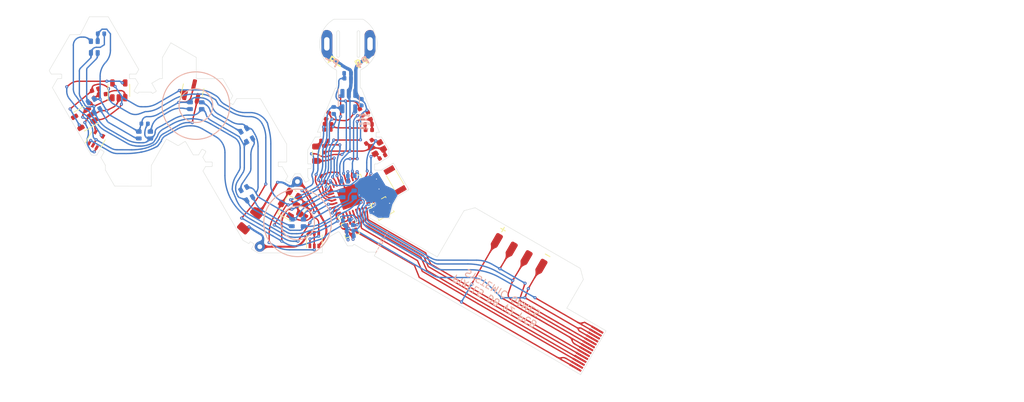
<source format=kicad_pcb>
(kicad_pcb (version 20211014) (generator pcbnew)
  (title_block (title "FLX-F020") (date "2021-09-11") (rev "10") (company "Systemic Games, LLC") (comment 1 "Flexible PCB, 0.13mm thickness"))
  (layers (0 "F.Cu" signal) (31 "B.Cu" signal) (34 "B.Paste" user) (35 "F.Paste" user) (36 "B.SilkS" user "B.Silkscreen") (37 "F.SilkS" user "F.Silkscreen") (38 "B.Mask" user) (39 "F.Mask" user) (44 "Edge.Cuts" user))
  (net 0 "")
  (net 1 "Net-(C1-Pad1)")
  (net 2 "GND")
  (net 3 "VDD")
  (net 4 "VDC")
  (net 5 "VEE")
  (net 6 "Net-(L1-Pad2)")
  (net 7 "Net-(L1-Pad1)")
  (net 8 "+5V")
  (net 9 "/LED_EN")
  (net 10 "Net-(C2-Pad2)")
  (net 11 "Net-(C3-Pad1)")
  (net 12 "Net-(C5-Pad2)")
  (net 13 "Net-(C7-Pad1)")
  (net 14 "Net-(C19-Pad1)")
  (net 15 "Net-(C19-Pad2)")
  (net 16 "/ANTENNA")
  (net 17 "RXI")
  (net 18 "TXO")
  (net 19 "SWO")
  (net 20 "RESET")
  (net 21 "SWDCLK")
  (net 22 "SWDIO")
  (net 23 "Net-(R10-Pad1)")
  (net 24 "/LED_DATA")
  (net 25 "+BATT")
  (net 26 "/STATS")
  (net 27 "/5V_SENSE")
  (net 28 "/VBAT_SENSE")
  (net 29 "/Power Supply/MAG1_")
  (net 30 "/LED_RETURN")
  (net 31 "/Power Supply/LED_EN_OUT")
  (net 32 "Net-(R3-Pad1)")
  (net 33 "Net-(D2-Pad3)")
  (net 34 "Net-(D3-Pad3)")
  (net 35 "Net-(D4-Pad3)")
  (net 36 "Net-(D5-Pad3)")
  (net 37 "Net-(D6-Pad3)")
  (net 38 "Net-(D7-Pad3)")
  (net 39 "Net-(D8-Pad3)")
  (net 40 "/SCL")
  (net 41 "/SDA")
  (net 42 "/ACC_INT")
  (net 46 "/BATT_NTC")
  (net 47 "/ANT_50")
  (net 48 "/ANT_NRF")
  (net 49 "/NTC_ID_VDD")
  (net 50 "/PROG")
  (footprint "Pixels-dice:SOT-353_SC-70-5" (layer "F.Cu") (at 111.23 70.25 60)
    (fp_text reference "U7")
    (fp_text value "SN74LVC1G08" hide)
  )
  (footprint "TestPoint:TestPoint_THTPad_D1.5mm_Drill0.7mm" (layer "F.Cu") (at 135.46 86.09 30)
    (fp_text reference "P6")
    (fp_text value "COILB")
  )
  (footprint "Package_TO_SOT_SMD:SOT-23" (layer "F.Cu") (at 125.53 62.93 77)
    (fp_text reference "U8")
    (fp_text value "TMR1366")
  )
  (footprint "TestPoint:TestPoint_THTPad_D1.5mm_Drill0.7mm" (layer "F.Cu") (at 141.03 76.44 30)
    (fp_text reference "P5")
    (fp_text value "COILA")
  )
  (footprint "Pixels-dice:SOT-23-5" (layer "F.Cu") (at 114.59 62.92 90)
    (fp_text reference "U6")
    (fp_text value "MT9700" hide)
  )
  (footprint "Pixels-dice:R_0402_1005Metric" (layer "F.Cu") (at 112.12 63.53 -174)
    (fp_text reference "R3")
    (fp_text value "10k 5%")
  )
  (footprint "Pixels-dice:C_0402_1005Metric" (layer "F.Cu") (at 152.17 76.2 62)
    (fp_text reference "C7")
    (fp_text value "100pF NP0 10V 5%")
  )
  (footprint "Inductor_SMD:L_0805_2012Metric" (layer "F.Cu") (at 143.81 72.31 90)
    (fp_text reference "L1")
    (fp_text value "10uH 100mA 20%")
  )
  (footprint "Pixels-dice:C_0402_1005Metric" (layer "F.Cu") (at 153.61 72.76 -148)
    (fp_text reference "C5")
    (fp_text value "8pF 10V 10%")
  )
  (footprint "Pixels-dice:C_0402_1005Metric" (layer "F.Cu") (at 144.83 76.07 120)
    (fp_text reference "C3")
    (fp_text value "0.1uF 10V 20%")
  )
  (footprint "Pixels-dice:C_0402_1005Metric" (layer "F.Cu") (at 151.62 70.54 31)
    (fp_text reference "C2")
    (fp_text value "8pF 10V 10%")
  )
  (footprint "Package_DFN_QFN:QFN-32-1EP_5x5mm_P0.5mm_EP3.1x3.1mm" (layer "F.Cu") (at 148.76 78.67 19)
    (fp_text reference "U1")
    (fp_text value "N52810_QFN32")
  )
  (footprint "Pixels-dice:0402_RF" (layer "F.Cu") (at 152.03 77.86 110)
    (fp_text reference "C8")
    (fp_text value "0.8pF 10V 5% C0G")
  )
  (footprint "Pixels-dice:C_0402_1005Metric" (layer "F.Cu") (at 110.62 64.42 53)
    (fp_text reference "C9")
    (fp_text value "10uF 10V 20%")
  )
  (footprint "Pixels-dice:C_0402_1005Metric" (layer "F.Cu") (at 111.09 62.82 19)
    (fp_text reference "C18")
    (fp_text value "4.7uF 10V 20%")
  )
  (footprint "Pixels-dice:R_0402_1005Metric" (layer "F.Cu") (at 142.54 81.11 59)
    (fp_text reference "R4")
    (fp_text value "100k 1%")
  )
  (footprint "Pixels-dice:SOT-23-5" (layer "F.Cu") (at 109.47 67.11 -150)
    (fp_text reference "U4")
    (fp_text value "ME6215" hide)
  )
  (footprint "Capacitor_SMD:C_0603_1608Metric" (layer "F.Cu") (at 140.51 78.27 -30)
    (fp_text reference "C13")
    (fp_text value "4.7uF 25V 20%")
  )
  (footprint "Package_TO_SOT_SMD:SOT-363_SC-70-6" (layer "F.Cu") (at 143.53 85.04 90)
    (fp_text reference "D1")
    (fp_text value "BAV99S")
  )
  (footprint "Capacitor_SMD:C_0603_1608Metric" (layer "F.Cu") (at 141.77 80.53 60)
    (fp_text reference "C15")
    (fp_text value "22uF 10V 20%")
  )
  (footprint "Inductor_SMD:L_0402_1005Metric" (layer "F.Cu") (at 145.04 70.4)
    (fp_text reference "L2")
    (fp_text value "15nH 100mA 5%")
  )
  (footprint "Pixels-dice:C_0402_1005Metric" (layer "F.Cu") (at 144.99 71.65 -90)
    (fp_text reference "C1")
    (fp_text value "4.7uF 10V 20%")
  )
  (footprint "Pixels-dice:C_0402_1005Metric" (layer "F.Cu") (at 145.475 68.74)
    (fp_text reference "C21")
    (fp_text value "10nF 25V 10%")
  )
  (footprint "Pixels-dice:R_0402_1005Metric" (layer "F.Cu") (at 151.65 66.7 -68)
    (fp_text reference "R7")
    (fp_text value "4.02M 1%")
  )
  (footprint "Pixels-dice:R_0402_1005Metric" (layer "F.Cu") (at 145.555 67.93)
    (fp_text reference "R2")
    (fp_text value "4.02M 1%")
  )
  (footprint "Pixels-dice:R_0402_1005Metric" (layer "F.Cu") (at 151.55 67.95 180)
    (fp_text reference "R8")
    (fp_text value "10M 1%")
  )
  (footprint "Pixels-dice:R_0402_1005Metric" (layer "F.Cu") (at 145.465 66.69 -112)
    (fp_text reference "R1")
    (fp_text value "4.02M 1%")
  )
  (footprint "Pixels-dice:C_0402_1005Metric" (layer "F.Cu") (at 151.6 68.79 180)
    (fp_text reference "C22")
    (fp_text value "10nF 25V 10%")
  )
  (footprint "Pixels-dice:Crystal_SMD_2016-4Pin_2.0x1.6mm" (layer "F.Cu") (at 152.880004 71.479998 -150)
    (fp_text reference "Y1")
    (fp_text value "32MHz 40ppm")
  )
  (footprint "Package_LGA:LGA-12_2x2mm_P0.5mm" (layer "F.Cu") (at 148.864998 83.439996 -72)
    (fp_text reference "U2")
    (fp_text value "KXTJ3-1057")
  )
  (footprint "Pixels-dice:0402_RF" (layer "F.Cu") (at 152.86 79.2 -60)
    (fp_text reference "L5")
    (fp_text value "3.9nH 5%")
  )
  (footprint "Pixels-dice:R_0402_1005Metric" (layer "F.Cu") (at 150.5 66.17 115)
    (fp_text reference "R5")
    (fp_text value "100k 1%")
  )
  (footprint "Pixels-dice:SOT-23" (layer "F.Cu") (at 139.55 80.18 -30)
    (fp_text reference "U3")
    (fp_text value "PJ75AL50SA")
  )
  (footprint "Capacitor_SMD:C_1206_3216Metric" (layer "F.Cu") (at 134 82.25 -131)
    (fp_text reference "C19")
    (fp_text value "33nF 50V 5% NP0")
  )
  (footprint "Pixels-dice:0402_RF" (layer "F.Cu") (at 154.39 77.98 -30)
    (fp_text reference "L3")
    (fp_text value "1.8nH 5%")
  )
  (footprint "Pixels-dice:FPC-POGO-4" (layer "F.Cu") (at 173.85 87.05 -30)
    (fp_text reference "J2")
    (fp_text value "Conn_01x04")
  )
  (footprint "Pixels-dice:CHIP_ANT" (layer "F.Cu") (at 156.34 77.672244 30)
    (fp_text reference "AE1")
    (fp_text value "Antenna_Chip" hide)
  )
  (footprint "Pixels-dice:0402_RF" (layer "F.Cu") (at 153.29 78.11 150)
    (fp_text reference "C12")
    (fp_text value "0.5pF 10V 5% C0G")
  )
  (footprint "Pixels-dice:FPC_14" (layer "F.Cu") (at 185.422046 98.396645 -120)
    (fp_text reference "J1")
    (fp_text value "Conn_01x14")
  )
  (footprint "Pixels-dice:0402_RF" (layer "F.Cu") (at 155.12 78.94 -120)
    (fp_text reference "C11")
    (fp_text value "DNP")
  )
  (footprint "RFFrontEnd:MFH3.RECE.20369.001E.01" (layer "F.Cu") (at 153.58 80.43 30)
    (fp_text reference "J4" hide)
    (fp_text value "DNP" hide)
  )
  (footprint "Pixels-dice:TX1812Z_2020" (layer "B.Cu") (at 133.52 69.54 30)
    (fp_text reference "D5")
    (fp_text value "TX1812Z_2020")
  )
  (footprint "Pixels-dice:TX1812Z_2020" (layer "B.Cu") (at 133.52 78.22 30)
    (fp_text reference "D4")
    (fp_text value "TX1812Z_2020")
  )
  (footprint "Pixels-dice:TX1812Z_2020" (layer "B.Cu") (at 126 65.19 90)
    (fp_text reference "D6")
    (fp_text value "TX1812Z_2020")
  )
  (footprint "Pixels-dice:C_0402_1005Metric" (layer "B.Cu") (at 150.51 64.68 -90)
    (fp_text reference "C16")
    (fp_text value "10uF 10V 20%")
  )
  (footprint "Pixels-dice:TX1812Z_2020" (layer "B.Cu") (at 148.59 78.26 90)
    (fp_text reference "D2")
    (fp_text value "TX1812Z_2020")
  )
  (footprint "Pixels-dice:TX1812Z_2020" (layer "B.Cu") (at 118.41 69.55 90)
    (fp_text reference "D7")
    (fp_text value "TX1812Z_2020")
  )
  (footprint "Pixels-dice:TX1812Z_2020" (layer "B.Cu") (at 110.96 56.5)
    (fp_text reference "D9")
    (fp_text value "TX1812Z_2020")
  )
  (footprint "Pixels-dice:TX1812Z_2020" (layer "B.Cu") (at 110.94 65.18 30)
    (fp_text reference "D8")
    (fp_text value "TX1812Z_2020")
  )
  (footprint "Pixels-dice:C_0402_1005Metric" (layer "B.Cu") (at 148.474999 61.15)
    (fp_text reference "C6")
    (fp_text value "DNP")
  )
  (footprint "Package_TO_SOT_SMD:SOT-23-5" (layer "B.Cu") (at 148.64 64.51 -90)
    (fp_text reference "U5")
    (fp_text value "MCP73832T-2ACI/OT")
  )
  (footprint "Pixels-dice:R_0402_1005Metric" (layer "B.Cu") (at 149 75.6)
    (fp_text reference "R10")
    (fp_text value "100k 1%")
  )
  (footprint "Pixels-dice:C_0402_1005Metric" (layer "B.Cu") (at 148.82 83.76 7)
    (fp_text reference "C10")
    (fp_text value "0.1uF 10V 20%")
  )
  (footprint "Pixels-dice:C_0402_1005Metric" (layer "B.Cu") (at 118.41 67.85 180)
    (fp_text reference "C23")
    (fp_text value "0.1uF 10V 20%")
  )
  (footprint "Pixels-dice:TX1812Z_2020" (layer "B.Cu") (at 141.07 82.56 90)
    (fp_text reference "D3")
    (fp_text value "TX1812Z_2020")
  )
  (footprint "Resistor_SMD:R_0402_1005Metric" (layer "B.Cu") (at 148.03 76.43)
    (fp_text reference "R9")
    (fp_text value "470k 1%")
  )
  (footprint "Pixels-dice:C_0402_1005Metric" (layer "B.Cu") (at 148.89 84.57 7)
    (fp_text reference "C4")
    (fp_text value "4.7uF 10V 20%")
  )
  (footprint "Pixels-dice:R_0402_1005Metric" (layer "B.Cu") (at 146.4 65.88 -90)
    (fp_text reference "R6")
    (fp_text value "22k 1%")
  )
  (footprint "Pixels-dice:Hongjie 10100 Connector" (layer "B.Cu") (at 148.577825 56.028319 180)
    (fp_text reference "J3")
    (fp_text value "Conn_01x02")
  )
  (footprint "Pixels-dice:R_0402_1005Metric" (layer "B.Cu") (at 148.72 82.94 7)
    (fp_text reference "R12")
    (fp_text value "2.7k 5%")
  )
  (footprint "Pixels-dice:R_0402_1005Metric" (layer "B.Cu") (at 148.26 82.16 7)
    (fp_text reference "R16")
    (fp_text value "2.7k 5%")
  )
  (footprint "Pixels-dice:R_0402_1005Metric" (layer "B.Cu") (at 148.455 60.37)
    (fp_text reference "TH1")
    (fp_text value "NTC 100k @ 25C")
  )
  (footprint "Pixels-dice:C_0402_1005Metric" (layer "B.Cu") (at 111.95 54.5 180)
    (fp_text reference "C24")
    (fp_text value "0.1uF 10V 20%")
  )
  (gr_circle (center 141.05 82.57) (end 143.55 82.57) (layer "B.SilkS") (width 0.15) (fill none))
  (gr_circle (center 141.05 82.56) (end 146.05 82.56) (layer "B.SilkS") (width 0.15) (fill none))
  (gr_circle (center 126 65.18) (end 128.5 65.18) (layer "B.SilkS") (width 0.15) (fill none))
  (gr_circle (center 126 65.18) (end 131 65.18) (layer "B.SilkS") (width 0.15) (fill none))
  (gr_arc (start 116.890299 63.103666) (mid 116.843229 63.043019) (end 116.852885 62.966859) (layer "Edge.Cuts") (width 0.05))
  (gr_arc (start 146.696134 59.845534) (mid 144.323777 56.201122) (end 146.409724 52.385544) (layer "Edge.Cuts") (width 0.05))
  (gr_arc (start 139.35093 76.307725) (mid 139.304466 76.248332) (end 139.312634 76.173369) (layer "Edge.Cuts") (width 0.05))
  (gr_line (start 135.196582 87.002332) (end 144.699587 87.004165) (layer "Edge.Cuts") (width 0.05))
  (gr_line (start 152.669157 69.739596) (end 152.66969 69.239614) (layer "Edge.Cuts") (width 0.05))
  (gr_line (start 143.079369 73.91334) (end 143.079764 74.413341) (layer "Edge.Cuts") (width 0.05))
  (gr_arc (start 112.352214 71.957204) (mid 112.398416 72.017914) (end 112.388326 72.093531) (layer "Edge.Cuts") (width 0.05))
  (gr_line (start 150.260048 54.280544) (end 150.259985 57.829993) (layer "Edge.Cuts") (width 0.05))
  (gr_line (start 152.7 86.9) (end 152.401859 87.446591) (layer "Edge.Cuts") (width 0.05))
  (gr_line (start 154.569791 71.724186) (end 153.483798 69.840982) (layer "Edge.Cuts") (width 0.05))
  (gr_arc (start 116.259946 61.194165) (mid 116.189353 61.164868) (end 116.16035 61.094168) (layer "Edge.Cuts") (width 0.05))
  (gr_line (start 117.529918 63.193787) (end 117.459758 63.316558) (layer "Edge.Cuts") (width 0.05))
  (gr_line (start 113.037077 52.02022) (end 110.212076 52.020181) (layer "Edge.Cuts") (width 0.05))
  (gr_line (start 134.118471 85.381858) (end 134.551934 85.632447) (layer "Edge.Cuts") (width 0.05))
  (gr_arc (start 106.129947 61.093623) (mid 106.100577 61.164186) (end 106.029946 61.193421) (layer "Edge.Cuts") (width 0.05))
  (gr_arc (start 142.289414 76.528567) (mid 142.213653 76.538293) (end 142.153147 76.491674) (layer "Edge.Cuts") (width 0.05))
  (gr_line (start 138.280621 74.223802) (end 138.782724 74.228607) (layer "Edge.Cuts") (width 0.05))
  (gr_line (start 142.569801 71.724134) (end 142.569771 73.813335) (layer "Edge.Cuts") (width 0.05))
  (gr_line (start 142.97976 74.512945) (end 142.569759 74.513336) (layer "Edge.Cuts") (width 0.05))
  (gr_line (start 167.328034 80.314734) (end 165.688804 80.753961) (layer "Edge.Cuts") (width 0.05))
  (gr_line (start 131.457778 63.729119) (end 129.99398 61.194358) (layer "Edge.Cuts") (width 0.05))
  (gr_line (start 142.153147 76.491674) (end 141.45275 75.279619) (layer "Edge.Cuts") (width 0.05))
  (gr_line (start 104.568956 60.494102) (end 106.029922 60.49365) (layer "Edge.Cuts") (width 0.05))
  (gr_line (start 142.569759 74.513336) (end 142.569742 75.814437) (layer "Edge.Cuts") (width 0.05))
  (gr_line (start 138.179834 74.123805) (end 138.179772 73.624677) (layer "Edge.Cuts") (width 0.05))
  (gr_arc (start 152.439771 73.913659) (mid 152.469273 73.843149) (end 152.539957 73.814064) (layer "Edge.Cuts") (width 0.05))
  (gr_arc (start 151.849028 81.408688) (mid 151.908819 81.362556) (end 151.983819 81.371391) (layer "Edge.Cuts") (width 0.05))
  (gr_line (start 151.683665 81.69322) (end 151.849028 81.408688) (layer "Edge.Cuts") (width 0.05))
  (gr_line (start 128.418773 73.69508) (end 128.418765 74.06474) (layer "Edge.Cuts") (width 0.05))
  (gr_line (start 140.64475 75.279606) (end 139.922827 76.522823) (layer "Edge.Cuts") (width 0.05))
  (gr_line (start 149.859994 57.830138) (end 149.860043 54.280689) (layer "Edge.Cuts") (width 0.05))
  (gr_arc (start 134.551934 85.632446) (mid 134.59822 85.693151) (end 134.588167 85.768823) (layer "Edge.Cuts") (width 0.05))
  (gr_line (start 106.129723 60.593653) (end 106.129947 61.093623) (layer "Edge.Cuts") (width 0.05))
  (gr_line (start 151.45 86.9) (end 149.471151 85.756701) (layer "Edge.Cuts") (width 0.05))
  (gr_line (start 139.430774 73.535873) (end 139.430808 70.871892) (layer "Edge.Cuts") (width 0.05))
  (gr_line (start 112.607775 74.056997) (end 112.606828 74.7273) (layer "Edge.Cuts") (width 0.05))
  (gr_arc (start 127.427251 71.909343) (mid 127.473479 71.970037) (end 127.463468 72.045669) (layer "Edge.Cuts") (width 0.05))
  (gr_line (start 150.321529 62.508445) (end 150.321968 60.053246) (layer "Edge.Cuts") (width 0.05))
  (gr_line (start 112.606828 74.7273) (end 113.980343 77.118479) (layer "Edge.Cuts") (width 0.05))
  (gr_arc (start 146.696134 59.845534) (mid 146.788449 59.927015) (end 146.821863 60.045527) (layer "Edge.Cuts") (width 0.05))
  (gr_line (start 124.485201 70.544997) (end 125.599789 72.475395) (layer "Edge.Cuts") (width 0.05))
  (gr_line (start 132.034906 64.127285) (end 131.549848 64.968357) (layer "Edge.Cuts") (width 0.05))
  (gr_line (start 110.524787 72.522985) (end 111.332787 72.522998) (layer "Edge.Cuts") (width 0.05))
  (gr_line (start 131.412976 65.005528) (end 131.009084 64.772012) (layer "Edge.Cuts") (width 0.05))
  (gr_line (start 183.355724 90.953963) (end 182.916493 89.314733) (layer "Edge.Cuts") (width 0.05))
  (gr_line (start 144.699587 87.004165) (end 144.699594 86.164167) (layer "Edge.Cuts") (width 0.05))
  (gr_line (start 182.916493 89.314733) (end 167.328034 80.314734) (layer "Edge.Cuts") (width 0.05))
  (gr_line (start 142.569742 75.814437) (end 142.758781 76.14206) (layer "Edge.Cuts") (width 0.05))
  (gr_arc (start 131.009084 64.772012) (mid 130.94405 64.698164) (end 130.954727 64.600366) (layer "Edge.Cuts") (width 0.05))
  (gr_line (start 155.195276 79.865902) (end 155.93 78.58) (layer "Edge.Cuts") (width 0.05))
  (gr_arc (start 111.78278 71.743797) (mid 111.843543 71.69679) (end 111.919731 71.706617) (layer "Edge.Cuts") (width 0.05))
  (gr_line (start 153.483798 69.840982) (end 152.768772 69.839749) (layer "Edge.Cuts") (width 0.05))
  (gr_line (start 153.169835 69.140483) (end 150.506926 62.608448) (layer "Edge.Cuts") (width 0.05))
  (gr_line (start 116.259959 60.494563) (end 117.159957 60.494178) (layer "Edge.Cuts") (width 0.05))
  (gr_line (start 155.93 78.58) (end 157.529972 77.640017) (layer "Edge.Cuts") (width 0.05))
  (gr_arc (start 150.74973 52.385651) (mid 152.817954 56.204833) (end 150.44955 59.84549) (layer "Edge.Cuts") (width 0.05))
  (gr_line (start 113.980343 77.118479) (end 119.405474 77.126156) (layer "Edge.Cuts") (width 0.05))
  (gr_line (start 146.821863 60.045527) (end 146.82193 62.508095) (layer "Edge.Cuts") (width 0.05))
  (gr_line (start 111.919731 71.706617) (end 112.352214 71.957204) (layer "Edge.Cuts") (width 0.05))
  (gr_line (start 146.636928 62.60809) (end 143.978834 69.125152) (layer "Edge.Cuts") (width 0.05))
  (gr_line (start 122.291372 55.872864) (end 121.047261 58.033527) (layer "Edge.Cuts") (width 0.05))
  (gr_line (start 125.599789 72.475395) (end 126.407786 72.47541) (layer "Edge.Cuts") (width 0.05))
  (gr_line (start 105.519949 61.193616) (end 104.753929 62.517004) (layer "Edge.Cuts") (width 0.05))
  (gr_line (start 150.506926 62.608448) (end 150.421928 62.608446) (layer "Edge.Cuts") (width 0.05))
  (gr_line (start 133.849567 85.647778) (end 133.981637 85.418981) (layer "Edge.Cuts") (width 0.05))
  (gr_arc (start 151.72 81.83) (mid 151.673475 81.769143) (end 151.683665 81.69322) (layer "Edge.Cuts") (width 0.05))
  (gr_arc (start 117.459758 63.316554) (mid 117.399 63.363319) (end 117.322972 63.353435) (layer "Edge.Cuts") (width 0.05))
  (gr_line (start 129.99398 61.194358) (end 126.151034 61.194305) (layer "Edge.Cuts") (width 0.05))
  (gr_line (start 150.74973 52.385651) (end 146.409724 52.385544) (layer "Edge.Cuts") (width 0.05))
  (gr_arc (start 142.758778 76.142061) (mid 142.76864 76.217899) (end 142.722186 76.278649) (layer "Edge.Cuts") (width 0.05))
  (gr_arc (start 144.477966 69.725945) (mid 144.448634 69.796771) (end 144.377805 69.826098) (layer "Edge.Cuts") (width 0.05))
  (gr_arc (start 120.106183 62.967298) (mid 120.116411 63.043292) (end 120.069747 63.104161) (layer "Edge.Cuts") (width 0.05))
  (gr_line (start 127.418774 73.524723) (end 128.318773 73.524733) (layer "Edge.Cuts") (width 0.05))
  (gr_line (start 120.613634 61.194224) (end 119.467556 61.855571) (layer "Edge.Cuts") (width 0.05))
  (gr_line (start 130.954727 64.600366) (end 131.457778 63.729119) (layer "Edge.Cuts") (width 0.05))
  (gr_line (start 142.569771 73.813335) (end 142.979771 73.813341) (layer "Edge.Cuts") (width 0.05))
  (gr_line (start 119.405474 77.126156) (end 119.409843 74.039715) (layer "Edge.Cuts") (width 0.05))
  (gr_line (start 146.860004 57.830284) (end 146.860045 54.280795) (layer "Edge.Cuts") (width 0.05))
  (gr_arc (start 144.378855 69.125801) (mid 144.449658 69.155139) (end 144.478995 69.225943) (layer "Edge.Cuts") (width 0.05))
  (gr_line (start 139.430808 70.871892) (end 135.535906 64.127337) (layer "Edge.Cuts") (width 0.05))
  (gr_line (start 127.418766 74.224722) (end 127.044383 74.873345) (layer "Edge.Cuts") (width 0.05))
  (gr_arc (start 143.079764 74.413341) (mid 143.050331 74.483794) (end 142.97976 74.512945) (layer "Edge.Cuts") (width 0.05))
  (gr_line (start 126.994731 71.658838) (end 127.427247 71.909348) (layer "Edge.Cuts") (width 0.05))
  (gr_arc (start 149.860043 54.280689) (mid 150.060024 54.080983) (end 150.260048 54.280544) (layer "Edge.Cuts") (width 0.05))
  (gr_arc (start 146.860045 54.280795) (mid 147.060084 54.080983) (end 147.260043 54.280909) (layer "Edge.Cuts") (width 0.05))
  (gr_line (start 142.722186 76.278649) (end 142.289337 76.52861) (layer "Edge.Cuts") (width 0.05))
  (gr_line (start 119.467556 61.855571) (end 120.106183 62.967298) (layer "Edge.Cuts") (width 0.05))
  (gr_arc (start 152.539475 74.754557) (mid 152.468948 74.725166) (end 152.439759 74.654554) (layer "Edge.Cuts") (width 0.05))
  (gr_arc (start 124.345737 70.510114) (mid 124.422873 70.497986) (end 124.485201 70.544997) (layer "Edge.Cuts") (width 0.05))
  (gr_line (start 120.951038 61.194231) (end 120.613634 61.194224) (layer "Edge.Cuts") (width 0.05))
  (gr_line (start 186.713978 98.550885) (end 180.905722 95.197489) (layer "Edge.Cuts") (width 0.05))
  (gr_line (start 134.588167 85.768823) (end 134.206591 86.430819) (layer "Edge.Cuts") (width 0.05))
  (gr_arc (start 126.151034 61.194305) (mid 126.080342 61.165069) (end 126.051034 61.094426) (layer "Edge.Cuts") (width 0.05))
  (gr_arc (start 133.981636 85.418978) (mid 134.042364 85.372074) (end 134.118471 85.381858) (layer "Edge.Cuts") (width 0.05))
  (gr_arc (start 121.051037 61.094107) (mid 121.021805 61.164922) (end 120.951038 61.194231) (layer "Edge.Cuts") (width 0.05))
  (gr_line (start 132.972642 85.141388) (end 133.849567 85.647778) (layer "Edge.Cuts") (width 0.05))
  (gr_arc (start 142.979771 73.813341) (mid 143.050338 73.842655) (end 143.079369 73.91334) (layer "Edge.Cuts") (width 0.05))
  (gr_line (start 134.206591 86.430819) (end 135.196582 87.002332) (layer "Edge.Cuts") (width 0.05))
  (gr_line (start 138.279774 73.524876) (end 139.430774 73.535873) (layer "Edge.Cuts") (width 0.05))
  (gr_line (start 116.16035 61.094168) (end 116.159954 60.594161) (layer "Edge.Cuts") (width 0.05))
  (gr_line (start 117.544967 59.827085) (end 113.037077 52.02022) (layer "Edge.Cuts") (width 0.05))
  (gr_arc (start 131.549842 64.968357) (mid 131.489135 65.015356) (end 131.412976 65.005528) (layer "Edge.Cuts") (width 0.05))
  (gr_arc (start 112.594341 74.006795) (mid 112.604377 74.031008) (end 112.607775 74.056997) (layer "Edge.Cuts") (width 0.05))
  (gr_line (start 135.535906 64.127337) (end 132.034906 64.127285) (layer "Edge.Cuts") (width 0.05))
  (gr_line (start 149.2326 85.955731) (end 149.336486 85.790169) (layer "Edge.Cuts") (width 0.05))
  (gr_line (start 141.45275 75.279619) (end 140.64475 75.279606) (layer "Edge.Cuts") (width 0.05))
  (gr_line (start 143.978834 69.125152) (end 144.378855 69.125801) (layer "Edge.Cuts") (width 0.05))
  (gr_line (start 186.713978 98.550885) (end 182.95398 105.063398) (layer "Edge.Cuts") (width 0.05))
  (gr_line (start 152.869778 73.814276) (end 154.569783 72.754285) (layer "Edge.Cuts") (width 0.05))
  (gr_line (start 112.388326 72.093531) (end 111.938783 72.873206) (layer "Edge.Cuts") (width 0.05))
  (gr_arc (start 152.669679 69.239616) (mid 152.699188 69.169085) (end 152.769865 69.139927) (layer "Edge.Cuts") (width 0.05))
  (gr_line (start 144.377805 69.826098) (end 143.665824 69.824653) (layer "Edge.Cuts") (width 0.05))
  (gr_line (start 127.044383 74.873345) (end 132.972642 85.141388) (layer "Edge.Cuts") (width 0.05))
  (gr_arc (start 146.82193 62.508095) (mid 146.792604 62.578745) (end 146.721925 62.607995) (layer "Edge.Cuts") (width 0.05))
  (gr_arc (start 149.336486 85.790169) (mid 149.39707 85.746275) (end 149.471151 85.756701) (layer "Edge.Cuts") (width 0.05))
  (gr_line (start 123.371806 71.116664) (end 124.345737 70.510114) (layer "Edge.Cuts") (width 0.05))
  (gr_line (start 111.332787 72.522998) (end 111.782786 71.743805) (layer "Edge.Cuts") (width 0.05))
  (gr_line (start 161.730661 87.609665) (end 151.72 81.83) (layer "Edge.Cuts") (width 0.05))
  (gr_line (start 119.499985 63.316628) (end 119.429922 63.193807) (layer "Edge.Cuts") (width 0.05))
  (gr_line (start 119.429922 63.193807) (end 117.529918 63.193787) (layer "Edge.Cuts") (width 0.05))
  (gr_arc (start 126.857789 71.696015) (mid 126.918546 71.649014) (end 126.994731 71.658838) (layer "Edge.Cuts") (width 0.05))
  (gr_line (start 146.721925 62.607995) (end 146.636928 62.60809) (layer "Edge.Cuts") (width 0.05))
  (gr_arc (start 150.321968 60.053246) (mid 150.355743 59.930935) (end 150.44955 59.84549) (layer "Edge.Cuts") (width 0.05))
  (gr_arc (start 138.179772 73.624677) (mid 138.209132 73.554094) (end 138.279774 73.524876) (layer "Edge.Cuts") (width 0.05))
  (gr_line (start 116.852885 62.966859) (end 117.469938 61.894083) (layer "Edge.Cuts") (width 0.05))
  (gr_line (start 104.753929 62.517004) (end 110.524787 72.522985) (layer "Edge.Cuts") (width 0.05))
  (gr_line (start 139.312634 76.173369) (end 139.599338 75.652104) (layer "Edge.Cuts") (width 0.05))
  (gr_line (start 144.699594 86.164167) (end 145.867619 84.556182) (layer "Edge.Cuts") (width 0.05))
  (gr_line (start 151.983819 81.371391) (end 152.94 81.92) (layer "Edge.Cuts") (width 0.05))
  (gr_line (start 152.439759 74.654554) (end 152.439774 73.913658) (layer "Edge.Cuts") (width 0.05))
  (gr_line (start 108.71495 54.666456) (end 107.356558 54.666439) (layer "Edge.Cuts") (width 0.05))
  (gr_line (start 143.665824 69.824653) (end 142.569801 71.724134) (layer "Edge.Cuts") (width 0.05))
  (gr_line (start 180.905722 95.197489) (end 183.355724 90.953963) (layer "Edge.Cuts") (width 0.05))
  (gr_line (start 104.276962 59.987997) (end 104.568956 60.494102) (layer "Edge.Cuts") (width 0.05))
  (gr_line (start 126.047258 58.035511) (end 126.051034 61.094426) (layer "Edge.Cuts") (width 0.05))
  (gr_line (start 120.069747 63.104161) (end 119.636909 63.353566) (layer "Edge.Cuts") (width 0.05))
  (gr_line (start 122.291372 55.872864) (end 126.047258 58.035511) (layer "Edge.Cuts") (width 0.05))
  (gr_arc (start 147.259983 57.830301) (mid 147.059991 58.029983) (end 146.860004 57.830284) (layer "Edge.Cuts") (width 0.05))
  (gr_arc (start 106.029922 60.493651) (mid 106.100572 60.522942) (end 106.129723 60.593653) (layer "Edge.Cuts") (width 0.05))
  (gr_line (start 121.047261 58.033527) (end 121.051037 61.094107) (layer "Edge.Cuts") (width 0.05))
  (gr_line (start 126.407786 72.47541) (end 126.857797 71.696019) (layer "Edge.Cuts") (width 0.05))
  (gr_line (start 155.195276 79.865902) (end 154.666315 81.92) (layer "Edge.Cuts") (width 0.05))
  (gr_line (start 128.41877 73.624737) (end 128.418773 73.69508) (layer "Edge.Cuts") (width 0.05))
  (gr_line (start 154.569783 72.754285) (end 154.569791 71.724186) (layer "Edge.Cuts") (width 0.05))
  (gr_arc (start 128.318773 73.524733) (mid 128.389487 73.554023) (end 128.41877 73.624737) (layer "Edge.Cuts") (width 0.05))
  (gr_arc (start 119.636908 63.35356) (mid 119.560801 63.363433) (end 119.499985 63.316628) (layer "Edge.Cuts") (width 0.05))
  (gr_arc (start 152.768797 69.839747) (mid 152.698169 69.810373) (end 152.669157 69.739596) (layer "Edge.Cuts") (width 0.05))
  (gr_line (start 152.769865 69.139927) (end 153.169835 69.140483) (layer "Edge.Cuts") (width 0.05))
  (gr_line (start 144.478995 69.225943) (end 144.477969 69.725946) (layer "Edge.Cuts") (width 0.05))
  (gr_line (start 152.94 81.92) (end 154.666315 81.92) (layer "Edge.Cuts") (width 0.05))
  (gr_line (start 110.212076 52.020181) (end 108.93786 54.529645) (layer "Edge.Cuts") (width 0.05))
  (gr_line (start 119.409843 74.039715) (end 121.637051 70.127181) (layer "Edge.Cuts") (width 0.05))
  (gr_line (start 155.230028 73.699983) (end 153.43176 74.757088) (layer "Edge.Cuts") (width 0.05))
  (gr_arc (start 108.93786 54.529645) (mid 108.84573 54.62955) (end 108.71495 54.666456) (layer "Edge.Cuts") (width 0.05))
  (gr_line (start 127.014781 72.824717) (end 127.418774 73.524723) (layer "Edge.Cuts") (width 0.05))
  (gr_arc (start 150.421928 62.608446) (mid 150.351077 62.57918) (end 150.321529 62.508445) (layer "Edge.Cuts") (width 0.05))
  (gr_line (start 153.43176 74.757088) (end 152.539475 74.754557) (layer "Edge.Cuts") (width 0.05))
  (gr_arc (start 138.280621 74.223802) (mid 138.209381 74.194814) (end 138.179834 74.123805) (layer "Edge.Cuts") (width 0.05))
  (gr_arc (start 147.006055 83.894999) (mid 147.158179 83.874647) (end 147.279978 83.968034) (layer "Edge.Cuts") (width 0.05))
  (gr_line (start 152.539957 73.814064) (end 152.869778 73.814276) (layer "Edge.Cuts") (width 0.05))
  (gr_line (start 128.418765 74.06474) (end 128.418765 74.124736) (layer "Edge.Cuts") (width 0.05))
  (gr_arc (start 139.922823 76.522816) (mid 139.862159 76.569111) (end 139.786545 76.558831) (layer "Edge.Cuts") (width 0.05))
  (gr_line (start 147.260043 54.280909) (end 147.259983 57.830301) (layer "Edge.Cuts") (width 0.05))
  (gr_arc (start 150.259985 57.829993) (mid 150.060067 58.030032) (end 149.860004 57.830138) (layer "Edge.Cuts") (width 0.05))
  (gr_line (start 111.938783 72.873206) (end 112.594341 74.006795) (layer "Edge.Cuts") (width 0.05))
  (gr_line (start 139.786545 76.558831) (end 139.350934 76.307719) (layer "Edge.Cuts") (width 0.05))
  (gr_line (start 139.599338 75.652104) (end 138.782724 74.228607) (layer "Edge.Cuts") (width 0.05))
  (gr_line (start 117.159957 60.494178) (end 117.544967 59.827085) (layer "Edge.Cuts") (width 0.05))
  (gr_line (start 165.688804 80.753961) (end 161.730661 87.609665) (layer "Edge.Cuts") (width 0.05))
  (gr_arc (start 128.418765 74.124736) (mid 128.389474 74.195445) (end 128.318764 74.224732) (layer "Edge.Cuts") (width 0.05))
  (gr_line (start 152.401859 87.446591) (end 182.95398 105.063398) (layer "Edge.Cuts") (width 0.05))
  (gr_line (start 157.529972 77.640017) (end 155.230028 73.699983) (layer "Edge.Cuts") (width 0.05))
  (gr_line (start 121.637051 70.127181) (end 123.371806 71.116664) (layer "Edge.Cuts") (width 0.05))
  (gr_line (start 147.279978 83.968034) (end 148.424599 85.955721) (layer "Edge.Cuts") (width 0.05))
  (gr_line (start 106.029946 61.193421) (end 105.519949 61.193616) (layer "Edge.Cuts") (width 0.05))
  (gr_line (start 128.318764 74.224732) (end 127.418766 74.224722) (layer "Edge.Cuts") (width 0.05))
  (gr_line (start 148.424599 85.955721) (end 149.2326 85.955731) (layer "Edge.Cuts") (width 0.05))
  (gr_line (start 107.356558 54.666439) (end 104.276962 59.987997) (layer "Edge.Cuts") (width 0.05))
  (gr_line (start 117.065948 61.194175) (end 116.259946 61.194165) (layer "Edge.Cuts") (width 0.05))
  (gr_line (start 145.867619 84.556182) (end 147.006055 83.895002) (layer "Edge.Cuts") (width 0.05))
  (gr_line (start 117.322972 63.353435) (end 116.890301 63.103664) (layer "Edge.Cuts") (width 0.05))
  (gr_line (start 117.469938 61.894083) (end 117.065948 61.194175) (layer "Edge.Cuts") (width 0.05))
  (gr_line (start 151.45 86.9) (end 152.7 86.9) (layer "Edge.Cuts") (width 0.05))
  (gr_arc (start 116.159954 60.594161) (mid 116.189377 60.52368) (end 116.259959 60.494563) (layer "Edge.Cuts") (width 0.05))
  (gr_line (start 127.463468 72.045669) (end 127.014781 72.824717) (layer "Edge.Cuts") (width 0.05))
  (gr_text "P-" (at 146.046 58.567381 330) (layer "B.SilkS") (effects (font (size 1 1) (thickness 0.25)) (justify mirror)))
  (gr_text "P+" (at 150.553 58.854381 30) (layer "B.SilkS") (effects (font (size 1 1) (thickness 0.25)) (justify mirror)))
  (gr_text "PIXELS D8 V2 PCB\n SYSTEMIC GAMES" (at 170.67 93.44 149.728) (layer "B.SilkS") (effects (font (size 1 1)) (justify mirror)))
  (gr_text "game\nwith\npixels\n.com" (at 150.09 67.51) (layer "B.SilkS") (effects (font (size 0.4 0.4) (thickness 0.1)) (justify right mirror)))
  (gr_text "--CUT--" (at 153.47 85.41 61) (layer "B.SilkS") (effects (font (size 0.5 0.5) (thickness 0.1)) (justify mirror)))
  (gr_text "P+" (at 150.639 58.682381 30) (layer "F.SilkS") (effects (font (size 1 1) (thickness 0.25))))
  (gr_text "P-" (at 146.62 58.811381 -30) (layer "F.SilkS") (effects (font (size 1 1) (thickness 0.25))))
  (segment (start 145.2575 70.695) (end 145.39125 70.5475) (width 0.2) (layer "F.Cu") (net 1))
  (segment (start 145.411387 70.563516) (end 145.114678 70.990555) (width 0.2) (layer "F.Cu") (net 1))
  (segment (start 145.388222 70.99) (end 145.189111 71.08) (width 0.2) (layer "F.Cu") (net 1))
  (segment (start 145.388222 70.99) (end 147.300021 70.99) (width 0.2) (layer "F.Cu") (net 1))
  (segment (start 146.88 75.56) (end 147.257289 76.609475) (width 0.2) (layer "F.Cu") (net 1))
  (via (at 147.3 71) (size 0.45) (drill 0.15) (layers "F.Cu" "B.Cu") (net 1))
  (via (at 146.88 75.56) (size 0.45) (drill 0.15) (layers "F.Cu" "B.Cu") (net 1))
  (arc (start 145.189111 71.08) (mid 145.117851 71.063606) (end 145.114678 70.990555) (width 0.2) (layer "F.Cu") (net 1))
  (arc (start 145.411387 70.563516) (mid 145.408824 70.54607) (end 145.39125 70.5475) (width 0.2) (layer "F.Cu") (net 1))
  (arc (start 145.388222 70.99) (mid 145.226889 70.885027) (end 145.2575 70.695) (width 0.2) (layer "F.Cu") (net 1))
  (segment (start 147.3 71) (end 147.33 71.33) (width 0.2) (layer "B.Cu") (net 1))
  (segment (start 146.88 75.56) (end 146.875013 74.004081) (width 0.2) (layer "B.Cu") (net 1))
  (segment (start 147.116213 72.428785) (end 147.259839 71.97586) (width 0.2) (layer "B.Cu") (net 1))
  (arc (start 147.33 71.33) (mid 147.327135 71.656429) (end 147.259839 71.97586) (width 0.2) (layer "B.Cu") (net 1))
  (arc (start 147.116213 72.428785) (mid 146.934392 73.207059) (end 146.875013 74.004081) (width 0.2) (layer "B.Cu") (net 1))
  (segment (start 151.417857 78.018202) (end 151.417027 78.01849) (width 0.2) (layer "F.Cu") (net 2))
  (segment (start 149.998633 78.511791) (end 150.022585 78.503462) (width 0.2) (layer "F.Cu") (net 2))
  (segment (start 144.18 84.315) (end 144.18 84.4275) (width 0.2) (layer "F.Cu") (net 2))
  (segment (start 175.21 92.3) (end 174.695461 93.651304) (width 0.2) (layer "F.Cu") (net 2))
  (segment (start 151.449897 77.991715) (end 151.146094 78.112807) (width 0.2) (layer "F.Cu") (net 2))
  (segment (start 144.18 84.09) (end 144.18 84.2025) (width 0.2) (layer "F.Cu") (net 2))
  (segment (start 150.648517 78.285801) (end 150.687515 78.272239) (width 0.2) (layer "F.Cu") (net 2))
  (segment (start 151.14939 78.111597) (end 151.147731 78.112174) (width 0.2) (layer "F.Cu") (net 2))
  (segment (start 141.87 82.2) (end 142.143275 82.2) (width 0.2) (layer "F.Cu") (net 2))
  (segment (start 151.35297 78.040776) (end 151.351311 78.041353) (width 0.2) (layer "F.Cu") (net 2))
  (segment (start 150.621731 78.295115) (end 150.612778 78.298229) (width 0.2) (layer "F.Cu") (net 2))
  (segment (start 149.894658 78.547946) (end 149.881334 78.55258) (width 0.2) (layer "F.Cu") (net 2))
  (segment (start 150.965758 78.17547) (end 150.982654 78.169593) (width 0.2) (layer "F.Cu") (net 2))
  (segment (start 150.275907 78.415373) (end 150.20135 78.441299) (width 0.2) (layer "F.Cu") (net 2))
  (segment (start 145.937299 71.92) (end 148.79 71.92) (width 0.2) (layer "F.Cu") (net 2))
  (segment (start 153.11 77.54) (end 152.908949 77.89) (width 0.2) (layer "F.Cu") (net 2))
  (segment (start 176.466207 96.69007) (end 176.782827 96.872874) (width 0.2) (layer "F.Cu") (net 2))
  (segment (start 175.059032 95.877581) (end 175.09421 95.897894) (width 0.2) (layer "F.Cu") (net 2))
  (segment (start 113.800715 65.391256) (end 112.77 65.92) (width 0.2) (layer "F.Cu") (net 2))
  (segment (start 146.3275 68.2) (end 146.065 67.93) (width 0.2) (layer "F.Cu") (net 2))
  (segment (start 144.18 83.780625) (end 144.18 83.64) (width 0.2) (layer "F.Cu") (net 2))
  (segment (start 142.88 84.95) (end 142.88 85.99) (width 0.2) (layer "F.Cu") (net 2))
  (segment (start 152.46021 71.419824) (end 152.229498 71.386754) (width 0.2) (layer "F.Cu") (net 2))
  (segment (start 151.351311 78.041353) (end 151.349651 78.04193) (width 0.2) (layer "F.Cu") (net 2))
  (segment (start 146.033476 68.305643) (end 145.955 68.83) (width 0.2) (layer "F.Cu") (net 2))
  (segment (start 125.283331 63.880186) (end 125.924951 61.48563) (width 0.2) (layer "F.Cu") (net 2))
  (segment (start 110.95 72.04) (end 111.317917 71.397724) (width 0.2) (layer "F.Cu") (net 2))
  (segment (start 151.354629 78.040199) (end 151.37261 78.033943) (width 0.2) (layer "F.Cu") (net 2))
  (segment (start 149.881334 78.55258) (end 149.867111 78.557527) (width 0.2) (layer "F.Cu") (net 2))
  (segment (start 151.120562 68.284339) (end 151.120562 68.06924) (width 0.2) (layer "F.Cu") (net 2))
  (segment (start 151.42128 78.017012) (end 151.421177 78.017049) (width 0.2) (layer "F.Cu") (net 2))
  (segment (start 150.275907 78.415373) (end 150.368287 78.38325) (width 0.2) (layer "F.Cu") (net 2))
  (segment (start 151.349651 78.04193) (end 151.321249 78.051811) (width 0.2) (layer "F.Cu") (net 2))
  (segment (start 151.413605 78.019679) (end 151.412464 78.020076) (width 0.2) (layer "F.Cu") (net 2))
  (segment (start 151.414875 78.019239) (end 151.414382 78.019411) (width 0.2) (layer "F.Cu") (net 2))
  (segment (start 153.299128 71.540075) (end 153.530175 71.573193) (width 0.2) (layer "F.Cu") (net 2))
  (segment (start 150.884863 78.203605) (end 150.854992 78.213994) (width 0.2) (layer "F.Cu") (net 2))
  (segment (start 150.712295 78.263621) (end 150.687515 78.272239) (width 0.2) (layer "F.Cu") (net 2))
  (segment (start 144.18 83.19) (end 144.18 83.64) (width 0.2) (layer "F.Cu") (net 2))
  (segment (start 150.766118 78.244903) (end 150.749863 78.250556) (width 0.2) (layer "F.Cu") (net 2))
  (segment (start 151.390128 78.027849) (end 151.381369 78.030896) (width 0.2) (layer "F.Cu") (net 2))
  (segment (start 150.20135 78.441299) (end 150.166691 78.453351) (width 0.2) (layer "F.Cu") (net 2))
  (segment (start 141.386048 78.775786) (end 141.18117 78.6575) (width 0.2) (layer "F.Cu") (net 2))
  (segment (start 151.316277 78.053541) (end 151.308761 78.056156) (width 0.2) (layer "F.Cu") (net 2))
  (segment (start 144.18 84.511875) (end 144.18 84.54) (width 0.2) (layer "F.Cu") (net 2))
  (segment (start 151.801632 71.477991) (end 151.604479 71.602299) (width 0.2) (layer "F.Cu") (net 2))
  (segment (start 150.948033 78.181635) (end 150.930308 78.1878) (width 0.2) (layer "F.Cu") (net 2))
  (segment (start 151.420606 78.017248) (end 151.420762 78.017194) (width 0.2) (layer "F.Cu") (net 2))
  (segment (start 109.812668 67.29913) (end 109.55 67.68) (width 0.2) (layer "F.Cu") (net 2))
  (segment (start 151.427502 78.014848) (end 151.427606 78.014812) (width 0.2) (layer "F.Cu") (net 2))
  (segment (start 151.354629 78.040199) (end 151.35297 78.040776) (width 0.2) (layer "F.Cu") (net 2))
  (segment (start 176.323289 96.607554) (end 176.466207 96.69007) (width 0.2) (layer "F.Cu") (net 2))
  (segment (start 175.138184 95.923286) (end 175.261311 95.994382) (width 0.2) (layer "F.Cu") (net 2))
  (segment (start 175.672467 96.231786) (end 175.676864 96.234325) (width 0.2) (layer "F.Cu") (net 2))
  (segment (start 149.910678 78.542376) (end 149.894658 78.547946) (width 0.2) (layer "F.Cu") (net 2))
  (segment (start 151.007584 78.160923) (end 151.005925 78.161499) (width 0.2) (layer "F.Cu") (net 2))
  (segment (start 151.41931 78.017697) (end 151.418895 78.017841) (width 0.2) (layer "F.Cu") (net 2))
  (segment (start 174.988676 95.836955) (end 175.023854 95.857268) (width 0.2) (layer "F.Cu") (net 2))
  (segment (start 174.73363 95.689679) (end 174.707246 95.674444) (width 0.2) (layer "F.Cu") (net 2))
  (segment (start 153.775286 81.267279) (end 153.420512 81.186438) (width 0.2) (layer "F.Cu") (net 2))
  (segment (start 144.18 83.780625) (end 144.18 83.949375) (width 0.2) (layer "F.Cu") (net 2))
  (segment (start 175.806588 96.309227) (end 175.894536 96.360006) (width 0.2) (layer "F.Cu") (net 2))
  (segment (start 111.752055 66.011173) (end 110.482267 66.698115) (width 0.2) (layer "F.Cu") (net 2))
  (segment (start 124.267058 64.66) (end 123.459736 64.66) (width 0.2) (layer "F.Cu") (net 2))
  (segment (start 151.421487 78.016939) (end 151.421747 78.016848) (width 0.2) (layer "F.Cu") (net 2))
  (segment (start 150.581479 78.309113) (end 150.55018 78.319997) (width 0.2) (layer "F.Cu") (net 2))
  (segment (start 151.009243 78.160346) (end 151.007584 78.160923) (width 0.2) (layer "F.Cu") (net 2))
  (segment (start 175.261311 95.994382) (end 175.435006 96.094677) (width 0.2) (layer "F.Cu") (net 2))
  (segment (start 174.874672 93.744128) (end 182.431108 98.106838) (width 0.2) (layer "F.Cu") (net 2))
  (segment (start 151.604479 71.602299) (end 151.549694 71.636841) (width 0.2) (layer "F.Cu") (net 2))
  (segment (start 151.419517 78.017625) (end 151.41931 78.017697) (width 0.2) (layer "F.Cu") (net 2))
  (segment (start 150.745999 78.2519) (end 150.737474 78.254865) (width 0.2) (layer "F.Cu") (net 2))
  (segment (start 149.998633 78.511791) (end 149.945336 78.530324) (width 0.2) (layer "F.Cu") (net 2))
  (segment (start 175.896734 96.361275) (end 175.980285 96.409516) (width 0.2) (layer "F.Cu") (net 2))
  (segment (start 151.282898 78.065153) (end 151.292072 78.061962) (width 0.2) (layer "F.Cu") (net 2))
  (segment (start 151.390624 70.755242) (end 151.66653 71.026738) (width 0.2) (layer "F.Cu") (net 2))
  (segment (start 174.755921 93.680887) (end 174.695461 93.651304) (width 0.2) (layer "F.Cu") (net 2))
  (segment (start 151.42963 78.014111) (end 151.429682 78.014093) (width 0.2) (layer "F.Cu") (net 2))
  (segment (start 181.294909 99.477939) (end 179.350972 98.355604) (width 0.2) (layer "F.Cu") (net 2))
  (segment (start 151.409768 78.021016) (end 151.407589 78.021774) (width 0.2) (layer "F.Cu") (net 2))
  (segment (start 175.894536 96.360006) (end 175.896734 96.361275) (width 0.2) (layer "F.Cu") (net 2))
  (segment (start 176.261718 96.572005) (end 176.292504 96.58978) (width 0.2) (layer "F.Cu") (net 2))
  (segment (start 150.998721 78.164005) (end 150.982654 78.169593) (width 0.2) (layer "F.Cu") (net 2))
  (segment (start 147.56 75.89132) (end 147.56801 75.917481) (width 0.2) (layer "F.Cu") (net 2))
  (segment (start 145.3 72.025) (end 144.99 72.13) (width 0.2) (layer "F.Cu") (net 2))
  (segment (start 151.425816 78.015433) (end 151.425245 78.015632) (width 0.2) (layer "F.Cu") (net 2))
  (segment (start 151.012561 78.159192) (end 151.010902 78.159769) (width 0.2) (layer "F.Cu") (net 2))
  (segment (start 151.428851 78.01438) (end 151.429214 78.014252) (width 0.2) (layer "F.Cu") (net 2))
  (segment (start 178.26039 97.725953) (end 179.350972 98.355604) (width 0.2) (layer "F.Cu") (net 2))
  (segment (start 151.424157 78.01601) (end 151.425245 78.015632) (width 0.2) (layer "F.Cu") (net 2))
  (segment (start 150.414542 78.367165) (end 150.368287 78.38325) (width 0.2) (layer "F.Cu") (net 2))
  (segment (start 144.18 84.455625) (end 144.18 84.4275) (width 0.2) (layer "F.Cu") (net 2))
  (segment (start 149.926697 78.536805) (end 149.945336 78.530324) (width 0.2) (layer "F.Cu") (net 2))
  (segment (start 181.294909 99.477939) (end 181.907281 99.83149) (width 0.2) (layer "F.Cu") (net 2))
  (segment (start 151.282898 78.065153) (end 151.247862 78.077341) (width 0.2) (layer "F.Cu") (net 2))
  (segment (start 151.424157 78.01601) (end 151.423586 78.016209) (width 0.2) (layer "F.Cu") (net 2))
  (segment (start 175.138184 95.923286) (end 175.09421 95.897894) (width 0.2) (layer "F.Cu") (net 2))
  (segment (start 150.965758 78.17547) (end 150.948033 78.181635) (width 0.2) (layer "F.Cu") (net 2))
  (segment (start 151.398887 78.024801) (end 151.397228 78.025379) (width 0.2) (layer "F.Cu") (net 2))
  (segment (start 154.670974 79.660974) (end 154.5635 79.820487) (width 0.2) (layer "F.Cu") (net 2))
  (segment (start 175.71864 96.258446) (end 175.806588 96.309227) (width 0.2) (layer "F.Cu") (net 2))
  (segment (start 151.010902 78.159769) (end 151.009243 78.160346) (width 0.2) (layer "F.Cu") (net 2))
  (segment (start 154.411153 80.167033) (end 154.286537 80.686438) (width 0.2) (layer "F.Cu") (net 2))
  (segment (start 151.319592 78.052388) (end 151.317935 78.052965) (width 0.2) (layer "F.Cu") (net 2))
  (segment (start 176.063836 96.457755) (end 176.261718 96.572005) (width 0.2) (layer "F.Cu") (net 2))
  (segment (start 176.993908 96.994743) (end 177.187397 97.106455) (width 0.2) (layer "F.Cu") (net 2))
  (segment (start 151.005925 78.161499) (end 150.998721 78.164005) (width 0.2) (layer "F.Cu") (net 2))
  (segment (start 150.81954 78.226324) (end 150.825121 78.224383) (width 0.2) (layer "F.Cu") (net 2))
  (segment (start 175.527351 96.147998) (end 175.619696 96.201317) (width 0.2) (layer "F.Cu") (net 2))
  (segment (start 111.716396 63.906655) (end 111.819999 64.23) (width 0.2) (layer "F.Cu") (net 2))
  (segment (start 150.569696 71.92) (end 148.79 71.92) (width 0.2) (layer "F.Cu") (net 2))
  (segment (start 149.867111 78.557527) (end 149.86 78.56) (width 0.2) (layer "F.Cu") (net 2))
  (segment (start 141.709213 79.098951) (end 141.867346 79.372846) (width 0.2) (layer "F.Cu") (net 2))
  (segment (start 152.73 76.06) (end 152.477694 75.91177) (width 0.2) (layer "F.Cu") (net 2))
  (segment (start 154.670974 79.660974) (end 154.9 79.321051) (width 0.2) (layer "F.Cu") (net 2))
  (segment (start 148.610867 83.898736) (end 148.66097 83.922118) (width 0.2) (layer "F.Cu") (net 2))
  (segment (start 145.066053 75.35883) (end 144.592107 75.65766) (width 0.2) (layer "F.Cu") (net 2))
  (segment (start 175.668069 96.229247) (end 175.619696 96.201317) (width 0.2) (layer "F.Cu") (net 2))
  (segment (start 151.397228 78.025379) (end 151.391787 78.027272) (width 0.2) (layer "F.Cu") (net 2))
  (segment (start 148.927652 84.362993) (end 149.27 85) (width 0.2) (layer "F.Cu") (net 2))
  (segment (start 150.126794 78.467224) (end 150.156214 78.456994) (width 0.2) (layer "F.Cu") (net 2))
  (segment (start 174.786398 95.72015) (end 174.812782 95.735385) (width 0.2) (layer "F.Cu") (net 2))
  (segment (start 150.027978 78.501587) (end 150.022585 78.503462) (width 0.2) (layer "F.Cu") (net 2))
  (segment (start 151.147731 78.112174) (end 151.146072 78.112751) (width 0.2) (layer "F.Cu") (net 2))
  (segment (start 151.418064 78.01813) (end 151.417857 78.018202) (width 0.2) (layer "F.Cu") (net 2))
  (segment (start 150.460797 78.35108) (end 150.414542 78.367165) (width 0.2) (layer "F.Cu") (net 2))
  (segment (start 151.420606 78.017248) (end 151.420295 78.017356) (width 0.2) (layer "F.Cu") (net 2))
  (segment (start 151.308761 78.056156) (end 151.292072 78.061962) (width 0.2) (layer "F.Cu") (net 2))
  (segment (start 153.891262 72.05465) (end 153.826242 71.830481) (width 0.2) (layer "F.Cu") (net 2))
  (segment (start 151.411946 78.020257) (end 151.409768 78.021016) (width 0.2) (layer "F.Cu") (net 2))
  (segment (start 151.269274 70.744793) (end 151.204274 70.789793) (width 0.2) (layer "F.Cu") (net 2))
  (segment (start 149.926697 78.536805) (end 149.910678 78.542376) (width 0.2) (layer "F.Cu") (net 2))
  (segment (start 151.422784 78.016488) (end 151.422422 78.016612) (width 0.2) (layer "F.Cu") (net 2))
  (segment (start 150.648517 78.285801) (end 150.635124 78.290458) (width 0.2) (layer "F.Cu") (net 2))
  (segment (start 150.161453 78.455173) (end 150.156214 78.456994) (width 0.2) (layer "F.Cu") (net 2))
  (segment (start 176.292504 96.58978) (end 176.323289 96.607554) (width 0.2) (layer "F.Cu") (net 2))
  (segment (start 151.420139 78.017409) (end 151.420295 78.017356) (width 0.2) (layer "F.Cu") (net 2))
  (segment (start 150.749863 78.250556) (end 150.745999 78.2519) (width 0.2) (layer "F.Cu") (net 2))
  (segment (start 111.587408 63.244723) (end 111.543849 62.663727) (width 0.2) (layer "F.Cu") (net 2))
  (segment (start 174.73363 95.689679) (end 174.786398 95.72015) (width 0.2) (layer "F.Cu") (net 2))
  (segment (start 174.004764 95.266287) (end 171.24 93.65) (width 0.2) (layer "F.Cu") (net 2))
  (segment (start 151.405252 78.022586) (end 151.403131 78.023325) (width 0.2) (layer "F.Cu") (net 2))
  (segment (start 151.42636 78.015244) (end 151.42649 78.015199) (width 0.2) (layer "F.Cu") (net 2))
  (segment (start 152.46021 71.419824) (end 153.299128 71.540075) (width 0.2) (layer "F.Cu") (net 2))
  (segment (start 153.420512 81.186438) (end 152.723974 80.98) (width 0.2) (layer "F.Cu") (net 2))
  (segment (start 140.59626 81.868528) (end 139.941025 81.502724) (width 0.2) (layer "F.Cu") (net 2))
  (segment (start 150.166691 78.453351) (end 150.161453 78.455173) (width 0.2) (layer "F.Cu") (net 2))
  (segment (start 151.779755 77.673267) (end 151.879511 77.446535) (width 0.2) (layer "F.Cu") (net 2))
  (segment (start 144.18 83.9775) (end 144.18 84.09) (width 0.2) (layer "F.Cu") (net 2))
  (segment (start 144.18 82.597135) (end 144.18 83.19) (width 0.2) (layer "F.Cu") (net 2))
  (segment (start 151.01422 78.158615) (end 151.012561 78.159192) (width 0.2) (layer "F.Cu") (net 2))
  (segment (start 151.426749 78.01511) (end 151.426879 78.015065) (width 0.2) (layer "F.Cu") (net 2))
  (segment (start 176.958728 96.974432) (end 176.993908 96.994743) (width 0.2) (layer "F.Cu") (net 2))
  (segment (start 151.832658 71.190211) (end 151.66653 71.026738) (width 0.2) (layer "F.Cu") (net 2))
  (segment (start 151.421953 78.016776) (end 151.422109 78.016721) (width 0.2) (layer "F.Cu") (net 2))
  (segment (start 147.330189 75.396973) (end 147.56 75.92) (width 0.2) (layer "F.Cu") (net 2))
  (segment (start 175.023854 95.857268) (end 175.059032 95.877581) (width 0.2) (layer "F.Cu") (net 2))
  (segment (start 146.100289 75.06) (end 146.823659 75.06) (width 0.2) (layer "F.Cu") (net 2))
  (segment (start 175.668069 96.229247) (end 175.672467 96.231786) (width 0.2) (layer "F.Cu") (net 2))
  (segment (start 150.612778 78.298229) (end 150.581479 78.309113) (width 0.2) (layer "F.Cu") (net 2))
  (segment (start 174.812782 95.735385) (end 174.918317 95.796326) (width 0.2) (layer "F.Cu") (net 2))
  (segment (start 182.090296 100.514506) (end 183.79328 101.497733) (width 0.2) (layer "F.Cu") (net 2))
  (segment (start 150.737474 78.254865) (end 150.728949 78.25783) (width 0.2) (layer "F.Cu") (net 2))
  (segment (start 151.414176 78.019481) (end 151.413605 78.019679) (width 0.2) (layer "F.Cu") (net 2))
  (segment (start 182.834157 98.634575) (end 184.793298 99.765675) (width 0.2) (layer "F.Cu") (net 2))
  (segment (start 154.196793 81.014657) (end 154.286537 80.686438) (width 0.2) (layer "F.Cu") (net 2))
  (segment (start 143.519614 81.786005) (end 143.66 81.839999) (width 0.2) (layer "F.Cu") (net 2))
  (segment (start 183.071061 98.194002) (end 185.043289 99.332663) (width 0.2) (layer "F.Cu") (net 2))
  (segment (start 151.144412 78.113328) (end 151.01422 78.158615) (width 0.2) (layer "F.Cu") (net 2))
  (segment (start 150.930308 78.1878) (end 150.884863 78.203605) (width 0.2) (layer "F.Cu") (net 2))
  (segment (start 150.712295 78.263621) (end 150.720423 78.260795) (width 0.2) (layer "F.Cu") (net 2))
  (segment (start 148.35104 83.876693) (end 148.217078 83.913388) (width 0.2) (layer "F.Cu") (net 2))
  (segment (start 150.03337 78.499711) (end 150.027978 78.501587) (width 0.2) (layer "F.Cu") (net 2))
  (segment (start 175.435006 96.094677) (end 175.527351 96.147998) (width 0.2) (layer "F.Cu") (net 2))
  (segment (start 175.676864 96.234325) (end 175.71864 96.258446) (width 0.2) (layer "F.Cu") (net 2))
  (segment (start 114.45 64.575) (end 114.59 64.02) (width 0.2) (layer "F.Cu") (net 2))
  (segment (start 177.539198 97.30957) (end 177.890999 97.512683) (width 0.2) (layer "F.Cu") (net 2))
  (segment (start 150.905463 68.499438) (end 148.803524 68.499438) (width 0.2) (layer "F.Cu") (net 2))
  (segment (start 151.425841 78.015424) (end 151.425816 78.015433) (width 0.2) (layer "F.Cu") (net 2))
  (segment (start 151.41586 78.018896) (end 151.417027 78.01849) (width 0.2) (layer "F.Cu") (net 2))
  (segment (start 111.327334 63.767153) (end 110.908871 64.036655) (width 0.2) (layer "F.Cu") (net 2))
  (segment (start 175.980285 96.409516) (end 176.063836 96.457755) (width 0.2) (layer "F.Cu") (net 2))
  (segment (start 151.247862 78.077341) (end 151.212825 78.08953) (width 0.2) (layer "F.Cu") (net 2))
  (segment (start 150.03337 78.499711) (end 150.062715 78.489507) (width 0.2) (layer "F.Cu") (net 2))
  (segment (start 153.891262 72.05465) (end 154.021303 72.502989) (width 0.2) (layer "F.Cu") (net 2))
  (segment (start 151.321249 78.051811) (end 151.319592 78.052388) (width 0.2) (layer "F.Cu") (net 2))
  (segment (start 176.923547 96.95412) (end 176.782827 96.872874) (width 0.2) (layer "F.Cu") (net 2))
  (segment (start 150.728949 78.25783) (end 150.720423 78.260795) (width 0.2) (layer "F.Cu") (net 2))
  (segment (start 144.18 83.949375) (end 144.18 83.9775) (width 0.2) (layer "F.Cu") (net 2))
  (segment (start 151.41586 78.018896) (end 151.414875 78.019239) (width 0.2) (layer "F.Cu") (net 2))
  (segment (start 176.923547 96.95412) (end 176.958728 96.974432) (width 0.2) (layer "F.Cu") (net 2))
  (segment (start 147.730048 76.446691) (end 148.19 77.83) (width 0.2) (layer "F.Cu") (net 2))
  (segment (start 142.445084 80.205837) (end 142.1075 79.82883) (width 0.2) (layer "F.Cu") (net 2))
  (segment (start 142.944716 81.062259) (end 143.009761 81.254691) (width 0.2) (layer "F.Cu") (net 2))
  (segment (start 111.935251 65.93344) (end 112.77 65.92) (width 0.2) (layer "F.Cu") (net 2))
  (segment (start 181.907281 99.83149) (end 184.043295 101.064713) (width 0.2) (layer "F.Cu") (net 2))
  (segment (start 150.635124 78.290458) (end 150.621731 78.295115) (width 0.2) (layer "F.Cu") (net 2))
  (segment (start 151.423586 78.016209) (end 151.423301 78.016308) (width 0.2) (layer "F.Cu") (net 2))
  (segment (start 151.405252 78.022586) (end 151.407589 78.021774) (width 0.2) (layer "F.Cu") (net 2))
  (segment (start 151.145 68.91) (end 151.145 68.498712) (width 0.2) (layer "F.Cu") (net 2))
  (segment (start 175.21 92.3) (end 176.724856 89.677548) (width 0.2) (layer "F.Cu") (net 2))
  (segment (start 177.187397 97.106455) (end 177.539198 97.30957) (width 0.2) (layer "F.Cu") (net 2))
  (segment (start 151.381369 78.030896) (end 151.37261 78.033943) (width 0.2) (layer "F.Cu") (net 2))
  (segment (start 177.890999 97.512683) (end 178.26039 97.725953) (width 0.2) (layer "F.Cu") (net 2))
  (segment (start 150.50705 78.334995) (end 150.460797 78.35108) (width 0.2) (layer "F.Cu") (net 2))
  (segment (start 151.152708 78.110443) (end 151.151049 78.11102) (width 0.2) (layer "F.Cu") (net 2))
  (segment (start 146.96657 68.471082) (end 148.803638 68.476362) (width 0.2) (layer "F.Cu") (net 2))
  (segment (start 151.317935 78.052965) (end 151.316277 78.053541) (width 0.2) (layer "F.Cu") (net 2))
  (segment (start 151.40101 78.024063) (end 151.398887 78.024801) (width 0.2) (layer "F.Cu") (net 2))
  (segment (start 151.42636 78.015244) (end 151.425841 78.015424) (width 0.2) (layer "F.Cu") (net 2))
  (segment (start 144.18 84.2025) (end 144.18 84.315) (width 0.2) (layer "F.Cu") (net 2))
  (segment (start 151.412464 78.020076) (end 151.411946 78.020257) (width 0.2) (layer "F.Cu") (net 2))
  (segment (start 174.988676 95.836955) (end 174.918317 95.796326) (width 0.2) (layer "F.Cu") (net 2))
  (segment (start 150.81954 78.226324) (end 150.778507 78.240595) (width 0.2) (layer "F.Cu") (net 2))
  (segment (start 148.993029 84.200137) (end 149.338387 84.087922) (width 0.2) (layer "F.Cu") (net 2))
  (segment (start 151.429525 78.014146) (end 151.42942 78.014182) (width 0.2) (layer "F.Cu") (net 2))
  (segment (start 150.126794 78.467224) (end 150.062715 78.489507) (width 0.2) (layer "F.Cu") (net 2))
  (segment (start 150.854992 78.213994) (end 150.825121 78.224383) (width 0.2) (layer "F.Cu") (net 2))
  (segment (start 151.212825 78.08953) (end 151.152708 78.110443) (width 0.2) (layer "F.Cu") (net 2))
  (segment (start 151.151049 78.11102) (end 151.14939 78.111597) (width 0.2) (layer "F.Cu") (net 2))
  (segment (start 150.50705 78.334995) (end 150.55018 78.319997) (width 0.2) (layer "F.Cu") (net 2))
  (segment (start 151.391787 78.027272) (end 151.390128 78.027849) (width 0.2) (layer "F.Cu") (net 2))
  (segment (start 151.146072 78.112751) (end 151.144412 78.113328) (width 0.2) (layer "F.Cu") (net 2))
  (segment (start 151.403131 78.023325) (end 151.40101 78.024063) (width 0.2) (layer "F.Cu") (net 2))
  (segment (start 182.629678 98.369) (end 182.627891 98.362415) (width 0.2) (layer "F.Cu") (net 2))
  (segment (start 144.18 84.455625) (end 144.18 84.511875) (width 0.2) (layer "F.Cu") (net 2))
  (segment (start 150.766118 78.244903) (end 150.778507 78.240595) (width 0.2) (layer "F.Cu") (net 2))
  (via (at 146.3 68.3) (size 0.45) (drill 0.15) (layers "F.Cu" "B.Cu") (net 2))
  (via (at 109.55 67.68) (size 0.45) (drill 0.15) (layers "F.Cu" "B.Cu") (net 2))
  (via (at 144.18 84.54) (size 0.45) (drill 0.15) (layers "F.Cu" "B.Cu") (net 2))
  (via (at 153.11 77.54) (size 0.45) (drill 0.15) (layers "F.Cu" "B.Cu") (net 2))
  (via (at 150.2 78.43) (size 0.45) (drill 0.15) (layers "F.Cu" "B.Cu") (net 2))
  (via (at 123.460002 64.69) (size 0.45) (drill 0.15) (layers "F.Cu" "B.Cu") (net 2))
  (via (at 148.79 71.92) (size 0.45) (drill 0.15) (layers "F.Cu" "B.Cu") (net 2))
  (via (at 147.56 75.92) (size 0.45) (drill 0.15) (layers "F.Cu" "B.Cu") (net 2))
  (via (at 111.819999 64.23) (size 0.45) (drill 0.15) (layers "F.Cu" "B.Cu") (net 2))
  (via (at 148.803638 68.476362) (size 0.45) (drill 0.15) (layers "F.Cu" "B.Cu") (net 2))
  (via (at 175.21 92.3) (size 0.45) (drill 0.15) (layers "F.Cu" "B.Cu") (net 2))
  (via (at 110.95 72.04) (size 0.45) (drill 0.15) (layers "F.Cu" "B.Cu") (net 2))
  (via (at 171.24 93.65) (size 0.45) (drill 0.15) (layers "F.Cu" "B.Cu") (net 2))
  (via (at 152.73 76.06) (size 0.45) (drill 0.15) (layers "F.Cu" "B.Cu") (net 2))
  (via (at 154.670974 79.660974) (size 0.45) (drill 0.15) (layers "F.Cu" "B.Cu") (net 2))
  (via (at 147.08 77.86) (size 0.45) (drill 0.15) (layers "F.Cu" "B.Cu") (net 2))
  (via (at 152.3 80.92) (size 0.45) (drill 0.15) (layers "F.Cu" "B.Cu") (net 2))
  (via (at 140.75 81.97) (size 0.45) (drill 0.15) (layers "F.Cu" "B.Cu") (net 2))
  (via (at 149.27 85) (size 0.45) (drill 0.15) (layers "F.Cu" "B.Cu") (net 2))
  (via (at 174.695461 93.651304) (size 0.45) (drill 0.15) (layers "F.Cu" "B.Cu") (net 2))
  (via (at 112.77 65.92) (size 0.45) (drill 0.15) (layers "F.Cu" "B.Cu") (net 2))
  (via (at 150.44 79.48) (size 0.45) (drill 0.15) (layers "F.Cu" "B.Cu") (net 2))
  (via (at 142.88 84.95) (size 0.45) (drill 0.15) (layers "F.Cu" "B.Cu") (net 2))
  (arc (start 143.519614 81.786005) (mid 143.205444 81.577198) (end 143.009761 81.254691) (width 0.2) (layer "F.Cu") (net 2))
  (arc (start 148.927652 84.362993) (mid 148.869341 84.239762) (end 148.823929 84.111216) (width 0.2) (layer "F.Cu") (net 2))
  (arc (start 145.937299 71.92) (mid 145.614353 71.946425) (end 145.3 72.025) (width 0.2) (layer "F.Cu") (net 2))
  (arc (start 151.414279 78.019446) (mid 151.41433 78.019428) (end 151.414382 78.019411) (width 0.2) (layer "F.Cu") (net 2))
  (arc (start 151.801632 71.477991) (mid 152.007441 71.394275) (end 152.229498 71.386754) (width 0.2) (layer "F.Cu") (net 2))
  (arc (start 148.823929 84.111216) (mid 148.762744 83.999177) (end 148.66097 83.922118) (width 0.2) (layer "F.Cu") (net 2))
  (arc (start 182.751084 98.150422) (mid 182.645201 98.230683) (end 182.627891 98.362415) (width 0.2) (layer "F.Cu") (net 2))
  (arc (start 142.845 81.92) (mid 143.024608 81.611423) (end 143.009761 81.254691) (width 0.2) (layer "F.Cu") (net 2))
  (arc (start 111.587408 63.244723) (mid 111.632415 63.579486) (end 111.716396 63.906655) (width 0.2) (layer "F.Cu") (net 2))
  (arc (start 152.46021 71.419824) (mid 152.016097 71.434868) (end 151.604479 71.602299) (width 0.2) (layer "F.Cu") (net 2))
  (arc (start 151.422422 78.016612) (mid 151.422265 78.016666) (end 151.422109 78.016721) (width 0.2) (layer "F.Cu") (net 2))
  (arc (start 151.427502 78.014848) (mid 151.42719 78.014956) (end 151.426879 78.015065) (width 0.2) (layer "F.Cu") (net 2))
  (arc (start 143.519614 81.786005) (mid 143.162924 81.755415) (end 142.845 81.92) (width 0.2) (layer "F.Cu") (net 2))
  (arc (start 111.327334 63.767153) (mid 111.556268 63.740954) (end 111.716396 63.906655) (width 0.2) (layer "F.Cu") (net 2))
  (arc (start 151.422784 78.016488) (mid 151.423042 78.016398) (end 151.423301 78.016308) (width 0.2) (layer "F.Cu") (net 2))
  (arc (start 174.004764 95.266287) (mid 174.355732 95.470835) (end 174.707246 95.674444) (width 0.2) (layer "F.Cu") (net 2))
  (arc (start 151.42185 78.016812) (mid 151.421901 78.016794) (end 151.421953 78.016776) (width 0.2) (layer "F.Cu") (net 2))
  (arc (start 182.629678 98.369) (mid 182.705619 98.522036) (end 182.834157 98.634575) (width 0.2) (layer "F.Cu") (net 2))
  (arc (start 141.87 82.2) (mid 141.211918 82.115774) (end 140.59626 81.868528) (width 0.2) (layer "F.Cu") (net 2))
  (arc (start 181.907281 99.83149) (mid 181.744909 99.842134) (end 181.692603 99.996222) (width 0.2) (layer "F.Cu") (net 2))
  (arc (start 111.587408 63.244723) (mid 111.529205 63.541698) (end 111.327334 63.767153) (width 0.2) (layer "F.Cu") (net 2))
  (arc (start 151.420762 78.017194) (mid 151.420969 78.017121) (end 151.421177 78.017049) (width 0.2) (layer "F.Cu") (net 2))
  (arc (start 142.143275 82.2) (mid 142.521037 82.127415) (end 142.845 81.92) (width 0.2) (layer "F.Cu") (net 2))
  (arc (start 182.431108 98.106838) (mid 182.586812 98.160081) (end 182.751084 98.150422) (width 0.2) (layer "F.Cu") (net 2))
  (arc (start 152.46021 71.419824) (mid 152.031905 71.286811) (end 151.66653 71.026738) (width 0.2) (layer "F.Cu") (net 2))
  (arc (start 151.421487 78.016939) (mid 151.421383 78.016975) (end 151.42128 78.017012) (width 0.2) (layer "F.Cu") (net 2))
  (arc (start 174.874672 93.744128) (mid 174.815837 93.71149) (end 174.755921 93.680887) (width 0.2) (layer "F.Cu") (net 2))
  (arc (start 151.418895 78.017841) (mid 151.418687 78.017913) (end 151.41848 78.017985) (width 0.2) (layer "F.Cu") (net 2))
  (arc (start 109.812668 67.29913) (mid 110.111907 66.959004) (end 110.482267 66.698115) (width 0.2) (layer "F.Cu") (net 2))
  (arc (start 142.944716 81.062259) (mid 142.738333 80.608709) (end 142.445084 80.205837) (width 0.2) (layer "F.Cu") (net 2))
  (arc (start 141.386048 78.775786) (mid 141.568903 78.916095) (end 141.709213 79.098951) (width 0.2) (layer "F.Cu") (net 2))
  (arc (start 151.429525 78.014146) (mid 151.429577 78.014128) (end 151.42963 78.014111) (width 0.2) (layer "F.Cu") (net 2))
  (arc (start 146.96657 68.471082) (mid 146.619679 68.400031) (end 146.3275 68.2) (width 0.2) (layer "F.Cu") (net 2))
  (arc (start 153.891262 72.05465) (mid 153.671001 71.710129) (end 153.299128 71.540075) (width 0.2) (layer "F.Cu") (net 2))
  (arc (start 151.41848 78.017985) (mid 151.418272 78.018057) (end 151.418064 78.01813) (width 0.2) (layer "F.Cu") (net 2))
  (arc (start 148.927652 84.362993) (mid 148.922259 84.266278) (end 148.993029 84.200137) (width 0.2) (layer "F.Cu") (net 2))
  (arc (start 183.071061 98.194002) (mid 182.915359 98.140759) (end 182.751084 98.150422) (width 0.2) (layer "F.Cu") (net 2))
  (arc (start 151.428436 78.014525) (mid 151.428643 78.014452) (end 151.428851 78.01438) (width 0.2) (layer "F.Cu") (net 2))
  (arc (start 153.420512 81.186438) (mid 153.960955 81.122513) (end 154.286537 80.686438) (width 0.2) (layer "F.Cu") (net 2))
  (arc (start 151.269274 70.744793) (mid 151.33183 70.728163) (end 151.390624 70.755242) (width 0.2) (layer "F.Cu") (net 2))
  (arc (start 153.826242 71.830481) (mid 153.716111 71.65822) (end 153.530175 71.573193) (width 0.2) (layer "F.Cu") (net 2))
  (arc (start 151.420139 78.017409) (mid 151.419828 78.017517) (end 151.419517 78.017625) (width 0.2) (layer "F.Cu") (net 2))
  (arc (start 151.429317 78.014217) (mid 151.429368 78.014199) (end 151.42942 78.014182) (width 0.2) (layer "F.Cu") (net 2))
  (arc (start 146.100289 75.06) (mid 145.562018 75.136204) (end 145.066053 75.35883) (width 0.2) (layer "F.Cu") (net 2))
  (arc (start 148.823929 84.111216) (mid 148.889726 84.191338) (end 148.993029 84.200137) (width 0.2) (layer "F.Cu") (net 2))
  (arc (start 150.905463 68.499438) (mid 151.05756 68.436436) (end 151.120562 68.284339) (width 0.2) (layer "F.Cu") (net 2))
  (arc (start 111.840585 65.960585) (mid 111.886122 65.940748) (end 111.935251 65.93344) (width 0.2) (layer "F.Cu") (net 2))
  (arc (start 154.196793 81.014657) (mid 154.03678 81.22563) (end 153.775286 81.267279) (width 0.2) (layer "F.Cu") (net 2))
  (arc (start 148.610867 83.898736) (mid 148.482913 83.864611) (end 148.35104 83.876693) (width 0.2) (layer "F.Cu") (net 2))
  (arc (start 151.604479 71.602299) (mid 151.774668 71.329521) (end 151.66653 71.026738) (width 0.2) (layer "F.Cu") (net 2))
  (arc (start 151.801632 71.477991) (mid 151.886727 71.341602) (end 151.832658 71.190211) (width 0.2) (layer "F.Cu") (net 2))
  (arc (start 144.18 82.597135) (mid 144.03748 82.137881) (end 143.66 81.839999) (width 0.2) (layer "F.Cu") (net 2))
  (arc (start 151.42185 78.016812) (mid 151.421798 78.01683) (end 151.421747 78.016848) (width 0.2) (layer "F.Cu") (net 2))
  (arc (start 111.752055 66.011173) (mid 111.796613 65.986393) (end 111.840585 65.960585) (width 0.2) (layer "F.Cu") (net 2))
  (arc (start 151.428021 78.014668) (mid 151.427813 78.01474) (end 151.427606 78.014812) (width 0.2) (layer "F.Cu") (net 2))
  (arc (start 152.229498 71.386754) (mid 152.015345 71.320247) (end 151.832658 71.190211) (width 0.2) (layer "F.Cu") (net 2))
  (arc (start 114.45 64.575) (mid 114.213384 65.053147) (end 113.800715 65.391256) (width 0.2) (layer "F.Cu") (net 2))
  (arc (start 146.823659 75.06) (mid 146.981969 75.083693) (end 147.126406 75.152697) (width 0.2) (layer "F.Cu") (net 2))
  (arc (start 151.429317 78.014217) (mid 151.429265 78.014234) (end 151.429214 78.014252) (width 0.2) (layer "F.Cu") (net 2))
  (arc (start 125.283331 63.880186) (mid 124.90755 64.442582) (end 124.267058 64.66) (width 0.2) (layer "F.Cu") (net 2))
  (arc (start 151.426749 78.01511) (mid 151.426619 78.015154) (end 151.42649 78.015199) (width 0.2) (layer "F.Cu") (net 2))
  (arc (start 182.431108 98.106838) (mid 182.554808 98.215138) (end 182.627891 98.362415) (width 0.2) (layer "F.Cu") (net 2))
  (arc (start 151.779755 77.673267) (mid 151.646151 77.864939) (end 151.449897 77.991715) (width 0.2) (layer "F.Cu") (net 2))
  (arc (start 182.090296 100.514506) (mid 181.839903 100.294919) (end 181.692603 99.996222) (width 0.2) (layer "F.Cu") (net 2))
  (arc (start 147.330189 75.396973) (mid 147.245589 75.26041) (end 147.126406 75.152697) (width 0.2) (layer "F.Cu") (net 2))
  (arc (start 151.428436 78.014525) (mid 151.428228 78.014596) (end 151.428021 78.014668) (width 0.2) (layer "F.Cu") (net 2))
  (arc (start 154.411153 80.167033) (mid 154.471801 79.986935) (end 154.5635 79.820487) (width 0.2) (layer "F.Cu") (net 2))
  (arc (start 181.294909 99.477939) (mid 181.545301 99.697526) (end 181.692603 99.996222) (width 0.2) (layer "F.Cu") (net 2))
  (arc (start 150.569696 71.92) (mid 151.079739 71.847791) (end 151.549694 71.636841) (width 0.2) (layer "F.Cu") (net 2))
  (arc (start 151.414176 78.019481) (mid 151.414227 78.019463) (end 151.414279 78.019446) (width 0.2) (layer "F.Cu") (net 2))
  (segment (start 148.81 64.601677) (end 148.81 71.920039) (width 0.2) (layer "B.Cu") (net 2))
  (segment (start 165.932602 90.660132) (end 166.713874 90.65661) (width 0.2) (layer "B.Cu") (net 2))
  (segment (start 133.342834 68.234153) (end 133.537079 68.548306) (width 0.2) (layer "B.Cu") (net 2))
  (segment (start 134.41137 68.859881) (end 134.708565 69.374637) (width 0.2) (layer "B.Cu") (net 2))
  (segment (start 149.323903 84.106198) (end 149.366422 84.511503) (width 0.2) (layer "B.Cu") (net 2))
  (segment (start 111.47 54.5) (end 111.46 55.65) (width 0.2) (layer "B.Cu") (net 2))
  (segment (start 132.779235 67.92) (end 132.516397 67.92) (width 0.2) (layer "B.Cu") (net 2))
  (segment (start 109.908163 68.437853) (end 109.55 67.68) (width 0.2) (layer "B.Cu") (net 2))
  (segment (start 146.642076 77.86) (end 147.08 77.86) (width 0.2) (layer "B.Cu") (net 2))
  (segment (start 140.75 81.97) (end 141.26759 81.190647) (width 0.2) (layer "B.Cu") (net 2))
  (segment (start 146.3 68.3) (end 146.617016 67.665967) (width 0.2) (layer "B.Cu") (net 2))
  (segment (start 139.248145 81.051251) (end 135.526421 78.893798) (width 0.2) (layer "B.Cu") (net 2))
  (segment (start 150.107264 82.056169) (end 149.907318 81.310914) (width 0.2) (layer "B.Cu") (net 2))
  (segment (start 110.95 72.04) (end 110.745 72.04) (width 0.2) (layer "B.Cu") (net 2))
  (segment (start 140.75 81.97) (end 140.485 82.015) (width 0.2) (layer "B.Cu") (net 2))
  (segment (start 140.061903 81.842616) (end 139.94 81.674999) (width 0.2) (layer "B.Cu") (net 2))
  (segment (start 111.47 54.5) (end 112.1 53.85) (width 0.2) (layer "B.Cu") (net 2))
  (segment (start 150.085 80.065) (end 150.44 79.48) (width 0.2) (layer "B.Cu") (net 2))
  (segment (start 145.378912 56.814159) (end 145.377825 56.028319) (width 0.5) (layer "B.Cu") (net 2))
  (segment (start 145.8249 78.078961) (end 142.595407 79.943509) (width 0.2) (layer "B.Cu") (net 2))
  (segment (start 149.325515 64.49) (end 148.83 64.49) (width 0.2) (layer "B.Cu") (net 2))
  (segment (start 150.305 82.755) (end 150.2375 82.5225) (width 0.2) (layer "B.Cu") (net 2))
  (segment (start 134.884693 78.125307) (end 134.691908 77.791393) (width 0.2) (layer "B.Cu") (net 2))
  (segment (start 171.24 93.65) (end 174.695461 93.651304) (width 0.2) (layer "B.Cu") (net 2))
  (segment (start 145.845089 57.162257) (end 145.486807 55.99212) (width 0.5) (layer "B.Cu") (net 2))
  (segment (start 147.811164 72.964529) (end 148.79 71.92) (width 0.2) (layer "B.Cu") (net 2))
  (segment (start 134.125676 77.361553) (end 133.533928 77.209553) (width 0.2) (layer "B.Cu") (net 2))
  (segment (start 112.8 53.85) (end 112.1 53.85) (width 0.2) (layer "B.Cu") (net 2))
  (segment (start 112.598528 65.621471) (end 112.77 65.92) (width 0.2) (layer "B.Cu") (net 2))
  (segment (start 150.16 64.825) (end 150.51 65.16) (width 0.2) (layer "B.Cu") (net 2))
  (segment (start 112.735788 65.859212) (end 112.77 65.92) (width 0.2) (layer "B.Cu") (net 2))
  (segment (start 148.437499 59.684999) (end 148.71188 59.820035) (width 0.5) (layer "B.Cu") (net 2))
  (segment (start 111.819999 64.23) (end 110.948013 64.193878) (width 0.2) (layer "B.Cu") (net 2))
  (segment (start 110.09782 71.272844) (end 110.437628 71.86239) (width 0.2) (layer "B.Cu") (net 2))
  (segment (start 113.35 54.55) (end 112.8 53.85) (width 0.2) (layer "B.Cu") (net 2))
  (segment (start 148.952227 61.826227) (end 148.9534 61.540028) (width 0.5) (layer "B.Cu") (net 2))
  (segment (start 117.7687 68.363859) (end 117.56 69.05) (width 0.2) (layer "B.Cu") (net 2))
  (segment (start 118.767104 66.820093) (end 119.000134 66.820134) (width 0.2) (layer "B.Cu") (net 2))
  (segment (start 113.440133 66.681852) (end 117.72897 69.158013) (width 0.2) (layer "B.Cu") (net 2))
  (segment (start 147.56 75.92) (end 147.43 75.624131) (width 0.2) (layer "B.Cu") (net 2))
  (segment (start 162.336659 90.660573) (end 164.562886 90.662598) (width 0.2) (layer "B.Cu") (net 2))
  (segment (start 146.586031 66.642143) (end 146.399147 66.365576) (width 0.2) (layer "B.Cu") (net 2))
  (segment (start 135.2 77.263873) (end 135.2 71.208695) (width 0.2) (layer "B.Cu") (net 2))
  (segment (start 146.018628 58.05793) (end 147.527502 59.139875) (width 0.5) (layer "B.Cu") (net 2))
  (segment (start 123.460002 64.69) (end 124.77042 64.69) (width 0.2) (layer "B.Cu") (net 2))
  (segment (start 128.395544 65.190502) (end 128.43088 65.322378) (width 0.2) (layer "B.Cu") (net 2))
  (segment (start 148.795026 62.864788) (end 148.768129 62.952875) (width 0.5) (layer "B.Cu") (net 2))
  (segment (start 120.437225 66.435201) (end 123.460002 64.690001) (width 0.2) (layer "B.Cu") (net 2))
  (segment (start 113.35 56.955) (end 113.35 54.55) (width 0.2) (layer "B.Cu") (net 2))
  (segment (start 169.226931 91.676403) (end 171.24 93.65) (width 0.2) (layer "B.Cu") (net 2))
  (segment (start 133.881356 68.553878) (end 133.528013 68.553878) (width 0.2) (layer "B.Cu") (net 2))
  (segment (start 149.693861 83.661105) (end 149.687031 83.661764) (width 0.2) (layer "B.Cu") (net 2))
  (segment (start 144.18 84.54) (end 142.88 84.95) (width 0.2) (layer "B.Cu") (net 2))
  (segment (start 148.959999 60.759999) (end 148.962097 60.596366) (width 0.2) (layer "B.Cu") (net 2))
  (segment (start 111.82 64.250742) (end 111.82 60.841855) (width 0.2) (layer "B.Cu") (net 2))
  (segment (start 135.056724 78.423276) (end 134.884693 78.125308) (width 0.2) (layer "B.Cu") (net 2))
  (segment (start 131.33671 67.603903) (end 129.262761 66.406508) (width 0.2) (layer "B.Cu") (net 2))
  (segment (start 161.14956 90.340029) (end 156.345746 87.547567) (width 0.2) (layer "B.Cu") (net 2))
  (segment (start 148.64 63.81125) (end 148.64 64.113058) (width 0.2) (layer "B.Cu") (net 2))
  (segment (start 111.459722 55.64) (end 111.459445 55.63) (width 0.2) (layer "B.Cu") (net 2))
  (segment (start 147.3 74.257547) (end 147.3 75.005094) (width 0.2) (layer "B.Cu") (net 2))
  (segment (start 149.706611 83.663917) (end 152.298898 85.184478) (width 0.2) (layer "B.Cu") (net 2))
  (segment (start 147.08 77.86) (end 147.74 77.76) (width 0.2) (layer "B.Cu") (net 2))
  (segment (start 111.819999 64.250744) (end 111.819999 64.23) (width 0.2) (layer "B.Cu") (net 2))
  (segment (start 125.856835 64.005) (end 126.591974 64.005) (width 0.2) (layer "B.Cu") (net 2))
  (segment (start 135.042346 77.852243) (end 134.884693 78.125307) (width 0.2) (layer "B.Cu") (net 2))
  (segment (start 112.584999 58.830306) (end 112.675531 58.728496) (width 0.2) (layer "B.Cu") (net 2))
  (segment (start 147.56 75.92) (end 147.56 75.89132) (width 0.2) (layer "B.Cu") (net 2))
  (segment (start 112.736453 65.858832) (end 112.899472 66.141189) (width 0.2) (layer "B.Cu") (net 2))
  (segment (start 149.705423 83.655476) (end 150.143858 83.194997) (width 0.2) (layer "B.Cu") (net 2))
  (segment (start 112.254921 65.024796) (end 111.83037 64.289452) (width 0.2) (layer "B.Cu") (net 2))
  (arc (start 110.437628 71.86239) (mid 110.567501 71.992404) (end 110.745 72.04) (width 0.2) (layer "B.Cu") (net 2))
  (arc (start 162.336659 90.660573) (mid 161.721926 90.578753) (end 161.14956 90.340029) (width 0.2) (layer "B.Cu") (net 2))
  (arc (start 134.691908 77.791393) (mid 134.452121 77.519394) (end 134.125676 77.361553) (width 0.2) (layer "B.Cu") (net 2))
  (arc (start 146.74 67.145) (mid 146.700645 66.882049) (end 146.586031 66.642143) (width 0.2) (layer "B.Cu") (net 2))
  (arc (start 148.962097 60.596366) (mid 148.958017 60.370341) (end 148.939999 60.145) (width 0.5) (layer "B.Cu") (net 2))
  (arc (start 149.325515 64.49) (mid 149.775123 64.576876) (end 150.16 64.825) (width 0.2) (layer "B.Cu") (net 2))
  (arc (start 148.81 64.601677) (mid 148.788143 64.47234) (end 148.725 64.357368) (width 0.2) (layer "B.Cu") (net 2))
  (arc (start 140.061903 81.842616) (mid 140.248895 81.989079) (end 140.485 82.015) (width 0.2) (layer "B.Cu") (net 2))
  (arc (start 141.26759 81.190647) (mid 141.859319 80.490229) (end 142.595407 79.943509) (width 0.2) (layer "B.Cu") (net 2))
  (arc (start 111.82 64.250742) (mid 111.822636 64.27078) (end 111.83037 64.289452) (width 0.2) (layer "B.Cu") (net 2))
  (arc (start 165.932602 90.660132) (mid 165.247745 90.662292) (end 164.562886 90.662598) (width 0.2) (layer "B.Cu") (net 2))
  (arc (start 111.459722 55.64) (mid 111.45993 55.65) (end 111.46 55.660003) (width 0.2) (layer "B.Cu") (net 2))
  (arc (start 148.959999 60.759999) (mid 148.955849 61.150006) (end 148.9534 61.540028) (width 0.2) (layer "B.Cu") (net 2))
  (arc (start 148.939999 60.145) (mid 148.867549 59.953308) (end 148.71188 59.820035) (width 0.5) (layer "B.Cu") (net 2))
  (arc (start 110.09782 71.272844) (mid 109.881196 70.585011) (end 109.975 69.87) (width 0.2) (layer "B.Cu") (net 2))
  (arc (start 147.3 74.257547) (mid 147.432428 73.562352) (end 147.811164 72.964529) (width 0.2) (layer "B.Cu") (net 2))
  (arc (start 135.056724 78.423276) (mid 135.260704 78.68935) (end 135.526421 78.893798) (width 0.2) (layer "B.Cu") (net 2))
  (arc (start 112.736453 65.858832) (mid 112.735931 65.858691) (end 112.735788 65.859212) (width 0.2) (layer "B.Cu") (net 2))
  (arc (start 150.305 82.755) (mid 150.27015 82.991743) (end 150.143858 83.194997) (width 0.2) (layer "B.Cu") (net 2))
  (arc (start 125.856835 64.005) (mid 125.53575 64.097773) (end 125.313628 64.3475) (width 0.2) (layer "B.Cu") (net 2))
  (arc (start 169.226931 91.676403) (mid 168.071112 90.918327) (end 166.713874 90.65661) (width 0.2) (layer "B.Cu") (net 2))
  (arc (start 128.43088 65.322378) (mid 128.738997 65.947179) (end 129.262761 66.406508) (width 0.2) (layer "B.Cu") (net 2))
  (arc (start 120.437225 66.435201) (mid 119.744026 66.722298) (end 119.000134 66.820134) (width 0.2) (layer "B.Cu") (net 2))
  (arc (start 146.018628 58.05793) (mid 145.54867 57.513246) (end 145.378912 56.814159) (width 0.5) (layer "B.Cu") (net 2))
  (arc (start 139.248145 81.051251) (mid 139.626676 81.326962) (end 139.94 81.674999) (width 0.2) (layer "B.Cu") (net 2))
  (arc (start 149.706611 83.663917) (mid 149.703976 83.659983) (end 149.705423 83.655476) (width 0.2) (layer "B.Cu") (net 2))
  (arc (start 150.085 80.065) (mid 149.868654 80.669773) (end 149.907318 81.310914) (width 0.2) (layer "B.Cu") (net 2))
  (arc (start 133.881356 68.553878) (mid 134.187359 68.635871) (end 134.41137 68.859881) (width 0.2) (layer "B.Cu") (net 2))
  (arc (start 109.908163 68.437853) (mid 110.08482 69.147241) (end 109.975 69.87) (width 0.2) (layer "B.Cu") (net 2))
  (arc (start 148.64 64.113058) (mid 148.661856 64.242395) (end 148.725 64.357368) (width 0.2) (layer "B.Cu") (net 2))
  (arc (start 126.591974 64.005) (mid 127.174452 64.081684) (end 127.717235 64.306512) (width 0.2) (layer "B.Cu") (net 2))
  (arc (start 156.345746 87.547567) (mid 154.321161 86.368011) (end 152.298898 85.184478) (width 0.2) (layer "B.Cu") (net 2))
  (arc (start 149.706611 83.663917) (mid 149.700458 83.661504) (end 149.693861 83.661105) (width 0.2) (layer "B.Cu") (net 2))
  (arc (start 117.7687 68.363859) (mid 117.924049 67.849714) (end 118.0775 67.335) (width 0.2) (layer "B.Cu") (net 2))
  (arc (start 146.74 67.145) (mid 146.708837 67.412643) (end 146.617016 67.665967) (width 0.2) (layer "B.Cu") (net 2))
  (arc (start 131.33671 67.603903) (mid 131.905746 67.839606) (end 132.516397 67.92) (width 0.2) (layer "B.Cu") (net 2))
  (arc (start 146.642076 77.86) (mid 146.219074 77.915689) (end 145.8249 78.078961) (width 0.2) (layer "B.Cu") (net 2))
  (arc (start 113.440133 66.681852) (mid 113.134212 66.44711) (end 112.899472 66.141189) (width 0.2) (layer "B.Cu") (net 2))
  (arc (start 111.82 60.841855) (mid 112.017705 59.765803) (end 112.584999 58.830306) (width 0.2) (layer "B.Cu") (net 2))
  (arc (start 148.64 63.81125) (mid 148.672208 63.377307) (end 148.768129 62.952875) (width 0.5) (layer "B.Cu") (net 2))
  (arc (start 111.819999 64.250744) (mid 111.819999 64.250743) (end 111.82 64.250742) (width 0.2) (layer "B.Cu") (net 2))
  (arc (start 147.3 75.005094) (mid 147.33285 75.321364) (end 147.43 75.624131) (width 0.2) (layer "B.Cu") (net 2))
  (arc (start 149.687031 83.661764) (mid 149.412877 83.808329) (end 149.323903 84.106198) (width 0.2) (layer "B.Cu") (net 2))
  (arc (start 135.042346 77.852243) (mid 135.159903 77.568435) (end 135.2 77.263873) (width 0.2) (layer "B.Cu") (net 2))
  (arc (start 135.2 71.208695) (mid 135.075011 70.259317) (end 134.708565 69.374637) (width 0.2) (layer "B.Cu") (net 2))
  (arc (start 112.675531 58.728496) (mid 113.17569 57.903709) (end 113.35 56.955) (width 0.2) (layer "B.Cu") (net 2))
  (arc (start 112.254921 65.024796) (mid 112.42689 65.323038) (end 112.598528 65.621471) (width 0.2) (layer "B.Cu") (net 2))
  (arc (start 149.693861 83.661105) (mid 149.700149 83.659333) (end 149.705423 83.655476) (width 0.2) (layer "B.Cu") (net 2))
  (arc (start 148.795026 62.864788) (mid 148.911634 62.35126) (end 148.952227 61.826227) (width 0.5) (layer "B.Cu") (net 2))
  (arc (start 118.0775 67.335) (mid 118.336764 66.962988) (end 118.767104 66.820093) (width 0.2) (layer "B.Cu") (net 2))
  (arc (start 150.107264 82.056169) (mid 150.171191 82.289667) (end 150.2375 82.5225) (width 0.2) (layer "B.Cu") (net 2))
  (arc (start 111.819999 64.250744) (mid 111.822636 64.27078) (end 111.83037 64.289452) (width 0.2) (layer "B.Cu") (net 2))
  (arc (start 133.342834 68.234153) (mid 133.101855 68.003842) (end 132.779235 67.92) (width 0.2) (layer "B.Cu") (net 2))
  (arc (start 124.77042 64.69) (mid 125.091504 64.597226) (end 125.313628 64.3475) (width 0.2) (layer "B.Cu") (net 2))
  (arc (start 148.437499 59.684999) (mid 147.971269 59.431186) (end 147.527502 59.139875) (width 0.5) (layer "B.Cu") (net 2))
  (arc (start 127.717235 64.306512) (mid 128.144307 64.681045) (end 128.395544 65.190502) (width 0.2) (layer "B.Cu") (net 2))
  (segment (start 158.35 88.85) (end 159.068122 90.631878) (width 0.2) (layer "F.Cu") (net 3))
  (segment (start 149.342665 82.483053) (end 149.650172 82.218145) (width 0.2) (layer "F.Cu") (net 3))
  (segment (start 112.553959 62.217148) (end 113.142848 62.557144) (width 0.2) (layer "F.Cu") (net 3))
  (segment (start 108.74 68.06) (end 108.992372 68.482724) (width 0.2) (layer "F.Cu") (net 3))
  (segment (start 149.565542 75.632777) (end 149.621085 75.795554) (width 0.2) (layer "F.Cu") (net 3))
  (segment (start 139.382203 80.82849) (end 139.124574 81.259574) (width 0.2) (layer "F.Cu") (net 3))
  (segment (start 132.77 81.85) (end 133.855567 80.575942) (width 0.2) (layer "F.Cu") (net 3))
  (segment (start 110.636151 62.604754) (end 110.636151 62.790513) (width 0.2) (layer "F.Cu") (net 3))
  (segment (start 136.35 76.81) (end 135.592833 78.117833) (width 0.2) (layer "F.Cu") (net 3))
  (segment (start 140.2 80.55) (end 139.874574 80.549574) (width 0.2) (layer "F.Cu") (net 3))
  (segment (start 138.707256 85.262744) (end 138.701823 82.797626) (width 0.2) (layer "F.Cu") (net 3))
  (segment (start 149.704053 83.564954) (end 149.740676 83.687777) (width 0.2) (layer "F.Cu") (net 3))
  (segment (start 179.484293 102.474034) (end 180.09666 102.827585) (width 0.2) (layer "F.Cu") (net 3))
  (segment (start 109.320988 64.05606) (end 107.38 65.68) (width 0.2) (layer "F.Cu") (net 3))
  (segment (start 148.53 85.08) (end 148.387331 84.396939) (width 0.2) (layer "F.Cu") (net 3))
  (segment (start 180.779669 102.644567) (end 182.543298 103.662788) (width 0.2) (layer "F.Cu") (net 3))
  (segment (start 149.148784 83.602995) (end 149.422613 83.518067) (width 0.2) (layer "F.Cu") (net 3))
  (segment (start 150.188958 84.161042) (end 158.35 88.85) (width 0.2) (layer "F.Cu") (net 3))
  (segment (start 146.250885 76.752521) (end 146.31177 76.935043) (width 0.2) (layer "F.Cu") (net 3))
  (segment (start 147.56 81.74) (end 147.898915 81.544446) (width 0.2) (layer "F.Cu") (net 3))
  (segment (start 149.422613 83.518067) (end 149.545023 83.480101) (width 0.2) (layer "F.Cu") (net 3))
  (segment (start 110.004646 63.491315) (end 110.348244 63.211083) (width 0.2) (layer "F.Cu") (net 3))
  (segment (start 110.492197 63.093678) (end 110.348244 63.211083) (width 0.2) (layer "F.Cu") (net 3))
  (segment (start 148.557094 83.316503) (end 148.391612 82.792073) (width 0.2) (layer "F.Cu") (net 3))
  (segment (start 111.308249 62.053147) (end 110.99501 62.137079) (width 0.2) (layer "F.Cu") (net 3))
  (segment (start 149.740676 83.687777) (end 149.813917 83.933418) (width 0.2) (layer "F.Cu") (net 3))
  (segment (start 149.610495 75.330422) (end 149.87 74.97) (width 0.2) (layer "F.Cu") (net 3))
  (segment (start 165.315666 94.284334) (end 159.068122 90.631878) (width 0.2) (layer "F.Cu") (net 3))
  (segment (start 166.82 91.63) (end 170.125742 85.867548) (width 0.2) (layer "F.Cu") (net 3))
  (segment (start 179.484293 102.474034) (end 167.26465 95.419019) (width 0.2) (layer "F.Cu") (net 3))
  (segment (start 165.315666 94.284334) (end 165.964643 94.66374) (width 0.2) (layer "F.Cu") (net 3))
  (segment (start 180.09666 102.827585) (end 182.293283 104.095798) (width 0.2) (layer "F.Cu") (net 3))
  (segment (start 150.188958 84.161042) (end 149.813916 83.933414) (width 0.2) (layer "F.Cu") (net 3))
  (segment (start 145.89 76.32) (end 146.042187 76.446822) (width 0.2) (layer "F.Cu") (net 3))
  (via (at 132.77 81.85) (size 0.45) (drill 0.15) (layers "F.Cu" "B.Cu") (net 3))
  (via (at 147.56 81.74) (size 0.45) (drill 0.15) (layers "F.Cu" "B.Cu") (net 3))
  (via (at 148.53 85.08) (size 0.45) (drill 0.15) (layers "F.Cu" "B.Cu") (net 3))
  (via (at 138.707256 85.262744) (size 0.45) (drill 0.15) (layers "F.Cu" "B.Cu") (net 3))
  (via (at 165.315666 94.284334) (size 0.45) (drill 0.15) (layers "F.Cu" "B.Cu") (net 3))
  (via (at 148.63 83.39) (size 0.45) (drill 0.15) (layers "F.Cu" "B.Cu") (net 3))
  (via (at 108.74 68.06) (size 0.45) (drill 0.15) (layers "F.Cu" "B.Cu") (net 3))
  (via (at 149.87 74.97) (size 0.45) (drill 0.15) (layers "F.Cu" "B.Cu") (net 3))
  (via (at 140.2 80.55) (size 0.45) (drill 0.15) (layers "F.Cu" "B.Cu") (net 3))
  (via (at 107.38 65.68) (size 0.45) (drill 0.15) (layers "F.Cu" "B.Cu") (net 3))
  (via (at 166.82 91.63) (size 0.45) (drill 0.15) (layers "F.Cu" "B.Cu") (net 3))
  (via (at 113.07 62.67) (size 0.45) (drill 0.15) (layers "F.Cu" "B.Cu") (net 3))
  (via (at 145.89 76.32) (size 0.45) (drill 0.15) (layers "F.Cu" "B.Cu") (net 3))
  (via (at 136.35 76.81) (size 0.45) (drill 0.15) (layers "F.Cu" "B.Cu") (net 3))
  (via (at 149.66 82.23) (size 0.45) (drill 0.15) (layers "F.Cu" "B.Cu") (net 3))
  (arc (start 139.382203 80.82849) (mid 139.591535 80.623974) (end 139.874574 80.549574) (width 0.2) (layer "F.Cu") (net 3))
  (arc (start 135.592833 78.117833) (mid 134.779819 79.386196) (end 133.855567 80.575942) (width 0.2) (layer "F.Cu") (net 3))
  (arc (start 138.701823 82.797626) (mid 138.808572 81.999842) (end 139.124574 81.259574) (width 0.2) (layer "F.Cu") (net 3))
  (arc (start 148.557094 83.316503) (mid 148.64559 83.472962) (end 148.79 83.58) (width 0.2) (layer "F.Cu") (net 3))
  (arc (start 110.636151 62.604754) (mid 110.736203 62.310008) (end 110.99501 62.137079) (width 0.2) (layer "F.Cu") (net 3))
  (arc (start 149.422613 83.518067) (mid 149.617065 83.536537) (end 149.740676 83.687777) (width 0.2) (layer "F.Cu") (net 3))
  (arc (start 110.492197 63.093678) (mid 110.598334 62.958316) (end 110.636151 62.790513) (width 0.2) (layer "F.Cu") (net 3))
  (arc (start 110.636151 62.604754) (mid 110.560518 62.940359) (end 110.348244 63.211083) (width 0.2) (layer "F.Cu") (net 3))
  (arc (start 146.250885 76.752521) (mid 146.167845 76.585124) (end 146.042187 76.446822) (width 0.2) (layer "F.Cu") (net 3))
  (arc (start 149.148784 83.602995) (mid 148.967271 83.624581) (end 148.79 83.58) (width 0.2) (layer "F.Cu") (net 3))
  (arc (start 149.610495 75.330422) (mid 149.551309 75.476141) (end 149.565542 75.632777) (width 0.2) (layer "F.Cu") (net 3))
  (arc (start 167.26465 95.419019) (mid 166.614133 95.042263) (end 165.964643 94.66374) (width 0.2) (layer "F.Cu") (net 3))
  (arc (start 111.308249 62.053147) (mid 111.947415 62.011254) (end 112.553959 62.217148) (width 0.2) (layer "F.Cu") (net 3))
  (arc (start 110.004646 63.491315) (mid 109.661933 63.772617) (end 109.320988 64.05606) (width 0.2) (layer "F.Cu") (net 3))
  (arc (start 180.131979 102.5593) (mid 180.464307 102.537514) (end 180.779669 102.644567) (width 0.2) (layer "F.Cu") (net 3))
  (arc (start 179.484293 102.474034) (mid 179.799656 102.581082) (end 180.131979 102.5593) (width 0.2) (layer "F.Cu") (net 3))
  (arc (start 149.704053 83.564954) (mid 149.642248 83.489335) (end 149.545023 83.480101) (width 0.2) (layer "F.Cu") (net 3))
  (arc (start 180.131979 102.5593) (mid 180.024692 102.681641) (end 180.09666 102.827585) (width 0.2) (layer "F.Cu") (net 3))
  (segment (start 147.616128 81.660573) (end 147.552833 81.734048) (width 0.2) (layer "B.Cu") (net 3))
  (segment (start 137.411623 84.514709) (end 137.309484 84.455739) (width 0.2) (layer "B.Cu") (net 3))
  (segment (start 150.06 75.349164) (end 150.06 75.679582) (width 0.2) (layer "B.Cu") (net 3))
  (segment (start 147.882124 82.783161) (end 145.912071 83.920573) (width 0.2) (layer "B.Cu") (net 3))
  (segment (start 148.240645 83.177859) (end 148.338615 83.819107) (width 0.2) (layer "B.Cu") (net 3))
  (segment (start 145.82 76.935) (end 145.89 76.32) (width 0.2) (layer "B.Cu") (net 3))
  (segment (start 136.35 69.95202) (end 136.35 76.81) (width 0.2) (layer "B.Cu") (net 3))
  (segment (start 145.46722 84.261919) (end 145.175895 84.553244) (width 0.2) (layer "B.Cu") (net 3))
  (segment (start 128.919017 64.312364) (end 129.335204 65.033219) (width 0.2) (layer "B.Cu") (net 3))
  (segment (start 141.240807 80.093408) (end 145.210877 77.854091) (width 0.2) (layer "B.Cu") (net 3))
  (segment (start 108.74 68.06) (end 107.38 65.68) (width 0.2) (layer "B.Cu") (net 3))
  (segment (start 140.555 80.415) (end 140.2 80.55) (width 0.2) (layer "B.Cu") (net 3))
  (segment (start 165.315666 94.284334) (end 166.82 91.63) (width 0.2) (layer "B.Cu") (net 3))
  (segment (start 134.049881 66.81) (end 133.80631 66.81) (width 0.2) (layer "B.Cu") (net 3))
  (segment (start 149.456562 81.614745) (end 149.49238 81.66967) (width 0.2) (layer "B.Cu") (net 3))
  (segment (start 146.119747 76.66) (end 145.89 76.32) (width 0.2) (layer "B.Cu") (net 3))
  (segment (start 116.119267 66.25416) (end 113.820417 64.941376) (width 0.2) (layer "B.Cu") (net 3))
  (segment (start 142.028262 85.754531) (end 144.492013 84.96963) (width 0.2) (layer "B.Cu") (net 3))
  (segment (start 149.049303 81.42434) (end 147.775725 81.575657) (width 0.2) (layer "B.Cu") (net 3))
  (segment (start 117.691866 66.378249) (end 118.507384 66.07) (width 0.2) (layer "B.Cu") (net 3))
  (segment (start 113.05 63.58) (end 113.07 62.67) (width 0.2) (layer "B.Cu") (net 3))
  (segment (start 149.807763 76.22343) (end 149.024555 76.886148) (width 0.2) (layer "B.Cu") (net 3))
  (segment (start 139.319758 85.616372) (end 138.707256 85.262744) (width 0.2) (layer "B.Cu") (net 3))
  (segment (start 149.66 82.23) (end 149.630543 82.033183) (width 0.2) (layer "B.Cu") (net 3))
  (segment (start 148.413578 84.628497) (end 148.318615 83.819107) (width 0.2) (layer "B.Cu") (net 3))
  (segment (start 146.759841 77) (end 148.713746 77) (width 0.2) (layer "B.Cu") (net 3))
  (segment (start 126.617636 63.47) (end 125.766666 63.47) (width 0.2) (layer "B.Cu") (net 3))
  (segment (start 128.189508 63.891181) (end 128.919017 64.312363) (width 0.2) (layer "B.Cu") (net 3))
  (segment (start 120.490252 65.538692) (end 122.606861 64.316666) (width 0.2) (layer "B.Cu") (net 3))
  (segment (start 147.753801 82.222153) (end 148.193801 83.002153) (width 0.2) (layer "B.Cu") (net 3))
  (segment (start 132.77 81.85) (end 138.707256 85.262744) (width 0.2) (layer "B.Cu") (net 3))
  (segment (start 140.642092 85.97) (end 140.639517 85.97) (width 0.2) (layer "B.Cu") (net 3))
  (segment (start 149.87 74.97) (end 149.965 75.085) (width 0.2) (layer "B.Cu") (net 3))
  (segment (start 131.205758 66.113184) (end 129.335204 65.03322) (width 0.2) (layer "B.Cu") (net 3))
  (arc (start 148.713746 77) (mid 148.879249 76.970642) (end 149.024555 76.886148) (width 0.2) (layer "B.Cu") (net 3))
  (arc (start 148.124928 82.848221) (mid 148.198158 83.007643) (end 148.240645 83.177859) (width 0.2) (layer "B.Cu") (net 3))
  (arc (start 147.882124 82.783161) (mid 148.017 82.765404) (end 148.124928 82.848221) (width 0.2) (layer "B.Cu") (net 3))
  (arc (start 145.210877 77.854091) (mid 145.625938 77.467778) (end 145.82 76.935) (width 0.2) (layer "B.Cu") (net 3))
  (arc (start 113.820417 64.941376) (mid 113.247939 64.366665) (end 113.05 63.58) (width 0.2) (layer "B.Cu") (net 3))
  (arc (start 117.691866 66.378249) (mid 116.891688 66.492087) (end 116.119267 66.25416) (width 0.2) (layer "B.Cu") (net 3))
  (arc (start 131.205758 66.113184) (mid 132.460165 66.632776) (end 133.80631 66.81) (width 0.2) (layer "B.Cu") (net 3))
  (arc (start 149.049303 81.42434) (mid 149.280081 81.461473) (end 149.456562 81.614745) (width 0.2) (layer "B.Cu") (net 3))
  (arc (start 142.028262 85.754531) (mid 141.3435 85.915811) (end 140.642092 85.97) (width 0.2) (layer "B.Cu") (net 3))
  (arc (start 145.46722 84.261919) (mid 145.678459 84.076668) (end 145.912071 83.920573) (width 0.2) (layer "B.Cu") (net 3))
  (arc (start 122.606861 64.316666) (mid 124.13103 63.685335) (end 125.766666 63.47) (width 0.2) (layer "B.Cu") (net 3))
  (arc (start 150.06 75.349164) (mid 150.035528 75.2088) (end 149.965 75.085) (width 0.2) (layer "B.Cu") (net 3))
  (arc (start 139.319758 85.616372) (mid 139.956359 85.88006) (end 140.639517 85.97) (width 0.2) (layer "B.Cu") (net 3))
  (arc (start 149.807763 76.22343) (mid 149.993871 75.979329) (end 150.06 75.679582) (width 0.2) (layer "B.Cu") (net 3))
  (arc (start 120.490252 65.538692) (mid 119.533792 65.93487) (end 118.507384 66.07) (width 0.2) (layer "B.Cu") (net 3))
  (arc (start 144.492013 84.96963) (mid 144.858898 84.802406) (end 145.175895 84.553244) (width 0.2) (layer "B.Cu") (net 3))
  (arc (start 136.35 69.95202) (mid 136.20375 68.841148) (end 135.77497 67.80598) (width 0.2) (layer "B.Cu") (net 3))
  (arc (start 126.617636 63.47) (mid 127.431296 63.57712) (end 128.189508 63.891181) (width 0.2) (layer "B.Cu") (net 3))
  (arc (start 135.77497 67.80598) (mid 135.045861 67.076872) (end 134.049881 66.81) (width 0.2) (layer "B.Cu") (net 3))
  (arc (start 141.240807 80.093408) (mid 140.903943 80.267083) (end 140.555 80.415) (width 0.2) (layer "B.Cu") (net 3))
  (arc (start 147.616128 81.660573) (mid 147.687965 81.603152) (end 147.775725 81.575657) (width 0.2) (layer "B.Cu") (net 3))
  (arc (start 146.759841 77) (mid 146.397446 76.909725) (end 146.119747 76.66) (width 0.2) (layer "B.Cu") (net 3))
  (arc (start 149.630543 82.033183) (mid 149.581044 81.843983) (end 149.49238 81.66967) (width 0.2) (layer "B.Cu") (net 3))
  (segment (start 110.915 65.215) (end 110.92 65.27) (width 0.2) (layer "F.Cu") (net 4))
  (segment (start 110.92 65.27) (end 113.64 64.02) (width 0.2) (layer "F.Cu") (net 4))
  (segment (start 110.862981 65.13103) (end 110.331129 64.803345) (width 0.2) (layer "F.Cu") (net 4))
  (via (at 110.92 65.27) (size 0.45) (drill 0.15) (layers "F.Cu" "B.Cu") (net 4))
  (arc (start 110.915 65.215) (mid 110.898908 65.16687) (end 110.862981 65.13103) (width 0.2) (layer "F.Cu") (net 4))
  (segment (start 127.535144 66.544031) (end 127.462556 66.313697) (width 0.2) (layer "B.Cu") (net 4))
  (segment (start 108.905867 63.933275) (end 109.566407 65.077367) (width 0.2) (layer "B.Cu") (net 4))
  (segment (start 119.96 69.13) (end 119.96 69.145618) (width 0.2) (layer "B.Cu") (net 4))
  (segment (start 146.017985 81.797396) (end 144.657627 82.5828) (width 0.2) (layer "B.Cu") (net 4))
  (segment (start 108.75 63.351573) (end 108.75 60.037929) (width 0.2) (layer "B.Cu") (net 4))
  (segment (start 111.263198 56.54) (end 111.84 56.54) (width 0.2) (layer "B.Cu") (net 4))
  (segment (start 132.46128 78.82017) (end 132.916624 78.98743) (width 0.2) (layer "B.Cu") (net 4))
  (segment (start 148.892449 79.511823) (end 147.598095 80.128757) (width 0.2) (layer "B.Cu") (net 4))
  (segment (start 112.43 54.5) (end 112.45 54.7) (width 0.2) (layer "B.Cu") (net 4))
  (segment (start 142.8752 83.0602) (end 142.237577 83.060066) (width 0.2) (layer "B.Cu") (net 4))
  (segment (start 112.993847 68.620703) (end 115.674572 70.16842) (width 0.2) (layer "B.Cu") (net 4))
  (segment (start 108.925313 59.614686) (end 110.459999 58.08) (width 0.2) (layer "B.Cu") (net 4))
  (segment (start 127.11 65.855) (end 126.98 65.7725) (width 0.2) (layer "B.Cu") (net 4))
  (segment (start 133.827132 79.765006) (end 133.823519 79.758598) (width 0.2) (layer "B.Cu") (net 4))
  (segment (start 132.246679 78.639556) (end 132.172096 78.510374) (width 0.2) (layer "B.Cu") (net 4))
  (segment (start 133.002987 70.810725) (end 132.413097 69.789004) (width 0.2) (layer "B.Cu") (net 4))
  (segment (start 112.45 54.7) (end 112.45 56.15) (width 0.2) (layer "B.Cu") (net 4))
  (segment (start 133.17 71.434025) (end 133.17 74.385455) (width 0.2) (layer "B.Cu") (net 4))
  (segment (start 111.489293 67.116148) (end 110.938588 66.162298) (width 0.2) (layer "B.Cu") (net 4))
  (segment (start 141.375755 83.653822) (end 140.01402 83.655923) (width 0.2) (layer "B.Cu") (net 4))
  (segment (start 132.954179 75.132402) (end 132.191578 76.341895) (width 0.2) (layer "B.Cu") (net 4))
  (segment (start 119.111507 70.198492) (end 118.943289 70.36671) (width 0.2) (layer "B.Cu") (net 4))
  (segment (start 126.479999 66.134999) (end 126.751562 65.80839) (width 0.2) (layer "B.Cu") (net 4))
  (segment (start 118.64 69.879999) (end 118.679992 69.913993) (width 0.2) (layer "B.Cu") (net 4))
  (segment (start 110.46 57.715) (end 110.46 58.08) (width 0.2) (layer "B.Cu") (net 4))
  (segment (start 134.697637 80.645205) (end 139.804384 83.599821) (width 0.2) (layer "B.Cu") (net 4))
  (segment (start 128.176115 67.342781) (end 132.413096 69.789004) (width 0.2) (layer "B.Cu") (net 4))
  (segment (start 118.44 69.23) (end 118.44 69.447511) (width 0.2) (layer "B.Cu") (net 4))
  (segment (start 112.45 56.15) (end 111.84 56.54) (width 0.2) (layer "B.Cu") (net 4))
  (segment (start 110.92 65.27) (end 110.239699 65.378229) (width 0.2) (layer "B.Cu") (net 4))
  (segment (start 110.60824 57.016458) (end 110.639999 56.944999) (width 0.2) (layer "B.Cu") (net 4))
  (segment (start 124.94 66.58) (end 125.531272 66.58) (width 0.2) (layer "B.Cu") (net 4))
  (segment (start 119.47 70.05) (end 119.05 70.05) (width 0.2) (layer "B.Cu") (net 4))
  (segment (start 110.92 65.27) (end 110.931987 66.166122) (width 0.2) (layer "B.Cu") (net 4))
  (segment (start 122.746476 67.146833) (end 120.344914 68.476831) (width 0.2) (layer "B.Cu") (net 4))
  (segment (start 119.61 69.81) (end 119.26 70.05) (width 0.2) (layer "B.Cu") (net 4))
  (segment (start 133.340993 70.813061) (end 133.511987 70.526122) (width 0.2) (layer "B.Cu") (net 4))
  (segment (start 118.656564 68.321631) (end 118.895 67.85) (width 0.2) (layer "B.Cu") (net 4))
  (segment (start 149.315 79.065) (end 149.44 78.76) (width 0.2) (layer "B.Cu") (net 4))
  (segment (start 117.596579 70.683421) (end 118.178682 70.683421) (width 0.2) (layer "B.Cu") (net 4))
  (arc (start 133.823519 79.758598) (mid 133.438776 79.292217) (end 132.916624 78.98743) (width 0.2) (layer "B.Cu") (net 4))
  (arc (start 141.806666 83.356666) (mid 141.975999 83.141358) (end 142.237577 83.060066) (width 0.2) (layer "B.Cu") (net 4))
  (arc (start 108.925313 59.614686) (mid 108.795562 59.808872) (end 108.75 60.037929) (width 0.2) (layer "B.Cu") (net 4))
  (arc (start 127.462556 66.313697) (mid 127.32683 66.05318) (end 127.11 65.855) (width 0.2) (layer "B.Cu") (net 4))
  (arc (start 118.679992 69.913993) (mid 118.852893 70.014921) (end 119.05 70.05) (width 0.2) (layer "B.Cu") (net 4))
  (arc (start 117.596579 70.683421) (mid 116.601675 70.552439) (end 115.674572 70.16842) (width 0.2) (layer "B.Cu") (net 4))
  (arc (start 127.535144 66.544031) (mid 127.780693 67.00354) (end 128.176115 67.342781) (width 0.2) (layer "B.Cu") (net 4))
  (arc (start 140.01402 83.655923) (mid 139.905491 83.641737) (end 139.804384 83.599821) (width 0.2) (layer "B.Cu") (net 4))
  (arc (start 118.656564 68.321631) (mid 118.494889 68.763086) (end 118.44 69.23) (width 0.2) (layer "B.Cu") (net 4))
  (arc (start 119.111507 70.198492) (mid 119.275985 70.088591) (end 119.47 70.05) (width 0.2) (layer "B.Cu") (net 4))
  (arc (start 147.598095 80.128757) (mid 147.126029 80.46491) (end 146.796905 80.941905) (width 0.2) (layer "B.Cu") (net 4))
  (arc (start 108.75 63.351573) (mid 108.789643 63.652684) (end 108.905867 63.933275) (width 0.2) (layer "B.Cu") (net 4))
  (arc (start 119.96 69.13) (mid 120.063386 68.750925) (end 120.344914 68.476831) (width 0.2) (layer "B.Cu") (net 4))
  (arc (start 148.892449 79.511823) (mid 149.145363 79.327788) (end 149.315 79.065) (width 0.2) (layer "B.Cu") (net 4))
  (arc (start 126.98 65.7725) (mid 126.859012 65.747366) (end 126.751562 65.80839) (width 0.2) (layer "B.Cu") (net 4))
  (arc (start 119.111507 70.198492) (mid 119.130363 70.103697) (end 119.05 70.05) (width 0.2) (layer "B.Cu") (net 4))
  (arc (start 111.489293 67.116148) (mid 112.14253 67.967464) (end 112.993847 68.620703) (width 0.2) (layer "B.Cu") (net 4))
  (arc (start 133.002987 70.810725) (mid 133.171321 70.90869) (end 133.340993 70.813061) (width 0.2) (layer "B.Cu") (net 4))
  (arc (start 132.954179 75.132402) (mid 133.114963 74.774206) (end 133.17 74.385455) (width 0.2) (layer "B.Cu") (net 4))
  (arc (start 132.246679 78.639556) (mid 132.338124 78.748701) (end 132.46128 78.82017) (width 0.2) (layer "B.Cu") (net 4))
  (arc (start 141.806666 83.356666) (mid 141.637348 83.572148) (end 141.375755 83.653822) (width 0.2) (layer "B.Cu") (net 4))
  (arc (start 110.239699 65.378229) (mid 110.04343 65.381823) (end 109.853756 65.331243) (width 0.2) (layer "B.Cu") (net 4))
  (arc (start 146.017985 81.797396) (mid 146.473978 81.430228) (end 146.796905 80.941905) (width 0.2) (layer "B.Cu") (net 4))
  (arc (start 118.943289 70.36671) (mid 118.592484 70.60111) (end 118.178682 70.683421) (width 0.2) (layer "B.Cu") (net 4))
  (arc (start 118.64 69.879999) (mid 118.49242 69.685758) (end 118.44 69.447511) (width 0.2) (layer "B.Cu") (net 4))
  (arc (start 144.657627 82.5828) (mid 143.797851 82.938877) (end 142.8752 83.0602) (width 0.2) (layer "B.Cu") (net 4))
  (arc (start 133.340993 70.813061) (mid 133.213529 71.111986) (end 133.17 71.434025) (width 0.2) (layer "B.Cu") (net 4))
  (arc (start 110.60824 57.016458) (mid 110.497468 57.357951) (end 110.46 57.715) (width 0.2) (layer "B.Cu") (net 4))
  (arc (start 134.697637 80.645205) (mid 134.203409 80.263431) (end 133.827132 79.765006) (width 0.2) (layer "B.Cu") (net 4))
  (arc (start 133.002987 70.810725) (mid 133.127523 71.111381) (end 133.17 71.434025) (width 0.2) (layer "B.Cu") (net 4))
  (arc (start 132.172096 78.510374) (mid 131.954289 77.984542) (end 131.88 77.420255) (width 0.2) (layer "B.Cu") (net 4))
  (arc (start 124.94 66.58) (mid 123.80721 66.723998) (end 122.746476 67.146833) (width 0.2) (layer "B.Cu") (net 4))
  (arc (start 119.61 69.81) (mid 119.867148 69.521085) (end 119.96 69.145618) (width 0.2) (layer "B.Cu") (net 4))
  (arc (start 126.479999 66.134999) (mid 126.055225 66.463223) (end 125.531272 66.58) (width 0.2) (layer "B.Cu") (net 4))
  (arc (start 131.88 77.420255) (mid 131.959455 76.859019) (end 132.191578 76.341895) (width 0.2) (layer "B.Cu") (net 4))
  (arc (start 109.853756 65.331243) (mid 109.689364 65.227754) (end 109.566407 65.077367) (width 0.2) (layer "B.Cu") (net 4))
  (arc (start 110.639999 56.944999) (mid 110.891579 56.650144) (end 111.263198 56.54) (width 0.2) (layer "B.Cu") (net 4))
  (segment (start 143.53 85.5025) (end 143.53 85.665) (width 0.2) (layer "F.Cu") (net 5))
  (segment (start 143.53 84.597056) (end 143.53 84.610514) (width 0.2) (layer "F.Cu") (net 5))
  (segment (start 143.53 84.513871) (end 143.53 84.53956) (width 0.2) (layer "F.Cu") (net 5))
  (segment (start 143.53 85.11125) (end 143.53 85.164264) (width 0.2) (layer "F.Cu") (net 5))
  (segment (start 143.53 84.892868) (end 143.53 84.971618) (width 0.2) (layer "F.Cu") (net 5))
  (segment (start 143.53 84.272961) (end 143.53 84.296968) (width 0.2) (layer "F.Cu") (net 5))
  (segment (start 143.53 84.733458) (end 143.53 84.72) (width 0.2) (layer "F.Cu") (net 5))
  (segment (start 143.53 84.583598) (end 143.53 84.582985) (width 0.2) (layer "F.Cu") (net 5))
  (segment (start 143.53 85.34) (end 143.53 85.439486) (width 0.2) (layer "F.Cu") (net 5))
  (segment (start 143.53 84.656618) (end 143.53 84.671986) (width 0.2) (layer "F.Cu") (net 5))
  (segment (start 143.53 85.8275) (end 143.53 85.786875) (width 0.2) (layer "F.Cu") (net 5))
  (segment (start 137.487543 81.762752) (end 138.151864 80.6063) (width 0.2) (layer "F.Cu") (net 5))
  (segment (start 143.53 84.401636) (end 143.53 84.408364) (width 0.2) (layer "F.Cu") (net 5))
  (segment (start 143.53 84.408364) (end 143.53 84.415092) (width 0.2) (layer "F.Cu") (net 5))
  (segment (start 143.53 84.296968) (end 143.53 84.320975) (width 0.2) (layer "F.Cu") (net 5))
  (segment (start 143.53 85.240514) (end 143.53 85.34) (width 0.2) (layer "F.Cu") (net 5))
  (segment (start 143.53 84.558521) (end 143.53 84.53956) (width 0.2) (layer "F.Cu") (net 5))
  (segment (start 143.53 84.224947) (end 143.53 84.248954) (width 0.2) (layer "F.Cu") (net 5))
  (segment (start 139.261402 78.78125) (end 139.83883 77.8825) (width 0.2) (layer "F.Cu") (net 5))
  (segment (start 143.53 84.570753) (end 143.53 84.582985) (width 0.2) (layer "F.Cu") (net 5))
  (segment (start 143.53 84.583598) (end 143.53 84.597056) (width 0.2) (layer "F.Cu") (net 5))
  (segment (start 143.53 84.272961) (end 143.53 84.248954) (width 0.2) (layer "F.Cu") (net 5))
  (segment (start 143.53 84.401636) (end 143.53 84.320975) (width 0.2) (layer "F.Cu") (net 5))
  (segment (start 143.53 84.488182) (end 143.53 84.513871) (width 0.2) (layer "F.Cu") (net 5))
  (segment (start 143.53 84.671986) (end 143.53 84.72) (width 0.2) (layer "F.Cu") (net 5))
  (segment (start 143.53 84.63934) (end 143.53 84.656618) (width 0.2) (layer "F.Cu") (net 5))
  (segment (start 143.53 84.971618) (end 143.53 85.11125) (width 0.2) (layer "F.Cu") (net 5))
  (segment (start 143.53 85.164264) (end 143.53 85.217278) (width 0.2) (layer "F.Cu") (net 5))
  (segment (start 143.53 84.224947) (end 143.53 84.212944) (width 0.2) (layer "F.Cu") (net 5))
  (segment (start 143.53 85.217278) (end 143.53 85.240514) (width 0.2) (layer "F.Cu") (net 5))
  (segment (start 143.53 84.781472) (end 143.53 84.829486) (width 0.2) (layer "F.Cu") (net 5))
  (segment (start 143.53 84.733458) (end 143.53 84.781472) (width 0.2) (layer "F.Cu") (net 5))
  (segment (start 143.53 85.439486) (end 143.53 85.5025) (width 0.2) (layer "F.Cu") (net 5))
  (segment (start 143.53 84.892868) (end 143.53 84.8775) (width 0.2) (layer "F.Cu") (net 5))
  (segment (start 143.53 84.558521) (end 143.53 84.570753) (width 0.2) (layer "F.Cu") (net 5))
  (segment (start 143.53 85.665) (end 143.53 85.705625) (width 0.2) (layer "F.Cu") (net 5))
  (segment (start 143.53 85.705625) (end 143.53 85.786875) (width 0.2) (layer "F.Cu") (net 5))
  (segment (start 143.53 84.610514) (end 143.53 84.623972) (width 0.2) (layer "F.Cu") (net 5))
  (segment (start 143.53 84.63934) (end 143.53 84.63743) (width 0.2) (layer "F.Cu") (net 5))
  (segment (start 136.84 85.49) (end 136.84 84.19) (width 0.2) (layer "F.Cu") (net 5))
  (segment (start 143.53 84.829486) (end 143.53 84.8775) (width 0.2) (layer "F.Cu") (net 5))
  (segment (start 143.53 84.623972) (end 143.53 84.63743) (width 0.2) (layer "F.Cu") (net 5))
  (segment (start 143.527098 86.152474) (end 143.52 86.55) (width 0.2) (layer "F.Cu") (net 5))
  (segment (start 143.53 84.415092) (end 143.53 84.488182) (width 0.2) (layer "F.Cu") (net 5))
  (via (at 136.84 85.49) (size 0.45) (drill 0.15) (layers "F.Cu" "B.Cu") (net 5))
  (via (at 143.52 86.55) (size 0.45) (drill 0.15) (layers "F.Cu" "B.Cu") (net 5))
  (arc (start 143.53 85.8275) (mid 143.529274 85.989993) (end 143.527098 86.152474) (width 0.2) (layer "F.Cu") (net 5))
  (arc (start 137.487543 81.762752) (mid 137.004668 82.93393) (end 136.84 84.19) (width 0.2) (layer "F.Cu") (net 5))
  (arc (start 139.261402 78.78125) (mid 138.695305 79.686888) (end 138.151864 80.6063) (width 0.2) (layer "F.Cu") (net 5))
  (segment (start 139.842211 86.55) (end 143.52 86.55) (width 0.2) (layer "B.Cu") (net 5))
  (segment (start 136.84 85.49) (end 137.795 86.02) (width 0.2) (layer "B.Cu") (net 5))
  (arc (start 137.795 86.02) (mid 138.784859 86.415351) (end 139.842211 86.55) (width 0.2) (layer "B.Cu") (net 5))
  (segment (start 144.555 70.4) (end 143.773638 71.482643) (width 0.2) (layer "F.Cu") (net 6))
  (segment (start 145.92 73.16) (end 146.47 72.95) (width 0.2) (layer "F.Cu") (net 7))
  (segment (start 144.781273 73.370943) (end 143.81 73.3725) (width 0.2) (layer "F.Cu") (net 7))
  (segment (start 144.092022 73.360932) (end 143.79 73.3575) (width 0.2) (layer "F.Cu") (net 7))
  (segment (start 146.711986 76.566408) (end 146.784529 76.772259) (width 0.2) (layer "F.Cu") (net 7))
  (segment (start 144.097865 73.305885) (end 143.81 73.2475) (width 0.2) (layer "F.Cu") (net 7))
  (segment (start 146.23 75.76) (end 146.516495 76.180221) (width 0.2) (layer "F.Cu") (net 7))
  (via (at 146.47 72.95) (size 0.45) (drill 0.15) (layers "F.Cu" "B.Cu") (net 7))
  (via (at 146.23 75.76) (size 0.45) (drill 0.15) (layers "F.Cu" "B.Cu") (net 7))
  (arc (start 145.92 73.16) (mid 145.360238 73.317302) (end 144.781273 73.370943) (width 0.2) (layer "F.Cu") (net 7))
  (arc (start 144.092022 73.360932) (mid 144.119984 73.336066) (end 144.097865 73.305885) (width 0.2) (layer "F.Cu") (net 7))
  (arc (start 146.711986 76.566408) (mid 146.626788 76.366962) (end 146.516495 76.180221) (width 0.2) (layer "F.Cu") (net 7))
  (segment (start 146.47 72.95) (end 146.478689 74.922471) (width 0.2) (layer "B.Cu") (net 7))
  (segment (start 146.23 75.76) (end 146.355 75.49) (width 0.2) (layer "B.Cu") (net 7))
  (arc (start 146.355 75.49) (mid 146.44804 75.213034) (end 146.478689 74.922471) (width 0.2) (layer "B.Cu") (net 7))
  (segment (start 140.016399 79.136399) (end 140.315073 79.471779) (width 0.2) (layer "F.Cu") (net 8))
  (segment (start 148.91382 66.961633) (end 149.381555 66.328445) (width 0.2) (layer "F.Cu") (net 8))
  (segment (start 141.794915 81.314162) (end 142.257331 81.457155) (width 0.2) (layer "F.Cu") (net 8))
  (segment (start 140.649511 79.716699) (end 140.528754 79.646411) (width 0.2) (layer "F.Cu") (net 8))
  (segment (start 141.178336 80.712357) (end 140.891025 79.857276) (width 0.2) (layer "F.Cu") (net 8))
  (segment (start 146.17 67.17) (end 146.96297 67.30713) (width 0.2) (layer "F.Cu") (net 8))
  (segment (start 146.17 67.17) (end 145.656049 66.217136) (width 0.2) (layer "F.Cu") (net 8))
  (via (at 146.17 67.17) (size 0.45) (drill 0.15) (layers "F.Cu" "B.Cu") (net 8))
  (via (at 149.381555 66.328445) (size 0.45) (drill 0.15) (layers "F.Cu" "B.Cu") (net 8))
  (via (at 140.016399 79.136399) (size 0.45) (drill 0.15) (layers "F.Cu" "B.Cu") (net 8))
  (arc (start 148.91382 66.961633) (mid 148.531573 67.284201) (end 148.045 67.4) (width 0.2) (layer "F.Cu") (net 8))
  (arc (start 140.649511 79.716699) (mid 140.866503 79.882246) (end 141.035969 80.096193) (width 0.2) (layer "F.Cu") (net 8))
  (arc (start 140.528754 79.646411) (mid 140.414999 79.567555) (end 140.315073 79.471779) (width 0.2) (layer "F.Cu") (net 8))
  (arc (start 141.178336 80.712357) (mid 141.414046 81.087621) (end 141.794915 81.314162) (width 0.2) (layer "F.Cu") (net 8))
  (arc (start 148.045 67.4) (mid 147.501996 67.376739) (end 146.96297 67.30713) (width 0.2) (layer "F.Cu") (net 8))
  (segment (start 145.23 72.073319) (end 145.23 74.157933) (width 0.2) (layer "B.Cu") (net 8))
  (segment (start 140.016399 79.136399) (end 140.783199 78.833199) (width 0.2) (layer "B.Cu") (net 8))
  (segment (start 144.715005 75.754005) (end 144.924999 75.364999) (width 0.2) (layer "B.Cu") (net 8))
  (segment (start 149.381555 66.328445) (end 149.7 65.6475) (width 0.2) (layer "B.Cu") (net 8))
  (segment (start 146.17 67.17) (end 145.966916 67.376916) (width 0.2) (layer "B.Cu") (net 8))
  (segment (start 144.346467 76.731467) (end 144.507387 76.495282) (width 0.2) (layer "B.Cu") (net 8))
  (segment (start 145.760492 70.072075) (end 145.763443 67.873758) (width 0.2) (layer "B.Cu") (net 8))
  (segment (start 143.647948 77.368269) (end 142.271355 78.130551) (width 0.2) (layer "B.Cu") (net 8))
  (arc (start 144.715005 75.754005) (mid 144.644118 75.936094) (end 144.62 76.13) (width 0.2) (layer "B.Cu") (net 8))
  (arc (start 140.783199 78.833199) (mid 141.538626 78.505912) (end 142.271355 78.130551) (width 0.2) (layer "B.Cu") (net 8))
  (arc (start 144.346467 76.731467) (mid 144.03455 77.09083) (end 143.647948 77.368269) (width 0.2) (layer "B.Cu") (net 8))
  (arc (start 145.494887 71.072697) (mid 145.297342 71.555774) (end 145.23 72.073319) (width 0.2) (layer "B.Cu") (net 8))
  (arc (start 145.966916 67.376916) (mid 145.816455 67.605382) (end 145.763443 67.873758) (width 0.2) (layer "B.Cu") (net 8))
  (arc (start 144.62 76.13) (mid 144.591207 76.321123) (end 144.507387 76.495282) (width 0.2) (layer "B.Cu") (net 8))
  (arc (start 145.494887 71.072697) (mid 145.692619 70.589621) (end 145.760492 70.072075) (width 0.2) (layer "B.Cu") (net 8))
  (arc (start 144.924999 75.364999) (mid 145.15257 74.780434) (end 145.23 74.157933) (width 0.2) (layer "B.Cu") (net 8))
  (segment (start 141.11 85.28) (end 142.87 82.56) (width 0.2) (layer "F.Cu") (net 9))
  (segment (start 110.42 70.34) (end 110.192083 70.747724) (width 0.2) (layer "F.Cu") (net 9))
  (segment (start 145.87 80.47) (end 146.03 80.41) (width 0.2) (layer "F.Cu") (net 9))
  (segment (start 146.351387 80.293839) (end 146.699475 80.172711) (width 0.2) (layer "F.Cu") (net 9))
  (via (at 145.87 80.47) (size 0.45) (drill 0.15) (layers "F.Cu" "B.Cu") (net 9))
  (via (at 142.87 82.56) (size 0.45) (drill 0.15) (layers "F.Cu" "B.Cu") (net 9))
  (via (at 110.42 70.34) (size 0.45) (drill 0.15) (layers "F.Cu" "B.Cu") (net 9))
  (via (at 141.11 85.28) (size 0.45) (drill 0.15) (layers "F.Cu" "B.Cu") (net 9))
  (arc (start 146.03 80.41) (mid 146.190346 80.350959) (end 146.351387 80.293839) (width 0.2) (layer "F.Cu") (net 9))
  (segment (start 117.983172 72.052672) (end 117.865 72.075) (width 0.2) (layer "B.Cu") (net 9))
  (segment (start 141.11 85.28) (end 140.444042 85.28) (width 0.2) (layer "B.Cu") (net 9))
  (segment (start 121.50149 69.643437) (end 123.235426 68.66775) (width 0.2) (layer "B.Cu") (net 9))
  (segment (start 114.366479 72.28) (end 115.675803 72.28) (width 0.2) (layer "B.Cu") (net 9))
  (segment (start 142.87 82.56) (end 143.035037 82.28574) (width 0.2) (layer "B.Cu") (net 9))
  (segment (start 125.307814 68.17) (end 125.135 68.17) (width 0.2) (layer "B.Cu") (net 9))
  (segment (start 120.865 70.465) (end 120.383932 71.120167) (width 0.2) (layer "B.Cu") (net 9))
  (segment (start 119.834999 71.439999) (end 120.14598 71.288901) (width 0.2) (layer "B.Cu") (net 9))
  (segment (start 145.87 80.47) (end 143.477277 81.851437) (width 0.2) (layer "B.Cu") (net 9))
  (segment (start 110.42 70.34) (end 113.272426 71.986849) (width 0.2) (layer "B.Cu") (net 9))
  (segment (start 134.065775 81.994503) (end 139.2008 84.947969) (width 0.2) (layer "B.Cu") (net 9))
  (segment (start 130.29859 75.538628) (end 130.299557 72.13737) (width 0.2) (layer "B.Cu") (net 9))
  (segment (start 128.95681 69.791809) (end 128.339982 69.429852) (width 0.2) (layer "B.Cu") (net 9))
  (arc (start 121.50149 69.643437) (mid 121.100165 69.989854) (end 120.865 70.465) (width 0.2) (layer "B.Cu") (net 9))
  (arc (start 125.135 68.17) (mid 124.153147 68.296503) (end 123.235426 68.66775) (width 0.2) (layer "B.Cu") (net 9))
  (arc (start 126.88181 68.58681) (mid 127.612257 69.005975) (end 128.339982 69.429852) (width 0.2) (layer "B.Cu") (net 9))
  (arc (start 140.444042 85.28) (mid 139.800634 85.195562) (end 139.2008 84.947969) (width 0.2) (layer "B.Cu") (net 9))
  (arc (start 128.95681 69.791809) (mid 129.9403 70.785914) (end 130.299557 72.13737) (width 0.2) (layer "B.Cu") (net 9))
  (arc (start 143.035037 82.28574) (mid 143.228568 82.040495) (end 143.477277 81.851437) (width 0.2) (layer "B.Cu") (net 9))
  (arc (start 130.29859 75.538628) (mid 130.556603 77.471617) (end 131.3136 79.26883) (width 0.2) (layer "B.Cu") (net 9))
  (arc (start 115.675803 72.28) (mid 116.77519 72.228638) (end 117.865 72.075) (width 0.2) (layer "B.Cu") (net 9))
  (arc (start 134.065775 81.994503) (mid 132.51248 80.810596) (end 131.3136 79.26883) (width 0.2) (layer "B.Cu") (net 9))
  (arc (start 119.834999 71.439999) (mid 118.929452 71.807894) (end 117.983172 72.052672) (width 0.2) (layer "B.Cu") (net 9))
  (arc (start 120.276373 71.218231) (mid 120.335027 71.174546) (end 120.383932 71.120167) (width 0.2) (layer "B.Cu") (net 9))
  (arc (start 126.88181 68.58681) (mid 126.121938 68.275967) (end 125.307814 68.17) (width 0.2) (layer "B.Cu") (net 9))
  (arc (start 120.276373 71.218231) (mid 120.21196 71.255013) (end 120.14598 71.288901) (width 0.2) (layer "B.Cu") (net 9))
  (arc (start 113.272426 71.986849) (mid 113.800155 72.205442) (end 114.366479 72.28) (width 0.2) (layer "B.Cu") (net 9))
  (segment (start 152.635871 70.404129) (end 152.238254 70.231665) (width 0.2) (layer "F.Cu") (net 10))
  (segment (start 151.37 74.88) (end 151.37 75.09) (width 0.2) (layer "F.Cu") (net 10))
  (segment (start 151.265402 75.482097) (end 151.048108 75.860391) (width 0.2) (layer "F.Cu") (net 10))
  (segment (start 152.635871 70.404129) (end 153.211222 70.653684) (width 0.2) (layer "F.Cu") (net 10))
  (segment (start 152.100726 70.245207) (end 152.035726 70.290207) (width 0.2) (layer "F.Cu") (net 10))
  (segment (start 150.713575 76.141981) (end 150.494957 76.22177) (width 0.2) (layer "F.Cu") (net 10))
  (via (at 151.37 74.88) (size 0.45) (drill 0.15) (layers "F.Cu" "B.Cu") (net 10))
  (via (at 152.635871 70.404129) (size 0.45) (drill 0.15) (layers "F.Cu" "B.Cu") (net 10))
  (arc (start 150.713575 76.141981) (mid 150.905715 76.030737) (end 151.048108 75.860391) (width 0.2) (layer "F.Cu") (net 10))
  (arc (start 152.100726 70.245207) (mid 152.167734 70.220606) (end 152.238254 70.231665) (width 0.2) (layer "F.Cu") (net 10))
  (arc (start 151.265402 75.482097) (mid 151.343401 75.292904) (end 151.37 75.09) (width 0.2) (layer "F.Cu") (net 10))
  (segment (start 151.37 74.88) (end 151.33 74.795) (width 0.2) (layer "B.Cu") (net 10))
  (segment (start 151.29 74.616058) (end 151.29 73.635865) (width 0.2) (layer "B.Cu") (net 10))
  (segment (start 151.854889 71.648129) (end 152.627345 70.398833) (width 0.2) (layer "B.Cu") (net 10))
  (arc (start 151.854889 71.648129) (mid 151.433963 72.602642) (end 151.29 73.635865) (width 0.2) (layer "B.Cu") (net 10))
  (arc (start 151.29 74.616058) (mid 151.300121 74.707737) (end 151.33 74.795) (width 0.2) (layer "B.Cu") (net 10))
  (segment (start 145.952338 77.211574) (end 145.942655 77.179951) (width 0.2) (layer "F.Cu") (net 11))
  (segment (start 145.952338 77.610979) (end 145.891192 77.810682) (width 0.2) (layer "F.Cu") (net 11))
  (segment (start 145.662311 76.827662) (end 145.07 76.485692) (width 0.2) (layer "F.Cu") (net 11))
  (arc (start 145.662311 76.827662) (mid 145.835906 76.977209) (end 145.942655 77.179951) (width 0.2) (layer "F.Cu") (net 11))
  (arc (start 145.952338 77.211574) (mid 145.982226 77.411276) (end 145.952338 77.610979) (width 0.2) (layer "F.Cu") (net 11))
  (segment (start 150.933027 76.596421) (end 150.657741 76.694529) (width 0.2) (layer "F.Cu") (net 12))
  (segment (start 151.92 72.72) (end 152.548786 72.306312) (width 0.2) (layer "F.Cu") (net 12))
  (segment (start 151.9 75.25) (end 151.349956 76.242686) (width 0.2) (layer "F.Cu") (net 12))
  (segment (start 153.202937 73.014361) (end 152.548786 72.306312) (width 0.2) (layer "F.Cu") (net 12))
  (via (at 151.9 75.25) (size 0.45) (drill 0.15) (layers "F.Cu" "B.Cu") (net 12))
  (via (at 151.92 72.72) (size 0.45) (drill 0.15) (layers "F.Cu" "B.Cu") (net 12))
  (arc (start 150.933027 76.596421) (mid 151.173788 76.45762) (end 151.349956 76.242686) (width 0.2) (layer "F.Cu") (net 12))
  (segment (start 151.9 75.25) (end 151.91 75.13) (width 0.2) (layer "B.Cu") (net 12))
  (segment (start 151.92 74.889584) (end 151.92 72.72) (width 0.2) (layer "B.Cu") (net 12))
  (arc (start 151.92 74.889584) (mid 151.917498 75.009895) (end 151.91 75.13) (width 0.2) (layer "B.Cu") (net 12))
  (segment (start 150.820525 77.167289) (end 152.022306 76.76823) (width 0.2) (layer "F.Cu") (net 13))
  (segment (start 142.338369 77.733629) (end 144.954882 82.346327) (width 0.3) (layer "F.Cu") (net 14))
  (segment (start 138.093974 76.543974) (end 135.515443 81.010119) (width 0.3) (layer "F.Cu") (net 14))
  (segment (start 141.53 76.815) (end 141.03 76.44) (width 0.3) (layer "F.Cu") (net 14))
  (segment (start 144.868494 85.063883) (end 144.18 85.99) (width 0.3) (layer "F.Cu") (net 14))
  (via (at 138.093974 76.543974) (size 0.45) (drill 0.15) (layers "F.Cu" "B.Cu") (net 14))
  (arc (start 144.954882 82.346327) (mid 145.225872 83.014497) (end 145.315 83.73) (width 0.3) (layer "F.Cu") (net 14))
  (arc (start 135.515443 81.010119) (mid 135.313342 81.273502) (end 135.049959 81.475604) (width 0.3) (layer "F.Cu") (net 14))
  (arc (start 144.868494 85.063883) (mid 145.198098 84.432541) (end 145.315 83.73) (width 0.3) (layer "F.Cu") (net 14))
  (arc (start 142.338369 77.733629) (mid 141.981582 77.232606) (end 141.53 76.815) (width 0.3) (layer "F.Cu") (net 14))
  (segment (start 140.865 76.735) (end 141.03 76.44) (width 0.3) (layer "B.Cu") (net 14))
  (segment (start 138.458844 76.537873) (end 138.093974 76.543974) (width 0.3) (layer "B.Cu") (net 14))
  (segment (start 140.355 77.125) (end 140.37412 77.119735) (width 0.3) (layer "B.Cu") (net 14))
  (segment (start 139.139361 76.714896) (end 139.700477 77.040429) (width 0.3) (layer "B.Cu") (net 14))
  (arc (start 138.458844 76.537873) (mid 138.811179 76.579959) (end 139.139361 76.714896) (width 0.3) (layer "B.Cu") (net 14))
  (arc (start 140.37412 77.119735) (mid 140.65816 76.976617) (end 140.865 76.735) (width 0.3) (layer "B.Cu") (net 14))
  (arc (start 140.355 77.125) (mid 140.019228 77.148577) (end 139.700477 77.040429) (width 0.3) (layer "B.Cu") (net 14))
  (segment (start 142.52862 84.211721) (end 142.021545 85.089999) (width 0.3) (layer "F.Cu") (net 15))
  (segment (start 142.739448 84.09) (end 142.88 84.09) (width 0.3) (layer "F.Cu") (net 15))
  (segment (start 140.289495 86.09) (end 135.46 86.09) (width 0.3) (layer "F.Cu") (net 15))
  (segment (start 133.86 83.15) (end 133.032313 83.363197) (width 0.3) (layer "F.Cu") (net 15))
  (via (at 133.86 83.15) (size 0.45) (drill 0.15) (layers "F.Cu" "B.Cu") (net 15))
  (arc (start 140.289495 86.09) (mid 141.289494 85.82205) (end 142.021545 85.089999) (width 0.3) (layer "F.Cu") (net 15))
  (arc (start 142.52862 84.211721) (mid 142.617726 84.122615) (end 142.739448 84.09) (width 0.3) (layer "F.Cu") (net 15))
  (segment (start 134.216362 83.405334) (end 133.86 83.15) (width 0.3) (layer "B.Cu") (net 15))
  (segment (start 135.745977 85.572807) (end 135.46 86.09) (width 0.3) (layer "B.Cu") (net 15))
  (segment (start 134.950199 83.883607) (end 135.632549 84.286606) (width 0.3) (layer "B.Cu") (net 15))
  (arc (start 135.745977 85.572807) (mid 135.887166 85.22804) (end 135.945 84.86) (width 0.3) (layer "B.Cu") (net 15))
  (arc (start 135.945 84.86) (mid 135.86787 84.530202) (end 135.632549 84.286606) (width 0.3) (layer "B.Cu") (net 15))
  (arc (start 134.950199 83.883607) (mid 134.578004 83.652565) (end 134.216362 83.405334) (width 0.3) (layer "B.Cu") (net 15))
  (segment (start 155.120987 78.420774) (end 154.771051 78.2) (width 0.078) (layer "F.Cu") (net 16))
  (segment (start 155.805667 77.972985) (end 156.34 77.672244) (width 0.078) (layer "F.Cu") (net 16))
  (arc (start 155.805667 77.972985) (mid 155.606972 78.126153) (end 155.46 78.329474) (width 0.078) (layer "F.Cu") (net 16))
  (arc (start 155.120987 78.420774) (mid 155.310494 78.449392) (end 155.46 78.329474) (width 0.078) (layer "F.Cu") (net 16))
  (segment (start 150.986028 81.344112) (end 151.019954 81.479816) (width 0.2) (layer "F.Cu") (net 17))
  (segment (start 151.105 82.13) (end 151.107972 82.325784) (width 0.2) (layer "F.Cu") (net 17))
  (segment (start 171.352454 95.451807) (end 171.536703 95.558183) (width 0.2) (layer "F.Cu") (net 17))
  (segment (start 171.536703 95.558183) (end 183.179806 102.280335) (width 0.2) (layer "F.Cu") (net 17))
  (segment (start 151.228412 82.523251) (end 159.7 87.45) (width 0.2) (layer "F.Cu") (net 17))
  (segment (start 150.735471 80.567741) (end 150.827735 80.82387) (width 0.2) (layer "F.Cu") (net 17))
  (segment (start 160.408737 89.041263) (end 169.881344 94.595831) (width 0.2) (layer "F.Cu") (net 17))
  (segment (start 159.7 87.45) (end 160.408737 89.041263) (width 0.2) (layer "F.Cu") (net 17))
  (arc (start 151.107972 82.325784) (mid 151.141265 82.440941) (end 151.228412 82.523251) (width 0.2) (layer "F.Cu") (net 17))
  (arc (start 150.827735 80.82387) (mid 150.913436 81.081996) (end 150.986028 81.344112) (width 0.2) (layer "F.Cu") (net 17))
  (arc (start 151.019954 81.479816) (mid 151.081176 81.802462) (end 151.105 82.13) (width 0.2) (layer "F.Cu") (net 17))
  (arc (start 169.881344 94.595831) (mid 170.616177 95.025059) (end 171.352454 95.451807) (width 0.2) (layer "F.Cu") (net 17))
  (segment (start 150.47 82.301505) (end 150.47 83.145878) (width 0.2) (layer "F.Cu") (net 18))
  (segment (start 150.36 81.845) (end 150.327731 81.78193) (width 0.2) (layer "F.Cu") (net 18))
  (segment (start 171.825193 96.89735) (end 182.672045 103.159784) (width 0.2) (layer "F.Cu") (net 18))
  (segment (start 149.910143 81.286784) (end 149.789952 80.893309) (width 0.2) (layer "F.Cu") (net 18))
  (segment (start 150.626999 83.426189) (end 158.8 88.15) (width 0.2) (layer "F.Cu") (net 18))
  (segment (start 158.8 88.15) (end 159.514417 89.735583) (width 0.2) (layer "F.Cu") (net 18))
  (segment (start 159.514417 89.735583) (end 167.771384 94.546222) (width 0.2) (layer "F.Cu") (net 18))
  (arc (start 150.626999 83.426189) (mid 150.511923 83.30652) (end 150.47 83.145878) (width 0.2) (layer "F.Cu") (net 18))
  (arc (start 171.825193 96.89735) (mid 169.79713 95.723782) (end 167.771384 94.546222) (width 0.2) (layer "F.Cu") (net 18))
  (arc (start 150.47 82.301505) (mid 150.442112 82.066719) (end 150.36 81.845) (width 0.2) (layer "F.Cu") (net 18))
  (arc (start 150.327731 81.78193) (mid 150.232869 81.64577) (end 150.105 81.54) (width 0.2) (layer "F.Cu") (net 18))
  (arc (start 149.910143 81.286784) (mid 149.98457 81.431091) (end 150.105 81.54) (width 0.2) (layer "F.Cu") (net 18))
  (segment (start 150.371355 81.040262) (end 150.262711 80.730525) (width 0.2) (layer "F.Cu") (net 19))
  (segment (start 159.3 87.65) (end 160.194444 89.605556) (width 0.2) (layer "F.Cu") (net 19))
  (segment (start 160.194444 89.605556) (end 165.32204 92.599752) (width 0.2) (layer "F.Cu") (net 19))
  (segment (start 150.891876 82.794907) (end 159.3 87.65) (width 0.2) (layer "F.Cu") (net 19))
  (segment (start 150.79 82.258823) (end 150.79 82.62427) (width 0.2) (layer "F.Cu") (net 19))
  (segment (start 150.634724 81.639484) (end 150.635 81.64) (width 0.2) (layer "F.Cu") (net 19))
  (segment (start 169.374682 94.952875) (end 182.934585 102.78169) (width 0.2) (layer "F.Cu") (net 19))
  (arc (start 150.79 82.258823) (mid 150.75066 81.939853) (end 150.635 81.64) (width 0.2) (layer "F.Cu") (net 19))
  (arc (start 150.634724 81.639484) (mid 150.491536 81.344929) (end 150.371355 81.040262) (width 0.2) (layer "F.Cu") (net 19))
  (arc (start 150.79 82.62427) (mid 150.817406 82.723638) (end 150.891876 82.794907) (width 0.2) (layer "F.Cu") (net 19))
  (arc (start 169.374682 94.952875) (mid 167.346912 93.778809) (end 165.32204 92.599752) (width 0.2) (layer "F.Cu") (net 19))
  (segment (start 172.076734 95.293239) (end 183.44256 101.855301) (width 0.2) (layer "F.Cu") (net 20))
  (segment (start 160 87) (end 160.745582 88.654418) (width 0.2) (layer "F.Cu") (net 20))
  (segment (start 152.587851 82.713564) (end 160 87) (width 0.2) (layer "F.Cu") (net 20))
  (segment (start 151.568818 82.129557) (end 152.587851 82.713564) (width 0.2) (layer "F.Cu") (net 20))
  (segment (start 151.284115 80.632478) (end 151.20823 80.404957) (width 0.2) (layer "F.Cu") (net 20))
  (segment (start 151.379235 81.09907) (end 151.417167 81.570515) (width 0.2) (layer "F.Cu") (net 20))
  (segment (start 168.027467 92.934377) (end 160.745582 88.654418) (width 0.2) (layer "F.Cu") (net 20))
  (arc (start 151.43 81.89) (mid 151.467212 82.028436) (end 151.568818 82.129557) (width 0.2) (layer "F.Cu") (net 20))
  (arc (start 151.284115 80.632478) (mid 151.345785 80.862897) (end 151.379235 81.09907) (width 0.2) (layer "F.Cu") (net 20))
  (arc (start 151.43 81.89) (mid 151.42679 81.730128) (end 151.417167 81.570515) (width 0.2) (layer "F.Cu") (net 20))
  (arc (start 168.027467 92.934377) (mid 170.04981 94.117739) (end 172.076734 95.293239) (width 0.2) (layer "F.Cu") (net 20))
  (segment (start 151.61 79.81) (end 151.634446 79.531085) (width 0.2) (layer "F.Cu") (net 21))
  (segment (start 172.266018 92.93983) (end 172.9 91.1) (width 0.2) (layer "F.Cu") (net 21))
  (segment (start 172.628083 93.904176) (end 173.20789 94.236628) (width 0.2) (layer "F.Cu") (net 21))
  (segment (start 172.9 91.1) (end 174.525151 88.407548) (width 0.2) (layer "F.Cu") (net 21))
  (segment (start 175.770548 95.711097) (end 184.172049 100.561704) (width 0.2) (layer "F.Cu") (net 21))
  (via (at 172.9 91.1) (size 0.45) (drill 0.15) (layers "F.Cu" "B.Cu") (net 21))
  (via (at 151.61 79.81) (size 0.45) (drill 0.15) (layers "F.Cu" "B.Cu") (net 21))
  (arc (start 173.20789 94.236628) (mid 174.489767 94.972909) (end 175.770548 95.711097) (width 0.2) (layer "F.Cu") (net 21))
  (arc (start 172.628083 93.904176) (mid 172.273495 93.487164) (end 172.266018 92.93983) (width 0.2) (layer "F.Cu") (net 21))
  (segment (start 150.713369 81.572932) (end 150.769999 81.775) (width 0.2) (layer "B.Cu") (net 21))
  (segment (start 151.05178 80.148303) (end 150.859999 80.469999) (width 0.2) (layer "B.Cu") (net 21))
  (segment (start 170.57572 89.784876) (end 172.9 91.1) (width 0.2) (layer "B.Cu") (net 21))
  (segment (start 161.301128 88.49167) (end 151.696659 82.966519) (width 0.2) (layer "B.Cu") (net 21))
  (segment (start 166.265469 88.65) (end 161.893873 88.65) (width 0.2) (layer "B.Cu") (net 21))
  (segment (start 151.39 79.88) (end 151.61 79.81) (width 0.2) (layer "B.Cu") (net 21))
  (arc (start 150.713369 81.572932) (mid 150.673341 81.006397) (end 150.859999 80.469999) (width 0.2) (layer "B.Cu") (net 21))
  (arc (start 151.05178 80.148303) (mid 151.196299 79.983153) (end 151.39 79.88) (width 0.2) (layer "B.Cu") (net 21))
  (arc (start 161.893873 88.65) (mid 161.58711 88.609736) (end 161.301128 88.49167) (width 0.2) (layer "B.Cu") (net 21))
  (arc (start 151.696659 82.966519) (mid 151.116354 82.461732) (end 150.769999 81.775) (width 0.2) (layer "B.Cu") (net 21))
  (arc (start 166.265469 88.65) (mid 168.494045 88.938472) (end 170.57572 89.784876) (width 0.2) (layer "B.Cu") (net 21))
  (segment (start 182.204142 98.848177) (end 181.279157 98.314127) (width 0.2) (layer "F.Cu") (net 22))
  (segment (start 174.577516 94.444612) (end 174.593412 94.453793) (width 0.2) (layer "F.Cu") (net 22))
  (segment (start 179.610716 97.350813) (end 180.361784 97.784461) (width 0.2) (layer "F.Cu") (net 22))
  (segment (start 182.607396 99.081) (end 183.01065 99.313823) (width 0.2) (layer "F.Cu") (net 22))
  (segment (start 177.842746 96.330021) (end 177.964535 96.400341) (width 0.2) (layer "F.Cu") (net 22))
  (segment (start 176.217344 95.391518) (end 176.218686 95.392293) (width 0.2) (layer "F.Cu") (net 22))
  (segment (start 152.244495 79.238438) (end 152.305732 79.407666) (width 0.2) (layer "F.Cu") (net 22))
  (segment (start 175.663229 95.071565) (end 175.695017 95.08992) (width 0.2) (layer "F.Cu") (net 22))
  (segment (start 174.854904 94.604798) (end 175.100502 94.746621) (width 0.2) (layer "F.Cu") (net 22))
  (segment (start 179.522103 97.29965) (end 179.610716 97.350813) (width 0.2) (layer "F.Cu") (net 22))
  (segment (start 175.100502 94.746621) (end 175.124344 94.760389) (width 0.2) (layer "F.Cu") (net 22))
  (segment (start 174.561618 94.435431) (end 174.577516 94.444612) (width 0.2) (layer "F.Cu") (net 22))
  (segment (start 180.563409 97.900874) (end 180.911226 98.101694) (width 0.2) (layer "F.Cu") (net 22))
  (segment (start 175.567865 95.0165) (end 175.532292 94.995959) (width 0.2) (layer "F.Cu") (net 22))
  (segment (start 174.67468 94.500723) (end 174.625202 94.472151) (width 0.2) (layer "F.Cu") (net 22))
  (segment (start 175.361998 94.897623) (end 175.429358 94.93652) (width 0.2) (layer "F.Cu") (net 22))
  (segment (start 151.645831 78.999163) (end 151.471662 79.058326) (width 0.2) (layer "F.Cu") (net 22))
  (segment (start 183.01065 99.313823) (end 183.413904 99.546645) (width 0.2) (layer "F.Cu") (net 22))
  (segment (start 175.763416 95.129414) (end 175.695017 95.08992) (width 0.2) (layer "F.Cu") (net 22))
  (segment (start 175.567865 95.0165) (end 175.599653 95.034855) (width 0.2) (layer "F.Cu") (net 22))
  (segment (start 178.086324 96.47066) (end 178.208113 96.540979) (width 0.2) (layer "F.Cu") (net 22))
  (segment (start 176.216001 95.390743) (end 175.932003 95.226759) (width 0.2) (layer "F.Cu") (net 22))
  (segment (start 176.216001 95.390743) (end 176.217344 95.391518) (width 0.2) (layer "F.Cu") (net 22))
  (segment (start 177.147133 95.928376) (end 177.720957 96.2597) (width 0.2) (layer "F.Cu") (net 22))
  (segment (start 184.170009 99.983184) (end 184.270824 100.04139) (width 0.2) (layer "F.Cu") (net 22))
  (segment (start 180.563409 97.900874) (end 180.361784 97.784461) (width 0.2) (layer "F.Cu") (net 22))
  (segment (start 176.218686 95.392293) (end 176.403838 95.499201) (width 0.2) (layer "F.Cu") (net 22))
  (segment (start 174.789531 94.567047) (end 174.854904 94.604798) (width 0.2) (layer "F.Cu") (net 22))
  (segment (start 174.593412 94.453793) (end 174.609307 94.462972) (width 0.2) (layer "F.Cu") (net 22))
  (segment (start 181.168287 98.250114) (end 181.223722 98.282121) (width 0.2) (layer "F.Cu") (net 22))
  (segment (start 175.429358 94.93652) (end 175.532292 94.995959) (width 0.2) (layer "F.Cu") (net 22))
  (segment (start 181.223722 98.282121) (end 181.279157 98.314127) (width 0.2) (layer "F.Cu") (net 22))
  (segment (start 182.204142 98.848177) (end 182.607396 99.081) (width 0.2) (layer "F.Cu") (net 22))
  (segment (start 177.720957 96.2597) (end 177.842746 96.330021) (width 0.2) (layer "F.Cu") (net 22))
  (segment (start 184.371639 100.099595) (end 184.422047 100.128698) (width 0.2) (layer "F.Cu") (net 22))
  (segment (start 174.67468 94.500723) (end 174.789531 94.567047) (width 0.2) (layer "F.Cu") (net 22))
  (segment (start 183.968381 99.866774) (end 183.817159 99.779466) (width 0.2) (layer "F.Cu") (net 22))
  (segment (start 175.631441 95.05321) (end 175.663229 95.071565) (width 0.2) (layer "F.Cu") (net 22))
  (segment (start 174.110176 94.174714) (end 174.561618 94.435431) (width 0.2) (layer "F.Cu") (net 22))
  (segment (start 175.599653 95.034855) (end 175.631441 95.05321) (width 0.2) (layer "F.Cu") (net 22))
  (segment (start 180.911226 98.101694) (end 181.057417 98.1861) (width 0.2) (layer "F.Cu") (net 22))
  (segment (start 183.413904 99.546645) (end 183.817159 99.779466) (width 0.2) (layer "F.Cu") (net 22))
  (segment (start 181.057417 98.1861) (end 181.112852 98.218107) (width 0.2) (layer "F.Cu") (net 22))
  (segment (start 178.208113 96.540979) (end 178.296244 96.591864) (width 0.2) (layer "F.Cu") (net 22))
  (segment (start 176.775486 95.713789) (end 177.147133 95.928376) (width 0.2) (layer "F.Cu") (net 22))
  (segment (start 174.73 91.51) (end 173.960699 93.777586) (width 0.2) (layer "F.Cu") (net 22))
  (segment (start 183.968381 99.866774) (end 184.069196 99.924979) (width 0.2) (layer "F.Cu") (net 22))
  (segment (start 152.345 79.66) (end 152.34 79.79) (width 0.2) (layer "F.Cu") (net 22))
  (segment (start 175.124344 94.760389) (end 175.361998 94.897623) (width 0.2) (layer "F.Cu") (net 22))
  (segment (start 181.112852 98.218107) (end 181.168287 98.250114) (width 0.2) (layer "F.Cu") (net 22))
  (segment (start 176.403838 95.499201) (end 176.775486 95.713789) (width 0.2) (layer "F.Cu") (net 22))
  (segment (start 178.594294 96.763952) (end 178.804214 96.885156) (width 0.2) (layer "F.Cu") (net 22))
  (segment (start 184.069196 99.924979) (end 184.170009 99.983184) (width 0.2) (layer "F.Cu") (net 22))
  (segment (start 178.296244 96.591864) (end 178.594294 96.763952) (width 0.2) (layer "F.Cu") (net 22))
  (segment (start 178.804214 96.885156) (end 179.522103 97.29965) (width 0.2) (layer "F.Cu") (net 22))
  (segment (start 152 79) (end 151.994503 78.998167) (width 0.2) (layer "F.Cu") (net 22))
  (segment (start 175.763416 95.129414) (end 175.932003 95.226759) (width 0.2) (layer "F.Cu") (net 22))
  (segment (start 184.270824 100.04139) (end 184.371639 100.099595) (width 0.2) (layer "F.Cu") (net 22))
  (segment (start 177.964535 96.400341) (end 178.086324 96.47066) (width 0.2) (layer "F.Cu") (net 22))
  (segment (start 171 89.36) (end 172.325447 87.137548) (width 0.2) (layer "F.Cu") (net 22))
  (segment (start 174.609307 94.462972) (end 174.625202 94.472151) (width 0.2) (layer "F.Cu") (net 22))
  (via (at 174.73 91.51) (size 0.45) (drill 0.15) (layers "F.Cu" "B.Cu") (net 22))
  (via (at 171 89.36) (size 0.45) (drill 0.15) (layers "F.Cu" "B.Cu") (net 22))
  (via (at 152.34 79.79) (size 0.45) (drill 0.15) (layers "F.Cu" "B.Cu") (net 22))
  (arc (start 152.345 79.66) (mid 152.337567 79.531934) (end 152.305732 79.407666) (width 0.2) (layer "F.Cu") (net 22))
  (arc (start 152.244495 79.238438) (mid 152.149603 79.091168) (end 152 79) (width 0.2) (layer "F.Cu") (net 22))
  (arc (start 174.110176 94.174714) (mid 173.964408 94.002885) (end 173.960699 93.777586) (width 0.2) (layer "F.Cu") (net 22))
  (arc (start 151.645831 78.999163) (mid 151.820085 78.970118) (end 151.994503 78.998167) (width 0.2) (layer "F.Cu") (net 22))
  (segment (start 151.747637 80.277637) (end 151.846331 80.249814) (width 0.2) (layer "B.Cu") (net 22))
  (segment (start 151.204999 80.734999) (end 151.247231 80.663305) (width 0.2) (layer "B.Cu") (net 22))
  (segment (start 171 89.36) (end 174.73 91.51) (width 0.2) (layer "B.Cu") (net 22))
  (segment (start 152.34 79.79) (end 152.207637 79.987637) (width 0.2) (layer "B.Cu") (net 22))
  (segment (start 171 89.36) (end 169.905 88.725) (width 0.2) (layer "B.Cu") (net 22))
  (segment (start 151.15 81.685) (end 151.101756 81.508608) (width 0.2) (layer "B.Cu") (net 22))
  (segment (start 160.829128 87.779025) (end 151.834917 82.573786) (width 0.2) (layer "B.Cu") (net 22))
  (segment (start 161.955135 88.082062) (end 167.5442 88.088534) (width 0.2) (layer "B.Cu") (net 22))
  (arc (start 169.905 88.725) (mid 168.766557 88.251136) (end 167.5442 88.088534) (width 0.2) (layer "B.Cu") (net 22))
  (arc (start 151.247231 80.663305) (mid 151.460163 80.422112) (end 151.747637 80.277637) (width 0.2) (layer "B.Cu") (net 22))
  (arc (start 151.204999 80.734999) (mid 151.075039 81.111348) (end 151.101756 81.508608) (width 0.2) (layer "B.Cu") (net 22))
  (arc (start 151.834917 82.573786) (mid 151.40478 82.196959) (end 151.15 81.685) (width 0.2) (layer "B.Cu") (net 22))
  (arc (start 160.829128 87.779025) (mid 161.372188 88.004647) (end 161.955135 88.082062) (width 0.2) (layer "B.Cu") (net 22))
  (arc (start 151.846331 80.249814) (mid 152.050361 80.150942) (end 152.207637 79.987637) (width 0.2) (layer "B.Cu") (net 22))
  (segment (start 148.597783 75.865561) (end 148.675567 76.121122) (width 0.2) (layer "F.Cu") (net 23))
  (segment (start 148.49 74.98) (end 148.507293 75.343166) (width 0.2) (layer "F.Cu") (net 23))
  (via (at 148.49 74.98) (size 0.45) (drill 0.15) (layers "F.Cu" "B.Cu") (net 23))
  (arc (start 148.507293 75.343166) (mid 148.536331 75.60717) (end 148.597783 75.865561) (width 0.2) (layer "F.Cu") (net 23))
  (segment (start 148.511262 75.910229) (end 148.505 76.43) (width 0.2) (layer "B.Cu") (net 23))
  (segment (start 148.5025 75.29) (end 148.49 74.98) (width 0.2) (layer "B.Cu") (net 23))
  (arc (start 148.5025 75.29) (mid 148.510939 75.600057) (end 148.511262 75.910229) (width 0.2) (layer "B.Cu") (net 23))
  (segment (start 146.18 81.09) (end 146.361224 80.914438) (width 0.2) (layer "F.Cu") (net 24))
  (segment (start 146.681129 80.712735) (end 146.862259 80.645471) (width 0.2) (layer "F.Cu") (net 24))
  (via (at 146.18 81.09) (size 0.45) (drill 0.15) (layers "F.Cu" "B.Cu") (net 24))
  (arc (start 146.361224 80.914438) (mid 146.510702 80.796974) (end 146.681129 80.712735) (width 0.2) (layer "F.Cu") (net 24))
  (segment (start 148.59 79.032811) (end 148.59 78.847299) (width 0.2) (layer "B.Cu") (net 24))
  (segment (start 149.014999 78.047184) (end 149.439999 77.76) (width 0.2) (layer "B.Cu") (net 24))
  (segment (start 148.422612 79.298297) (end 147.112137 79.92442) (width 0.2) (layer "B.Cu") (net 24))
  (segment (start 146.41 80.62) (end 146.18 81.09) (width 0.2) (layer "B.Cu") (net 24))
  (arc (start 148.422612 79.298297) (mid 148.544659 79.189735) (end 148.59 79.032811) (width 0.2) (layer "B.Cu") (net 24))
  (arc (start 146.41 80.62) (mid 146.702264 80.212851) (end 147.112137 79.92442) (width 0.2) (layer "B.Cu") (net 24))
  (arc (start 149.014999 78.047184) (mid 148.702842 78.394306) (end 148.59 78.847299) (width 0.2) (layer "B.Cu") (net 24))
  (segment (start 114.98 64.98) (end 114.96 65.035) (width 0.2) (layer "F.Cu") (net 25))
  (segment (start 114.04 62.34) (end 113.64 61.82) (width 0.2) (layer "F.Cu") (net 25))
  (segment (start 111.007103 68.1528) (end 111.142083 69.102276) (width 0.2) (layer "F.Cu") (net 25))
  (segment (start 123.56 62.93) (end 124.549397 63.220667) (width 0.2) (layer "F.Cu") (net 25))
  (segment (start 139.516907 79.941907) (end 139.68 79.9) (width 0.2) (layer "F.Cu") (net 25))
  (segment (start 183.157281 97.666429) (end 185.29329 98.899651) (width 0.2) (layer "F.Cu") (net 25))
  (segment (start 183.192601 97.398149) (end 183.534103 97.306642) (width 0.2) (layer "F.Cu") (net 25))
  (segment (start 185.571386 98.420961) (end 183.538255 97.303471) (width 0.2) (layer "F.Cu") (net 25))
  (segment (start 150.37 70.265) (end 150.37 70.25) (width 0.2) (layer "F.Cu") (net 25))
  (segment (start 146.41 70.28) (end 150.355 70.28) (width 0.2) (layer "F.Cu") (net 25))
  (segment (start 113.058953 66.708938) (end 114.524527 65.593545) (width 0.2) (layer "F.Cu") (net 25))
  (segment (start 183.157281 97.666429) (end 182.544916 97.312883) (width 0.2) (layer "F.Cu") (net 25))
  (segment (start 176.206566 93.653434) (end 182.544916 97.312883) (width 0.2) (layer "F.Cu") (net 25))
  (segment (start 114.908152 65.139098) (end 114.819999 65.274999) (width 0.2) (layer "F.Cu") (net 25))
  (segment (start 151.498316 66.370316) (end 151.342813 65.862447) (width 0.2) (layer "F.Cu") (net 25))
  (segment (start 139.266368 80.127719) (end 137.6 82.87) (width 0.2) (layer "F.Cu") (net 25))
  (via (at 151.32 65.87) (size 0.45) (drill 0.15) (layers "F.Cu" "B.Cu") (net 25))
  (via (at 123.56 62.93) (size 0.45) (drill 0.15) (layers "F.Cu" "B.Cu") (net 25))
  (via (at 150.37 70.25) (size 0.45) (drill 0.15) (layers "F.Cu" "B.Cu") (net 25))
  (via (at 146.41 70.28) (size 0.45) (drill 0.15) (layers "F.Cu" "B.Cu") (net 25))
  (via (at 176.206566 93.653434) (size 0.45) (drill 0.15) (layers "F.Cu" "B.Cu") (net 25))
  (via (at 137.6 82.87) (size 0.45) (drill 0.15) (layers "F.Cu" "B.Cu") (net 25))
  (via (at 114.98 64.98) (size 0.45) (drill 0.15) (layers "F.Cu" "B.Cu") (net 25))
  (via (at 114.04 62.34) (size 0.45) (drill 0.15) (layers "F.Cu" "B.Cu") (net 25))
  (via (at 139.68 79.9) (size 0.45) (drill 0.15) (layers "F.Cu" "B.Cu") (net 25))
  (arc (start 113.058953 66.708938) (mid 112.401291 67.085996) (end 111.668814 67.281362) (width 0.2) (layer "F.Cu") (net 25))
  (arc (start 150.37 70.265) (mid 150.365606 70.275606) (end 150.355 70.28) (width 0.2) (layer "F.Cu") (net 25))
  (arc (start 114.908152 65.139098) (mid 114.937028 65.088519) (end 114.96 65.035) (width 0.2) (layer "F.Cu") (net 25))
  (arc (start 111.007103 68.1528) (mid 111.156132 67.579014) (end 111.668814 67.281362) (width 0.2) (layer "F.Cu") (net 25))
  (arc (start 183.192601 97.398149) (mid 182.860277 97.419934) (end 182.544916 97.312883) (width 0.2) (layer "F.Cu") (net 25))
  (arc (start 114.524527 65.593545) (mid 114.686027 65.447039) (end 114.819999 65.274999) (width 0.2) (layer "F.Cu") (net 25))
  (arc (start 183.192601 97.398149) (mid 183.085311 97.520491) (end 183.157281 97.666429) (width 0.2) (layer "F.Cu") (net 25))
  (arc (start 139.516907 79.941907) (mid 139.37345 80.01029) (end 139.266368 80.127719) (width 0.2) (layer "F.Cu") (net 25))
  (segment (start 139.68 79.9) (end 138.385 79.157677) (width 0.2) (layer "B.Cu") (net 25))
  (segment (start 151.536512 56.735434) (end 151.53656 56.735297) (width 0.2) (layer "B.Cu") (net 25))
  (segment (start 136.842975 68.792929) (end 136.613747 67.849131) (width 0.2) (layer "B.Cu") (net 25))
  (segment (start 151.302402 65.692317) (end 151.094031 65.011784) (width 0.2) (layer "B.Cu") (net 25))
  (segment (start 136.558249 67.710556) (end 136.520547 67.645255) (width 0.2) (layer "B.Cu") (net 25))
  (segment (start 137.09 70.856639) (end 137.09 76.922683) (width 0.2) (layer "B.Cu") (net 25))
  (segment (start 150.740678 79.10576) (end 150.667418 79.064002) (width 0.2) (layer "B.Cu") (net 25))
  (segment (start 151.32 65.809894) (end 151.32 65.87) (width 0.2) (layer "B.Cu") (net 25))
  (segment (start 151.713068 83.491999) (end 151.81 83.548527) (width 0.2) (layer "B.Cu") (net 25))
  (segment (start 126.417687 62.85) (end 123.556299 62.85) (width 0.2) (layer "B.Cu") (net 25))
  (segment (start 150.114362 64.04688) (end 150.283724 64.19376) (width 0.5) (layer "B.Cu") (net 25))
  (segment (start 150.841151 66.148681) (end 151.312302 65.857363) (width 0.2) (layer "B.Cu") (net 25))
  (segment (start 145.046193 76.011978) (end 145.289999 75.564999) (width 0.2) (layer "B.Cu") (net 25))
  (segment (start 114.98 64.98) (end 115.047862 64.467138) (width 0.2) (layer "B.Cu") (net 25))
  (segment (start 151.81 83.548527) (end 152.374668 83.877914) (width 0.2) (layer "B.Cu") (net 25))
  (segment (start 137.6 82.87) (end 139.510919 83.970484) (width 0.2) (layer "B.Cu") (net 25))
  (segment (start 151.513957 56.728135) (end 151.732619 56.013995) (width 0.5) (layer "B.Cu") (net 25))
  (segment (start 131.659693 65.795677) (end 130.180564 64.941701) (width 0.2) (layer "B.Cu") (net 25))
  (segment (start 153.600846 84.593365) (end 153.697297 84.649657) (width 0.2) (layer "B.Cu") (net 25))
  (segment (start 118.473916 65.35) (end 117.942747 65.35) (width 0.2) (layer "B.Cu") (net 25))
  (segment (start 144.64573 76.97573) (end 144.856276 76.67711) (width 0.2) (layer "B.Cu") (net 25))
  (segment (start 161.530803 89.22959) (end 160.022883 88.347208) (width 0.2) (layer "B.Cu") (net 25))
  (segment (start 149.807499 63.551991) (end 149.862621 63.691502) (width 0.5) (layer "B.Cu") (net 25))
  (segment (start 114.04 62.34) (end 114.828844 63.523772) (width 0.2) (layer "B.Cu") (net 25))
  (segment (start 134.034611 66.21) (end 133.205966 66.21) (width 0.2) (layer "B.Cu") (net 25))
  (segment (start 150.37 66.99394) (end 150.37 70.25) (width 0.2) (layer "B.Cu") (net 25))
  (segment (start 156.751905 86.434148) (end 156.534627 86.307138) (width 0.2) (layer "B.Cu") (net 25))
  (segment (start 143.5 83.495) (end 143.287639 83.567998) (width 0.2) (layer "B.Cu") (net 25))
  (segment (start 149.67 62.829794) (end 149.67 59.969854) (width 0.5) (layer "B.Cu") (net 25))
  (segment (start 147.360349 81.257885) (end 148.029999 80.949999) (width 0.2) (layer "B.Cu") (net 25))
  (segment (start 155.116104 85.478155) (end 156.534627 86.307138) (width 0.2) (layer "B.Cu") (net 25))
  (segment (start 128.39999 63.381156) (end 128.920581 63.68172) (width 0.2) (layer "B.Cu") (net 25))
  (segment (start 146.015 70.999859) (end 146.41 70.28) (width 0.2) (layer "B.Cu") (net 25))
  (segment (start 151.713068 83.491999) (end 151.688834 83.47787) (width 0.2) (layer "B.Cu") (net 25))
  (segment (start 117.178505 65.145222) (end 115.563746 64.212942) (width 0.2) (layer "B.Cu") (net 25))
  (segment (start 149.526758 79.82607) (end 150.078886 79.188339) (width 0.2) (layer "B.Cu") (net 25))
  (segment (start 150.359986 81.586119) (end 150.448936 81.913531) (width 0.2) (layer "B.Cu") (net 25))
  (segment (start 145.62 74.270851) (end 145.62 72.540829) (width 0.2) (layer "B.Cu") (net 25))
  (segment (start 146.728632 81.829561) (end 145.034141 82.799689) (width 0.2) (layer "B.Cu") (net 25))
  (segment (start 140.219753 84.16) (end 140.89861 84.16) (width 0.2) (layer "B.Cu") (net 25))
  (segment (start 151.541439 56.736943) (end 151.221715 57.695398) (width 0.5) (layer "B.Cu") (net 25))
  (segment (start 158.387503 87.390492) (end 160.022883 88.347208) (width 0.2) (layer "B.Cu") (net 25))
  (segment (start 151.640362 83.449617) (end 151.616125 83.435494) (width 0.2) (layer "B.Cu") (net 25))
  (segment (start 120.229334 64.879636) (end 123.571563 62.95) (width 0.2) (layer "B.Cu") (net 25))
  (segment (start 115.047862 64.467138) (end 115.079897 64.224952) (width 0.2) (layer "B.Cu") (net 25))
  (segment (start 170.960217 90.653369) (end 176.206566 93.653434) (width 0.2) (layer "B.Cu") (net 25))
  (segment (start 115.563746 64.212942) (end 115.352163 64.090787) (width 0.2) (layer "B.Cu") (net 25))
  (segment (start 156.751905 86.434148) (end 158.387503 87.390492) (width 0.2) (layer "B.Cu") (net 25))
  (segment (start 150.885658 79.712506) (end 150.531437 80.312939) (width 0.2) (layer "B.Cu") (net 25))
  (segment (start 162.565207 89.509976) (end 166.656431 89.509816) (width 0.2) (layer "B.Cu") (net 25))
  (segment (start 140.224709 79.717839) (end 143.855444 77.687635) (width 0.2) (layer "B.Cu") (net 25))
  (segment (start 151.640362 83.449617) (end 151.688834 83.47787) (width 0.2) (layer "B.Cu") (net 25))
  (segment (start 152.374668 83.877914) (end 153.600846 84.593365) (width 0.2) (layer "B.Cu") (net 25))
  (segment (start 153.697297 84.649657) (end 155.116104 85.478155) (width 0.2) (layer "B.Cu") (net 25))
  (segment (start 139.68 79.9) (end 139.868069 79.85605) (width 0.2) (layer "B.Cu") (net 25))
  (arc (start 134.034611 66.21) (mid 135.469866 66.594575) (end 136.520547 67.645255) (width 0.2) (layer "B.Cu") (net 25))
  (arc (start 149.807499 63.551991) (mid 149.70468 63.197378) (end 149.67 62.829794) (width 0.5) (layer "B.Cu") (net 25))
  (arc (start 115.047862 64.467138) (mid 115.024107 63.975546) (end 114.828844 63.523772) (width 0.2) (layer "B.Cu") (net 25))
  (arc (start 150.885658 79.712506) (mid 150.901649 79.539629) (end 150.901016 79.366016) (width 0.2) (layer "B.Cu") (net 25))
  (arc (start 145.034141 82.799689) (mid 144.283498 83.183591) (end 143.5 83.495) (width 0.2) (layer "B.Cu") (net 25))
  (arc (start 128.39999 63.381156) (mid 127.443802 62.98509) (end 126.417687 62.85) (width 0.2) (layer "B.Cu") (net 25))
  (arc (start 150.325 58.813) (mid 149.845114 59.305148) (end 149.67 59.969854) (width 0.5) (layer "B.Cu") (net 25))
  (arc (start 150.667418 79.064002) (mid 150.515405 79.012097) (end 150.354969 79.019969) (width 0.2) (layer "B.Cu") (net 25))
  (arc (start 151.616125 83.435494) (mid 150.882642 82.789461) (end 150.448936 81.913531) (width 0.2) (layer "B.Cu") (net 25))
  (arc (start 150.841151 66.148681) (mid 150.495742 66.510089) (end 150.37 66.99394) (width 0.2) (layer "B.Cu") (net 25))
  (arc (start 170.960217 90.653369) (mid 168.883003 89.800536) (end 166.656431 89.509816) (width 0.2) (layer "B.Cu") (net 25))
  (arc (start 144.96 76.35) (mid 144.933448 76.52158) (end 144.856276 76.67711) (width 0.2) (layer "B.Cu") (net 25))
  (arc (start 147.04 81.535) (mid 147.180492 81.373689) (end 147.360349 81.257885) (width 0.2) (layer "B.Cu") (net 25))
  (arc (start 151.541439 56.736943) (mid 151.539819 56.733688) (end 151.53656 56.735297) (width 0.5) (layer "B.Cu") (net 25))
  (arc (start 115.563746 64.212942) (mid 115.156545 63.910744) (end 114.828844 63.523772) (width 0.2) (layer "B.Cu") (net 25))
  (arc (start 150.325 58.813) (mid 150.873369 58.334444) (end 151.221715 57.695398) (width 0.5) (layer "B.Cu") (net 25))
  (arc (start 137.09 70.856639) (mid 137.028024 69.817418) (end 136.842975 68.792929) (width 0.2) (layer "B.Cu") (net 25))
  (arc (start 150.283724 64.19376) (mid 150.515478 64.382857) (end 150.75817 64.557696) (width 0.2) (layer "B.Cu") (net 25))
  (arc (start 140.219753 84.16) (mid 139.852887 84.111803) (end 139.510919 83.970484) (width 0.2) (layer "B.Cu") (net 25))
  (arc (start 144.64573 76.97573) (mid 144.290515 77.376006) (end 143.855444 77.687635) (width 0.2) (layer "B.Cu") (net 25))
  (arc (start 150.740678 79.10576) (mid 150.854113 79.215393) (end 150.901016 79.366016) (width 0.2) (layer "B.Cu") (net 25))
  (arc (start 150.359986 81.586119) (mid 150.316956 80.93219) (end 150.531437 80.312939) (width 0.2) (layer "B.Cu") (net 25))
  (arc (start 147.04 81.535) (mid 146.901903 81.700871) (end 146.728632 81.829561) (width 0.2) (layer "B.Cu") (net 25))
  (arc (start 117.178505 65.145222) (mid 117.547146 65.297918) (end 117.942747 65.35) (width 0.2) (layer "B.Cu") (net 25))
  (arc (start 144.96 76.35) (mid 144.981887 76.175581) (end 145.046193 76.011978) (width 0.2) (layer "B.Cu") (net 25))
  (arc (start 120.229334 64.879636) (mid 119.382587 65.23037) (end 118.473916 65.35) (width 0.2) (layer "B.Cu") (net 25))
  (arc (start 138.385 79.157677) (mid 137.437138 78.214215) (end 137.09 76.922683) (width 0.2) (layer "B.Cu") (net 25))
  (arc (start 139.868069 79.85605) (mid 140.051239 79.79946) (end 140.224709 79.717839) (width 0.2) (layer "B.Cu") (net 25))
  (arc (start 151.536512 56.735434) (mid 151.521642 56.742884) (end 151.513957 56.728135) (width 0.5) (layer "B.Cu") (net 25))
  (arc (start 142.11 83.965) (mid 141.512102 84.110938) (end 140.89861 84.16) (width 0.2) (layer "B.Cu") (net 25))
  (arc (start 150.354969 79.019969) (mid 150.203791 79.082614) (end 150.078886 79.188339) (width 0.2) (layer "B.Cu") (net 25))
  (arc (start 151.094031 65.011784) (mid 150.96504 64.755938) (end 150.75817 64.557696) (width 0.2) (layer "B.Cu") (net 25))
  (arc (start 142.11 83.965) (mid 142.699409 83.768249) (end 143.287639 83.567998) (width 0.2) (layer "B.Cu") (net 25))
  (arc (start 115.079897 64.224952) (mid 115.180187 64.085132) (end 115.352163 64.090787) (width 0.2) (layer "B.Cu") (net 25))
  (arc (start 145.62 74.270851) (mid 145.5362 74.938631) (end 145.289999 75.564999) (width 0.2) (layer "B.Cu") (net 25))
  (arc (start 128.920581 63.68172) (mid 129.277047 63.955245) (end 129.550573 64.311711) (width 0.2) (layer "B.Cu") (net 25))
  (arc (start 149.526758 79.82607) (mid 148.838493 80.46809) (end 148.029999 80.949999) (width 0.2) (layer "B.Cu") (net 25))
  (arc (start 131.659693 65.795677) (mid 132.405556 66.104623) (end 133.205966 66.21) (width 0.2) (layer "B.Cu") (net 25))
  (arc (start 151.302402 65.692317) (mid 151.315576 65.75045) (end 151.32 65.809894) (width 0.2) (layer "B.Cu") (net 25))
  (arc (start 161.530803 89.22959) (mid 162.029338 89.438648) (end 162.565207 89.509976) (width 0.2) (layer "B.Cu") (net 25))
  (arc (start 149.862621 63.691502) (mid 149.967062 63.884371) (end 150.114362 64.04688) (width 0.5) (layer "B.Cu") (net 25))
  (arc (start 145.62 72.540829) (mid 145.72032 71.745434) (end 146.015 70.999859) (width 0.2) (layer "B.Cu") (net 25))
  (arc (start 136.558249 67.710556) (mid 136.590949 67.77786) (end 136.613747 67.849131) (width 0.2) (layer "B.Cu") (net 25))
  (arc (start 130.180564 64.941701) (mid 129.824098 64.668176) (end 129.550573 64.311711) (width 0.2) (layer "B.Cu") (net 25))
  (segment (start 145.229817 77.991849) (end 145.20712 77.845209) (width 0.2) (layer "F.Cu") (net 26))
  (segment (start 147.25 63.79) (end 147.335 63.9) (width 0.2) (layer "F.Cu") (net 26))
  (segment (start 145.26 77.21) (end 145.210378 77.495326) (width 0.2) (layer "F.Cu") (net 26))
  (segment (start 145.242703 78.04806) (end 145.251167 78.075703) (width 0.2) (layer "F.Cu") (net 26))
  (segment (start 145.464248 78.348461) (end 145.399317 78.295682) (width 0.2) (layer "F.Cu") (net 26))
  (segment (start 147.42 66.8) (end 147.42 64.149014) (width 0.2) (layer "F.Cu") (net 26))
  (segment (start 145.664489 78.399203) (end 146.048338 78.281674) (width 0.2) (layer "F.Cu") (net 26))
  (via (at 145.26 77.21) (size 0.45) (drill 0.15) (layers "F.Cu" "B.Cu") (net 26))
  (via (at 147.42 66.8) (size 0.45) (drill 0.15) (layers "F.Cu" "B.Cu") (net 26))
  (via (at 147.25 63.79) (size 0.45) (drill 0.15) (layers "F.Cu" "B.Cu") (net 26))
  (arc (start 147.42 64.149014) (mid 147.398164 64.017453) (end 147.335 63.9) (width 0.2) (layer "F.Cu") (net 26))
  (arc (start 145.251167 78.075703) (mid 145.308868 78.19672) (end 145.399317 78.295682) (width 0.2) (layer "F.Cu") (net 26))
  (arc (start 145.242703 78.04806) (mid 145.235251 78.020185) (end 145.229817 77.991849) (width 0.2) (layer "F.Cu") (net 26))
  (arc (start 145.210378 77.495326) (mid 145.19447 77.670134) (end 145.20712 77.845209) (width 0.2) (layer "F.Cu") (net 26))
  (arc (start 145.559418 78.399203) (mid 145.611953 78.407065) (end 145.664489 78.399203) (width 0.2) (layer "F.Cu") (net 26))
  (arc (start 145.559418 78.399203) (mid 145.509381 78.378431) (end 145.464248 78.348461) (width 0.2) (layer "F.Cu") (net 26))
  (segment (start 147.25 63.79) (end 147.69 63.3725) (width 0.2) (layer "B.Cu") (net 26))
  (segment (start 146.87811 70.595237) (end 146.486878 71.174213) (width 0.2) (layer "B.Cu") (net 26))
  (segment (start 147.06 70.001194) (end 147.06 69.116252) (width 0.2) (layer "B.Cu") (net 26))
  (segment (start 146 74.503122) (end 146 72.324156) (width 0.2) (layer "B.Cu") (net 26))
  (segment (start 145.598012 75.871025) (end 145.684999 75.714999) (width 0.2) (layer "B.Cu") (net 26))
  (segment (start 147.42 66.8) (end 147.24 67.565121) (width 0.2) (layer "B.Cu") (net 26))
  (segment (start 145.26 77.21) (end 145.315 76.745) (width 0.2) (layer "B.Cu") (net 26))
  (arc (start 145.598012 75.871025) (mid 145.413668 76.29414) (end 145.315 76.745) (width 0.2) (layer "B.Cu") (net 26))
  (arc (start 146.486878 71.174213) (mid 146.313756 71.443995) (end 146.153627 71.721685) (width 0.2) (layer "B.Cu") (net 26))
  (arc (start 146 72.324156) (mid 146.039011 72.013281) (end 146.153627 71.721685) (width 0.2) (layer "B.Cu") (net 26))
  (arc (start 147.06 69.116252) (mid 147.10515 68.335482) (end 147.24 67.565121) (width 0.2) (layer "B.Cu") (net 26))
  (arc (start 146 74.503122) (mid 145.919962 75.129195) (end 145.684999 75.714999) (width 0.2) (layer "B.Cu") (net 26))
  (arc (start 146.87811 70.595237) (mid 147.013509 70.311827) (end 147.06 70.001194) (width 0.2) (layer "B.Cu") (net 26))
  (segment (start 145.004718 68.630342) (end 144.991572 68.763447) (width 0.2) (layer "F.Cu") (net 27))
  (segment (start 145.026796 68.406796) (end 145.022021 68.455145) (width 0.2) (layer "F.Cu") (net 27))
  (segment (start 145.044705 68.225486) (end 145.042317 68.24966) (width 0.2) (layer "F.Cu") (net 27))
  (segment (start 145.042317 68.24966) (end 145.041123 68.261747) (width 0.2) (layer "F.Cu") (net 27))
  (segment (start 145.649586 79.187304) (end 145.361624 79.071458) (width 0.2) (layer "F.Cu") (net 27))
  (segment (start 145.013664 68.539758) (end 145.004718 68.630342) (width 0.2) (layer "F.Cu") (net 27))
  (segment (start 145.036347 68.310096) (end 145.031571 68.358447) (width 0.2) (layer "F.Cu") (net 27))
  (segment (start 143.807949 76.68789) (end 144.401385 77.975773) (width 0.2) (layer "F.Cu") (net 27))
  (segment (start 144.991572 68.763447) (end 144.985 68.83) (width 0.2) (layer "F.Cu") (net 27))
  (segment (start 145.020827 68.467233) (end 145.022021 68.455145) (width 0.2) (layer "F.Cu") (net 27))
  (segment (start 145.041123 68.261747) (end 145.036347 68.310096) (width 0.2) (layer "F.Cu") (net 27))
  (segment (start 143.71 75.84) (end 143.8 75.4) (width 0.2) (layer "F.Cu") (net 27))
  (segment (start 145.045899 68.213399) (end 145.044705 68.225486) (width 0.2) (layer "F.Cu") (net 27))
  (segment (start 145.115642 67.832374) (end 145.278316 67.229684) (width 0.2) (layer "F.Cu") (net 27))
  (segment (start 146.126953 79.253596) (end 146.373906 79.227193) (width 0.2) (layer "F.Cu") (net 27))
  (segment (start 145.020827 68.467233) (end 145.013664 68.539758) (width 0.2) (layer "F.Cu") (net 27))
  (segment (start 145.031571 68.358447) (end 145.026796 68.406796) (width 0.2) (layer "F.Cu") (net 27))
  (via (at 143.8 75.4) (size 0.45) (drill 0.15) (layers "F.Cu" "B.Cu") (net 27))
  (via (at 144.9 68.34) (size 0.45) (drill 0.15) (layers "F.Cu" "B.Cu") (net 27))
  (arc (start 143.807949 76.68789) (mid 143.69126 76.271767) (end 143.71 75.84) (width 0.2) (layer "F.Cu") (net 27))
  (arc (start 144.785 78.625) (mid 145.042268 78.888323) (end 145.361624 79.071458) (width 0.2) (layer "F.Cu") (net 27))
  (arc (start 145.649586 79.187304) (mid 145.884197 79.249775) (end 146.126953 79.253596) (width 0.2) (layer "F.Cu") (net 27))
  (arc (start 145.045899 68.213399) (mid 145.072898 68.021445) (end 145.115642 67.832374) (width 0.2) (layer "F.Cu") (net 27))
  (arc (start 144.785 78.625) (mid 144.576639 78.310167) (end 144.401385 77.975773) (width 0.2) (layer "F.Cu") (net 27))
  (segment (start 144.9 68.34) (end 144.899846 69.372853) (width 0.2) (layer "B.Cu") (net 27))
  (segment (start 143.8 75.4) (end 143.935 75.125) (width 0.2) (layer "B.Cu") (net 27))
  (segment (start 144.07 72.75686) (end 144.07 74.54365) (width 0.2) (layer "B.Cu") (net 27))
  (arc (start 144.07 74.54365) (mid 144.035806 74.842059) (end 143.935 75.125) (width 0.2) (layer "B.Cu") (net 27))
  (arc (start 144.484857 71.064857) (mid 144.79452 70.243913) (end 144.899846 69.372853) (width 0.2) (layer "B.Cu") (net 27))
  (arc (start 144.07 72.75686) (mid 144.175227 71.8858) (end 144.484857 71.064857) (width 0.2) (layer "B.Cu") (net 27))
  (segment (start 151.453076 67.269684) (end 150.370657 67.269684) (width 0.2) (layer "F.Cu") (net 28))
  (segment (start 149.88 73.06) (end 148.84 73.06) (width 0.2) (layer "F.Cu") (net 28))
  (segment (start 147.86 75.24) (end 147.945 75.49) (width 0.2) (layer "F.Cu") (net 28))
  (segment (start 149.88 67.55) (end 150.024629 67.409842) (width 0.2) (layer "F.Cu") (net 28))
  (segment (start 148.109955 75.991658) (end 148.202807 76.283906) (width 0.2) (layer "F.Cu") (net 28))
  (segment (start 152.065 68.469811) (end 152.065 68.911486) (width 0.2) (layer "F.Cu") (net 28))
  (via (at 147.86 75.24) (size 0.45) (drill 0.15) (layers "F.Cu" "B.Cu") (net 28))
  (via (at 148.84 73.06) (size 0.45) (drill 0.15) (layers "F.Cu" "B.Cu") (net 28))
  (via (at 149.88 67.55) (size 0.45) (drill 0.15) (layers "F.Cu" "B.Cu") (net 28))
  (via (at 149.88 73.06) (size 0.45) (drill 0.15) (layers "F.Cu" "B.Cu") (net 28))
  (arc (start 148.109955 75.991658) (mid 148.028738 75.740414) (end 147.945 75.49) (width 0.2) (layer "F.Cu") (net 28))
  (arc (start 151.963342 67.665444) (mid 151.775952 67.380219) (end 151.453076 67.269684) (width 0.2) (layer "F.Cu") (net 28))
  (arc (start 150.024629 67.409842) (mid 150.183989 67.306053) (end 150.370657 67.269684) (width 0.2) (layer "F.Cu") (net 28))
  (arc (start 151.963342 67.665444) (mid 152.039484 68.064428) (end 152.065 68.469811) (width 0.2) (layer "F.Cu") (net 28))
  (segment (start 147.86 75.24) (end 147.86 73.776923) (width 0.2) (layer "B.Cu") (net 28))
  (segment (start 148.526923 73.06) (end 148.84 73.06) (width 0.2) (layer "B.Cu") (net 28))
  (segment (start 149.88 67.55) (end 149.88 73.06) (width 0.2) (layer "B.Cu") (net 28))
  (arc (start 148.05 73.275) (mid 148.26535 73.116234) (end 148.526923 73.06) (width 0.2) (layer "B.Cu") (net 28))
  (arc (start 148.05 73.275) (mid 147.909089 73.508582) (end 147.86 73.776923) (width 0.2) (layer "B.Cu") (net 28))
  (segment (start 109.643814 65.903638) (end 109.947628 65.737276) (width 0.2) (layer "F.Cu") (net 29))
  (segment (start 125.47 67.69) (end 125.527994 67.358072) (width 0.2) (layer "F.Cu") (net 29))
  (segment (start 111.068664 70.529439) (end 110.755 71.072724) (width 0.2) (layer "F.Cu") (net 29))
  (segment (start 109.298069 66.413832) (end 109.24 66.89) (width 0.2) (layer "F.Cu") (net 29))
  (segment (start 111.23 70.23) (end 111.177683 70.330614) (width 0.2) (layer "F.Cu") (net 29))
  (segment (start 125.664988 66.698581) (end 126.400701 63.648074) (width 0.2) (layer "F.Cu") (net 29))
  (via (at 125.47 67.69) (size 0.45) (drill 0.15) (layers "F.Cu" "B.Cu") (net 29))
  (via (at 111.23 70.23) (size 0.45) (drill 0.15) (layers "F.Cu" "B.Cu") (net 29))
  (via (at 109.24 66.89) (size 0.45) (drill 0.15) (layers "F.Cu" "B.Cu") (net 29))
  (arc (start 125.664988 66.698581) (mid 125.59124 67.027236) (end 125.527994 67.358072) (width 0.2) (layer "F.Cu") (net 29))
  (arc (start 109.298069 66.413832) (mid 109.409294 66.116958) (end 109.643814 65.903638) (width 0.2) (layer "F.Cu") (net 29))
  (arc (start 111.068664 70.529439) (mid 111.124269 70.430627) (end 111.177683 70.330614) (width 0.2) (layer "F.Cu") (net 29))
  (segment (start 110.528347 68.183169) (end 110.375171 67.917861) (width 0.2) (layer "B.Cu") (net 29))
  (segment (start 116.501015 71.727782) (end 114.311334 71.721542) (width 0.2) (layer "B.Cu") (net 29))
  (segment (start 110.707468 68.753727) (end 110.788856 69.711247) (width 0.2) (layer "B.Cu") (net 29))
  (segment (start 121.164583 69.365433) (end 123.60226 68.006498) (width 0.2) (layer "B.Cu") (net 29))
  (segment (start 124.82 67.69) (end 125.47 67.69) (width 0.2) (layer "B.Cu") (net 29))
  (segment (start 120.242353 70.593752) (end 120.55 70.155) (width 0.2) (layer "B.Cu") (net 29))
  (segment (start 109.24 66.89) (end 109.403109 66.945799) (width 0.2) (layer "B.Cu") (net 29))
  (segment (start 111.23 70.23) (end 113.429812 71.486226) (width 0.2) (layer "B.Cu") (net 29))
  (segment (start 119.511157 71.112567) (end 119.788426 70.979131) (width 0.2) (layer "B.Cu") (net 29))
  (segment (start 111.02 70.095) (end 111.23 70.23) (width 0.2) (layer "B.Cu") (net 29))
  (arc (start 121.164583 69.365433) (mid 120.777097 69.697794) (end 120.55 70.155) (width 0.2) (layer "B.Cu") (net 29))
  (arc (start 109.403109 66.945799) (mid 109.953127 67.367843) (end 110.375171 67.917861) (width 0.2) (layer "B.Cu") (net 29))
  (arc (start 120.242353 70.593752) (mid 120.040127 70.815579) (end 119.788426 70.979131) (width 0.2) (layer "B.Cu") (net 29))
  (arc (start 110.707468 68.753727) (mid 110.649329 68.458583) (end 110.528347 68.183169) (width 0.2) (layer "B.Cu") (net 29))
  (arc (start 111.02 70.095) (mid 110.859771 69.930021) (end 110.788856 69.711247) (width 0.2) (layer "B.Cu") (net 29))
  (arc (start 119.511157 71.112567) (mid 118.793859 71.40042) (end 118.04457 71.59) (width 0.2) (layer "B.Cu") (net 29))
  (arc (start 114.311334 71.721542) (mid 113.85531 71.661061) (end 113.429812 71.486226) (width 0.2) (layer "B.Cu") (net 29))
  (arc (start 123.60226 68.006498) (mid 124.190901 67.770417) (end 124.82 67.69) (width 0.2) (layer "B.Cu") (net 29))
  (arc (start 116.501015 71.727782) (mid 117.275959 71.69437) (end 118.04457 71.59) (width 0.2) (layer "B.Cu") (net 29))
  (segment (start 146.756938 81.336938) (end 146.758269 81.321954) (width 0.2) (layer "F.Cu") (net 30))
  (segment (start 146.792216 81.623249) (end 147.02 82.28) (width 0.2) (layer "F.Cu") (net 30))
  (segment (start 146.897521 81.154115) (end 147.025043 81.11823) (width 0.2) (layer "F.Cu") (net 30))
  (via (at 147.02 82.28) (size 0.45) (drill 0.15) (layers "F.Cu" "B.Cu") (net 30))
  (arc (start 146.756938 81.336938) (mid 146.759399 81.481963) (end 146.792216 81.623249) (width 0.2) (layer "F.Cu") (net 30))
  (arc (start 146.897521 81.154115) (mid 146.801755 81.216347) (end 146.758269 81.321954) (width 0.2) (layer "F.Cu") (net 30))
  (segment (start 142.404563 84.41533) (end 143.292995 84.115565) (width 0.2) (layer "B.Cu") (net 30))
  (segment (start 110.311996 66.243259) (end 110.549168 66.634551) (width 0.2) (layer "B.Cu") (net 30))
  (segment (start 108.821173 64.615148) (end 109.200313 65.255847) (width 0.2) (layer "B.Cu") (net 30))
  (segment (start 121.128651 68.675567) (end 122.562439 67.867199) (width 0.2) (layer "B.Cu") (net 30))
  (segment (start 132.55 71.4765) (end 132.55 74.285987) (width 0.2) (layer "B.Cu") (net 30))
  (segment (start 132.42032 74.769964) (end 131.872954 75.718036) (width 0.2) (layer "B.Cu") (net 30))
  (segment (start 110.145 55.335) (end 110.46 55.65) (width 0.2) (layer "B.Cu") (net 30))
  (segment (start 107.86 56.214974) (end 107.86 62.71789) (width 0.2) (layer "B.Cu") (net 30))
  (segment (start 120.307065 69.725414) (end 119.708237 70.655171) (width 0.2) (layer "B.Cu") (net 30))
  (segment (start 139.008387 84.255662) (end 133.91233 81.321154) (width 0.2) (layer "B.Cu") (net 30))
  (segment (start 131.724868 69.931737) (end 131.39557 69.741617) (width 0.2) (layer "B.Cu") (net 30))
  (segment (start 111.395 67.805) (end 111.076849 67.311318) (width 0.2) (layer "B.Cu") (net 30))
  (segment (start 131.39557 77.49966) (end 131.39557 77.588612) (width 0.2) (layer "B.Cu") (net 30))
  (segment (start 117.496779 71.18494) (end 117.731134 71.184939) (width 0.2) (layer "B.Cu") (net 30))
  (segment (start 115.878743 70.792078) (end 112.527331 68.878218) (width 0.2) (layer "B.Cu") (net 30))
  (segment (start 132.244286 70.451155) (end 132.302083 70.551262) (width 0.2) (layer "B.Cu") (net 30))
  (segment (start 131.982222 79.112552) (end 131.429231 77.759901) (width 0.2) (layer "B.Cu") (net 30))
  (segment (start 109.054974 55.02) (end 109.384522 55.02) (width 0.2) (layer "B.Cu") (net 30))
  (segment (start 128.172073 67.880529) (end 131.395568 69.741615) (width 0.2) (layer "B.Cu") (net 30))
  (segment (start 116.781831 71.109145) (end 117.03093 71.148431) (width 0.2) (layer "B.Cu") (net 30))
  (segment (start 145.815446 82.975447) (end 147.019998 82.28) (width 0.2) (layer "B.Cu") (net 30))
  (arc (start 108.2 63.705) (mid 107.947381 63.239902) (end 107.86 62.71789) (width 0.2) (layer "B.Cu") (net 30))
  (arc (start 132.42032 74.769964) (mid 132.517018 74.536512) (end 132.55 74.285987) (width 0.2) (layer "B.Cu") (net 30))
  (arc (start 145.815446 82.975447) (mid 144.582488 83.608046) (end 143.292995 84.115565) (width 0.2) (layer "B.Cu") (net 30))
  (arc (start 131.429231 77.759901) (mid 131.404064 77.675894) (end 131.39557 77.588612) (width 0.2) (layer "B.Cu") (net 30))
  (arc (start 110.145 55.335) (mid 109.796089 55.101865) (end 109.384522 55.02) (width 0.2) (layer "B.Cu") (net 30))
  (arc (start 109.754388 65.750612) (mid 109.439007 65.546169) (end 109.200313 65.255847) (width 0.2) (layer "B.Cu") (net 30))
  (arc (start 109.054974 55.02) (mid 108.597677 55.110962) (end 108.21 55.37) (width 0.2) (layer "B.Cu") (net 30))
  (arc (start 107.86 56.214974) (mid 107.950962 55.757677) (end 108.21 55.37) (width 0.2) (layer "B.Cu") (net 30))
  (arc (start 109.754388 65.750612) (mid 110.070705 65.954475) (end 110.311996 66.243259) (width 0.2) (layer "B.Cu") (net 30))
  (arc (start 121.128651 68.675567) (mid 120.613254 69.11863) (end 120.307065 69.725414) (width 0.2) (layer "B.Cu") (net 30))
  (arc (start 131.982222 79.112552) (mid 132.763325 80.377608) (end 133.91233 81.321154) (width 0.2) (layer "B.Cu") (net 30))
  (arc (start 108.2 63.705) (mid 108.525277 64.150047) (end 108.821173 64.615148) (width 0.2) (layer "B.Cu") (net 30))
  (arc (start 125.371059 67.13) (mid 126.82097 67.320884) (end 128.172073 67.880529) (width 0.2) (layer "B.Cu") (net 30))
  (arc (start 131.39557 77.49966) (mid 131.516984 76.577423) (end 131.872954 75.718036) (width 0.2) (layer "B.Cu") (net 30))
  (arc (start 132.55 71.4765) (mid 132.486946 70.997561) (end 132.302083 70.551262) (width 0.2) (layer "B.Cu") (net 30))
  (arc (start 110.81049 66.97451) (mid 110.670433 66.811753) (end 110.549168 66.634551) (width 0.2) (layer "B.Cu") (net 30))
  (arc (start 125.371059 67.13) (mid 123.91918 67.317369) (end 122.562439 67.867199) (width 0.2) (layer "B.Cu") (net 30))
  (arc (start 119.708237 70.655171) (mid 118.754558 71.050199) (end 117.731134 71.184939) (width 0.2) (layer "B.Cu") (net 30))
  (arc (start 117.03093 71.148431) (mid 117.26314 71.175799) (end 117.496779 71.18494) (width 0.2) (layer "B.Cu") (net 30))
  (arc (start 115.878743 70.792078) (mid 116.315882 70.991638) (end 116.781831 71.109145) (width 0.2) (layer "B.Cu") (net 30))
  (arc (start 140.670446 84.7) (mid 141.549109 84.628359) (end 142.404563 84.41533) (width 0.2) (layer "B.Cu") (net 30))
  (arc (start 112.527331 68.878218) (mid 111.896534 68.4098) (end 111.395 67.805) (width 0.2) (layer "B.Cu") (net 30))
  (arc (start 131.724868 69.931737) (mid 132.018768 70.157255) (end 132.244286 70.451155) (width 0.2) (layer "B.Cu") (net 30))
  (arc (start 110.81049 66.97451) (mid 110.951815 67.136472) (end 111.076849 67.311318) (width 0.2) (layer "B.Cu") (net 30))
  (arc (start 140.670446 84.7) (mid 139.810231 84.586998) (end 139.008387 84.255662) (width 0.2) (layer "B.Cu") (net 30))
  (segment (start 111.99 69.58) (end 112.267917 69.752276) (width 0.2) (layer "F.Cu") (net 31))
  (segment (start 112.795 61.565) (end 112.81 61.56) (width 0.2) (layer "F.Cu") (net 31))
  (segment (start 115.11 61.8) (end 115.54 61.82) (width 0.2) (layer "F.Cu") (net 31))
  (segment (start 106.88 62.39) (end 107.395 61.98) (width 0.2) (layer "F.Cu") (net 31))
  (segment (start 112.764188 61.57) (end 108.568274 61.57) (width 0.2) (layer "F.Cu") (net 31))
  (via (at 111.99 69.58) (size 0.45) (drill 0.15) (layers "F.Cu" "B.Cu") (net 31))
  (via (at 115.11 61.8) (size 0.45) (drill 0.15) (layers "F.Cu" "B.Cu") (net 31))
  (via (at 106.88 62.39) (size 0.45) (drill 0.15) (layers "F.Cu" "B.Cu") (net 31))
  (via (at 112.81 61.56) (size 0.45) (drill 0.15) (layers "F.Cu" "B.Cu") (net 31))
  (arc (start 112.795 61.565) (mid 112.779795 61.568741) (end 112.764188 61.57) (width 0.2) (layer "F.Cu") (net 31))
  (arc (start 108.568274 61.57) (mid 107.946849 61.675451) (end 107.395 61.98) (width 0.2) (layer "F.Cu") (net 31))
  (segment (start 106.88 63.035) (end 106.88 62.39) (width 0.2) (layer "B.Cu") (net 31))
  (segment (start 114.965 61.68) (end 115.11 61.8) (width 0.2) (layer "B.Cu") (net 31))
  (segment (start 107.284351 64.182518) (end 107.95082 65.010788) (width 0.2) (layer "B.Cu") (net 31))
  (segment (start 110.905238 67.920184) (end 111.99 69.58) (width 0.2) (layer "B.Cu") (net 31))
  (segment (start 114.631784 61.56) (end 112.81 61.56) (width 0.2) (layer "B.Cu") (net 31))
  (arc (start 110.905238 67.920184) (mid 110.258166 67.109416) (end 109.47 66.435) (width 0.2) (layer "B.Cu") (net 31))
  (arc (start 114.631784 61.56) (mid 114.808866 61.590914) (end 114.965 61.68) (width 0.2) (layer "B.Cu") (net 31))
  (arc (start 107.284351 64.182518) (mid 106.984044 63.643337) (end 106.88 63.035) (width 0.2) (layer "B.Cu") (net 31))
  (arc (start 109.47 66.435) (mid 108.660452 65.776183) (end 107.95082 65.010788) (width 0.2) (layer "B.Cu") (net 31))
  (segment (start 115.533951 63.608671) (end 115.54 64.02) (width 0.2) (layer "F.Cu") (net 32))
  (segment (start 115.7 63.910192) (end 115.7 63.63) (width 0.2) (layer "F.Cu") (net 32))
  (segment (start 114.881323 62.956417) (end 114.227474 62.947699) (width 0.2) (layer "F.Cu") (net 32))
  (segment (start 113.138603 63.208345) (end 112.627206 63.47669) (width 0.2) (layer "F.Cu") (net 32))
  (arc (start 114.227474 62.947699) (mid 113.666776 63.010085) (end 113.138603 63.208345) (width 0.2) (layer "F.Cu") (net 32))
  (arc (start 115.34 63.15) (mid 115.481717 63.360416) (end 115.533951 63.608671) (width 0.2) (layer "F.Cu") (net 32))
  (arc (start 114.881323 62.956417) (mid 115.129579 63.008384) (end 115.34 63.15) (width 0.2) (layer "F.Cu") (net 32))
  (segment (start 143.087695 80.471324) (end 143.051108 80.492447) (width 0.2) (layer "B.Cu") (net 33))
  (segment (start 142.869571 80.597256) (end 142.847733 80.609865) (width 0.2) (layer "B.Cu") (net 33))
  (segment (start 142.760377 80.660301) (end 142.752456 80.664874) (width 0.2) (layer "B.Cu") (net 33))
  (segment (start 142.956095 80.547302) (end 142.949004 80.551395) (width 0.2) (layer "B.Cu") (net 33))
  (segment (start 142.38141 80.879101) (end 142.380821 80.879442) (width 0.2) (layer "B.Cu") (net 33))
  (segment (start 142.567734 80.771524) (end 142.564786 80.773226) (width 0.2) (layer "B.Cu") (net 33))
  (segment (start 142.564786 80.773226) (end 142.561249 80.775269) (width 0.2) (layer "B.Cu") (net 33))
  (segment (start 145.086485 79.317322) (end 145.043095 79.342374) (width 0.2) (layer "B.Cu") (net 33))
  (segment (start 143.942219 79.977964) (end 143.989325 79.950768) (width 0.2) (layer "B.Cu") (net 33))
  (segment (start 142.555941 80.778333) (end 142.553582 80.779694) (width 0.2) (layer "B.Cu") (net 33))
  (segment (start 144.33892 79.748929) (end 144.314131 79.76324) (width 0.2) (layer "B.Cu") (net 33))
  (segment (start 143.249885 80.377683) (end 143.208698 80.401462) (width 0.2) (layer "B.Cu") (net 33))
  (segment (start 142.673933 80.710209) (end 142.652662 80.72249) (width 0.2) (layer "B.Cu") (net 33))
  (segment (start 143.51615 80.223957) (end 143.470709 80.250192) (width 0.2) (layer "B.Cu") (net 33))
  (segment (start 143.838082 80.038088) (end 143.793445 80.063859) (width 0.2) (layer "B.Cu") (net 33))
  (segment (start 142.582473 80.763014) (end 142.581294 80.763695) (width 0.2) (layer "B.Cu") (net 33))
  (segment (start 144.363708 79.734617) (end 144.523641 79.64228) (width 0.2) (layer "B.Cu") (net 33))
  (segment (start 145.312118 79.187057) (end 145.320797 79.182047) (width 0.2) (layer "B.Cu") (net 33))
  (segment (start 142.577167 80.766078) (end 142.567734 80.771524) (width 0.2) (layer "B.Cu") (net 33))
  (segment (start 142.426219 80.853227) (end 142.42386 80.854589) (width 0.2) (layer "B.Cu") (net 33))
  (segment (start 142.430937 80.850503) (end 142.433295 80.849142) (width 0.2) (layer "B.Cu") (net 33))
  (segment (start 145.216658 79.242169) (end 145.181945 79.26221) (width 0.2) (layer "B.Cu") (net 33))
  (segment (start 143.917431 79.992276) (end 143.892642 80.006587) (width 0.2) (layer "B.Cu") (net 33))
  (segment (start 142.600753 80.75246) (end 142.603111 80.751099) (width 0.2) (layer "B.Cu") (net 33))
  (segment (start 143.882719 80.012317) (end 143.838082 80.038088) (width 0.2) (layer "B.Cu") (net 33))
  (segment (start 142.963186 80.543207) (end 142.977934 80.534693) (width 0.2) (layer "B.Cu") (net 33))
  (segment (start 142.391434 80.873312) (end 142.390845 80.873653) (width 0.2) (layer "B.Cu") (net 33))
  (segment (start 144.128175 79.870602) (end 144.05875 79.910685) (width 0.2) (layer "B.Cu") (net 33))
  (segment (start 143.425268 80.276426) (end 143.400421 80.290771) (width 0.2) (layer "B.Cu") (net 33))
  (segment (start 143.124282 80.4502) (end 143.208698 80.401462) (width 0.2) (layer "B.Cu") (net 33))
  (segment (start 142.407353 80.864121) (end 142.39792 80.869567) (width 0.2) (layer "B.Cu") (net 33))
  (segment (start 142.5866 80.760631) (end 142.583651 80.762333) (width 0.2) (layer "B.Cu") (net 33))
  (segment (start 142.394972 80.87127) (end 142.391434 80.873312) (width 0.2) (layer "B.Cu") (net 33))
  (segment (start 145.181945 79.26221) (end 145.147232 79.282251) (width 0.2) (layer "B.Cu") (net 33))
  (segment (start 143.332259 80.330125) (end 143.291072 80.353904) (width 0.2) (layer "B.Cu") (net 33))
  (segment (start 142.44037 80.845056) (end 142.442729 80.843695) (width 0.2) (layer "B.Cu") (net 33))
  (segment (start 144.05875 79.910685) (end 143.989325 79.950768) (width 0.2) (layer "B.Cu") (net 33))
  (segment (start 142.504635 80.807953) (end 142.479875 80.822248) (width 0.2) (layer "B.Cu") (net 33))
  (segment (start 143.014521 80.51357) (end 142.977934 80.534693) (width 0.2) (layer "B.Cu") (net 33))
  (segment (start 142.553582 80.779694) (end 142.551223 80.781057) (width 0.2) (layer "B.Cu") (net 33))
  (segment (start 142.781679 80.648002) (end 142.77868 80.649733) (width 0.2) (layer "B.Cu") (net 33))
  (segment (start 142.825894 80.622473) (end 142.823914 80.623617) (width 0.2) (layer "B.Cu") (net 33))
  (segment (start 142.650281 80.723865) (end 142.633772 80.733397) (width 0.2) (layer "B.Cu") (net 33))
  (segment (start 142.388486 80.875015) (end 142.386127 80.876378) (width 0.2) (layer "B.Cu") (net 33))
  (segment (start 142.804054 80.635083) (end 142.806035 80.63394) (width 0.2) (layer "B.Cu") (net 33))
  (segment (start 143.373446 80.306346) (end 143.391912 80.295685) (width 0.2) (layer "B.Cu") (net 33))
  (segment (start 142.416786 80.858674) (end 142.407353 80.864121) (width 0.2) (layer "B.Cu") (net 33))
  (segment (start 143.942219 79.977964) (end 143.917431 79.992276) (width 0.2) (layer "B.Cu") (net 33))
  (segment (start 142.5583 80.776971) (end 142.555941 80.778333) (width 0.2) (layer "B.Cu") (net 33))
  (segment (start 142.428578 80.851866) (end 142.426219 80.853227) (width 0.2) (layer "B.Cu") (net 33))
  (segment (start 146.895903 78.76) (end 147.74 78.76) (width 0.2) (layer "B.Cu") (net 33))
  (segment (start 142.466312 80.830078) (end 142.454521 80.836887) (width 0.2) (layer "B.Cu") (net 33))
  (segment (start 142.39792 80.869567) (end 142.394972 80.87127) (width 0.2) (layer "B.Cu") (net 33))
  (segment (start 142.823914 80.623617) (end 142.806035 80.63394) (width 0.2) (layer "B.Cu") (net 33))
  (segment (start 142.736614 80.67402) (end 142.729016 80.678408) (width 0.2) (layer "B.Cu") (net 33))
  (segment (start 142.729016 80.678408) (end 142.705897 80.691755) (width 0.2) (layer "B.Cu") (net 33))
  (segment (start 144.904246 79.422539) (end 144.765395 79.502704) (width 0.2) (layer "B.Cu") (net 33))
  (segment (start 142.593677 80.756546) (end 142.5866 80.760631) (width 0.2) (layer "B.Cu") (net 33))
  (segment (start 143.051108 80.492447) (end 143.014521 80.51357) (width 0.2) (layer "B.Cu") (net 33))
  (segment (start 143.892642 80.006587) (end 143.882719 80.012317) (width 0.2) (layer "B.Cu") (net 33))
  (segment (start 145.286082 79.202087) (end 145.251371 79.222128) (width 0.2) (layer "B.Cu") (net 33))
  (segment (start 142.529996 80.793312) (end 142.518203 80.80012) (width 0.2) (layer "B.Cu") (net 33))
  (segment (start 144.626544 79.582869) (end 144.568278 79.616509) (width 0.2) (layer "B.Cu") (net 33))
  (segment (start 142.784678 80.646271) (end 142.790137 80.643119) (width 0.2) (layer "B.Cu") (net 33))
  (segment (start 142.466312 80.830078) (end 142.466903 80.829738) (width 0.2) (layer "B.Cu") (net 33))
  (segment (start 142.383769 80.87774) (end 142.38141 80.879101) (width 0.2) (layer "B.Cu") (net 33))
  (segment (start 142.744535 80.669447) (end 142.736614 80.67402) (width 0.2) (layer "B.Cu") (net 33))
  (segment (start 142.390845 80.873653) (end 142.388486 80.875015) (width 0.2) (layer "B.Cu") (net 33))
  (segment (start 141.97 81.588966) (end 141.97 82.061301) (width 0.2) (layer "B.Cu") (net 33))
  (segment (start 144.765395 79.502704) (end 144.626544 79.582869) (width 0.2) (layer "B.Cu") (net 33))
  (segment (start 142.454521 80.836887) (end 142.442729 80.843695) (width 0.2) (layer "B.Cu") (net 33))
  (segment (start 142.705897 80.691755) (end 142.673933 80.710209) (width 0.2) (layer "B.Cu") (net 33))
  (segment (start 142.423271 80.854929) (end 142.419734 80.856972) (width 0.2) (layer "B.Cu") (net 33))
  (segment (start 142.600753 80.75246) (end 142.593677 80.756546) (width 0.2) (layer "B.Cu") (net 33))
  (segment (start 142.752456 80.664874) (end 142.744535 80.669447) (width 0.2) (layer "B.Cu") (net 33))
  (segment (start 142.560659 80.775609) (end 142.5583 80.776971) (width 0.2) (layer "B.Cu") (net 33))
  (segment (start 145.138554 79.287261) (end 145.086485 79.317322) (width 0.2) (layer "B.Cu") (net 33))
  (segment (start 142.44037 80.845056) (end 142.433295 80.849142) (width 0.2) (layer "B.Cu") (net 33))
  (segment (start 142.949004 80.551395) (end 142.923345 80.56621) (width 0.2) (layer "B.Cu") (net 33))
  (segment (start 145.251371 79.222128) (end 145.216658 79.242169) (width 0.2) (layer "B.Cu") (net 33))
  (segment (start 144.363708 79.734617) (end 144.33892 79.748929) (width 0.2) (layer "B.Cu") (net 33))
  (segment (start 145.286082 79.202087) (end 145.294761 79.197077) (width 0.2) (layer "B.Cu") (net 33))
  (segment (start 142.776218 80.651154) (end 142.768298 80.655728) (width 0.2) (layer "B.Cu") (net 33))
  (segment (start 143.373446 80.306346) (end 143.332259 80.330125) (width 0.2) (layer "B.Cu") (net 33))
  (segment (start 142.380821 80.879442) (end 142.379642 80.880123) (width 0.2) (layer "B.Cu") (net 33))
  (segment (start 142.784678 80.646271) (end 142.781679 80.648002) (width 0.2) (layer "B.Cu") (net 33))
  (segment (start 143.124282 80.4502) (end 143.087695 80.471324) (width 0.2) (layer "B.Cu") (net 33))
  (segment (start 142.541788 80.786504) (end 142.544145 80.785143) (width 0.2) (layer "B.Cu") (net 33))
  (segment (start 144.54596 79.629395) (end 144.523641 79.64228) (width 0.2) (layer "B.Cu") (net 33))
  (segment (start 142.614902 80.744291) (end 142.617262 80.742929) (width 0.2) (layer "B.Cu") (net 33))
  (segment (start 144.128175 79.870602) (end 144.314131 79.76324) (width 0.2) (layer "B.Cu") (net 33))
  (segment (start 142.880216 80.59111) (end 142.869571 80.597256) (width 0.2) (layer "B.Cu") (net 33))
  (segment (start 142.963186 80.543207) (end 142.956095 80.547302) (width 0.2) (layer "B.Cu") (net 33))
  (segment (start 142.423271 80.854929) (end 142.42386 80.854589) (width 0.2) (layer "B.Cu") (net 33))
  (segment (start 142.776218 80.651154) (end 142.77868 80.649733) (width 0.2) (layer "B.Cu") (net 33))
  (segment (start 142.577167 80.766078) (end 142.581294 80.763695) (width 0.2) (layer "B.Cu") (net 33))
  (segment (start 142.560659 80.775609) (end 142.561249 80.775269) (width 0.2) (layer "B.Cu") (net 33))
  (segment (start 142.614902 80.744291) (end 142.603111 80.751099) (width 0.2) (layer "B.Cu") (net 33))
  (segment (start 143.400421 80.290771) (end 143.396167 80.293228) (width 0.2) (layer "B.Cu") (net 33))
  (segment (start 142.517612 80.800462) (end 142.504635 80.807953) (width 0.2) (layer "B.Cu") (net 33))
  (segment (start 142.652662 80.72249) (end 142.650281 80.723865) (width 0.2) (layer "B.Cu") (net 33))
  (segment (start 143.793445 80.063859) (end 143.748808 80.08963) (width 0.2) (layer "B.Cu") (net 33))
  (segment (start 142.518203 80.80012) (end 142.517612 80.800462) (width 0.2) (layer "B.Cu") (net 33))
  (segment (start 143.565445 80.195496) (end 143.51615 80.223957) (width 0.2) (layer "B.Cu") (net 33))
  (segment (start 144.568278 79.616509) (end 144.54596 79.629395) (width 0.2) (layer "B.Cu") (net 33))
  (segment (start 142.479875 80.822248) (end 142.466903 80.829738) (width 0.2) (layer "B.Cu") (net 33))
  (segment (start 145.138554 79.287261) (end 145.147232 79.282251) (width 0.2) (layer "B.Cu") (net 33))
  (segment (start 143.702566 80.116328) (end 143.565445 80.195496) (width 0.2) (layer "B.Cu") (net 33))
  (segment (start 142.633772 80.733397) (end 142.617262 80.742929) (width 0.2) (layer "B.Cu") (net 33))
  (segment (start 145.043095 79.342374) (end 144.904246 79.422539) (width 0.2) (layer "B.Cu") (net 33))
  (segment (start 142.419734 80.856972) (end 142.416786 80.858674) (width 0.2) (layer "B.Cu") (net 33))
  (segment (start 143.702566 80.116328) (end 143.748808 80.08963) (width 0.2) (layer "B.Cu") (net 33))
  (segment (start 142.768298 80.655728) (end 142.760377 80.660301) (width 0.2) (layer "B.Cu") (net 33))
  (segment (start 142.583651 80.762333) (end 142.582473 80.763014) (width 0.2) (layer "B.Cu") (net 33))
  (segment (start 142.379053 80.880464) (end 142.379642 80.880123) (width 0.2) (layer "B.Cu") (net 33))
  (segment (start 145.312118 79.187057) (end 145.294761 79.197077) (width 0.2) (layer "B.Cu") (net 33))
  (segment (start 143.396167 80.293228) (end 143.391912 80.295685) (width 0.2) (layer "B.Cu") (net 33))
  (segment (start 142.386127 80.876378) (end 142.383769 80.87774) (width 0.2) (layer "B.Cu") (net 33))
  (segment (start 142.541788 80.786504) (end 142.529996 80.793312) (width 0.2) (layer "B.Cu") (net 33))
  (segment (start 142.847733 80.609865) (end 142.825894 80.622473) (width 0.2) (layer "B.Cu") (net 33))
  (segment (start 142.430937 80.850503) (end 142.428578 80.851866) (width 0.2) (layer "B.Cu") (net 33))
  (segment (start 143.470709 80.250192) (end 143.425268 80.276426) (width 0.2) (layer "B.Cu") (net 33))
  (segment (start 143.291072 80.353904) (end 143.249885 80.377683) (width 0.2) (layer "B.Cu") (net 33))
  (segment (start 142.804054 80.635083) (end 142.790137 80.643119) (width 0.2) (layer "B.Cu") (net 33))
  (segment (start 142.551223 80.781057) (end 142.544145 80.785143) (width 0.2) (layer "B.Cu") (net 33))
  (segment (start 142.923345 80.56621) (end 142.880216 80.59111) (width 0.2) (layer "B.Cu") (net 33))
  (arc (start 146.895903 78.76) (mid 146.080568 78.86734) (end 145.320797 79.182047) (width 0.2) (layer "B.Cu") (net 33))
  (arc (start 142.379053 80.880464) (mid 142.079605 81.179912) (end 141.97 81.588966) (width 0.2) (layer "B.Cu") (net 33))
  (segment (start 139.65 82.84) (end 140.22 83.06) (width 0.2) (layer "B.Cu") (net 34))
  (segment (start 134.477687 78.947867) (end 134.347952 78.723158) (width 0.2) (layer "B.Cu") (net 34))
  (segment (start 134.953711 79.801288) (end 134.732605 79.399854) (width 0.2) (layer "B.Cu") (net 34))
  (segment (start 135.921064 80.789823) (end 138.551335 82.31371) (width 0.2) (layer "B.Cu") (net 34))
  (arc (start 134.953711 79.801288) (mid 135.369971 80.361527) (end 135.921064 80.789823) (width 0.2) (layer "B.Cu") (net 34))
  (arc (start 134.477687 78.947867) (mid 134.606284 79.173218) (end 134.732605 79.399854) (width 0.2) (layer "B.Cu") (net 34))
  (arc (start 139.65 82.84) (mid 139.090349 82.598394) (end 138.551335 82.31371) (width 0.2) (layer "B.Cu") (net 34))
  (segment (start 132.862567 76.720538) (end 133.956728 75.101305) (width 0.2) (layer "B.Cu") (net 35))
  (segment (start 134.14 72.451565) (end 134.14 74.502745) (width 0.2) (layer "B.Cu") (net 35))
  (segment (start 132.661987 77.375626) (end 132.661987 77.733878) (width 0.2) (layer "B.Cu") (net 35))
  (segment (start 134.561338 70.995839) (end 134.435 71.239914) (width 0.2) (layer "B.Cu") (net 35))
  (segment (start 134.554006 70.348061) (end 134.378013 70.026122) (width 0.2) (layer "B.Cu") (net 35))
  (arc (start 134.14 72.451565) (mid 134.214811 71.828042) (end 134.435 71.239914) (width 0.2) (layer "B.Cu") (net 35))
  (arc (start 132.862567 76.720538) (mid 132.713255 77.033072) (end 132.661987 77.375626) (width 0.2) (layer "B.Cu") (net 35))
  (arc (start 134.554006 70.348061) (mid 134.638473 70.671035) (end 134.561338 70.995839) (width 0.2) (layer "B.Cu") (net 35))
  (arc (start 133.956728 75.101305) (mid 134.093156 74.81574) (end 134.14 74.502745) (width 0.2) (layer "B.Cu") (net 35))
  (segment (start 127.408503 64.998913) (end 126.855817 64.679819) (width 0.2) (layer "B.Cu") (net 36))
  (segment (start 128.816272 66.833552) (end 132.661987 69.053878) (width 0.2) (layer "B.Cu") (net 36))
  (arc (start 128.112388 65.916233) (mid 127.851678 65.387567) (end 127.408503 64.998913) (width 0.2) (layer "B.Cu") (net 36))
  (arc (start 128.112388 65.916233) (mid 128.373096 66.444898) (end 128.816272 66.833552) (width 0.2) (layer "B.Cu") (net 36))
  (segment (start 124.105 65.575) (end 125.15 65.69) (width 0.2) (layer "B.Cu") (net 37))
  (segment (start 120.466088 66.978956) (end 122.152792 65.991247) (width 0.2) (layer "B.Cu") (net 37))
  (segment (start 119.495 68.23) (end 119.26 69.05) (width 0.2) (layer "B.Cu") (net 37))
  (arc (start 120.466088 66.978956) (mid 119.859929 67.510854) (end 119.495 68.23) (width 0.2) (layer "B.Cu") (net 37))
  (arc (start 124.105 65.575) (mid 123.095343 65.62576) (end 122.152792 65.991247) (width 0.2) (layer "B.Cu") (net 37))
  (segment (start 112.894314 67.499075) (end 111.77111 65.682508) (width 0.2) (layer "B.Cu") (net 38))
  (segment (start 117.305116 70.014167) (end 117.559664 70.052264) (width 0.2) (layer "B.Cu") (net 38))
  (segment (start 113.091254 67.69016) (end 116.827669 69.847379) (width 0.2) (layer "B.Cu") (net 38))
  (arc (start 117.305116 70.014167) (mid 117.05855 69.953221) (end 116.827669 69.847379) (width 0.2) (layer "B.Cu") (net 38))
  (arc (start 113.091254 67.69016) (mid 112.980938 67.606826) (end 112.894314 67.499075) (width 0.2) (layer "B.Cu") (net 38))
  (segment (start 109.949189 59.570808) (end 111.208977 58.311022) (width 0.2) (layer "B.Cu") (net 39))
  (segment (start 109.955993 64.444439) (end 110.081987 64.693878) (width 0.2) (layer "B.Cu") (net 39))
  (segment (start 109.83 63.915546) (end 109.83 59.858555) (width 0.2) (layer "B.Cu") (net 39))
  (segment (start 111.46 57.705) (end 111.46 57.35) (width 0.2) (layer "B.Cu") (net 39))
  (arc (start 109.83 63.915546) (mid 109.861932 64.187392) (end 109.955993 64.444439) (width 0.2) (layer "B.Cu") (net 39))
  (arc (start 109.949189 59.570808) (mid 109.860976 59.702827) (end 109.83 59.858555) (width 0.2) (layer "B.Cu") (net 39))
  (arc (start 111.46 57.705) (mid 111.394761 58.032976) (end 111.208977 58.311022) (width 0.2) (layer "B.Cu") (net 39))
  (segment (start 149.838368 81.791811) (end 149.749589 81.741485) (width 0.2) (layer "F.Cu") (net 40))
  (segment (start 149.408596 81.328047) (end 149.317193 81.056094) (width 0.2) (layer "F.Cu") (net 40))
  (segment (start 150.135557 82.267903) (end 150.128043 82.215886) (width 0.2) (layer "F.Cu") (net 40))
  (segment (start 150.016578 82.67578) (end 149.864227 82.85263) (width 0.2) (layer "F.Cu") (net 40))
  (segment (start 149.85 82.84) (end 149.512924 82.966606) (width 0.2) (layer "F.Cu") (net 40))
  (via (at 149.85 82.84) (size 0.45) (drill 0.15) (layers "F.Cu" "B.Cu") (net 40))
  (arc (start 149.838368 81.791811) (mid 150.032385 81.970255) (end 150.128043 82.215886) (width 0.2) (layer "F.Cu") (net 40))
  (arc (start 149.408596 81.328047) (mid 149.540896 81.566269) (end 149.749589 81.741485) (width 0.2) (layer "F.Cu") (net 40))
  (arc (start 150.135557 82.267903) (mid 150.120313 82.484748) (end 150.016578 82.67578) (width 0.2) (layer "F.Cu") (net 40))
  (segment (start 149.85 82.84) (end 149.206199 82.877847) (width 0.2) (layer "B.Cu") (net 40))
  (segment (start 148.82107 82.513782) (end 148.867141 82.637565) (width 0.2) (layer "F.Cu") (net 41))
  (segment (start 149.09 81.96) (end 148.844433 81.218878) (width 0.2) (layer "F.Cu") (net 41))
  (segment (start 148.833181 82.221276) (end 148.818056 82.265137) (width 0.2) (layer "F.Cu") (net 41))
  (segment (start 149.09 81.96) (end 148.9825 82.030001) (width 0.2) (layer "F.Cu") (net 41))
  (via (at 149.09 81.96) (size 0.45) (drill 0.15) (layers "F.Cu" "B.Cu") (net 41))
  (arc (start 148.833181 82.221276) (mid 148.891878 82.113177) (end 148.9825 82.030001) (width 0.2) (layer "F.Cu") (net 41))
  (arc (start 148.82107 82.513782) (mid 148.797954 82.389721) (end 148.818056 82.265137) (width 0.2) (layer "F.Cu") (net 41))
  (segment (start 147.414677 82.84932) (end 147.501725 83.133614) (width 0.2) (layer "F.Cu") (net 42))
  (segment (start 148.263106 82.304162) (end 147.619462 82.501238) (width 0.2) (layer "F.Cu") (net 42))
  (segment (start 148.496825 81.72612) (end 148.371674 81.381662) (width 0.2) (layer "F.Cu") (net 42))
  (segment (start 147.78186 83.449544) (end 147.712227 83.406489) (width 0.2) (layer "F.Cu") (net 42))
  (segment (start 147.966593 83.473382) (end 148.06436 83.443448) (width 0.2) (layer "F.Cu") (net 42))
  (arc (start 147.443154 82.636017) (mid 147.519199 82.552788) (end 147.619462 82.501238) (width 0.2) (layer "F.Cu") (net 42))
  (arc (start 147.501725 83.133614) (mid 147.582152 83.289201) (end 147.712227 83.406489) (width 0.2) (layer "F.Cu") (net 42))
  (arc (start 148.5 82.075) (mid 148.528302 81.900288) (end 148.496825 81.72612) (width 0.2) (layer "F.Cu") (net 42))
  (arc (start 147.443154 82.636017) (mid 147.405634 82.73956) (end 147.414677 82.84932) (width 0.2) (layer "F.Cu") (net 42))
  (arc (start 147.966593 83.473382) (mid 147.871652 83.481413) (end 147.78186 83.449544) (width 0.2) (layer "F.Cu") (net 42))
  (arc (start 148.5 82.075) (mid 148.409088 82.218045) (end 148.263106 82.304162) (width 0.2) (layer "F.Cu") (net 42))
  (segment (start 143.44 80.755) (end 143.48 81.03) (width 0.2) (layer "F.Cu") (net 46))
  (segment (start 150.007232 65.103891) (end 150.284465 65.707783) (width 0.2) (layer "F.Cu") (net 46))
  (segment (start 146.373314 79.749976) (end 146.536691 79.699952) (width 0.2) (layer "F.Cu") (net 46))
  (segment (start 146.6931 72.42) (end 147.62 72.42) (width 0.2) (layer "F.Cu") (net 46))
  (segment (start 141.71 77.77) (end 141.865 77.875) (width 0.2) (layer "F.Cu") (net 46))
  (segment (start 143.1 72.32) (end 143.495 72.32) (width 0.2) (layer "F.Cu") (net 46))
  (segment (start 146.039074 79.8) (end 145.62 79.8) (width 0.2) (layer "F.Cu") (net 46))
  (segment (start 148.15 64.5) (end 149.065513 64.5) (width 0.2) (layer "F.Cu") (net 46))
  (segment (start 142.110474 78.143903) (end 143.265704 80.23671) (width 0.2) (layer "F.Cu") (net 46))
  (segment (start 144.325465 72.572111) (end 144.231843 72.517909) (width 0.2) (layer "F.Cu") (net 46))
  (segment (start 145.747605 72.619302) (end 145.819999 72.589999) (width 0.2) (layer "F.Cu") (net 46))
  (via (at 141.71 77.77) (size 0.45) (drill 0.15) (layers "F.Cu" "B.Cu") (net 46))
  (via (at 143.48 81.03) (size 0.45) (drill 0.15) (layers "F.Cu" "B.Cu") (net 46))
  (via (at 147.62 72.42) (size 0.45) (drill 0.15) (layers "F.Cu" "B.Cu") (net 46))
  (via (at 143.1 72.32) (size 0.45) (drill 0.15) (layers "F.Cu" "B.Cu") (net 46))
  (via (at 145.62 79.8) (size 0.45) (drill 0.15) (layers "F.Cu" "B.Cu") (net 46))
  (via (at 148.15 64.5) (size 0.45) (drill 0.15) (layers "F.Cu" "B.Cu") (net 46))
  (arc (start 146.039074 79.8) (mid 146.208055 79.787424) (end 146.373314 79.749976) (width 0.2) (layer "F.Cu") (net 46))
  (arc (start 150.007232 65.103891) (mid 149.624869 64.663941) (end 149.065513 64.5) (width 0.2) (layer "F.Cu") (net 46))
  (arc (start 144.325465 72.572111) (mid 144.662835 72.712209) (end 145.025 72.76) (width 0.2) (layer "F.Cu") (net 46))
  (arc (start 142.110474 78.143903) (mid 142.003642 77.994931) (end 141.865 77.875) (width 0.2) (layer "F.Cu") (net 46))
  (arc (start 145.747605 72.619302) (mid 145.393087 72.724498) (end 145.025 72.76) (width 0.2) (layer "F.Cu") (net 46))
  (arc (start 146.6931 72.42) (mid 146.248351 72.462895) (end 145.819999 72.589999) (width 0.2) (layer "F.Cu") (net 46))
  (arc (start 144.231843 72.517909) (mid 143.876479 72.370338) (end 143.495 72.32) (width 0.2) (layer "F.Cu") (net 46))
  (arc (start 143.44 80.755) (mid 143.376234 80.487992) (end 143.265704 80.23671) (width 0.2) (layer "F.Cu") (net 46))
  (segment (start 148.27 71.53375) (end 148.27 71.585) (width 0.2) (layer "B.Cu") (net 46))
  (segment (start 148.15 64.5) (end 147.521448 64.5) (width 0.2) (layer "B.Cu") (net 46))
  (segment (start 143.218403 75.724558) (end 143.23 75.755) (width 0.2) (layer "B.Cu") (net 46))
  (segment (start 143.1 72.32) (end 143.255 72.475) (width 0.2) (layer "B.Cu") (net 46))
  (segment (start 148.27 71.43125) (end 148.27 71.53375) (width 0.2) (layer "B.Cu") (net 46))
  (segment (start 148.27 70.97) (end 148.27 71.12375) (width 0.2) (layer "B.Cu") (net 46))
  (segment (start 141.71 77.77) (end 143.009864 77.040807) (width 0.2) (layer "B.Cu") (net 46))
  (segment (start 143.35 76.46) (end 143.35 76.407083) (width 0.2) (layer "B.Cu") (net 46))
  (segment (start 148.27 71.22625) (end 148.27 71.32875) (width 0.2) (layer "B.Cu") (net 46))
  (segment (start 146.84558 63.252002) (end 146.952932 62.967932) (width 0.2) (layer "B.Cu") (net 46))
  (segment (start 147.969999 60.76) (end 147.945 60.37) (width 0.2) (layer "B.Cu") (net 46))
  (segment (start 146.98 64.289999) (end 146.958308 64.270194) (width 0.2) (layer "B.Cu") (net 46))
  (segment (start 148.27 71.12375) (end 148.27 71.22625) (width 0.2) (layer "B.Cu") (net 46))
  (segment (start 147.16 61.834246) (end 147.16 61.567499) (width 0.2) (layer "B.Cu") (net 46))
  (segment (start 147.604198 61.15) (end 147.577499 61.15) (width 0.2) (layer "B.Cu") (net 46))
  (segment (start 148.27 71.43125) (end 148.27 71.32875) (width 0.2) (layer "B.Cu") (net 46))
  (segment (start 143.41 74.605492) (end 143.41 72.849203) (width 0.2) (layer "B.Cu") (net 46))
  (segment (start 148.21 64.57) (end 148.15 64.5) (width 0.2) (layer "B.Cu") (net 46))
  (segment (start 143.48 81.03) (end 145.62 79.8) (width 0.2) (layer "B.Cu") (net 46))
  (segment (start 148.122796 71.932674) (end 147.62 72.42) (width 0.2) (layer "B.Cu") (net 46))
  (segment (start 148.27 70.56) (end 148.27 64.732195) (width 0.2) (layer "B.Cu") (net 46))
  (segment (start 148.27 70.56) (end 148.27 70.97) (width 0.2) (layer "B.Cu") (net 46))
  (arc (start 146.958308 64.270194) (mid 146.803808 64.056029) (end 146.747932 63.797932) (width 0.2) (layer "B.Cu") (net 46))
  (arc (start 143.009864 77.040807) (mid 143.258708 76.796537) (end 143.35 76.46) (width 0.2) (layer "B.Cu") (net 46))
  (arc (start 143.218403 75.724558) (mid 143.177823 75.445133) (end 143.26 75.175) (width 0.2) (layer "B.Cu") (net 46))
  (arc (start 148.21 64.57) (mid 148.254519 64.645726) (end 148.27 64.732195) (width 0.2) (layer "B.Cu") (net 46))
  (arc (start 143.23 75.755) (mid 143.31975 76.075566) (end 143.35 76.407083) (width 0.2) (layer "B.Cu") (net 46))
  (arc (start 147.16 61.567499) (mid 147.282282 61.272282) (end 147.577499 61.15) (width 0.2) (layer "B.Cu") (net 46))
  (arc (start 143.41 74.605492) (mid 143.371871 74.899957) (end 143.26 75.175) (width 0.2) (layer "B.Cu") (net 46))
  (arc (start 146.98 64.289999) (mid 147.231075 64.445661) (end 147.521448 64.5) (width 0.2) (layer "B.Cu") (net 46))
  (arc (start 146.84558 63.252002) (mid 146.771527 63.520454) (end 146.747932 63.797932) (width 0.2) (layer "B.Cu") (net 46))
  (arc (start 147.969999 60.76) (mid 147.871551 61.034212) (end 147.604198 61.15) (width 0.2) (layer "B.Cu") (net 46))
  (arc (start 143.41 72.849203) (mid 143.369716 72.646685) (end 143.255 72.475) (width 0.2) (layer "B.Cu") (net 46))
  (arc (start 147.16 61.834246) (mid 147.107808 62.410466) (end 146.952932 62.967932) (width 0.2) (layer "B.Cu") (net 46))
  (arc (start 148.122796 71.932674) (mid 148.231682 71.773776) (end 148.27 71.585) (width 0.2) (layer "B.Cu") (net 46))
  (segment (start 153.84 78.045) (end 154.008949 77.76) (width 0.078) (layer "F.Cu") (net 47))
  (segment (start 153.071475 79.574087) (end 153.06295 79.567123) (width 0.078) (layer "F.Cu") (net 47))
  (segment (start 153.084702 79.571098) (end 153.529523 78.629564) (width 0.078) (layer "F.Cu") (net 47))
  (arc (start 153.529523 78.629564) (mid 153.67791 78.333643) (end 153.84 78.045) (width 0.078) (layer "F.Cu") (net 47))
  (arc (start 153.084702 79.571098) (mid 153.078817 79.575816) (end 153.071475 79.574087) (width 0.078) (layer "F.Cu") (net 47))
  (segment (start 152.410244 78.546207) (end 152.64 78.818949) (width 0.078) (layer "F.Cu") (net 48))
  (segment (start 151.844746 78.393685) (end 151.308878 78.585567) (width 0.078) (layer "F.Cu") (net 48))
  (arc (start 152.410244 78.546207) (mid 152.15139 78.38135) (end 151.844746 78.393685) (width 0.078) (layer "F.Cu") (net 48))
  (segment (start 149.074163 75.729169) (end 149.148326 75.958338) (width 0.2) (layer "F.Cu") (net 49))
  (segment (start 149.92 66.66) (end 150.715535 66.632217) (width 0.2) (layer "F.Cu") (net 49))
  (segment (start 149.065661 75.268252) (end 149.17 74.9) (width 0.2) (layer "F.Cu") (net 49))
  (via (at 149.17 74.9) (size 0.45) (drill 0.15) (layers "F.Cu" "B.Cu") (net 49))
  (via (at 149.92 66.66) (size 0.45) (drill 0.15) (layers "F.Cu" "B.Cu") (net 49))
  (arc (start 149.074163 75.729169) (mid 149.035725 75.499341) (end 149.065661 75.268252) (width 0.2) (layer "F.Cu") (net 49))
  (segment (start 149.17 74.9) (end 149.17 73.781923) (width 0.2) (layer "B.Cu") (net 49))
  (segment (start 149.34 72.928076) (end 149.34 67.663672) (width 0.2) (layer "B.Cu") (net 49))
  (segment (start 149.92 66.66) (end 149.63 66.955) (width 0.2) (layer "B.Cu") (net 49))
  (segment (start 149.17 74.9) (end 149.485 75.6) (width 0.2) (layer "B.Cu") (net 49))
  (arc (start 149.34 72.928076) (mid 149.318543 73.145727) (end 149.255 73.355) (width 0.2) (layer "B.Cu") (net 49))
  (arc (start 149.255 73.355) (mid 149.191456 73.564271) (end 149.17 73.781923) (width 0.2) (layer "B.Cu") (net 49))
  (arc (start 149.34 67.663672) (mid 149.415304 67.280815) (end 149.63 66.955) (width 0.2) (layer "B.Cu") (net 49))
  (segment (start 144.799347 77.583752) (end 144.865964 77.966798) (width 0.2) (layer "F.Cu") (net 50))
  (segment (start 144.12 76.21) (end 144.415 76.64) (width 0.2) (layer "F.Cu") (net 50))
  (segment (start 146.000561 78.807216) (end 146.211122 78.754433) (width 0.2) (layer "F.Cu") (net 50))
  (segment (start 145.45833 78.726168) (end 145.588694 78.778771) (width 0.2) (layer "F.Cu") (net 50))
  (via (at 144.12 76.21) (size 0.45) (drill 0.15) (layers "F.Cu" "B.Cu") (net 50))
  (arc (start 144.799347 77.583752) (mid 144.65799 77.09118) (end 144.415 76.64) (width 0.2) (layer "F.Cu") (net 50))
  (arc (start 145.065 78.425) (mid 145.241216 78.60229) (end 145.45833 78.726168) (width 0.2) (layer "F.Cu") (net 50))
  (arc (start 146.000561 78.807216) (mid 145.792371 78.825654) (end 145.588694 78.778771) (width 0.2) (layer "F.Cu") (net 50))
  (arc (start 145.065 78.425) (mid 144.938136 78.207777) (end 144.865964 77.966798) (width 0.2) (layer "F.Cu") (net 50))
  (segment (start 146.11 65.48) (end 146.4 65.37) (width 0.2) (layer "B.Cu") (net 50))
  (segment (start 144.77 72.133959) (end 144.77 73.883585) (width 0.2) (layer "B.Cu") (net 50))
  (segment (start 144.09 76.13) (end 144.12 76.21) (width 0.2) (layer "B.Cu") (net 50))
  (segment (start 145.699895 65.875963) (end 145.609999 66.089999) (width 0.2) (layer "B.Cu") (net 50))
  (segment (start 144.098926 75.973942) (end 144.414999 75.356384) (width 0.2) (layer "B.Cu") (net 50))
  (segment (start 145.4 67.132309) (end 145.4 69.570405) (width 0.2) (layer "B.Cu") (net 50))
  (segment (start 146.4 65.395) (end 147.48 65.61) (width 0.2) (layer "B.Cu") (net 50))
  (arc (start 145.4 67.132309) (mid 145.453021 66.600682) (end 145.609999 66.089999) (width 0.2) (layer "B.Cu") (net 50))
  (arc (start 145.699895 65.875963) (mid 145.864267 65.635848) (end 146.11 65.48) (width 0.2) (layer "B.Cu") (net 50))
  (arc (start 144.414999 75.356384) (mid 144.679996 74.641074) (end 144.77 73.883585) (width 0.2) (layer "B.Cu") (net 50))
  (arc (start 145.4 69.570405) (mid 145.320095 70.230363) (end 145.085 70.852182) (width 0.2) (layer "B.Cu") (net 50))
  (arc (start 145.085 70.852182) (mid 144.849904 71.474001) (end 144.77 72.133959) (width 0.2) (layer "B.Cu") (net 50))
  (arc (start 144.09 76.13) (mid 144.077998 76.051029) (end 144.098926 75.973942) (width 0.2) (layer "B.Cu") (net 50))
  (zone (net 3) (net_name "VDD") (layer "F.Cu") (priority 16962) (connect_pads yes (clearance 0)) (min_thickness 0.0254) (fill yes (thermal_gap 0.508) (thermal_bridge_width 0.508))
    (polygon (pts (xy 109.059099 68.399413) (xy 109.006087 68.3136) (xy 108.973043 68.250295) (xy 108.959168 68.182811) (xy 108.963666 68.084462) (xy 108.688739 67.974137) (xy 108.655409 68.268492) (xy 108.744117 68.311197) (xy 108.796939 68.355429) (xy 108.836987 68.414553) (xy 108.887375 68.501933)))
  )
  (zone (net 1) (net_name "Net-(C1-Pad1)") (layer "F.Cu") (priority 16962) (connect_pads yes (clearance 0)) (min_thickness 0.0254) (fill yes (thermal_gap 0.508) (thermal_bridge_width 0.508))
    (polygon (pts (xy 146.845021 71.09) (xy 146.92628 71.088208) (xy 146.987065 71.08779) (xy 147.037882 71.096183) (xy 147.089235 71.120823) (xy 147.151629 71.169147) (xy 147.2 71) (xy 147.159205 70.824497) (xy 147.09387 70.869868) (xy 147.040754 70.890933) (xy 146.988888 70.895862) (xy 146.9273 70.892827) (xy 146.845021 70.89)))
  )
  (zone (net 15) (net_name "Net-(C19-Pad2)") (layer "F.Cu") (priority 16962) (connect_pads yes (clearance 0)) (min_thickness 0.0254) (fill yes (thermal_gap 0.508) (thermal_bridge_width 0.508))
    (polygon (pts (xy 133.456797 83.408753) (xy 133.550965 83.375218) (xy 133.617834 83.34507) (xy 133.683337 83.333992) (xy 133.773411 83.35767) (xy 133.956839 83.125056) (xy 133.683864 83.009998) (xy 133.616435 83.074244) (xy 133.553731 83.096192) (xy 133.480619 83.102102) (xy 133.381967 83.118237)))
  )
  (zone (net 5) (net_name "VEE") (layer "F.Cu") (priority 16962) (connect_pads yes (clearance 0)) (min_thickness 0.0254) (fill yes (thermal_gap 0.508) (thermal_bridge_width 0.508))
    (polygon (pts (xy 143.63 84.74) (xy 143.623635 84.641183) (xy 143.614709 84.552456) (xy 143.618474 84.480637) (xy 143.650183 84.432545) (xy 143.725089 84.415) (xy 143.53 83.99) (xy 143.33491 84.415) (xy 143.409815 84.432545) (xy 143.441524 84.480637) (xy 143.44529 84.552456) (xy 143.436364 84.641183) (xy 143.43 84.74)))
  )
  (zone (net 46) (net_name "/BATT_NTC") (layer "F.Cu") (priority 16962) (connect_pads yes (clearance 0)) (min_thickness 0.0254) (fill yes (thermal_gap 0.508) (thermal_bridge_width 0.508))
    (polygon (pts (xy 148.605 64.4) (xy 148.504144 64.401527) (xy 148.43285 64.397448) (xy 148.367793 64.374767) (xy 148.285652 64.320492) (xy 148.05 64.5) (xy 148.285657 64.679504) (xy 148.367796 64.625228) (xy 148.432851 64.602548) (xy 148.504145 64.598471) (xy 148.605 64.6)))
  )
  (zone (net 2) (net_name "GND") (layer "F.Cu") (priority 16962) (connect_pads yes (clearance 0)) (min_thickness 0.0254) (fill yes (thermal_gap 0.508) (thermal_bridge_width 0.508))
    (polygon (pts (xy 148.624552 84.015591) (xy 148.648664 84.033563) (xy 148.664478 84.056824) (xy 148.669931 84.08126) (xy 148.662959 84.102758) (xy 148.641499 84.117205) (xy 148.891301 84.3383) (xy 148.963642 84.012536) (xy 148.895225 84.018953) (xy 148.852655 83.990911) (xy 148.819415 83.942123) (xy 148.778994 83.886299) (xy 148.714878 83.837151)))
  )
  (zone (net 2) (net_name "GND") (layer "F.Cu") (priority 16962) (connect_pads yes (clearance 0)) (min_thickness 0.0254) (fill yes (thermal_gap 0.508) (thermal_bridge_width 0.508))
    (polygon (pts (xy 181.875053 100.48034) (xy 182.135542 100.630635) (xy 182.416067 100.704008) (xy 182.652097 100.7597) (xy 182.779097 100.856947) (xy 182.732549 101.054988) (xy 183.585441 101.377732) (xy 182.879506 100.800449) (xy 182.729282 100.947932) (xy 182.571827 100.916241) (xy 182.402503 100.764013) (xy 182.216679 100.549877) (xy 182.009711 100.332467)))
  )
  (zone (net 11) (net_name "Net-(C3-Pad1)") (layer "F.Cu") (priority 16962) (connect_pads yes (clearance 0)) (min_thickness 0.0254) (fill yes (thermal_gap 0.508) (thermal_bridge_width 0.508))
    (polygon (pts (xy 145.847305 77.210103) (xy 145.881042 77.389922) (xy 145.86022 77.532155) (xy 145.786685 77.6448) (xy 145.662284 77.735856) (xy 145.488863 77.813324) (xy 145.91483 77.713296) (xy 146.246276 77.57113) (xy 146.149839 77.510864) (xy 146.101303 77.44502) (xy 146.080212 77.36735) (xy 146.066109 77.271608) (xy 146.038539 77.151547)))
  )
  (zone (net 19) (net_name "SWO") (layer "F.Cu") (priority 16962) (connect_pads yes (clearance 0)) (min_thickness 0.0254) (fill yes (thermal_gap 0.508) (thermal_bridge_width 0.508))
    (polygon (pts (xy 181.117895 101.84829) (xy 181.398415 101.955413) (xy 181.681743 102.009589) (xy 181.911275 102.060779) (xy 182.030406 102.15895) (xy 181.982525 102.354072) (xy 182.835442 102.676772) (xy 182.129481 102.099534) (xy 181.979942 102.246728) (xy 181.825399 102.21063) (xy 181.654471 102.058492) (xy 181.455766 101.857562) (xy 181.217893 101.675088)))
  )
  (zone (net 2) (net_name "GND") (layer "F.Cu") (priority 16962) (connect_pads yes (clearance 0)) (min_thickness 0.0254) (fill yes (thermal_gap 0.508) (thermal_bridge_width 0.508))
    (polygon (pts (xy 146.008022 68.052897) (xy 145.961617 68.162955) (xy 145.931155 68.247631) (xy 145.897573 68.315634) (xy 145.841807 68.375673) (xy 145.71 68.49) (xy 145.974801 68.641101) (xy 146.22985 68.48512) (xy 146.180957 68.408869) (xy 146.151415 68.346393) (xy 146.142143 68.287523) (xy 146.154061 68.22209) (xy 146.188092 68.139927)))
  )
  (zone (net 48) (net_name "/ANT_NRF") (layer "F.Cu") (priority 16962) (connect_pads yes (clearance 0)) (min_thickness 0.0254) (fill yes (thermal_gap 0.508) (thermal_bridge_width 0.508))
    (polygon (pts (xy 152.37 78.22) (xy 152.01 78.45) (xy 151.91 78.41) (xy 151.78 78.45) (xy 151.73 78.52) (xy 151.06 78.69) (xy 151.69 78.37) (xy 151.77 78.39) (xy 151.9 78.35) (xy 151.93 78.27)))
  )
  (zone (net 4) (net_name "VDC") (layer "F.Cu") (priority 16962) (connect_pads yes (clearance 0)) (min_thickness 0.0254) (fill yes (thermal_gap 0.508) (thermal_bridge_width 0.508))
    (polygon (pts (xy 111.291675 64.989139) (xy 111.218359 65.025372) (xy 111.163485 65.052487) (xy 111.114046 65.067871) (xy 111.057037 65.068912) (xy 110.979453 65.052998) (xy 110.829135 65.311757) (xy 111.123395 65.366203) (xy 111.161843 65.296964) (xy 111.19976 65.254381) (xy 111.243632 65.226885) (xy 111.299946 65.202903) (xy 111.375189 65.170867)))
  )
  (zone (net 2) (net_name "GND") (layer "F.Cu") (priority 16962) (connect_pads yes (clearance 0)) (min_thickness 0.0254) (fill yes (thermal_gap 0.508) (thermal_bridge_width 0.508))
    (polygon (pts (xy 150.939123 68.597638) (xy 151.051833 68.548258) (xy 151.095702 68.455567) (xy 151.135338 68.348442) (xy 151.235353 68.255757) (xy 151.04 68.05) (xy 150.795296 68.213675) (xy 150.857238 68.278979) (xy 150.922175 68.335606) (xy 150.954294 68.377544) (xy 150.917785 68.39878)))
  )
  (zone (net 2) (net_name "GND") (layer "F.Cu") (priority 16962) (connect_pads yes (clearance 0)) (min_thickness 0.0254) (fill yes (thermal_gap 0.508) (thermal_bridge_width 0.508))
    (polygon (pts (xy 144.08 84.335) (xy 144.1112 84.416385) (xy 144.1856 84.47101) (xy 144.2744 84.492049) (xy 144.3488 84.472681) (xy 144.38 84.40608) (xy 144.18 84.19) (xy 143.98 84.40608) (xy 144.0112 84.472681) (xy 144.0856 84.492049) (xy 144.1744 84.47101) (xy 144.2488 84.416385) (xy 144.28 84.335)))
  )
  (zone (net 16) (net_name "/ANTENNA") (layer "F.Cu") (priority 16962) (connect_pads yes (clearance 0)) (min_thickness 0.0254) (fill yes (thermal_gap 0.508) (thermal_bridge_width 0.508))
    (polygon (pts (xy 155.02 78.23) (xy 155.03 78.33) (xy 155.09 78.37) (xy 155.18 78.36) (xy 155.51 78.66) (xy 155.08 78.53) (xy 155.07 78.43) (xy 155.01 78.39) (xy 154.91 78.4) (xy 154.66 78.13)))
  )
  (zone (net 15) (net_name "Net-(C19-Pad2)") (layer "F.Cu") (priority 16962) (connect_pads yes (clearance 0)) (min_thickness 0.0254) (fill yes (thermal_gap 0.508) (thermal_bridge_width 0.508))
    (polygon (pts (xy 136.96 85.94) (xy 136.683759 85.93029) (xy 136.486188 85.894006) (xy 136.325291 85.820415) (xy 136.159075 85.698785) (xy 135.945545 85.518384) (xy 135.56 86.09) (xy 135.945548 86.661613) (xy 136.159077 86.481211) (xy 136.325293 86.359582) (xy 136.486188 86.285992) (xy 136.683759 86.249709) (xy 136.96 86.24)))
  )
  (zone (net 15) (net_name "Net-(C19-Pad2)") (layer "F.Cu") (priority 16962) (connect_pads yes (clearance 0)) (min_thickness 0.0254) (fill yes (thermal_gap 0.508) (thermal_bridge_width 0.508))
    (polygon (pts (xy 133.165993 83.483658) (xy 133.381471 83.331264) (xy 133.377279 83.088705) (xy 133.218696 82.809713) (xy 132.971002 82.54802) (xy 133.129152 83.338253) (xy 133.197016 82.74449) (xy 133.138479 82.742714) (xy 133.162558 82.890552) (xy 133.177403 83.077521) (xy 133.091163 83.193142)))
  )
  (zone (net 2) (net_name "GND") (layer "F.Cu") (priority 16962) (connect_pads yes (clearance 0)) (min_thickness 0.0254) (fill yes (thermal_gap 0.508) (thermal_bridge_width 0.508))
    (polygon (pts (xy 148.96652 84.646552) (xy 149.007252 84.717467) (xy 149.037734 84.770545) (xy 149.056169 84.818929) (xy 149.060761 84.875762) (xy 149.049714 84.954189) (xy 149.22266 84.911915) (xy 149.353346 84.791007) (xy 149.281844 84.756945) (xy 149.236979 84.721756) (xy 149.2068 84.679684) (xy 149.179353 84.624974) (xy 149.142688 84.551874)))
  )
  (zone (net 30) (net_name "/LED_RETURN") (layer "F.Cu") (priority 16962) (connect_pads yes (clearance 0)) (min_thickness 0.0254) (fill yes (thermal_gap 0.508) (thermal_bridge_width 0.508))
    (polygon (pts (xy 146.938096 81.738686) (xy 146.902772 81.543762) (xy 146.943855 81.396025) (xy 147.05039 81.283464) (xy 147.211421 81.194064) (xy 147.415996 81.115814) (xy 147.033897 81.018622) (xy 146.650054 81.346784) (xy 146.721111 81.43175) (xy 146.739475 81.51007) (xy 146.732219 81.591651) (xy 146.726416 81.686399) (xy 146.74914 81.804222)))
  )
  (zone (net 2) (net_name "GND") (layer "F.Cu") (priority 16962) (connect_pads yes (clearance 0)) (min_thickness 0.0254) (fill yes (thermal_gap 0.508) (thermal_bridge_width 0.508))
    (polygon (pts (xy 152.72 75.65) (xy 152.77 75.8) (xy 152.88 75.9) (xy 152.83 76.24) (xy 152.56 76.2) (xy 152.49 76.14) (xy 152.39 76.09) (xy 152.22 75.64)))
  )
  (zone (net 29) (net_name "/Power Supply/MAG1_") (layer "F.Cu") (priority 16962) (connect_pads yes (clearance 0)) (min_thickness 0.0254) (fill yes (thermal_gap 0.508) (thermal_bridge_width 0.508))
    (polygon (pts (xy 109.195815 66.426241) (xy 109.185121 66.52654) (xy 109.172439 66.596816) (xy 109.142049 66.658649) (xy 109.078229 66.733619) (xy 109.252105 66.790735) (xy 109.434605 66.777069) (xy 109.390671 66.688963) (xy 109.376033 66.621641) (xy 109.380616 66.550378) (xy 109.394343 66.450451)))
  )
  (zone (net 2) (net_name "GND") (layer "F.Cu") (priority 16962) (connect_pads yes (clearance 0)) (min_thickness 0.0254) (fill yes (thermal_gap 0.508) (thermal_bridge_width 0.508))
    (polygon (pts (xy 148.619691 83.794023) (xy 148.542817 83.777461) (xy 148.476526 83.777601) (xy 148.421092 83.776313) (xy 148.376789 83.755466) (xy 148.34389 83.69693) (xy 148.313519 83.886967) (xy 148.448511 84.018923) (xy 148.447771 83.993552) (xy 148.462271 83.978092) (xy 148.4872 83.97154) (xy 148.51775 83.972894) (xy 148.549111 83.981153)))
  )
  (zone (net 26) (net_name "/STATS") (layer "F.Cu") (priority 16962) (connect_pads yes (clearance 0)) (min_thickness 0.0254) (fill yes (thermal_gap 0.508) (thermal_bridge_width 0.508))
    (polygon (pts (xy 147.52 64.196081) (xy 147.505152 64.091834) (xy 147.47598 64.020594) (xy 147.455542 63.950537) (xy 147.466896 63.849839) (xy 147.311137 63.869134) (xy 147.140419 63.986511) (xy 147.219323 64.028203) (xy 147.275405 64.06475) (xy 147.308888 64.11457) (xy 147.32 64.196081)))
  )
  (zone (net 11) (net_name "Net-(C3-Pad1)") (layer "F.Cu") (priority 16962) (connect_pads yes (clearance 0)) (min_thickness 0.0254) (fill yes (thermal_gap 0.508) (thermal_bridge_width 0.508))
    (polygon (pts (xy 145.674255 76.719089) (xy 145.593575 76.672378) (xy 145.536898 76.635035) (xy 145.494352 76.595017) (xy 145.456065 76.540278) (xy 145.412167 76.458775) (xy 145.156602 76.535691) (xy 145.039789 76.823805) (xy 145.170423 76.783253) (xy 145.270354 76.770031) (xy 145.358415 76.783934) (xy 145.453438 76.824756) (xy 145.574257 76.892293)))
  )
  (zone (net 24) (net_name "/LED_DATA") (layer "F.Cu") (priority 16962) (connect_pads yes (clearance 0)) (min_thickness 0.0254) (fill yes (thermal_gap 0.508) (thermal_bridge_width 0.508))
    (polygon (pts (xy 146.156589 80.97345) (xy 146.083801 81.106783) (xy 146.334913 81.025334) (xy 146.752376 80.841763) (xy 147.178644 80.668731) (xy 146.768516 80.680288) (xy 146.427643 80.689966) (xy 146.356549 80.868646) (xy 146.276685 81.041914) (xy 146.239326 81.145991) (xy 146.295747 81.117096)))
  )
  (zone (net 40) (net_name "/SCL") (layer "F.Cu") (priority 16962) (connect_pads yes (clearance 0)) (min_thickness 0.0254) (fill yes (thermal_gap 0.508) (thermal_bridge_width 0.508))
    (polygon (pts (xy 149.841924 81.678878) (xy 149.583979 81.484586) (xy 149.471708 81.28365) (xy 149.415841 81.035844) (xy 149.327105 80.700942) (xy 149.349051 81.150883) (xy 149.359229 81.489892) (xy 149.491931 81.56566) (xy 149.558412 81.65574) (xy 149.621318 81.753639) (xy 149.743296 81.852866)))
  )
  (zone (net 2) (net_name "GND") (layer "F.Cu") (priority 16962) (connect_pads yes (clearance 0)) (min_thickness 0.0254) (fill yes (thermal_gap 0.508) (thermal_bridge_width 0.508))
    (polygon (pts (xy 154.538296 80.090048) (xy 154.574867 80.001754) (xy 154.614606 79.946729) (xy 154.671456 79.907822) (xy 154.759362 79.867885) (xy 154.615098 79.743907) (xy 154.447739 79.689093) (xy 154.449872 79.790931) (xy 154.428995 79.859153) (xy 154.39306 79.925721) (xy 154.350014 80.0226)))
  )
  (zone (net 13) (net_name "Net-(C7-Pad1)") (layer "F.Cu") (priority 16962) (connect_pads yes (clearance 0)) (min_thickness 0.0254) (fill yes (thermal_gap 0.508) (thermal_bridge_width 0.508))
    (polygon (pts (xy 151.6218 76.795852) (xy 151.510755 76.842622) (xy 151.431729 76.887795) (xy 151.362841 76.922501) (xy 151.282209 76.937866) (xy 151.167951 76.925019) (xy 150.72562 77.198802) (xy 151.241911 77.146091) (xy 151.326998 77.069284) (xy 151.401483 77.035342) (xy 151.477715 77.023761) (xy 151.568046 77.014035) (xy 151.684826 76.98566)))
  )
  (zone (net 2) (net_name "GND") (layer "F.Cu") (priority 16962) (connect_pads yes (clearance 0)) (min_thickness 0.0254) (fill yes (thermal_gap 0.508) (thermal_bridge_width 0.508))
    (polygon (pts (xy 149.258524 68.399438) (xy 149.177839 68.400556) (xy 149.117564 68.399274) (xy 149.067453 68.388637) (xy 149.017256 68.361688) (xy 148.956728 68.311474) (xy 148.903638 68.476362) (xy 148.939261 68.655892) (xy 149.006571 68.612498) (xy 149.060832 68.593807) (xy 149.113365 68.591168) (xy 149.175488 68.595928) (xy 149.258524 68.599438)))
  )
  (zone (net 2) (net_name "GND") (layer "F.Cu") (priority 16962) (connect_pads yes (clearance 0)) (min_thickness 0.0254) (fill yes (thermal_gap 0.508) (thermal_bridge_width 0.508))
    (polygon (pts (xy 142.98 85.405) (xy 142.978471 85.304145) (xy 142.982548 85.232851) (xy 143.005228 85.167796) (xy 143.059504 85.085657) (xy 142.88 84.85) (xy 142.700492 85.085652) (xy 142.754767 85.167793) (xy 142.777448 85.23285) (xy 142.781527 85.304144) (xy 142.78 85.405)))
  )
  (zone (net 27) (net_name "/5V_SENSE") (layer "F.Cu") (priority 16962) (connect_pads yes (clearance 0)) (min_thickness 0.0254) (fill yes (thermal_gap 0.508) (thermal_bridge_width 0.508))
    (polygon (pts (xy 144.959037 68.098652) (xy 144.939433 68.222745) (xy 144.912482 68.307722) (xy 144.860955 68.378654) (xy 144.767627 68.460612) (xy 144.985171 68.839515) (xy 145.245545 68.484095) (xy 145.180429 68.3926) (xy 145.149208 68.319314) (xy 145.144028 68.239114) (xy 145.157033 68.12688)))
  )
  (zone (net 27) (net_name "/5V_SENSE") (layer "F.Cu") (priority 16962) (connect_pads yes (clearance 0)) (min_thickness 0.0254) (fill yes (thermal_gap 0.508) (thermal_bridge_width 0.508))
    (polygon (pts (xy 143.806889 75.865387) (xy 143.825298 75.766345) (xy 143.84362 75.697424) (xy 143.879024 75.638356) (xy 143.948682 75.568874) (xy 143.77996 75.497971) (xy 143.59695 75.496931) (xy 143.633598 75.58838) (xy 143.642598 75.656716) (xy 143.63223 75.727467) (xy 143.610775 75.826157)))
  )
  (zone (net 10) (net_name "Net-(C2-Pad2)") (layer "F.Cu") (priority 16962) (connect_pads yes (clearance 0)) (min_thickness 0.0254) (fill yes (thermal_gap 0.508) (thermal_bridge_width 0.508))
    (polygon (pts (xy 152.66685 70.526566) (xy 152.781571 70.57835) (xy 152.861196 70.623694) (xy 152.920792 70.676232) (xy 152.975429 70.749597) (xy 153.040177 70.857424) (xy 153.11948 70.613891) (xy 153.204516 70.369472) (xy 153.097117 70.412463) (xy 153.013928 70.428069) (xy 152.93863 70.419539) (xy 152.854905 70.390127) (xy 152.746434 70.343084)))
  )
  (zone (net 2) (net_name "GND") (layer "F.Cu") (connect_pads yes (clearance 0)) (min_thickness 0.0254) (fill yes (thermal_gap 0.508) (thermal_bridge_width 0.508))
    (polygon (pts (xy 145.762489 54.07) (xy 145.962489 54.2) (xy 146.052489 54.33) (xy 146.142489 54.49) (xy 146.182489 54.67) (xy 146.192489 54.85) (xy 146.182489 57.18) (xy 146.162489 57.39) (xy 145.992489 57.68) (xy 145.822489 57.81) (xy 145.572489 57.9) (xy 145.342489 57.92) (xy 145.052489 57.87) (xy 144.872489 57.76) (xy 144.732489 57.59) (xy 144.632489 57.41) (xy 144.592489 57.13) (xy 144.582489 54.88) (xy 144.622489 54.52) (xy 144.732489 54.31) (xy 144.862489 54.15) (xy 145.092489 54.03) (xy 145.282489 53.99) (xy 145.522489 53.99)))
  )
  (zone (net 3) (net_name "VDD") (layer "F.Cu") (priority 16962) (connect_pads yes (clearance 0)) (min_thickness 0.0254) (fill yes (thermal_gap 0.508) (thermal_bridge_width 0.508))
    (polygon (pts (xy 110.77 62.42) (xy 110.81 62.68) (xy 110.92 62.98) (xy 110.57 63.31) (xy 110.43 63.33) (xy 110.24 63.39) (xy 110.19 63.24) (xy 110.31 63) (xy 110.34 62.79) (xy 110.48 62.65) (xy 110.57 62.45) (xy 110.69 62.28)))
  )
  (zone (net 9) (net_name "/LED_EN") (layer "F.Cu") (priority 16962) (connect_pads yes (clearance 0)) (min_thickness 0.0254) (fill yes (thermal_gap 0.508) (thermal_bridge_width 0.508))
    (polygon (pts (xy 141.273222 84.84367) (xy 141.219713 84.929176) (xy 141.177555 84.986815) (xy 141.12317 85.029113) (xy 141.032977 85.068595) (xy 141.055674 85.363957) (xy 141.334403 85.263626) (xy 141.333457 85.165177) (xy 141.349757 85.098237) (xy 141.385063 85.036165) (xy 141.441136 84.95232)))
  )
  (zone (net 48) (net_name "/ANT_NRF") (layer "F.Cu") (priority 16962) (connect_pads yes (clearance 0)) (min_thickness 0.0254) (fill yes (thermal_gap 0.508) (thermal_bridge_width 0.508))
    (polygon (pts (xy 152.48 78.43) (xy 152.44 78.48) (xy 152.44 78.53) (xy 152.51 78.56) (xy 152.6 78.56) (xy 152.71 78.99) (xy 152.38 78.68) (xy 152.41 78.62) (xy 152.39 78.58) (xy 152.33 78.53) (xy 152.22 78.52) (xy 152.12 78.56) (xy 152.11 78.09)))
  )
  (zone (net 3) (net_name "VDD") (layer "F.Cu") (priority 16962) (connect_pads yes (clearance 0)) (min_thickness 0.0254) (fill yes (thermal_gap 0.508) (thermal_bridge_width 0.508))
    (polygon (pts (xy 139.768383 80.661497) (xy 139.861419 80.645556) (xy 139.928329 80.650897) (xy 139.990608 80.679531) (xy 140.069755 80.733469) (xy 140.299999 80.55013) (xy 140.058689 80.374912) (xy 139.973165 80.429782) (xy 139.904038 80.447092) (xy 139.82851 80.451218) (xy 139.723783 80.466535)))
  )
  (zone (net 4) (net_name "VDC") (layer "F.Cu") (priority 16962) (connect_pads yes (clearance 0)) (min_thickness 0.0254) (fill yes (thermal_gap 0.508) (thermal_bridge_width 0.508))
    (polygon (pts (xy 110.923915 65.051403) (xy 110.844391 64.999484) (xy 110.785164 64.959104) (xy 110.742194 64.916411) (xy 110.711442 64.857552) (xy 110.688869 64.768675) (xy 110.416266 64.8558) (xy 110.426939 65.150269) (xy 110.522412 65.122912) (xy 110.595648 65.115233) (xy 110.659547 65.127848) (xy 110.727011 65.161376) (xy 110.810941 65.216437)))
  )
  (zone (net 21) (net_name "SWDCLK") (layer "F.Cu") (priority 16962) (connect_pads yes (clearance 0)) (min_thickness 0.0254) (fill yes (thermal_gap 0.508) (thermal_bridge_width 0.508))
    (polygon (pts (xy 172.84631 91.562754) (xy 172.877722 91.466904) (xy 172.904805 91.400829) (xy 172.947441 91.346712) (xy 173.025517 91.286736) (xy 172.867421 91.194544) (xy 172.686091 91.169768) (xy 172.710644 91.265111) (xy 172.710893 91.334008) (xy 172.691523 91.402741) (xy 172.657222 91.497598)))
  )
  (zone (net 2) (net_name "GND") (layer "F.Cu") (priority 16962) (connect_pads yes (clearance 0)) (min_thickness 0.0254) (fill yes (thermal_gap 0.508) (thermal_bridge_width 0.508))
    (polygon (pts (xy 146.62391 68.292222) (xy 146.463657 68.190234) (xy 146.386647 68.076534) (xy 146.355776 67.929661) (xy 146.333944 67.728153) (xy 146.134707 68.001699) (xy 145.933876 68.25) (xy 146.123011 68.265117) (xy 146.247426 68.308843) (xy 146.365861 68.378743) (xy 146.537058 68.472378)))
  )
  (zone (net 22) (net_name "SWDIO") (layer "F.Cu") (priority 16962) (connect_pads yes (clearance 0)) (min_thickness 0.0254) (fill yes (thermal_gap 0.508) (thermal_bridge_width 0.508))
    (polygon (pts (xy 174.678518 91.973005) (xy 174.709472 91.877006) (xy 174.736239 91.810802) (xy 174.778617 91.756482) (xy 174.856406 91.696135) (xy 174.762127 91.415301) (xy 174.516427 91.580791) (xy 174.541435 91.676015) (xy 174.542012 91.744908) (xy 174.522971 91.813733) (xy 174.489122 91.908751)))
  )
  (zone (net 3) (net_name "VDD") (layer "F.Cu") (priority 16962) (connect_pads yes (clearance 0)) (min_thickness 0.0254) (fill yes (thermal_gap 0.508) (thermal_bridge_width 0.508))
    (polygon (pts (xy 149.687301 75.3951) (xy 149.731165 75.327003) (xy 149.765085 75.276835) (xy 149.800887 75.240011) (xy 149.850396 75.211948) (xy 149.925436 75.188063) (xy 149.811569 75.051153) (xy 149.645625 74.986756) (xy 149.645906 75.066424) (xy 149.632866 75.122094) (xy 149.60725 75.167614) (xy 149.569803 75.216833) (xy 149.521269 75.283598)))
  )
  (zone (net 10) (net_name "Net-(C2-Pad2)") (layer "F.Cu") (priority 16962) (connect_pads yes (clearance 0)) (min_thickness 0.0254) (fill yes (thermal_gap 0.508) (thermal_bridge_width 0.508))
    (polygon (pts (xy 151.81 70.21) (xy 152.05 70.47) (xy 152.27 70.48) (xy 152.34 70.46) (xy 152.397841 70.48) (xy 152.436516 70.508447) (xy 152.727612 70.443921) (xy 152.572563 70.18822) (xy 152.488379 70.203698) (xy 152.427686 70.196464) (xy 152.3745 70.175084) (xy 152.312838 70.148124) (xy 152.15 70)))
  )
  (zone (net 10) (net_name "Net-(C2-Pad2)") (layer "F.Cu") (priority 16962) (connect_pads yes (clearance 0)) (min_thickness 0.0254) (fill yes (thermal_gap 0.508) (thermal_bridge_width 0.508))
    (polygon (pts (xy 151.061604 75.636127) (xy 150.912127 75.858734) (xy 150.77025 75.989685) (xy 150.611574 76.066685) (xy 150.411699 76.127437) (xy 150.146226 76.209646) (xy 150.401018 76.256055) (xy 150.932178 76.163714) (xy 150.959092 76.040678) (xy 151.010123 75.965642) (xy 151.077983 75.909326) (xy 151.155381 75.842452) (xy 151.235028 75.735743)))
  )
  (zone (net 16) (net_name "/ANTENNA") (layer "F.Cu") (priority 16962) (connect_pads yes (clearance 0)) (min_thickness 0.0254) (fill yes (thermal_gap 0.508) (thermal_bridge_width 0.508))
    (polygon (pts (xy 155.74 78.18) (xy 155.62 78.16) (xy 155.53 78.26) (xy 155.54 78.4) (xy 155.25 78.73) (xy 155.36 78.28) (xy 155.47 78.26) (xy 155.59 78.1) (xy 155.62 77.99) (xy 156.44 77.56)))
  )
  (zone (net 2) (net_name "GND") (layer "F.Cu") (priority 16962) (connect_pads yes (clearance 0)) (min_thickness 0.0254) (fill yes (thermal_gap 0.508) (thermal_bridge_width 0.508))
    (polygon (pts (xy 152.491924 76.03611) (xy 152.4955 76.051828) (xy 152.451713 76.058443) (xy 152.392259 76.061805) (xy 152.348836 76.067769) (xy 152.353141 76.082187) (xy 152.483915 75.822424) (xy 152.667077 75.946746) (xy 152.674016 75.921965) (xy 152.666155 75.904411) (xy 152.64744 75.89094) (xy 152.621817 75.878407) (xy 152.593232 75.863668)))
  )
  (zone (net 28) (net_name "/VBAT_SENSE") (layer "F.Cu") (connect_pads yes (clearance 0)) (min_thickness 0.0254) (fill yes (thermal_gap 0.508) (thermal_bridge_width 0.508))
    (polygon (pts (xy 152.19 67.25) (xy 152.17 67.37) (xy 152.16 67.49) (xy 152.19 67.58) (xy 152.27 67.65) (xy 152.1 68.11) (xy 151.81 67.74) (xy 151.81 67.64) (xy 151.79 67.55) (xy 151.66 67.47) (xy 151.55 67.41) (xy 151.27 67.36) (xy 151.2 67.17) (xy 151.44 67.09) (xy 151.55 67.01) (xy 151.96 66.95)))
  )
  (zone (net 3) (net_name "VDD") (layer "F.Cu") (priority 16962) (connect_pads yes (clearance 0)) (min_thickness 0.0254) (fill yes (thermal_gap 0.508) (thermal_bridge_width 0.508))
    (polygon (pts (xy 138.606254 84.807965) (xy 138.608003 84.908818) (xy 138.604079 84.980121) (xy 138.58154 85.045228) (xy 138.527446 85.127492) (xy 138.707476 85.362743) (xy 138.886462 85.126694) (xy 138.832005 85.044673) (xy 138.809181 84.979667) (xy 138.804946 84.908383) (xy 138.806252 84.807525)))
  )
  (zone (net 2) (net_name "GND") (layer "F.Cu") (priority 16962) (connect_pads yes (clearance 0)) (min_thickness 0.0254) (fill yes (thermal_gap 0.508) (thermal_bridge_width 0.508))
    (polygon (pts (xy 140.307399 81.82179) (xy 140.396154 81.870795) (xy 140.455248 81.911438) (xy 140.499027 81.965663) (xy 140.541842 82.055411) (xy 140.837314 82.018745) (xy 140.726747 81.746205) (xy 140.626477 81.749612) (xy 140.558146 81.733987) (xy 140.49365 81.69971) (xy 140.404889 81.647162)))
  )
  (zone (net 8) (net_name "+5V") (layer "F.Cu") (priority 16962) (connect_pads yes (clearance 0)) (min_thickness 0.0254) (fill yes (thermal_gap 0.508) (thermal_bridge_width 0.508))
    (polygon (pts (xy 140.393243 79.409168) (xy 140.324836 79.335314) (xy 140.280641 79.279412) (xy 140.254604 79.215675) (xy 140.240671 79.118315) (xy 139.949893 79.061719) (xy 139.972576 79.357089) (xy 140.067795 79.382503) (xy 140.127895 79.416284) (xy 140.178387 79.46699) (xy 140.244787 79.543182)))
  )
  (zone (net 3) (net_name "VDD") (layer "F.Cu") (priority 16962) (connect_pads yes (clearance 0)) (min_thickness 0.0254) (fill yes (thermal_gap 0.508) (thermal_bridge_width 0.508))
    (polygon (pts (xy 148.339085 84.655056) (xy 148.358058 84.734605) (xy 148.372255 84.794144) (xy 148.376227 84.845768) (xy 148.36453 84.901574) (xy 148.331717 84.973658) (xy 148.550445 85.177887) (xy 148.669137 84.903179) (xy 148.610214 84.850257) (xy 148.577157 84.8038) (xy 148.560134 84.754901) (xy 148.549312 84.694658) (xy 148.534859 84.614166)))
  )
  (zone (net 14) (net_name "Net-(C19-Pad1)") (layer "F.Cu") (priority 16962) (connect_pads yes (clearance 0)) (min_thickness 0.0254) (fill yes (thermal_gap 0.508) (thermal_bridge_width 0.508))
    (polygon (pts (xy 135.90054 80.043112) (xy 135.676266 80.301578) (xy 135.425899 80.365789) (xy 135.122671 80.312891) (xy 134.739816 80.220029) (xy 135.017687 81.0502) (xy 135.917984 81.276379) (xy 135.877882 80.943822) (xy 135.900479 80.70976) (xy 135.992419 80.488189) (xy 136.160346 80.193112)))
  )
  (zone (net 25) (net_name "+BATT") (layer "F.Cu") (priority 16962) (connect_pads yes (clearance 0)) (min_thickness 0.0254) (fill yes (thermal_gap 0.508) (thermal_bridge_width 0.508))
    (polygon (pts (xy 149.92 70.38) (xy 150.002035 70.37616) (xy 150.063428 70.37052) (xy 150.115431 70.371894) (xy 150.169298 70.3891) (xy 150.236284 70.430955) (xy 150.27 70.25) (xy 150.213448 70.088395) (xy 150.155291 70.138989) (xy 150.106729 70.166841) (xy 150.057899 70.178555) (xy 149.998943 70.18074) (xy 149.92 70.18)))
  )
  (zone (net 46) (net_name "/BATT_NTC") (layer "F.Cu") (priority 16962) (connect_pads yes (clearance 0)) (min_thickness 0.0254) (fill yes (thermal_gap 0.508) (thermal_bridge_width 0.508))
    (polygon (pts (xy 142.135674 77.998307) (xy 142.06548 77.919896) (xy 142.008342 77.870463) (xy 141.963321 77.81549) (xy 141.929478 77.72046) (xy 141.792788 77.826089) (xy 141.700841 77.994813) (xy 141.794332 77.999517) (xy 141.860592 78.012966) (xy 141.915451 78.047898) (xy 141.97474 78.117049)))
  )
  (zone (net 2) (net_name "GND") (layer "F.Cu") (priority 16962) (connect_pads yes (clearance 0)) (min_thickness 0.0254) (fill yes (thermal_gap 0.508) (thermal_bridge_width 0.508))
    (polygon (pts (xy 148.335 72.02) (xy 148.435855 72.018471) (xy 148.507149 72.02255) (xy 148.572205 72.04523) (xy 148.654346 72.099506) (xy 148.69 71.92) (xy 148.65435 71.74049) (xy 148.572206 71.794765) (xy 148.50715 71.817446) (xy 148.435856 71.821527) (xy 148.335 71.82)))
  )
  (zone (net 2) (net_name "GND") (layer "F.Cu") (priority 16962) (connect_pads yes (clearance 0)) (min_thickness 0.0254) (fill yes (thermal_gap 0.508) (thermal_bridge_width 0.508))
    (polygon (pts (xy 111.079115 72.015784) (xy 111.123075 71.925643) (xy 111.15952 71.84279) (xy 111.198516 71.781105) (xy 111.250126 71.754466) (xy 111.324416 71.776753) (xy 111.268211 71.484495) (xy 110.986466 71.581638) (xy 111.04353 71.635167) (xy 111.047059 71.693627) (xy 111.013966 71.758797) (xy 110.961166 71.832453) (xy 110.905573 71.916374)))
  )
  (zone (net 8) (net_name "+5V") (layer "F.Cu") (priority 16962) (connect_pads yes (clearance 0)) (min_thickness 0.0254) (fill yes (thermal_gap 0.508) (thermal_bridge_width 0.508))
    (polygon (pts (xy 141.655574 81.368895) (xy 141.758742 81.415315) (xy 141.826696 81.458329) (xy 141.876373 81.519341) (xy 141.924713 81.619758) (xy 142.181794 81.517612) (xy 142.1417 81.209449) (xy 142.023939 81.246788) (xy 141.936988 81.254402) (xy 141.850887 81.233587) (xy 141.735676 81.185637)))
  )
  (zone (net 5) (net_name "VEE") (layer "F.Cu") (priority 16962) (connect_pads yes (clearance 0)) (min_thickness 0.0254) (fill yes (thermal_gap 0.508) (thermal_bridge_width 0.508))
    (polygon (pts (xy 136.74 85.035) (xy 136.741527 85.135856) (xy 136.737446 85.20715) (xy 136.714765 85.272206) (xy 136.66049 85.35435) (xy 136.84 85.59) (xy 137.019506 85.354346) (xy 136.96523 85.272205) (xy 136.94255 85.207149) (xy 136.938471 85.135855) (xy 136.94 85.035)))
  )
  (zone (net 25) (net_name "+BATT") (layer "F.Cu") (priority 16962) (connect_pads yes (clearance 0)) (min_thickness 0.0254) (fill yes (thermal_gap 0.508) (thermal_bridge_width 0.508))
    (polygon (pts (xy 137.750822 82.429231) (xy 137.699752 82.516214) (xy 137.659242 82.575023) (xy 137.606076 82.618841) (xy 137.517036 82.660855) (xy 137.651929 82.78454) (xy 137.82385 82.847283) (xy 137.82012 82.748902) (xy 137.834521 82.681529) (xy 137.868059 82.618484) (xy 137.92174 82.533089)))
  )
  (zone (net 2) (net_name "GND") (layer "F.Cu") (priority 16962) (connect_pads yes (clearance 0)) (min_thickness 0.0254) (fill yes (thermal_gap 0.508) (thermal_bridge_width 0.508))
    (polygon (pts (xy 140.781202 81.851882) (xy 140.622204 81.762933) (xy 140.515291 81.662009) (xy 140.478025 81.539576) (xy 140.527971 81.386099) (xy 140.028339 81.551469) (xy 140.133721 82.068963) (xy 140.245011 81.943415) (xy 140.371849 81.913626) (xy 140.51983 81.952299) (xy 140.69455 82.032134)))
  )
  (zone (net 26) (net_name "/STATS") (layer "F.Cu") (priority 16962) (connect_pads yes (clearance 0)) (min_thickness 0.0254) (fill yes (thermal_gap 0.508) (thermal_bridge_width 0.508))
    (polygon (pts (xy 145.198077 78.206567) (xy 145.304559 78.32102) (xy 145.423105 78.355593) (xy 145.545008 78.388182) (xy 145.661563 78.496682) (xy 145.952718 78.310948) (xy 146.34929 78.045846) (xy 146.034639 78.183675) (xy 145.775538 78.299516) (xy 145.559489 78.304914) (xy 145.373993 78.111421)))
  )
  (zone (net 41) (net_name "/SDA") (layer "F.Cu") (priority 16962) (connect_pads yes (clearance 0)) (min_thickness 0.0254) (fill yes (thermal_gap 0.508) (thermal_bridge_width 0.508))
    (polygon (pts (xy 148.906052 82.319702) (xy 148.928617 82.259282) (xy 148.959807 82.223003) (xy 149.001549 82.203198) (xy 149.055771 82.192203) (xy 149.124401 82.182354) (xy 149.0062 82.014567) (xy 148.865057 81.965057) (xy 148.854633 82.046579) (xy 148.824901 82.098792) (xy 148.785085 82.140826) (xy 148.744412 82.191809) (xy 148.712106 82.270868)))
  )
  (zone (net 22) (net_name "SWDIO") (layer "F.Cu") (priority 16962) (connect_pads yes (clearance 0)) (min_thickness 0.0254) (fill yes (thermal_gap 0.508) (thermal_bridge_width 0.508))
    (polygon (pts (xy 171.147172 88.917998) (xy 171.096823 89.005401) (xy 171.0568 89.064543) (xy 171.003997 89.108799) (xy 170.915307 89.151549) (xy 170.948778 89.445885) (xy 171.223654 89.335433) (xy 171.219111 89.237086) (xy 171.232954 89.169596) (xy 171.26597 89.106276) (xy 171.318942 89.02044)))
  )
  (zone (net 12) (net_name "Net-(C5-Pad2)") (layer "F.Cu") (priority 16962) (connect_pads yes (clearance 0)) (min_thickness 0.0254) (fill yes (thermal_gap 0.508) (thermal_bridge_width 0.508))
    (polygon (pts (xy 151.276381 76.169143) (xy 151.08463 76.427987) (xy 150.884263 76.540616) (xy 150.636245 76.596466) (xy 150.301544 76.684976) (xy 150.563546 76.728105) (xy 151.091708 76.652011) (xy 151.166374 76.51902) (xy 151.255978 76.452108) (xy 151.353351 76.388662) (xy 151.451319 76.266075)))
  )
  (zone (net 31) (net_name "/Power Supply/LED_EN_OUT") (layer "F.Cu") (priority 16962) (connect_pads yes (clearance 0)) (min_thickness 0.0254) (fill yes (thermal_gap 0.508) (thermal_bridge_width 0.508))
    (polygon (pts (xy 115.82 61.81) (xy 115.25 62.22) (xy 115.16 62.09) (xy 114.98 61.95) (xy 114.97 61.65) (xy 115.15 61.51) (xy 115.25 61.36)))
  )
  (zone (net 2) (net_name "GND") (layer "F.Cu") (priority 16962) (connect_pads yes (clearance 0)) (min_thickness 0.0254) (fill yes (thermal_gap 0.508) (thermal_bridge_width 0.508))
    (polygon (pts (xy 183.139991 98.349268) (xy 183.418104 98.459986) (xy 183.695917 98.522854) (xy 183.918929 98.584431) (xy 184.032637 98.691274) (xy 183.982541 98.889936) (xy 184.835442 99.212669) (xy 184.129498 98.6354) (xy 183.982497 98.778117) (xy 183.833116 98.733062) (xy 183.668285 98.570713) (xy 183.474932 98.361554) (xy 183.239991 98.176062)))
  )
  (zone (net 2) (net_name "GND") (layer "F.Cu") (priority 16962) (connect_pads yes (clearance 0)) (min_thickness 0.0254) (fill yes (thermal_gap 0.508) (thermal_bridge_width 0.508))
    (polygon (pts (xy 148.348352 68.575053) (xy 148.44921 68.573814) (xy 148.520492 68.578098) (xy 148.585482 68.600965) (xy 148.667467 68.655477) (xy 148.703638 68.476074) (xy 148.668504 68.296463) (xy 148.586205 68.350502) (xy 148.521083 68.372996) (xy 148.449777 68.376872) (xy 148.348926 68.375055)))
  )
  (zone (net 46) (net_name "/BATT_NTC") (layer "F.Cu") (priority 16962) (connect_pads yes (clearance 0)) (min_thickness 0.0254) (fill yes (thermal_gap 0.508) (thermal_bridge_width 0.508))
    (polygon (pts (xy 147.165 72.52) (xy 147.265855 72.518471) (xy 147.337149 72.52255) (xy 147.402205 72.54523) (xy 147.484346 72.599506) (xy 147.52 72.42) (xy 147.48435 72.24049) (xy 147.402206 72.294765) (xy 147.33715 72.317446) (xy 147.265856 72.321527) (xy 147.165 72.32)))
  )
  (zone (net 25) (net_name "+BATT") (layer "F.Cu") (priority 16962) (connect_pads yes (clearance 0)) (min_thickness 0.0254) (fill yes (thermal_gap 0.508) (thermal_bridge_width 0.508))
    (polygon (pts (xy 139.36646 80.157669) (xy 139.423628 80.101785) (xy 139.481246 80.087967) (xy 139.548841 80.099742) (xy 139.635943 80.120644) (xy 139.776856 79.875122) (xy 139.47644 79.804145) (xy 139.4166 79.889156) (xy 139.351679 79.928498) (xy 139.28125 79.964576) (xy 139.204892 80.039793)))
  )
  (zone (net 21) (net_name "SWDCLK") (layer "F.Cu") (priority 16962) (connect_pads yes (clearance 0)) (min_thickness 0.0254) (fill yes (thermal_gap 0.508) (thermal_bridge_width 0.508))
    (polygon (pts (xy 182.381337 99.643308) (xy 182.662251 99.755092) (xy 182.942895 99.81849) (xy 183.168204 99.880563) (xy 183.283109 99.988374) (xy 183.23254 100.188977) (xy 184.085442 100.511708) (xy 183.379498 99.934439) (xy 183.231054 100.078536) (xy 183.080239 100.032928) (xy 182.913824 99.868838) (xy 182.718599 99.657489) (xy 182.481335 99.470104)))
  )
  (zone (net 3) (net_name "VDD") (layer "F.Cu") (priority 16962) (connect_pads yes (clearance 0)) (min_thickness 0.0254) (fill yes (thermal_gap 0.508) (thermal_bridge_width 0.508))
    (polygon (pts (xy 148.600573 83.121983) (xy 148.580525 83.066382) (xy 148.56298 83.017163) (xy 148.556501 82.97534) (xy 148.569651 82.941926) (xy 148.610995 82.917936) (xy 148.4217 82.887434) (xy 148.287936 83.022903) (xy 148.334341 83.018385) (xy 148.363358 83.038033) (xy 148.381364 83.075866) (xy 148.394734 83.125904) (xy 148.409845 83.182167)))
  )
  (zone (net 3) (net_name "VDD") (layer "F.Cu") (priority 16962) (connect_pads yes (clearance 0)) (min_thickness 0.0254) (fill yes (thermal_gap 0.508) (thermal_bridge_width 0.508))
    (polygon (pts (xy 146.05732 76.329263) (xy 145.975544 76.304623) (xy 145.995779 76.430285) (xy 146.069083 76.632883) (xy 146.146517 76.839055) (xy 146.280126 76.840181) (xy 146.256898 76.498156) (xy 146.119398 76.472021) (xy 145.984877 76.443173) (xy 145.904462 76.438004) (xy 145.929284 76.482907)))
  )
  (zone (net 24) (net_name "/LED_DATA") (layer "F.Cu") (priority 16962) (connect_pads yes (clearance 0)) (min_thickness 0.0254) (fill yes (thermal_gap 0.508) (thermal_bridge_width 0.508))
    (polygon (pts (xy 146.468888 80.705227) (xy 146.399648 80.755019) (xy 146.352072 80.798168) (xy 146.309754 80.832403) (xy 146.256286 80.855454) (xy 146.175264 80.86505) (xy 146.108176 81.159579) (xy 146.402447 81.123796) (xy 146.416571 81.048387) (xy 146.43537 80.994834) (xy 146.464192 80.954185) (xy 146.508385 80.917493) (xy 146.573298 80.875809)))
  )
  (zone (net 8) (net_name "+5V") (layer "F.Cu") (priority 16962) (connect_pads yes (clearance 0)) (min_thickness 0.0254) (fill yes (thermal_gap 0.508) (thermal_bridge_width 0.508))
    (polygon (pts (xy 145.865988 66.81701) (xy 145.915211 66.905052) (xy 145.945464 66.969737) (xy 145.956386 67.037763) (xy 145.947611 67.135826) (xy 146.217472 67.258013) (xy 146.26359 66.965389) (xy 146.176825 66.91886) (xy 146.125981 66.872369) (xy 146.088547 66.811557) (xy 146.042014 66.722066)))
  )
  (zone (net 13) (net_name "Net-(C7-Pad1)") (layer "F.Cu") (priority 16962) (connect_pads yes (clearance 0)) (min_thickness 0.0254) (fill yes (thermal_gap 0.508) (thermal_bridge_width 0.508))
    (polygon (pts (xy 151.4749 77.055367) (xy 151.596396 77.008498) (xy 151.686329 76.969154) (xy 151.765586 76.945538) (xy 151.855055 76.945854) (xy 152.04 76.96) (xy 151.847401 76.659743) (xy 151.6 76.63) (xy 151.562201 76.722789) (xy 151.54504 76.773451) (xy 151.518004 76.810962) (xy 151.475485 76.840079) (xy 151.411874 76.865559)))
  )
  (zone (net 3) (net_name "VDD") (layer "F.Cu") (priority 16962) (connect_pads yes (clearance 0)) (min_thickness 0.0254) (fill yes (thermal_gap 0.508) (thermal_bridge_width 0.508))
    (polygon (pts (xy 164.872397 94.141023) (xy 164.960235 94.190605) (xy 165.019725 94.230108) (xy 165.06444 94.282522) (xy 165.107959 94.370835) (xy 165.401995 94.334804) (xy 165.289159 94.060901) (xy 165.190852 94.066299) (xy 165.123242 94.053045) (xy 165.059634 94.020585) (xy 164.973337 93.968365)))
  )
  (zone (net 2) (net_name "GND") (layer "F.Cu") (priority 16962) (connect_pads yes (clearance 0)) (min_thickness 0.0254) (fill yes (thermal_gap 0.508) (thermal_bridge_width 0.508))
    (polygon (pts (xy 151.72336 77.553132) (xy 151.555061 77.826683) (xy 151.361421 77.95199) (xy 151.111912 78.016595) (xy 150.776004 78.108038) (xy 151.238984 78.075774) (xy 151.581988 78.063523) (xy 151.64235 77.920186) (xy 151.72569 77.842507) (xy 151.818288 77.767873) (xy 151.906424 77.633674)))
  )
  (zone (net 2) (net_name "GND") (layer "F.Cu") (priority 16962) (connect_pads yes (clearance 0)) (min_thickness 0.0254) (fill yes (thermal_gap 0.508) (thermal_bridge_width 0.508))
    (polygon (pts (xy 151.601295 78.026489) (xy 151.770786 77.897914) (xy 151.875315 77.790511) (xy 151.986059 77.695804) (xy 152.174201 77.60532) (xy 151.919774 77.354999) (xy 151.562319 77.306009) (xy 151.624881 77.481414) (xy 151.652303 77.624005) (xy 151.617852 77.745396) (xy 151.494799 77.857203)))
  )
  (zone (net 3) (net_name "VDD") (layer "F.Cu") (priority 16962) (connect_pads yes (clearance 0)) (min_thickness 0.0254) (fill yes (thermal_gap 0.508) (thermal_bridge_width 0.508))
    (polygon (pts (xy 147.4 81.75) (xy 147.64 81.89) (xy 147.71 81.83) (xy 147.75 81.83) (xy 147.826324 81.84) (xy 147.893912 81.913856) (xy 147.98 81.54) (xy 147.67329 81.273123) (xy 147.692499 81.41893) (xy 147.65 81.55) (xy 147.61 81.57)))
  )
  (zone (net 28) (net_name "/VBAT_SENSE") (layer "F.Cu") (priority 16962) (connect_pads yes (clearance 0)) (min_thickness 0.0254) (fill yes (thermal_gap 0.508) (thermal_bridge_width 0.508))
    (polygon (pts (xy 149.295 72.96) (xy 149.194144 72.961527) (xy 149.12285 72.957448) (xy 149.057793 72.934767) (xy 148.975652 72.880492) (xy 148.94 73.06) (xy 148.975657 73.239504) (xy 149.057796 73.185228) (xy 149.122851 73.162548) (xy 149.194145 73.158471) (xy 149.295 73.16)))
  )
  (zone (net 3) (net_name "VDD") (layer "F.Cu") (priority 16962) (connect_pads yes (clearance 0)) (min_thickness 0.0254) (fill yes (thermal_gap 0.508) (thermal_bridge_width 0.508))
    (polygon (pts (xy 107.664801 65.311336) (xy 107.588428 65.377225) (xy 107.53113 65.419844) (xy 107.466681 65.444195) (xy 107.368853 65.455277) (xy 107.456696 65.615831) (xy 107.599231 65.730622) (xy 107.6274 65.636286) (xy 107.662741 65.577147) (xy 107.714804 65.528272) (xy 107.793137 65.464728)))
  )
  (zone (net 2) (net_name "GND") (layer "F.Cu") (priority 16962) (connect_pads yes (clearance 0)) (min_thickness 0.0254) (fill yes (thermal_gap 0.508) (thermal_bridge_width 0.508))
    (polygon (pts (xy 171.68327 93.793303) (xy 171.59543 93.743721) (xy 171.535941 93.704218) (xy 171.491225 93.651805) (xy 171.447705 93.563494) (xy 171.32633 93.700468) (xy 171.266518 93.873431) (xy 171.364822 93.868029) (xy 171.43243 93.881282) (xy 171.496037 93.913743) (xy 171.582334 93.965963)))
  )
  (zone (net 3) (net_name "VDD") (layer "F.Cu") (priority 16962) (connect_pads yes (clearance 0)) (min_thickness 0.0254) (fill yes (thermal_gap 0.508) (thermal_bridge_width 0.508))
    (polygon (pts (xy 146.290876 76.594838) (xy 146.242436 76.523804) (xy 146.196937 76.477322) (xy 146.158022 76.437397) (xy 146.129333 76.386036) (xy 146.114515 76.305248) (xy 145.966821 76.384018) (xy 145.868451 76.543965) (xy 145.942393 76.552393) (xy 145.997272 76.565216) (xy 146.039863 76.588487) (xy 146.076942 76.628258) (xy 146.115284 76.690582)))
  )
  (zone (net 21) (net_name "SWDCLK") (layer "F.Cu") (priority 16962) (connect_pads yes (clearance 0)) (min_thickness 0.0254) (fill yes (thermal_gap 0.508) (thermal_bridge_width 0.508))
    (polygon (pts (xy 173.946181 89.542228) (xy 174.153316 89.226857) (xy 174.336175 89.037222) (xy 174.565747 88.90058) (xy 174.913022 88.744192) (xy 174.89925 87.769728) (xy 174.050595 88.23113) (xy 174.065219 88.60627) (xy 174.044077 88.868147) (xy 173.957284 89.113452) (xy 173.774955 89.438878)))
  )
  (zone (net 25) (net_name "+BATT") (layer "F.Cu") (priority 16962) (connect_pads yes (clearance 0)) (min_thickness 0.0254) (fill yes (thermal_gap 0.508) (thermal_bridge_width 0.508))
    (polygon (pts (xy 111.48 67.11) (xy 111.83 67.17) (xy 111.8 67.35) (xy 111.32 67.45) (xy 110.93 68.18) (xy 110.87 67.99) (xy 110.79 67.91) (xy 110.62 67.84) (xy 110.42 67.34) (xy 111.26 67)))
  )
  (zone (net 49) (net_name "/NTC_ID_VDD") (layer "F.Cu") (priority 16962) (connect_pads yes (clearance 0)) (min_thickness 0.0254) (fill yes (thermal_gap 0.508) (thermal_bridge_width 0.508))
    (polygon (pts (xy 149.015729 75.07765) (xy 148.994901 75.206596) (xy 148.999925 75.306419) (xy 149.005763 75.392343) (xy 148.987378 75.479593) (xy 148.919732 75.583395) (xy 149.117536 75.863195) (xy 149.366369 76.207643) (xy 149.26774 75.948653) (xy 149.19156 75.757672) (xy 149.148873 75.588639) (xy 149.150723 75.395492) (xy 149.208153 75.13217)))
  )
  (zone (net 50) (net_name "/PROG") (layer "F.Cu") (priority 16962) (connect_pads yes (clearance 0)) (min_thickness 0.0254) (fill yes (thermal_gap 0.508) (thermal_bridge_width 0.508))
    (polygon (pts (xy 144.45986 76.528622) (xy 144.401544 76.44632) (xy 144.364576 76.385224) (xy 144.346475 76.318748) (xy 144.344763 76.22031) (xy 144.063428 76.127539) (xy 144.048725 76.423412) (xy 144.139948 76.460439) (xy 144.195451 76.501253) (xy 144.239145 76.557735) (xy 144.29494 76.641764)))
  )
  (zone (net 47) (net_name "/ANT_50") (layer "F.Cu") (priority 16962) (connect_pads yes (clearance 0)) (min_thickness 0.0254) (fill yes (thermal_gap 0.508) (thermal_bridge_width 0.508))
    (polygon (pts (xy 153.7 78.63) (xy 153.61 78.64) (xy 153.52 78.73) (xy 153.46 78.69) (xy 153.48 78.56) (xy 153.46 78.49) (xy 153.73 78.2)))
  )
  (zone (net 8) (net_name "+5V") (layer "F.Cu") (priority 16962) (connect_pads yes (clearance 0)) (min_thickness 0.0254) (fill yes (thermal_gap 0.508) (thermal_bridge_width 0.508))
    (polygon (pts (xy 140.098813 79.379303) (xy 140.241176 79.53263) (xy 140.339051 79.661772) (xy 140.368352 79.797932) (xy 140.304993 79.972315) (xy 140.97745 79.907582) (xy 140.69907 79.289751) (xy 140.602023 79.389497) (xy 140.487639 79.405007) (xy 140.366246 79.352024) (xy 140.248171 79.246293)))
  )
  (zone (net 12) (net_name "Net-(C5-Pad2)") (layer "F.Cu") (priority 16962) (connect_pads yes (clearance 0)) (min_thickness 0.0254) (fill yes (thermal_gap 0.508) (thermal_bridge_width 0.508))
    (polygon (pts (xy 151.766945 75.696453) (xy 151.804545 75.623829) (xy 151.832691 75.569477) (xy 151.863407 75.527796) (xy 151.908719 75.493186) (xy 151.980652 75.460048) (xy 151.948466 75.16253) (xy 151.679144 75.292979) (xy 151.689183 75.37154) (xy 151.683862 75.428309) (xy 151.664807 75.476453) (xy 151.633646 75.529135) (xy 151.592007 75.599521)))
  )
  (zone (net 47) (net_name "/ANT_50") (layer "F.Cu") (priority 16962) (connect_pads yes (clearance 0)) (min_thickness 0.0254) (fill yes (thermal_gap 0.508) (thermal_bridge_width 0.508))
    (polygon (pts (xy 153.37 79.02) (xy 153.34 79.17) (xy 153.34 79.37) (xy 153.37 79.53) (xy 152.88 79.53) (xy 153.13 79.09) (xy 153.2 79.1) (xy 153.26 79.06) (xy 153.32 78.99)))
  )
  (zone (net 9) (net_name "/LED_EN") (layer "F.Cu") (priority 16962) (connect_pads yes (clearance 0)) (min_thickness 0.0254) (fill yes (thermal_gap 0.508) (thermal_bridge_width 0.508))
    (polygon (pts (xy 110.285275 70.785952) (xy 110.323147 70.71347) (xy 110.351496 70.659223) (xy 110.382367 70.617657) (xy 110.427808 70.583217) (xy 110.499865 70.550348) (xy 110.468793 70.252712) (xy 110.198984 70.382152) (xy 110.208729 70.46075) (xy 110.203196 70.517499) (xy 110.183961 70.565571) (xy 110.152604 70.618136) (xy 110.110701 70.688366)))
  )
  (zone (net 2) (net_name "GND") (layer "F.Cu") (priority 16962) (connect_pads yes (clearance 0)) (min_thickness 0.0254) (fill yes (thermal_gap 0.508) (thermal_bridge_width 0.508))
    (polygon (pts (xy 142.98 85.965) (xy 142.97769 85.883252) (xy 142.975966 85.822069) (xy 142.982631 85.770723) (xy 143.005491 85.718488) (xy 143.052349 85.67) (xy 142.88 85.41) (xy 142.707648 85.67) (xy 142.754505 85.718487) (xy 142.777365 85.770722) (xy 142.784032 85.822068) (xy 142.782308 85.883252) (xy 142.78 85.965)))
  )
  (zone (net 46) (net_name "/BATT_NTC") (layer "F.Cu") (priority 16962) (connect_pads yes (clearance 0)) (min_thickness 0.0254) (fill yes (thermal_gap 0.508) (thermal_bridge_width 0.508))
    (polygon (pts (xy 145.650782 79.9) (xy 145.783336 79.890244) (xy 145.882166 79.872095) (xy 145.966556 79.862224) (xy 146.05579 79.877305) (xy 146.169153 79.934013) (xy 146.441072 79.729228) (xy 146.747768 79.495071) (xy 146.484656 79.586141) (xy 146.294412 79.645683) (xy 146.126025 79.680183) (xy 145.928485 79.696126) (xy 145.650782 79.7)))
  )
  (zone (net 2) (net_name "GND") (layer "F.Cu") (priority 16962) (connect_pads yes (clearance 0)) (min_thickness 0.0254) (fill yes (thermal_gap 0.508) (thermal_bridge_width 0.508))
    (polygon (pts (xy 149.178492 84.034729) (xy 149.122531 84.054383) (xy 149.073012 84.069978) (xy 149.030939 84.073824) (xy 148.997311 84.058232) (xy 148.973133 84.015511) (xy 148.767753 84.273333) (xy 149.085451 84.361194) (xy 149.079901 84.312419) (xy 149.097941 84.280039) (xy 149.134241 84.25842) (xy 149.183469 84.241931) (xy 149.240296 84.224939)))
  )
  (zone (net 27) (net_name "/5V_SENSE") (layer "F.Cu") (priority 16962) (connect_pads yes (clearance 0)) (min_thickness 0.0254) (fill yes (thermal_gap 0.508) (thermal_bridge_width 0.508))
    (polygon (pts (xy 145.481713 79.227558) (xy 145.64469 79.276809) (xy 145.765003 79.299403) (xy 145.871461 79.341632) (xy 145.992875 79.449787) (xy 146.274472 79.237826) (xy 146.674431 78.991513) (xy 146.349518 79.105635) (xy 146.111663 79.163405) (xy 145.875673 79.147853) (xy 145.556357 79.04201)))
  )
  (zone (net 25) (net_name "+BATT") (layer "F.Cu") (priority 16962) (connect_pads yes (clearance 0)) (min_thickness 0.0254) (fill yes (thermal_gap 0.508) (thermal_bridge_width 0.508))
    (polygon (pts (xy 183.389994 97.916254) (xy 183.668107 98.026975) (xy 183.945917 98.089844) (xy 184.16893 98.15142) (xy 184.282638 98.25826) (xy 184.232541 98.456924) (xy 185.085441 98.779657) (xy 184.379498 98.202389) (xy 184.232498 98.345105) (xy 184.083119 98.300048) (xy 183.918285 98.137702) (xy 183.724934 97.928544) (xy 183.489991 97.743051)))
  )
  (zone (net 2) (net_name "GND") (layer "F.Cu") (priority 16962) (connect_pads yes (clearance 0)) (min_thickness 0.0254) (fill yes (thermal_gap 0.508) (thermal_bridge_width 0.508))
    (polygon (pts (xy 182.872682 98.772283) (xy 183.156393 98.885129) (xy 183.439872 98.949055) (xy 183.667482 99.011628) (xy 183.783583 99.120405) (xy 183.73254 99.322952) (xy 184.585443 99.645683) (xy 183.8795 99.068412) (xy 183.729613 99.21389) (xy 183.577358 99.167728) (xy 183.409366 99.001896) (xy 183.212263 98.788355) (xy 182.972678 98.599077)))
  )
  (zone (net 3) (net_name "VDD") (layer "F.Cu") (priority 16962) (connect_pads yes (clearance 0)) (min_thickness 0.0254) (fill yes (thermal_gap 0.508) (thermal_bridge_width 0.508))
    (polygon (pts (xy 166.959669 91.18557) (xy 166.910807 91.273813) (xy 166.871792 91.333624) (xy 166.819747 91.378768) (xy 166.731794 91.423011) (xy 166.770239 91.71674) (xy 167.043207 91.601653) (xy 167.037 91.503396) (xy 167.049699 91.435681) (xy 167.081637 91.371811) (xy 167.133149 91.28509)))
  )
  (zone (net 3) (net_name "VDD") (layer "F.Cu") (priority 16962) (connect_pads yes (clearance 0)) (min_thickness 0.0254) (fill yes (thermal_gap 0.508) (thermal_bridge_width 0.508))
    (polygon (pts (xy 150.239804 84.074925) (xy 150.114984 83.998089) (xy 150.034181 83.932981) (xy 149.977855 83.84849) (xy 149.92647 83.713511) (xy 149.899402 83.985299) (xy 149.71342 84.163215) (xy 149.839959 84.132354) (xy 149.932493 84.137712) (xy 150.021145 84.176491) (xy 150.136034 84.245897)))
  )
  (zone (net 46) (net_name "/BATT_NTC") (layer "F.Cu") (priority 16962) (connect_pads yes (clearance 0)) (min_thickness 0.0254) (fill yes (thermal_gap 0.508) (thermal_bridge_width 0.508))
    (polygon (pts (xy 149.943257 65.204218) (xy 149.989609 65.318696) (xy 150.003299 65.405727) (xy 149.98543 65.492744) (xy 149.937109 65.607179) (xy 150.242743 65.616902) (xy 150.432283 65.377477) (xy 150.314832 65.339676) (xy 150.237806 65.296663) (xy 150.181201 65.229881) (xy 150.125017 65.120776)))
  )
  (zone (net 2) (net_name "GND") (layer "F.Cu") (priority 16962) (connect_pads yes (clearance 0)) (min_thickness 0.0254) (fill yes (thermal_gap 0.508) (thermal_bridge_width 0.508))
    (polygon (pts (xy 112.316667 66.027311) (xy 112.398367 66.023686) (xy 112.459515 66.020978) (xy 112.510962 66.026817) (xy 112.563559 66.048833) (xy 112.628157 66.094658) (xy 112.670012 65.921609) (xy 112.622612 65.749996) (xy 112.559521 65.797875) (xy 112.50766 65.821573) (xy 112.456428 65.829066) (xy 112.395224 65.828329) (xy 112.313449 65.827337)))
  )
  (zone (net 22) (net_name "SWDIO") (layer "F.Cu") (priority 16962) (connect_pads yes (clearance 0)) (min_thickness 0.0254) (fill yes (thermal_gap 0.508) (thermal_bridge_width 0.508))
    (polygon (pts (xy 171.756335 88.277526) (xy 171.96122 87.96142) (xy 172.142214 87.770639) (xy 172.370002 87.63225) (xy 172.715269 87.473318) (xy 172.7 86.5) (xy 171.851005 86.963308) (xy 171.868833 87.33902) (xy 171.850077 87.601659) (xy 171.765175 87.848067) (xy 171.584565 88.175084)))
  )
  (zone (net 1) (net_name "Net-(C1-Pad1)") (layer "F.Cu") (priority 16962) (connect_pads yes (clearance 0)) (min_thickness 0.0254) (fill yes (thermal_gap 0.508) (thermal_bridge_width 0.508))
    (polygon (pts (xy 146.866323 75.817545) (xy 146.916167 75.926865) (xy 146.96442 76.003823) (xy 147.002568 76.070829) (xy 147.022104 76.150299) (xy 147.014515 76.264645) (xy 147.223458 76.515371) (xy 147.234094 76.186368) (xy 147.153211 76.104588) (xy 147.115273 76.031765) (xy 147.099821 75.956184) (xy 147.086392 75.866129) (xy 147.054529 75.749885)))
  )
  (zone (net 40) (net_name "/SCL") (layer "F.Cu") (priority 16962) (connect_pads yes (clearance 0)) (min_thickness 0.0254) (fill yes (thermal_gap 0.508) (thermal_bridge_width 0.508))
    (polygon (pts (xy 150.02563 82.452134) (xy 150.000826 82.518709) (xy 149.969443 82.561007) (xy 149.927914 82.586863) (xy 149.872675 82.604112) (xy 149.800164 82.620589) (xy 149.915267 82.764236) (xy 150.074645 82.827368) (xy 150.081242 82.742719) (xy 150.107298 82.687115) (xy 150.144418 82.641689) (xy 150.184205 82.587574) (xy 150.218266 82.505904)))
  )
  (zone (net 48) (net_name "/ANT_NRF") (layer "F.Cu") (priority 1) (connect_pads yes (clearance 0.1)) (min_thickness 0.0254) (fill yes (thermal_gap 0.508) (thermal_bridge_width 0.508))
    (polygon (pts (xy 152.059552 78.224361) (xy 152.060308 78.238268) (xy 152.0598 78.250305) (xy 152.057902 78.260546) (xy 152.053806 78.273084) (xy 152.047438 78.285534) (xy 152.042 78.294) (xy 152.032544 78.303781) (xy 152.021299 78.312675) (xy 152.010503 78.318362) (xy 151.999316 78.322762) (xy 151.985426 78.325779) (xy 151.99967 78.396997) (xy 152.003598 78.402412) (xy 152.013886 78.402044) (xy 152.025511 78.403455) (xy 152.034437 78.405782) (xy 152.042 78.408478) (xy 152.052 78.415287) (xy 152.061 78.427) (xy 152.065 78.445) (xy 152.077 78.451) (xy 152.083354 78.453) (xy 152.089048 78.454908) (xy 152.09167 78.462983) (xy 152.094757 78.47464) (xy 152.137461 78.475611) (xy 152.111101 78.227651)))
  )
  (zone (net 2) (net_name "GND") (layer "F.Cu") (priority 16962) (connect_pads yes (clearance 0)) (min_thickness 0.0254) (fill yes (thermal_gap 0.508) (thermal_bridge_width 0.508))
    (polygon (pts (xy 182.13134 100.076318) (xy 182.41225 100.1881) (xy 182.692895 100.251501) (xy 182.918206 100.313575) (xy 183.033111 100.421382) (xy 182.982541 100.62199) (xy 183.835442 100.94472) (xy 183.129499 100.367453) (xy 182.981052 100.511547) (xy 182.830237 100.465938) (xy 182.663827 100.301849) (xy 182.468599 100.090498) (xy 182.231338 99.903114)))
  )
  (zone (net 25) (net_name "+BATT") (layer "F.Cu") (priority 16962) (connect_pads yes (clearance 0)) (min_thickness 0.0254) (fill yes (thermal_gap 0.508) (thermal_bridge_width 0.508))
    (polygon (pts (xy 123.661382 62.855558) (xy 123.446361 62.885759) (xy 123.59391 63.185652) (xy 123.851262 63.64563) (xy 123.965655 64.156086) (xy 124.297511 63.601581) (xy 124.326338 62.883306) (xy 124.017793 62.949556) (xy 123.702875 62.975404) (xy 123.519356 62.996238) (xy 123.60501 63.047448)))
  )
  (zone (net 42) (net_name "/ACC_INT") (layer "F.Cu") (priority 16962) (connect_pads yes (clearance 0)) (min_thickness 0.0254) (fill yes (thermal_gap 0.508) (thermal_bridge_width 0.508))
    (polygon (pts (xy 147.65593 83.489232) (xy 147.732546 83.524295) (xy 147.798671 83.539131) (xy 147.854366 83.552627) (xy 147.899693 83.583668) (xy 147.934713 83.651141) (xy 148.158181 83.408581) (xy 147.830795 83.331308) (xy 147.830613 83.344561) (xy 147.819796 83.346862) (xy 147.802226 83.341395) (xy 147.781789 83.331348) (xy 147.762368 83.319908)))
  )
  (zone (net 17) (net_name "RXI") (layer "F.Cu") (priority 16962) (connect_pads yes (clearance 0)) (min_thickness 0.0254) (fill yes (thermal_gap 0.508) (thermal_bridge_width 0.508))
    (polygon (pts (xy 181.389097 101.361934) (xy 181.669357 101.475158) (xy 181.948138 101.541825) (xy 182.171135 101.607786) (xy 182.284035 101.718898) (xy 182.232546 101.921015) (xy 183.085441 102.24376) (xy 182.379504 101.666479) (xy 182.2319 101.809064) (xy 182.082961 101.760088) (xy 181.918787 101.592044) (xy 181.725464 101.37743) (xy 181.489094 101.188732)))
  )
  (zone (net 3) (net_name "VDD") (layer "F.Cu") (priority 16962) (connect_pads yes (clearance 0)) (min_thickness 0.0254) (fill yes (thermal_gap 0.508) (thermal_bridge_width 0.508))
    (polygon (pts (xy 149.563404 82.160903) (xy 149.53292 82.195195) (xy 149.506929 82.23349) (xy 149.48503 82.263843) (xy 149.466822 82.274313) (xy 149.451907 82.252955) (xy 149.266901 82.54832) (xy 149.563778 82.597263) (xy 149.547345 82.520266) (xy 149.554525 82.462101) (xy 149.582937 82.413951) (xy 149.630201 82.366999) (xy 149.693938 82.312429)))
  )
  (zone (net 2) (net_name "GND") (layers F&B.Cu) (connect_pads yes (clearance 0)) (min_thickness 0.0254) (fill yes (thermal_gap 0.508) (thermal_bridge_width 0.508))
    (polygon (pts (xy 145.762489 54.07) (xy 145.962489 54.2) (xy 146.052489 54.33) (xy 146.142489 54.49) (xy 146.182489 54.67) (xy 146.192489 54.85) (xy 146.182489 57.18) (xy 146.162489 57.39) (xy 145.992489 57.68) (xy 145.822489 57.81) (xy 145.572489 57.9) (xy 145.342489 57.92) (xy 145.052489 57.87) (xy 144.872489 57.76) (xy 144.732489 57.59) (xy 144.632489 57.41) (xy 144.592489 57.13) (xy 144.582489 54.88) (xy 144.622489 54.52) (xy 144.732489 54.31) (xy 144.862489 54.15) (xy 145.092489 54.03) (xy 145.282489 53.99) (xy 145.522489 53.99)))
  )
  (zone (net 26) (net_name "/STATS") (layer "F.Cu") (priority 16962) (connect_pads yes (clearance 0)) (min_thickness 0.0254) (fill yes (thermal_gap 0.508) (thermal_bridge_width 0.508))
    (polygon (pts (xy 145.294595 77.661691) (xy 145.299299 77.565005) (xy 145.315181 77.498267) (xy 145.351629 77.440358) (xy 145.418031 77.370159) (xy 145.277134 77.111478) (xy 145.062907 77.318532) (xy 145.102999 77.410579) (xy 145.110805 77.480306) (xy 145.102594 77.55399) (xy 145.094631 77.657911)))
  )
  (zone (net 41) (net_name "/SDA") (layer "F.Cu") (priority 16962) (connect_pads yes (clearance 0)) (min_thickness 0.0254) (fill yes (thermal_gap 0.508) (thermal_bridge_width 0.508))
    (polygon (pts (xy 148.721035 82.23994) (xy 148.709722 82.315144) (xy 148.715548 82.380459) (xy 148.719901 82.435282) (xy 148.704169 82.479011) (xy 148.649741 82.511047) (xy 148.902019 82.731279) (xy 148.972178 82.406282) (xy 148.941968 82.408117) (xy 148.920482 82.394174) (xy 148.907999 82.368883) (xy 148.9048 82.336674) (xy 148.911169 82.301978)))
  )
  (zone (net 7) (net_name "Net-(L1-Pad1)") (layer "F.Cu") (priority 16962) (connect_pads yes (clearance 0)) (min_thickness 0.0254) (fill yes (thermal_gap 0.508) (thermal_bridge_width 0.508))
    (polygon (pts (xy 146.56893 76.07961) (xy 146.520973 76.013367) (xy 146.485084 75.963785) (xy 146.461668 75.917606) (xy 146.451131 75.86157) (xy 146.45388 75.782419) (xy 146.173668 75.677375) (xy 146.169074 75.976594) (xy 146.243757 76.002953) (xy 146.292069 76.033235) (xy 146.3265 76.071904) (xy 146.35954 76.123428) (xy 146.403682 76.192272)))
  )
  (zone (net 32) (net_name "Net-(R3-Pad1)") (layer "F.Cu") (priority 16962) (connect_pads yes (clearance 0)) (min_thickness 0.0254) (fill yes (thermal_gap 0.508) (thermal_bridge_width 0.508))
    (polygon (pts (xy 113.140933 63.094904) (xy 113.059083 63.137199) (xy 112.996253 63.167102) (xy 112.939175 63.181573) (xy 112.874579 63.177574) (xy 112.7892 63.152066) (xy 112.715755 63.430225) (xy 112.913481 63.671495) (xy 112.942539 63.545154) (xy 112.979541 63.456274) (xy 113.033642 63.390824) (xy 113.113996 63.334775) (xy 113.229757 63.274096)))
  )
  (zone (net 2) (net_name "GND") (layer "F.Cu") (priority 16962) (connect_pads yes (clearance 0)) (min_thickness 0.0254) (fill yes (thermal_gap 0.508) (thermal_bridge_width 0.508))
    (polygon (pts (xy 146.758097 68.342569) (xy 146.662659 68.3163) (xy 146.597562 68.29038) (xy 146.544308 68.247681) (xy 146.484401 68.171078) (xy 146.369709 68.371698) (xy 146.374516 68.512302) (xy 146.469636 68.486582) (xy 146.538485 68.486785) (xy 146.607973 68.505519) (xy 146.705009 68.535393)))
  )
  (zone (net 2) (net_name "GND") (layer "F.Cu") (priority 16962) (connect_pads yes (clearance 0)) (min_thickness 0.0254) (fill yes (thermal_gap 0.508) (thermal_bridge_width 0.508))
    (polygon (pts (xy 114.311434 65.089906) (xy 114.417826 64.931937) (xy 114.487951 64.808873) (xy 114.555415 64.709478) (xy 114.653824 64.622514) (xy 114.816784 64.536743) (xy 114.56554 64.116962) (xy 114.265 64.011593) (xy 114.281195 64.259411) (xy 114.309068 64.446241) (xy 114.317544 64.604917) (xy 114.27555 64.768271) (xy 114.152014 64.969138)))
  )
  (zone (net 2) (net_name "GND") (layer "F.Cu") (connect_pads yes (clearance 0)) (min_thickness 0.0254) (fill yes (thermal_gap 0.508) (thermal_bridge_width 0.508))
    (polygon (pts (xy 151.6 70.8) (xy 151.79 70.9) (xy 152.01 70.9) (xy 152.37 71.15) (xy 152.58 71.29) (xy 152.86 71.38) (xy 153.26 71.37) (xy 153.7 71.21) (xy 154.27 71.75) (xy 154.09 71.96) (xy 154.09 72.1) (xy 154.17 72.25) (xy 154.05 72.73) (xy 153.7 72.4) (xy 153.77 72.24) (xy 153.73 72.16) (xy 153.59 72.13) (xy 153.19 71.68) (xy 152.8 71.51) (xy 152.51 71.59) (xy 151.95 71.83) (xy 151.8 71.84) (xy 151.67 71.79) (xy 151.44 71.82) (xy 151.26 71.8) (xy 151.37 71.63) (xy 151.49 71.47) (xy 151.49 71.37) (xy 151.46 71.25) (xy 151.47 71.11) (xy 151.37 71.1) (xy 151.18 71.12) (xy 150.98 70.69) (xy 151.41 70.58)))
  )
  (zone (net 12) (net_name "Net-(C5-Pad2)") (layer "F.Cu") (priority 16962) (connect_pads yes (clearance 0)) (min_thickness 0.0254) (fill yes (thermal_gap 0.508) (thermal_bridge_width 0.508))
    (polygon (pts (xy 151.276375 76.169155) (xy 151.128347 76.383271) (xy 150.980245 76.496997) (xy 150.812531 76.55392) (xy 150.605665 76.597624) (xy 150.340108 76.671698) (xy 150.563544 76.728099) (xy 151.093328 76.646548) (xy 151.142496 76.531548) (xy 151.209982 76.46889) (xy 151.288681 76.425685) (xy 151.371492 76.369047) (xy 151.451313 76.266087)))
  )
  (zone (net 28) (net_name "/VBAT_SENSE") (layer "F.Cu") (priority 16962) (connect_pads yes (clearance 0)) (min_thickness 0.0254) (fill yes (thermal_gap 0.508) (thermal_bridge_width 0.508))
    (polygon (pts (xy 151.949665 68.160214) (xy 151.957634 68.254858) (xy 151.955915 68.326184) (xy 151.938831 68.385227) (xy 151.900705 68.443023) (xy 151.82 68.56) (xy 152.085 68.69) (xy 152.33 68.55) (xy 152.241739 68.435172) (xy 152.195527 68.378731) (xy 152.170974 68.318004) (xy 152.15854 68.242182) (xy 152.148685 68.140452)))
  )
  (zone (net 3) (net_name "VDD") (layer "F.Cu") (priority 16962) (connect_pads yes (clearance 0)) (min_thickness 0.0254) (fill yes (thermal_gap 0.508) (thermal_bridge_width 0.508))
    (polygon (pts (xy 146.057325 76.329266) (xy 146.002329 76.30586) (xy 145.993636 76.356579) (xy 146.016166 76.454898) (xy 146.054841 76.574288) (xy 146.094583 76.688226) (xy 146.280126 76.840181) (xy 146.251837 76.497701) (xy 146.144465 76.483205) (xy 146.032921 76.459313) (xy 145.942807 76.441191) (xy 145.899728 76.444001) (xy 145.929289 76.48291)))
  )
  (zone (net 2) (net_name "GND") (layer "F.Cu") (priority 16962) (connect_pads yes (clearance 0)) (min_thickness 0.0254) (fill yes (thermal_gap 0.508) (thermal_bridge_width 0.508))
    (polygon (pts (xy 176.186815 90.822552) (xy 176.384356 90.507282) (xy 176.559472 90.315525) (xy 176.781328 90.174462) (xy 177.119088 90.011275) (xy 177.100611 89.040706) (xy 176.250859 89.509816) (xy 176.278133 89.88388) (xy 176.266698 90.146486) (xy 176.188036 90.393932) (xy 176.013633 90.722514)))
  )
  (zone (net 25) (net_name "+BATT") (layer "F.Cu") (connect_pads yes (clearance 0)) (min_thickness 0.0254) (fill yes (thermal_gap 0.508) (thermal_bridge_width 0.508))
    (polygon (pts (xy 152.15 54.07) (xy 152.35 54.2) (xy 152.44 54.33) (xy 152.53 54.49) (xy 152.57 54.67) (xy 152.58 54.85) (xy 152.57 57.18) (xy 152.55 57.39) (xy 152.38 57.68) (xy 152.21 57.81) (xy 151.96 57.9) (xy 151.73 57.92) (xy 151.44 57.87) (xy 151.26 57.76) (xy 151.12 57.59) (xy 151.02 57.41) (xy 150.98 57.13) (xy 150.97 54.88) (xy 151.01 54.52) (xy 151.12 54.31) (xy 151.25 54.15) (xy 151.48 54.03) (xy 151.67 53.99) (xy 151.91 53.99)))
  )
  (zone (net 3) (net_name "VDD") (layer "F.Cu") (priority 16962) (connect_pads yes (clearance 0)) (min_thickness 0.0254) (fill yes (thermal_gap 0.508) (thermal_bridge_width 0.508))
    (polygon (pts (xy 136.20857 77.253871) (xy 136.257778 77.165823) (xy 136.297027 77.106167) (xy 136.349249 77.06123) (xy 136.437376 77.017341) (xy 136.400103 76.723457) (xy 136.126682 76.837456) (xy 136.132497 76.935738) (xy 136.11953 77.003403) (xy 136.08734 77.067147) (xy 136.035486 77.153665)))
  )
  (zone (net 2) (net_name "GND") (layer "F.Cu") (priority 16962) (connect_pads yes (clearance 0)) (min_thickness 0.0254) (fill yes (thermal_gap 0.508) (thermal_bridge_width 0.508))
    (polygon (pts (xy 175.141543 92.760801) (xy 175.176003 92.666004) (xy 175.205185 92.600828) (xy 175.24953 92.548102) (xy 175.329483 92.490653) (xy 175.245584 92.206545) (xy 174.99397 92.362894) (xy 175.015462 92.458973) (xy 175.013509 92.527842) (xy 174.991951 92.595922) (xy 174.954635 92.689633)))
  )
  (zone (net 4) (net_name "VDC") (layer "F.Cu") (priority 16962) (connect_pads yes (clearance 0)) (min_thickness 0.0254) (fill yes (thermal_gap 0.508) (thermal_bridge_width 0.508))
    (polygon (pts (xy 112.873065 64.482505) (xy 113.024959 64.426549) (xy 113.140394 64.42115) (xy 113.255136 64.45903) (xy 113.404952 64.532906) (xy 113.549135 64.061757) (xy 113.321458 63.607149) (xy 113.242735 63.866917) (xy 113.158684 64.042906) (xy 113.023044 64.174423) (xy 112.789551 64.300777)))
  )
  (zone (net 1) (net_name "Net-(C1-Pad1)") (layer "F.Cu") (priority 16962) (connect_pads yes (clearance 0)) (min_thickness 0.0254) (fill yes (thermal_gap 0.508) (thermal_bridge_width 0.508))
    (polygon (pts (xy 145.283617 70.572154) (xy 145.197996 70.692919) (xy 145.125952 70.776786) (xy 145.048697 70.832153) (xy 144.947439 70.867421) (xy 144.803391 70.890989) (xy 145.047059 71.087876) (xy 145.3 71.248017) (xy 145.299468 71.100964) (xy 145.304319 70.993506) (xy 145.324222 70.903399) (xy 145.368847 70.808402) (xy 145.447863 70.686272)))
  )
  (zone (net 14) (net_name "Net-(C19-Pad1)") (layer "F.Cu") (priority 16962) (connect_pads yes (clearance 0)) (min_thickness 0.0254) (fill yes (thermal_gap 0.508) (thermal_bridge_width 0.508))
    (polygon (pts (xy 144.45637 85.366827) (xy 144.372434 85.481992) (xy 144.303564 85.566458) (xy 144.230903 85.623159) (xy 144.135595 85.655028) (xy 143.998785 85.665) (xy 144.239661 85.909747) (xy 144.38 86.276873) (xy 144.39016 86.078538) (xy 144.423166 85.939503) (xy 144.482805 85.82653) (xy 144.572863 85.706378) (xy 144.697128 85.545811)))
  )
  (zone (net 3) (net_name "VDD") (layer "F.Cu") (priority 16962) (connect_pads yes (clearance 0)) (min_thickness 0.0254) (fill yes (thermal_gap 0.508) (thermal_bridge_width 0.508))
    (polygon (pts (xy 169.588313 87.024098) (xy 169.786025 86.705689) (xy 169.961028 86.511317) (xy 170.183046 86.367411) (xy 170.521802 86.2004) (xy 170.501756 85.230855) (xy 169.651779 85.700224) (xy 169.679853 86.077647) (xy 169.668739 86.342625) (xy 169.589907 86.59249) (xy 169.414833 86.924578)))
  )
  (zone (net 2) (net_name "GND") (layer "F.Cu") (priority 16962) (connect_pads yes (clearance 0)) (min_thickness 0.0254) (fill yes (thermal_gap 0.508) (thermal_bridge_width 0.508))
    (polygon (pts (xy 111.384589 66.096272) (xy 111.199881 66.177285) (xy 111.057282 66.19155) (xy 110.910787 66.15474) (xy 110.714393 66.082523) (xy 110.510582 66.512417) (xy 110.951693 66.615074) (xy 111.075437 66.476679) (xy 111.183154 66.405682) (xy 111.307155 66.353657) (xy 111.479753 66.27218)))
  )
  (zone (net 1) (net_name "Net-(C1-Pad1)") (layer "F.Cu") (priority 16962) (connect_pads yes (clearance 0)) (min_thickness 0.0254) (fill yes (thermal_gap 0.508) (thermal_bridge_width 0.508))
    (polygon (pts (xy 145.208212 71.03119) (xy 145.293904 70.911473) (xy 145.366588 70.829361) (xy 145.444632 70.77588) (xy 145.546409 70.742058) (xy 145.69029 70.718923) (xy 145.582059 70.317876) (xy 145.23 70.270714) (xy 145.229073 70.44056) (xy 145.21978 70.563973) (xy 145.192346 70.667098) (xy 145.136999 70.776082) (xy 145.043966 70.917072)))
  )
  (zone (net 46) (net_name "/BATT_NTC") (layer "F.Cu") (priority 16962) (connect_pads yes (clearance 0)) (min_thickness 0.0254) (fill yes (thermal_gap 0.508) (thermal_bridge_width 0.508))
    (polygon (pts (xy 146.071847 79.699484) (xy 145.990903 79.70363) (xy 145.930331 79.705466) (xy 145.879488 79.698027) (xy 145.827733 79.67435) (xy 145.764424 79.627471) (xy 145.72 79.8) (xy 145.764856 79.972167) (xy 145.829259 79.925326) (xy 145.881999 79.903278) (xy 145.933866 79.897372) (xy 145.99565 79.898957) (xy 146.078141 79.899384)))
  )
  (zone (net 25) (net_name "+BATT") (layer "F.Cu") (priority 16962) (connect_pads yes (clearance 0)) (min_thickness 0.0254) (fill yes (thermal_gap 0.508) (thermal_bridge_width 0.508))
    (polygon (pts (xy 113.683319 62.040327) (xy 113.734991 62.103714) (xy 113.773661 62.151159) (xy 113.799684 62.195922) (xy 113.813413 62.251263) (xy 113.815204 62.330443) (xy 114.100971 62.419262) (xy 114.088422 62.120273) (xy 114.01235 62.098233) (xy 113.962383 62.070768) (xy 113.925793 62.034134) (xy 113.889855 61.984587) (xy 113.841843 61.918385)))
  )
  (zone (net 3) (net_name "VDD") (layer "F.Cu") (priority 16962) (connect_pads yes (clearance 0)) (min_thickness 0.0254) (fill yes (thermal_gap 0.508) (thermal_bridge_width 0.508))
    (polygon (pts (xy 180.631603 102.683648) (xy 180.923681 102.769052) (xy 181.205424 102.827385) (xy 181.426224 102.896658) (xy 181.535465 103.014883) (xy 181.482536 103.220073) (xy 182.335445 103.542798) (xy 181.629495 102.965534) (xy 181.480176 103.107465) (xy 181.33098 103.049766) (xy 181.164052 102.874331) (xy 180.961537 102.663055) (xy 180.705574 102.497829)))
  )
  (zone (net 28) (net_name "/VBAT_SENSE") (layer "F.Cu") (priority 16962) (connect_pads yes (clearance 0)) (min_thickness 0.0254) (fill yes (thermal_gap 0.508) (thermal_bridge_width 0.508))
    (polygon (pts (xy 149.425 73.16) (xy 149.525855 73.158471) (xy 149.597149 73.16255) (xy 149.662205 73.18523) (xy 149.744346 73.239506) (xy 149.98 73.06) (xy 149.74435 72.88049) (xy 149.662206 72.934765) (xy 149.59715 72.957446) (xy 149.525856 72.961527) (xy 149.425 72.96)))
  )
  (zone (net 50) (net_name "/PROG") (layer "F.Cu") (priority 16962) (connect_pads yes (clearance 0)) (min_thickness 0.0254) (fill yes (thermal_gap 0.508) (thermal_bridge_width 0.508))
    (polygon (pts (xy 145.313622 78.768231) (xy 145.471174 78.828674) (xy 145.592975 78.846698) (xy 145.704486 78.877983) (xy 145.831167 78.978213) (xy 146.308119 78.730111) (xy 146.509812 78.519384) (xy 146.185981 78.643674) (xy 145.945622 78.722273) (xy 145.712233 78.717733) (xy 145.409316 78.592611)))
  )
  (zone (net 3) (net_name "VDD") (layer "F.Cu") (priority 16962) (connect_pads yes (clearance 0)) (min_thickness 0.0254) (fill yes (thermal_gap 0.508) (thermal_bridge_width 0.508))
    (polygon (pts (xy 108.98 68) (xy 109.17 68.02) (xy 109.08 68.69) (xy 108.47 68.46) (xy 108.57 68.26) (xy 108.54 68.09) (xy 108.87 67.91)))
  )
  (zone (net 29) (net_name "/Power Supply/MAG1_") (layer "F.Cu") (priority 16962) (connect_pads yes (clearance 0)) (min_thickness 0.0254) (fill yes (thermal_gap 0.508) (thermal_bridge_width 0.508))
    (polygon (pts (xy 111.000412 70.447384) (xy 110.955464 70.540284) (xy 110.918102 70.625631) (xy 110.878021 70.689158) (xy 110.824916 70.716597) (xy 110.74848 70.693682) (xy 110.804999 70.986121) (xy 111.086514 70.888846) (xy 111.028434 70.834005) (xy 111.026095 70.774299) (xy 111.061579 70.707741) (xy 111.116968 70.632341) (xy 111.174344 70.54611)))
  )
  (zone (net 31) (net_name "/Power Supply/LED_EN_OUT") (layer "F.Cu") (priority 16962) (connect_pads yes (clearance 0)) (min_thickness 0.0254) (fill yes (thermal_gap 0.508) (thermal_bridge_width 0.508))
    (polygon (pts (xy 112.359188 61.67) (xy 112.440214 61.667197) (xy 112.500908 61.664184) (xy 112.552007 61.669056) (xy 112.604248 61.689906) (xy 112.668369 61.734829) (xy 112.71 61.56) (xy 112.660758 61.391621) (xy 112.59958 61.439454) (xy 112.549107 61.463852) (xy 112.499066 61.472172) (xy 112.439183 61.471769) (xy 112.359188 61.47)))
  )
  (zone (net 2) (net_name "GND") (layer "F.Cu") (priority 16962) (connect_pads yes (clearance 0)) (min_thickness 0.0254) (fill yes (thermal_gap 0.508) (thermal_bridge_width 0.508))
    (polygon (pts (xy 149.132901 84.533664) (xy 149.104183 84.489719) (xy 149.074269 84.450051) (xy 149.053812 84.415764) (xy 149.053467 84.387966) (xy 149.08389 84.367763) (xy 148.815519 84.154346) (xy 148.760994 84.472676) (xy 148.821335 84.463453) (xy 148.864221 84.479055) (xy 148.89651 84.514835) (xy 148.925061 84.566147) (xy 148.956733 84.628342)))
  )
  (zone (net 46) (net_name "/BATT_NTC") (layer "F.Cu") (priority 16962) (connect_pads yes (clearance 0)) (min_thickness 0.0254) (fill yes (thermal_gap 0.508) (thermal_bridge_width 0.508))
    (polygon (pts (xy 143.569731 72.221774) (xy 143.464003 72.219922) (xy 143.389249 72.216135) (xy 143.320849 72.194572) (xy 143.234184 72.139391) (xy 143 72.32) (xy 143.232898 72.501557) (xy 143.317729 72.445946) (xy 143.384429 72.421228) (xy 143.457193 72.416671) (xy 143.560215 72.421546)))
  )
  (zone (net 21) (net_name "SWDCLK") (layer "F.Cu") (priority 16962) (connect_pads yes (clearance 0)) (min_thickness 0.0254) (fill yes (thermal_gap 0.508) (thermal_bridge_width 0.508))
    (polygon (pts (xy 173.049511 90.658784) (xy 172.998699 90.745919) (xy 172.958364 90.804848) (xy 172.905327 90.848825) (xy 172.816412 90.891104) (xy 172.848324 91.185613) (xy 173.123782 91.076623) (xy 173.119761 90.978251) (xy 173.133961 90.910835) (xy 173.167311 90.84769) (xy 173.220737 90.762134)))
  )
  (zone (net 29) (net_name "/Power Supply/MAG1_") (layer "F.Cu") (priority 16962) (connect_pads yes (clearance 0)) (min_thickness 0.0254) (fill yes (thermal_gap 0.508) (thermal_bridge_width 0.508))
    (polygon (pts (xy 111.096151 70.681827) (xy 111.135309 70.608307) (xy 111.163803 70.552844) (xy 111.194337 70.509897) (xy 111.239617 70.473925) (xy 111.312347 70.439389) (xy 111.276134 70.141278) (xy 111.009157 70.273046) (xy 111.019661 70.352249) (xy 111.015141 70.409725) (xy 110.996748 70.458479) (xy 110.965633 70.511512) (xy 110.922947 70.581829)))
  )
  (zone (net 9) (net_name "/LED_EN") (layer "F.Cu") (priority 16962) (connect_pads yes (clearance 0)) (min_thickness 0.0254) (fill yes (thermal_gap 0.508) (thermal_bridge_width 0.508))
    (polygon (pts (xy 146.264593 80.218279) (xy 146.187824 80.248131) (xy 146.130559 80.271013) (xy 146.07982 80.282964) (xy 146.02263 80.280023) (xy 145.946011 80.258229) (xy 145.776367 80.505113) (xy 146.065139 80.582006) (xy 146.108814 80.515855) (xy 146.14974 80.475963) (xy 146.195423 80.451637) (xy 146.253365 80.432182) (xy 146.331071 80.406907)))
  )
  (zone (net 9) (net_name "/LED_EN") (layer "F.Cu") (priority 16962) (connect_pads yes (clearance 0)) (min_thickness 0.0254) (fill yes (thermal_gap 0.508) (thermal_bridge_width 0.508))
    (polygon (pts (xy 142.706777 82.996329) (xy 142.760282 82.910824) (xy 142.802436 82.853183) (xy 142.856819 82.810886) (xy 142.94701 82.77141) (xy 142.815674 82.643957) (xy 142.645597 82.576366) (xy 142.64654 82.674817) (xy 142.63024 82.741758) (xy 142.594935 82.803832) (xy 142.538863 82.887679)))
  )
  (zone (net 15) (net_name "Net-(C19-Pad2)") (layer "F.Cu") (priority 16962) (connect_pads yes (clearance 0)) (min_thickness 0.0254) (fill yes (thermal_gap 0.508) (thermal_bridge_width 0.508))
    (polygon (pts (xy 142.588489 84.408022) (xy 142.606796 84.388723) (xy 142.630589 84.378795) (xy 142.65438 84.378826) (xy 142.67268 84.389402) (xy 142.68 84.41111) (xy 142.78 84.089999) (xy 142.68 83.790083) (xy 142.657506 83.926771) (xy 142.598466 84.008216) (xy 142.515541 84.06811) (xy 142.421393 84.140147) (xy 142.328683 84.258022)))
  )
  (zone (net 25) (net_name "+BATT") (layer "F.Cu") (priority 16962) (connect_pads yes (clearance 0)) (min_thickness 0.0254) (fill yes (thermal_gap 0.508) (thermal_bridge_width 0.508))
    (polygon (pts (xy 124.024736 62.962305) (xy 123.945652 62.941478) (xy 123.886464 62.925885) (xy 123.83908 62.905017) (xy 123.795406 62.868361) (xy 123.747353 62.805406) (xy 123.464054 62.901813) (xy 123.650194 63.13613) (xy 123.724662 63.109169) (xy 123.781222 63.10196) (xy 123.832365 63.110037) (xy 123.890582 63.128937) (xy 123.968364 63.154195)))
  )
  (zone (net 2) (net_name "GND") (layer "F.Cu") (priority 16962) (connect_pads yes (clearance 0)) (min_thickness 0.0254) (fill yes (thermal_gap 0.508) (thermal_bridge_width 0.508))
    (polygon (pts (xy 141.83 79.11) (xy 141.99 79.28) (xy 142.13 79.34) (xy 142.66 79.91) (xy 142.6 80.14) (xy 142.63 80.25) (xy 142.78 80.35) (xy 143.06 80.73) (xy 143.05 80.85) (xy 143.05 81.11) (xy 142.88 81.13) (xy 142.69 80.89) (xy 142.45 80.66) (xy 142.47 80.53) (xy 142.42 80.42) (xy 142.26 80.4) (xy 141.68 79.79) (xy 141.77 79.49) (xy 141.72 79.28) (xy 141.55 79)))
  )
  (zone (net 2) (net_name "GND") (layer "F.Cu") (priority 16962) (connect_pads yes (clearance 0)) (min_thickness 0.0254) (fill yes (thermal_gap 0.508) (thermal_bridge_width 0.508))
    (polygon (pts (xy 174.763917 93.190502) (xy 174.729455 93.285299) (xy 174.700273 93.350475) (xy 174.655926 93.403202) (xy 174.575974 93.460654) (xy 174.731045 93.557849) (xy 174.91149 93.588406) (xy 174.889995 93.492327) (xy 174.891949 93.423459) (xy 174.913507 93.35538) (xy 174.950825 93.26167)))
  )
  (zone (net 6) (net_name "Net-(L1-Pad2)") (layer "F.Cu") (connect_pads yes (clearance 0)) (min_thickness 0.0254) (fill yes (thermal_gap 0.508) (thermal_bridge_width 0.508))
    (polygon (pts (xy 144.73 70.71) (xy 144.52 70.75) (xy 144.43 70.87) (xy 144.4 71.02) (xy 143.45 71.54) (xy 143.84 70.83) (xy 144.06 70.78) (xy 144.23 70.63) (xy 144.27 70.44) (xy 144.7 70.2)))
  )
  (zone (net 2) (net_name "GND") (layer "F.Cu") (priority 16962) (connect_pads yes (clearance 0)) (min_thickness 0.0254) (fill yes (thermal_gap 0.508) (thermal_bridge_width 0.508))
    (polygon (pts (xy 141.912171 79.250487) (xy 141.821267 79.099903) (xy 141.755737 78.986766) (xy 141.716763 78.882768) (xy 141.705527 78.759603) (xy 141.723211 78.588963) (xy 141.094567 78.6075) (xy 141.274501 79.210277) (xy 141.403805 79.194971) (xy 141.507285 79.188191) (xy 141.592559 79.203086) (xy 141.667247 79.252801) (xy 141.738967 79.350485)))
  )
  (zone (net 5) (net_name "VEE") (layer "F.Cu") (priority 16962) (connect_pads yes (clearance 0)) (min_thickness 0.0254) (fill yes (thermal_gap 0.508) (thermal_bridge_width 0.508))
    (polygon (pts (xy 143.428187 86.083657) (xy 143.428153 86.188028) (xy 143.422664 86.261623) (xy 143.398211 86.328647) (xy 143.341284 86.413306) (xy 143.521785 86.450015) (xy 143.703409 86.41967) (xy 143.649577 86.332892) (xy 143.627782 86.26491) (xy 143.62499 86.191012) (xy 143.628165 86.086487)))
  )
  (zone (net 2) (net_name "GND") (layer "F.Cu") (priority 16962) (connect_pads yes (clearance 0)) (min_thickness 0.0254) (fill yes (thermal_gap 0.508) (thermal_bridge_width 0.508))
    (polygon (pts (xy 175.350997 91.85599) (xy 175.301872 91.944086) (xy 175.262678 92.00378) (xy 175.210498 92.048768) (xy 175.122413 92.092749) (xy 175.15998 92.386591) (xy 175.433291 92.272323) (xy 175.427378 92.174047) (xy 175.440279 92.10637) (xy 175.472408 92.042595) (xy 175.524179 91.956028)))
  )
  (zone (net 20) (net_name "RESET") (layer "F.Cu") (priority 16962) (connect_pads yes (clearance 0)) (min_thickness 0.0254) (fill yes (thermal_gap 0.508) (thermal_bridge_width 0.508))
    (polygon (pts (xy 181.643187 100.931903) (xy 181.922064 101.044542) (xy 182.199481 101.110826) (xy 182.421398 101.176404) (xy 182.533769 101.286917) (xy 182.482548 101.488003) (xy 183.335443 101.810746) (xy 182.629507 101.233467) (xy 182.482599 101.375407) (xy 182.33432 101.326824) (xy 182.170861 101.159796) (xy 181.978418 100.946395) (xy 181.743188 100.758698)))
  )
  (zone (net 25) (net_name "+BATT") (layer "F.Cu") (priority 16962) (connect_pads yes (clearance 0)) (min_thickness 0.0254) (fill yes (thermal_gap 0.508) (thermal_bridge_width 0.508))
    (polygon (pts (xy 114.826374 65.437088) (xy 114.875281 65.366551) (xy 114.906908 65.310306) (xy 114.93705 65.264796) (xy 114.981506 65.226462) (xy 115.056073 65.191749) (xy 114.92558 65.063895) (xy 114.758014 65.016702) (xy 114.767748 65.094338) (xy 114.76557 65.151825) (xy 114.749716 65.200074) (xy 114.718423 65.249992) (xy 114.66993 65.31249)))
  )
  (zone (net 1) (net_name "Net-(C1-Pad1)") (layer "F.Cu") (priority 16962) (connect_pads yes (clearance 0)) (min_thickness 0.0254) (fill yes (thermal_gap 0.508) (thermal_bridge_width 0.508))
    (polygon (pts (xy 145.344905 70.876548) (xy 145.301447 70.8212) (xy 145.34631 70.784733) (xy 145.449045 70.759892) (xy 145.579204 70.739422) (xy 145.70634 70.716065) (xy 145.457826 70.474079) (xy 145.241006 70.628405) (xy 145.253749 70.733511) (xy 145.222498 70.822634) (xy 145.183936 70.900499) (xy 145.174745 70.971833) (xy 145.231609 71.04136)))
  )
  (zone (net 3) (net_name "VDD") (layer "F.Cu") (priority 16962) (connect_pads yes (clearance 0)) (min_thickness 0.0254) (fill yes (thermal_gap 0.508) (thermal_bridge_width 0.508))
    (polygon (pts (xy 165.758934 94.427643) (xy 165.671095 94.378061) (xy 165.611606 94.338559) (xy 165.566891 94.286146) (xy 165.523374 94.197835) (xy 165.229336 94.233863) (xy 165.342181 94.507766) (xy 165.440484 94.502365) (xy 165.508092 94.515619) (xy 165.571698 94.54808) (xy 165.657994 94.600301)))
  )
  (zone (net 2) (net_name "GND") (layer "F.Cu") (priority 16962) (connect_pads yes (clearance 0)) (min_thickness 0.0254) (fill yes (thermal_gap 0.508) (thermal_bridge_width 0.508))
    (polygon (pts (xy 145.583197 71.850267) (xy 145.472993 71.875418) (xy 145.394662 71.894847) (xy 145.318644 71.894775) (xy 145.215382 71.861421) (xy 145.084714 72.097919) (xy 145.284141 72.334719) (xy 145.348583 72.212798) (xy 145.40749 72.131908) (xy 145.487971 72.080586) (xy 145.617139 72.047365)))
  )
  (zone (net 25) (net_name "+BATT") (layer "F.Cu") (priority 16962) (connect_pads yes (clearance 0)) (min_thickness 0.0254) (fill yes (thermal_gap 0.508) (thermal_bridge_width 0.508))
    (polygon (pts (xy 113.714444 62.080789) (xy 113.731522 62.149818) (xy 113.705906 62.221711) (xy 113.670268 62.286011) (xy 113.65728 62.332259) (xy 113.699614 62.35) (xy 113.700971 61.899262) (xy 113.965 61.789894) (xy 113.961059 61.777845) (xy 113.949496 61.829767) (xy 113.9307 61.904609) (xy 113.905061 61.96132) (xy 113.872968 61.958847)))
  )
  (zone (net 7) (net_name "Net-(L1-Pad1)") (layer "F.Cu") (priority 16962) (connect_pads yes (clearance 0)) (min_thickness 0.0254) (fill yes (thermal_gap 0.508) (thermal_bridge_width 0.508))
    (polygon (pts (xy 145.012165 73.261975) (xy 144.790992 73.263793) (xy 144.640205 73.222912) (xy 144.505294 73.132591) (xy 144.33175 72.986088) (xy 143.909999 73.372339) (xy 144.335638 73.755577) (xy 144.51013 73.608968) (xy 144.646842 73.526165) (xy 144.800883 73.484522) (xy 145.027361 73.461395)))
  )
  (zone (net 2) (net_name "GND") (layer "F.Cu") (priority 16962) (connect_pads yes (clearance 0)) (min_thickness 0.0254) (fill yes (thermal_gap 0.508) (thermal_bridge_width 0.508))
    (polygon (pts (xy 113.129196 65.623347) (xy 113.057513 65.662713) (xy 113.003861 65.692172) (xy 112.955132 65.709677) (xy 112.898221 65.713178) (xy 112.820021 65.700631) (xy 112.858975 65.874356) (xy 112.97736 66.00733) (xy 113.012783 65.936494) (xy 113.048825 65.892313) (xy 113.091468 65.862946) (xy 113.146693 65.836554) (xy 113.220482 65.801297)))
  )
  (zone (net 2) (net_name "GND") (layer "F.Cu") (priority 16962) (connect_pads yes (clearance 0)) (min_thickness 0.0254) (fill yes (thermal_gap 0.508) (thermal_bridge_width 0.508))
    (polygon (pts (xy 109.814453 67.472679) (xy 110.044683 67.179203) (xy 110.243919 67.014747) (xy 110.478329 66.888405) (xy 110.814084 66.709269) (xy 110.334673 66.607582) (xy 109.860829 66.611366) (xy 109.867291 66.846907) (xy 109.845511 67.010811) (xy 109.778635 67.161934) (xy 109.649811 67.359133)))
  )
  (zone (net 9) (net_name "/LED_EN") (layer "F.Cu") (priority 16962) (connect_pads yes (clearance 0)) (min_thickness 0.0254) (fill yes (thermal_gap 0.508) (thermal_bridge_width 0.508))
    (polygon (pts (xy 145.909909 80.561833) (xy 146.018158 80.511183) (xy 146.094669 80.463192) (xy 146.161513 80.425889) (xy 146.240761 80.407301) (xy 146.354481 80.415457) (xy 146.605029 80.205575) (xy 146.276414 80.19585) (xy 146.194428 80.276275) (xy 146.121314 80.313415) (xy 146.04552 80.328214) (xy 145.955494 80.341617) (xy 145.839685 80.374569)))
  )
  (zone (net 2) (net_name "GND") (layer "F.Cu") (priority 16962) (connect_pads yes (clearance 0)) (min_thickness 0.0254) (fill yes (thermal_gap 0.508) (thermal_bridge_width 0.508))
    (polygon (pts (xy 125.494198 63.479584) (xy 125.556548 63.233606) (xy 125.609846 63.064448) (xy 125.69744 62.914717) (xy 125.86268 62.727023) (xy 125.71501 62.11312) (xy 125.318881 62.598251) (xy 125.381393 62.83919) (xy 125.39484 63.0118) (xy 125.36584 63.185028) (xy 125.301014 63.427822)))
  )
  (zone (net 49) (net_name "/NTC_ID_VDD") (layer "F.Cu") (priority 16962) (connect_pads yes (clearance 0)) (min_thickness 0.0254) (fill yes (thermal_gap 0.508) (thermal_bridge_width 0.508))
    (polygon (pts (xy 149.015729 75.077651) (xy 148.991397 75.233083) (xy 148.9957 75.347061) (xy 148.98512 75.453921) (xy 148.916139 75.587997) (xy 149.117536 75.863195) (xy 149.377635 76.240361) (xy 149.252675 75.919453) (xy 149.167157 75.689756) (xy 149.144506 75.458315) (xy 149.208153 75.132171)))
  )
  (zone (net 17) (net_name "RXI") (layer "F.Cu") (priority 16962) (connect_pads yes (clearance 0)) (min_thickness 0.0254) (fill yes (thermal_gap 0.508) (thermal_bridge_width 0.508))
    (polygon (pts (xy 151.098438 81.381443) (xy 151.049647 81.24247) (xy 151.002438 81.148131) (xy 150.973223 81.052972) (xy 150.978415 80.911537) (xy 150.769361 80.661823) (xy 150.752052 80.984516) (xy 150.834336 81.095744) (xy 150.865939 81.187147) (xy 150.878688 81.288592) (xy 150.90441 81.429949)))
  )
  (zone (net 40) (net_name "/SCL") (layer "F.Cu") (priority 16962) (connect_pads yes (clearance 0)) (min_thickness 0.0254) (fill yes (thermal_gap 0.508) (thermal_bridge_width 0.508))
    (polygon (pts (xy 149.868842 82.939743) (xy 149.903277 82.913169) (xy 149.861865 82.890289) (xy 149.780232 82.861449) (xy 149.694003 82.816994) (xy 149.638807 82.74727) (xy 149.606538 82.931444) (xy 149.743334 83.068977) (xy 149.744448 82.971984) (xy 149.784622 82.875325) (xy 149.829756 82.795517) (xy 149.845755 82.749075) (xy 149.79852 82.752515)))
  )
  (zone (net 5) (net_name "VEE") (layer "F.Cu") (priority 16962) (connect_pads yes (clearance 0)) (min_thickness 0.0254) (fill yes (thermal_gap 0.508) (thermal_bridge_width 0.508))
    (polygon (pts (xy 139.18 79.05) (xy 139.13 79.33) (xy 139.21 79.53) (xy 138.87 80.21) (xy 138.6 80.21) (xy 138.36 80.39) (xy 138.21 80.33) (xy 138.28 80) (xy 138.2 79.82) (xy 138.52 79.15) (xy 138.85 79.16) (xy 139.03 78.98)))
  )
  (zone (net 29) (net_name "/Power Supply/MAG1_") (layer "F.Cu") (priority 16962) (connect_pads yes (clearance 0)) (min_thickness 0.0254) (fill yes (thermal_gap 0.508) (thermal_bridge_width 0.508))
    (polygon (pts (xy 109.387652 66.505319) (xy 109.427412 66.371401) (xy 109.503547 66.301605) (xy 109.616323 66.260966) (xy 109.76601 66.214521) (xy 110.035339 65.689247) (xy 109.385973 65.791076) (xy 109.371364 65.999838) (xy 109.312761 66.136785) (xy 109.241551 66.273386) (xy 109.189124 66.481109)))
  )
  (zone (net 24) (net_name "/LED_DATA") (layer "F.Cu") (priority 16962) (connect_pads yes (clearance 0)) (min_thickness 0.0254) (fill yes (thermal_gap 0.508) (thermal_bridge_width 0.508))
    (polygon (pts (xy 146.156592 80.973448) (xy 146.073573 81.092524) (xy 146.202646 81.070484) (xy 146.468559 80.960802) (xy 146.796058 80.816951) (xy 147.109891 80.692404) (xy 146.768514 80.680283) (xy 146.426269 80.695189) (xy 146.379459 80.836675) (xy 146.314388 80.981164) (xy 146.25967 81.097101) (xy 146.243919 81.152929) (xy 146.29575 81.117094)))
  )
  (zone (net 8) (net_name "+5V") (layer "F.Cu") (priority 16962) (connect_pads yes (clearance 0)) (min_thickness 0.0254) (fill yes (thermal_gap 0.508) (thermal_bridge_width 0.508))
    (polygon (pts (xy 146.635385 67.148996) (xy 146.535744 67.133315) (xy 146.466188 67.117146) (xy 146.405948 67.083711) (xy 146.334257 67.016232) (xy 146.071462 67.152959) (xy 146.273087 67.369994) (xy 146.363273 67.330508) (xy 146.431241 67.319246) (xy 146.502186 67.327377) (xy 146.601305 67.34607)))
  )
  (zone (net 22) (net_name "SWDIO") (layer "F.Cu") (priority 16962) (connect_pads yes (clearance 0)) (min_thickness 0.0254) (fill yes (thermal_gap 0.508) (thermal_bridge_width 0.508))
    (polygon (pts (xy 152.339705 79.207668) (xy 152.24185 79.069662) (xy 152.115307 79.020899) (xy 151.981267 78.975488) (xy 151.860924 78.847536) (xy 151.376973 79.090484) (xy 151.165544 79.295931) (xy 151.492737 79.159827) (xy 151.770522 79.05172) (xy 151.992342 79.060666) (xy 152.151641 79.27572)))
  )
  (zone (net 26) (net_name "/STATS") (layer "F.Cu") (priority 16962) (connect_pads yes (clearance 0)) (min_thickness 0.0254) (fill yes (thermal_gap 0.508) (thermal_bridge_width 0.508))
    (polygon (pts (xy 145.198079 78.206571) (xy 145.283711 78.30427) (xy 145.380745 78.339767) (xy 145.480978 78.354842) (xy 145.576211 78.391277) (xy 145.65824 78.490854) (xy 145.952718 78.310948) (xy 146.330498 78.052317) (xy 146.078931 78.158828) (xy 145.863739 78.261896) (xy 145.678681 78.317618) (xy 145.517513 78.282094) (xy 145.373995 78.111423)))
  )
  (zone (net 2) (net_name "GND") (layer "F.Cu") (priority 16962) (connect_pads yes (clearance 0)) (min_thickness 0.0254) (fill yes (thermal_gap 0.508) (thermal_bridge_width 0.508))
    (polygon (pts (xy 111.08939 71.595483) (xy 111.050759 71.667565) (xy 111.021841 71.721511) (xy 110.990534 71.762751) (xy 110.944733 71.796713) (xy 110.872336 71.828829) (xy 110.900294 72.126771) (xy 111.171445 72.000164) (xy 111.162522 71.921468) (xy 111.16865 71.86478) (xy 111.188388 71.816912) (xy 111.220295 71.764679) (xy 111.262932 71.694893)))
  )
  (zone (net 29) (net_name "/Power Supply/MAG1_") (layer "F.Cu") (priority 16962) (connect_pads yes (clearance 0)) (min_thickness 0.0254) (fill yes (thermal_gap 0.508) (thermal_bridge_width 0.508))
    (polygon (pts (xy 126.048345 65.535572) (xy 126.102038 65.287177) (xy 126.144729 65.114704) (xy 126.220269 64.959055) (xy 126.372512 64.761132) (xy 126.221314 64.154387) (xy 125.82526 64.646534) (xy 125.903659 64.887822) (xy 125.929993 65.062728) (xy 125.911125 65.240073) (xy 125.853921 65.488682)))
  )
  (zone (net 42) (net_name "/ACC_INT") (layer "F.Cu") (priority 16962) (connect_pads yes (clearance 0)) (min_thickness 0.0254) (fill yes (thermal_gap 0.508) (thermal_bridge_width 0.508))
    (polygon (pts (xy 148.486996 82.281601) (xy 148.554252 82.172996) (xy 148.557801 82.072724) (xy 148.53905 81.974252) (xy 148.539408 81.87105) (xy 148.600284 81.756586) (xy 148.405822 81.47565) (xy 148.156498 81.140685) (xy 148.27393 81.394747) (xy 148.396966 81.596308) (xy 148.480067 81.770914) (xy 148.477697 81.944112) (xy 148.344318 82.141449)))
  )
  (zone (net 9) (net_name "/LED_EN") (layer "F.Cu") (priority 16962) (connect_pads yes (clearance 0)) (min_thickness 0.0254) (fill yes (thermal_gap 0.508) (thermal_bridge_width 0.508))
    (polygon (pts (xy 110.410725 70.561533) (xy 110.421765 70.479192) (xy 110.381834 70.401211) (xy 110.313062 70.345544) (xy 110.237576 70.330146) (xy 110.177506 70.37297) (xy 110.240876 70.660436) (xy 110.130432 70.454506) (xy 110.133723 70.468689) (xy 110.163639 70.464342) (xy 110.202482 70.453848) (xy 110.232552 70.449589) (xy 110.236151 70.463947)))
  )
  (zone (net 18) (net_name "TXO") (layer "F.Cu") (priority 16962) (connect_pads yes (clearance 0)) (min_thickness 0.0254) (fill yes (thermal_gap 0.508) (thermal_bridge_width 0.508))
    (polygon (pts (xy 180.881336 102.241388) (xy 181.162246 102.35317) (xy 181.442894 102.416567) (xy 181.668203 102.478642) (xy 181.783109 102.586449) (xy 181.732541 102.787051) (xy 182.585443 103.109785) (xy 181.879499 102.532515) (xy 181.731054 102.676613) (xy 181.580236 102.631003) (xy 181.413826 102.466917) (xy 181.218597 102.255567) (xy 180.981334 102.068182)))
  )
  (zone (net 27) (net_name "/5V_SENSE") (layer "F.Cu") (priority 16962) (connect_pads yes (clearance 0)) (min_thickness 0.0254) (fill yes (thermal_gap 0.508) (thermal_bridge_width 0.508))
    (polygon (pts (xy 145.234143 67.777085) (xy 145.259179 67.684218) (xy 145.282994 67.615812) (xy 145.315985 67.563569) (xy 145.36855 67.519194) (xy 145.451087 67.47439) (xy 145.257257 67.236229) (xy 144.954461 67.305828) (xy 145.021191 67.392908) (xy 145.059919 67.465102) (xy 145.073941 67.535671) (xy 145.066554 67.617873) (xy 145.041053 67.724969)))
  )
  (zone (net 8) (net_name "+5V") (layer "F.Cu") (priority 16962) (connect_pads yes (clearance 0)) (min_thickness 0.0254) (fill yes (thermal_gap 0.508) (thermal_bridge_width 0.508))
    (polygon (pts (xy 141.93 81.12) (xy 141.98 81.21) (xy 142.13 81.24) (xy 142.27 81.53) (xy 141.94 81.56) (xy 141.87 81.5) (xy 141.78 81.51) (xy 141.66 81.58) (xy 141.1 81.08)))
  )
  (zone (net 2) (net_name "GND") (layer "F.Cu") (priority 16962) (connect_pads yes (clearance 0)) (min_thickness 0.0254) (fill yes (thermal_gap 0.508) (thermal_bridge_width 0.508))
    (polygon (pts (xy 145.084521 75.231005) (xy 144.998683 75.281849) (xy 144.932579 75.317523) (xy 144.871632 75.336055) (xy 144.801264 75.335473) (xy 144.7069 75.313805) (xy 144.674589 75.600973) (xy 144.945347 75.713395) (xy 144.966163 75.616628) (xy 144.994409 75.54943) (xy 145.036127 75.499719) (xy 145.097359 75.455411) (xy 145.184147 75.404423)))
  )
  (zone (net 41) (net_name "/SDA") (layer "F.Cu") (priority 16962) (connect_pads yes (clearance 0)) (min_thickness 0.0254) (fill yes (thermal_gap 0.508) (thermal_bridge_width 0.508))
    (polygon (pts (xy 148.851965 81.559544) (xy 148.879868 81.636417) (xy 148.900748 81.693953) (xy 148.910569 81.74479) (xy 148.905299 81.801565) (xy 148.880903 81.876915) (xy 149.121452 82.054924) (xy 149.208111 81.768494) (xy 149.143548 81.722621) (xy 149.105419 81.680228) (xy 149.082941 81.633584) (xy 149.065333 81.574964) (xy 149.041813 81.49664)))
  )
  (zone (net 29) (net_name "/Power Supply/MAG1_") (layer "F.Cu") (priority 16962) (connect_pads yes (clearance 0)) (min_thickness 0.0254) (fill yes (thermal_gap 0.508) (thermal_bridge_width 0.508))
    (polygon (pts (xy 125.450649 67.223596) (xy 125.433972 67.323366) (xy 125.417681 67.393115) (xy 125.3844 67.453519) (xy 125.316754 67.525257) (xy 125.452788 67.788507) (xy 125.670324 67.587555) (xy 125.63098 67.497462) (xy 125.619515 67.429592) (xy 125.62769 67.358867) (xy 125.647267 67.260214)))
  )
  (zone (net 28) (net_name "/VBAT_SENSE") (layer "F.Cu") (priority 16962) (connect_pads yes (clearance 0)) (min_thickness 0.0254) (fill yes (thermal_gap 0.508) (thermal_bridge_width 0.508))
    (polygon (pts (xy 152.165 68.606906) (xy 152.163756 68.504611) (xy 152.166064 68.427726) (xy 152.180981 68.364167) (xy 152.217564 68.301849) (xy 152.284873 68.228686) (xy 152.010121 67.853144) (xy 151.82 68.17) (xy 151.875996 68.305486) (xy 151.925286 68.363831) (xy 151.95195 68.425766) (xy 151.962887 68.502917) (xy 151.965 68.606906)))
  )
  (zone (net 25) (net_name "+BATT") (layer "F.Cu") (connect_pads yes (clearance 0)) (min_thickness 0.0254) (fill yes (thermal_gap 0.508) (thermal_bridge_width 0.508))
    (polygon (pts (xy 151.7 65.98) (xy 151.52 66.41) (xy 151.11 66.17) (xy 151.11 65.91) (xy 151.51 65.77)))
  )
  (zone (net 3) (net_name "VDD") (layer "F.Cu") (priority 16962) (connect_pads yes (clearance 0)) (min_thickness 0.0254) (fill yes (thermal_gap 0.508) (thermal_bridge_width 0.508))
    (polygon (pts (xy 148.354903 83.008049) (xy 148.384219 83.08523) (xy 148.410309 83.141564) (xy 148.427712 83.190995) (xy 148.430967 83.247469) (xy 148.414615 83.324931) (xy 148.660092 83.485364) (xy 148.72883 83.187868) (xy 148.662059 83.151265) (xy 148.618838 83.116203) (xy 148.590682 83.075442) (xy 148.569108 83.021743) (xy 148.545631 82.947865)))
  )
  (zone (net 27) (net_name "/5V_SENSE") (layer "F.Cu") (priority 16962) (connect_pads yes (clearance 0)) (min_thickness 0.0254) (fill yes (thermal_gap 0.508) (thermal_bridge_width 0.508))
    (polygon (pts (xy 144.991189 67.920545) (xy 144.966417 68.005335) (xy 144.932452 68.058478) (xy 144.879954 68.097182) (xy 144.799581 68.138653) (xy 144.890172 68.439515) (xy 145.119472 68.290433) (xy 145.109414 68.193552) (xy 145.125829 68.126968) (xy 145.155837 68.06034) (xy 145.186559 67.963327)))
  )
  (zone (net 22) (net_name "SWDIO") (layer "F.Cu") (priority 16962) (connect_pads yes (clearance 0)) (min_thickness 0.0254) (fill yes (thermal_gap 0.508) (thermal_bridge_width 0.508))
    (polygon (pts (xy 152.188548 79.377712) (xy 152.21418 79.46611) (xy 152.214692 79.531705) (xy 152.191328 79.595169) (xy 152.145334 79.677174) (xy 152.336158 79.889926) (xy 152.499766 79.631572) (xy 152.437577 79.552437) (xy 152.414674 79.485496) (xy 152.403529 79.411115) (xy 152.376612 79.30966)))
  )
  (zone (net 46) (net_name "/BATT_NTC") (layer "F.Cu") (priority 16962) (connect_pads yes (clearance 0)) (min_thickness 0.0254) (fill yes (thermal_gap 0.508) (thermal_bridge_width 0.508))
    (polygon (pts (xy 143.305346 80.598333) (xy 143.33017 80.696594) (xy 143.336561 80.767996) (xy 143.320772 80.837177) (xy 143.279058 80.928773) (xy 143.465606 80.931041) (xy 143.635974 80.867837) (xy 143.567677 80.790006) (xy 143.537092 80.724535) (xy 143.521519 80.65015) (xy 143.49826 80.545573)))
  )
  (zone (net 32) (net_name "Net-(R3-Pad1)") (layer "F.Cu") (priority 16962) (connect_pads yes (clearance 0)) (min_thickness 0.0254) (fill yes (thermal_gap 0.508) (thermal_bridge_width 0.508))
    (polygon (pts (xy 115.177411 63.146424) (xy 115.262793 63.221393) (xy 115.295191 63.2991) (xy 115.289279 63.385478) (xy 115.25973 63.486462) (xy 115.221218 63.607985) (xy 115.538529 63.92001) (xy 115.765734 63.502809) (xy 115.618804 63.413726) (xy 115.541408 63.314134) (xy 115.489512 63.206656) (xy 115.419083 63.093912) (xy 115.286085 62.978526)))
  )
  (zone (net 27) (net_name "/5V_SENSE") (layer "F.Cu") (priority 16962) (connect_pads yes (clearance 0)) (min_thickness 0.0254) (fill yes (thermal_gap 0.508) (thermal_bridge_width 0.508))
    (polygon (pts (xy 145.090372 68.780514) (xy 145.106552 68.594692) (xy 145.127176 68.465267) (xy 145.178122 68.348216) (xy 145.285269 68.199518) (xy 145.01894 68.026544) (xy 144.792953 68.182266) (xy 144.874067 68.338941) (xy 144.907794 68.457462) (xy 144.908697 68.583033) (xy 144.891342 68.76086)))
  )
  (zone (net 2) (net_name "GND") (layer "F.Cu") (priority 16962) (connect_pads yes (clearance 0)) (min_thickness 0.0254) (fill yes (thermal_gap 0.508) (thermal_bridge_width 0.508))
    (polygon (pts (xy 144.08 83.44) (xy 144.088618 83.562356) (xy 144.094854 83.666122) (xy 144.069278 83.738077) (xy 143.982463 83.765) (xy 144.18 83.99) (xy 144.377536 83.765) (xy 144.29072 83.738077) (xy 144.265145 83.666122) (xy 144.271381 83.562356) (xy 144.28 83.44)))
  )
  (zone (net 27) (net_name "/5V_SENSE") (layer "F.Cu") (priority 16962) (connect_pads yes (clearance 0)) (min_thickness 0.0254) (fill yes (thermal_gap 0.508) (thermal_bridge_width 0.508))
    (polygon (pts (xy 145.090715 68.777039) (xy 145.088888 68.67479) (xy 145.07432 68.602178) (xy 145.070678 68.532697) (xy 145.101633 68.439844) (xy 144.909828 68.240484) (xy 144.756712 68.513474) (xy 144.825064 68.569526) (xy 144.869634 68.6167) (xy 144.891486 68.673238) (xy 144.891685 68.757385)))
  )
  (zone (net 2) (net_name "GND") (layer "F.Cu") (priority 16962) (connect_pads yes (clearance 0)) (min_thickness 0.0254) (fill yes (thermal_gap 0.508) (thermal_bridge_width 0.508))
    (polygon (pts (xy 175.14551 93.785025) (xy 175.072466 93.746085) (xy 175.017386 93.71768) (xy 174.974787 93.687214) (xy 174.939196 93.642082) (xy 174.905138 93.569692) (xy 174.782063 93.701304) (xy 174.738572 93.872136) (xy 174.817315 93.861709) (xy 174.874441 93.866294) (xy 174.922889 93.884699) (xy 174.9756 93.91574) (xy 175.04551 93.95823)))
  )
  (zone (net 25) (net_name "+BATT") (layer "F.Cu") (priority 16962) (connect_pads yes (clearance 0)) (min_thickness 0.0254) (fill yes (thermal_gap 0.508) (thermal_bridge_width 0.508))
    (polygon (pts (xy 146.865 70.18) (xy 146.783252 70.182308) (xy 146.722068 70.184032) (xy 146.670722 70.177365) (xy 146.618487 70.154505) (xy 146.554636 70.107648) (xy 146.31 70.28) (xy 146.554639 70.452349) (xy 146.618488 70.405491) (xy 146.670723 70.382631) (xy 146.722069 70.375966) (xy 146.783252 70.37769) (xy 146.865 70.38)))
  )
  (zone (net 4) (net_name "VDC") (layer "F.Cu") (priority 16962) (connect_pads yes (clearance 0)) (min_thickness 0.0254) (fill yes (thermal_gap 0.508) (thermal_bridge_width 0.508))
    (polygon (pts (xy 110.542341 65.050933) (xy 110.60395 65.091527) (xy 110.645022 65.128049) (xy 110.670689 65.168624) (xy 110.686081 65.221379) (xy 110.696332 65.294441) (xy 111.005137 65.322455) (xy 110.929476 65.0452) (xy 110.850806 65.033671) (xy 110.799682 65.008985) (xy 110.75967 64.97361) (xy 110.714337 64.930012) (xy 110.647251 64.880659)))
  )
  (zone (net 2) (net_name "GND") (layer "F.Cu") (priority 16962) (connect_pads yes (clearance 0)) (min_thickness 0.0254) (fill yes (thermal_gap 0.508) (thermal_bridge_width 0.508))
    (polygon (pts (xy 150.64 68.52) (xy 150.8 68.65) (xy 150.89 68.84) (xy 151.38 68.55) (xy 151.28 68.4) (xy 151.26 68.31) (xy 151.29 68.18) (xy 151.065 68.05) (xy 150.79 68.14) (xy 150.85 68.29) (xy 150.81 68.38)))
  )
  (zone (net 25) (net_name "+BATT") (layer "F.Cu") (priority 16962) (connect_pads yes (clearance 0)) (min_thickness 0.0254) (fill yes (thermal_gap 0.508) (thermal_bridge_width 0.508))
    (polygon (pts (xy 113.96 61.69) (xy 114.01 62.05) (xy 114.13 62.15) (xy 114.21 62.42) (xy 113.95 62.52) (xy 113.78 62.39) (xy 113.56 62.33) (xy 113.47 61.5)))
  )
  (zone (net 5) (net_name "VEE") (layer "F.Cu") (priority 16962) (connect_pads yes (clearance 0)) (min_thickness 0.0254) (fill yes (thermal_gap 0.508) (thermal_bridge_width 0.508))
    (polygon (pts (xy 139.406753 78.740016) (xy 139.519655 78.589285) (xy 139.626583 78.50937) (xy 139.759401 78.467944) (xy 139.949977 78.432684) (xy 139.784776 77.966632) (xy 139.299904 78.037817) (xy 139.341738 78.217977) (xy 139.355266 78.349682) (xy 139.32576 78.473977) (xy 139.238489 78.63191)))
  )
  (zone (net 20) (net_name "RESET") (layer "F.Cu") (priority 16962) (connect_pads yes (clearance 0)) (min_thickness 0.0254) (fill yes (thermal_gap 0.508) (thermal_bridge_width 0.508))
    (polygon (pts (xy 151.491756 81.250685) (xy 151.46595 81.102939) (xy 151.434222 81.000353) (xy 151.420534 80.899888) (xy 151.448847 80.758508) (xy 151.239869 80.499819) (xy 151.218534 80.81349) (xy 151.279585 80.933784) (xy 151.294873 81.026868) (xy 151.290458 81.126572) (xy 151.292402 81.266723)))
  )
  (zone (net 28) (net_name "/VBAT_SENSE") (layer "F.Cu") (priority 16962) (connect_pads yes (clearance 0)) (min_thickness 0.0254) (fill yes (thermal_gap 0.508) (thermal_bridge_width 0.508))
    (polygon (pts (xy 148.103875 75.649031) (xy 148.074779 75.569245) (xy 148.052784 75.509708) (xy 148.042002 75.457099) (xy 148.046546 75.398099) (xy 148.070528 75.31939) (xy 147.827809 75.145322) (xy 147.740859 75.430867) (xy 147.807656 75.478623) (xy 147.847353 75.522445) (xy 147.870968 75.570497) (xy 147.889522 75.630946) (xy 147.914035 75.711959)))
  )
  (zone (net 1) (net_name "Net-(C1-Pad1)") (layer "F.Cu") (priority 16962) (connect_pads yes (clearance 0)) (min_thickness 0.0254) (fill yes (thermal_gap 0.508) (thermal_bridge_width 0.508))
    (polygon (pts (xy 147.128031 75.954341) (xy 147.098202 75.878194) (xy 147.075882 75.821202) (xy 147.064784 75.770629) (xy 147.068625 75.71374) (xy 147.09112 75.637803) (xy 146.846169 75.465896) (xy 146.766743 75.754416) (xy 146.832438 75.798649) (xy 146.871621 75.840071) (xy 146.895265 75.886134) (xy 146.914342 75.944292) (xy 146.939825 76.022001)))
  )
  (zone (net 7) (net_name "Net-(L1-Pad1)") (layer "F.Cu") (priority 16962) (connect_pads yes (clearance 0)) (min_thickness 0.0254) (fill yes (thermal_gap 0.508) (thermal_bridge_width 0.508))
    (polygon (pts (xy 146.0806 73.20572) (xy 146.174275 73.168317) (xy 146.242333 73.146696) (xy 146.311199 73.144679) (xy 146.407296 73.166086) (xy 146.376578 72.98567) (xy 146.279243 72.830683) (xy 146.221862 72.910689) (xy 146.169176 72.955085) (xy 146.104027 72.984328) (xy 146.00926 73.018878)))
  )
  (zone (net 28) (net_name "/VBAT_SENSE") (layer "F.Cu") (priority 16962) (connect_pads yes (clearance 0)) (min_thickness 0.0254) (fill yes (thermal_gap 0.508) (thermal_bridge_width 0.508))
    (polygon (pts (xy 150.218919 67.189261) (xy 150.11879 67.230424) (xy 150.054598 67.276074) (xy 149.989311 67.312271) (xy 149.885897 67.325078) (xy 149.808193 67.619597) (xy 150.095581 67.614416) (xy 150.120587 67.524802) (xy 150.145656 67.46029) (xy 150.189228 67.41491) (xy 150.269745 67.382693)))
  )
  (zone (net 31) (net_name "/Power Supply/LED_EN_OUT") (layer "F.Cu") (priority 16962) (connect_pads yes (clearance 0)) (min_thickness 0.0254) (fill yes (thermal_gap 0.508) (thermal_bridge_width 0.508))
    (polygon (pts (xy 107.173684 62.028373) (xy 107.111166 62.081095) (xy 107.064373 62.120551) (xy 107.020051 62.147316) (xy 106.964947 62.161966) (xy 106.885809 62.165076) (xy 106.958234 62.327715) (xy 107.100505 62.434748) (xy 107.121272 62.35832) (xy 107.1479 62.307902) (xy 107.183918 62.270708) (xy 107.232859 62.233949) (xy 107.298252 62.184841)))
  )
  (zone (net 2) (net_name "GND") (layer "F.Cu") (priority 16962) (connect_pads yes (clearance 0)) (min_thickness 0.0254) (fill yes (thermal_gap 0.508) (thermal_bridge_width 0.508))
    (polygon (pts (xy 141.208996 82.011509) (xy 141.113206 81.985414) (xy 141.047842 81.959619) (xy 140.994285 81.916987) (xy 140.933913 81.840382) (xy 140.837314 82.018746) (xy 140.824919 82.18216) (xy 140.920253 82.156166) (xy 140.989293 82.156186) (xy 141.059013 82.174768) (xy 141.15639 82.204465)))
  )
  (zone (net 2) (net_name "GND") (layer "F.Cu") (priority 16962) (connect_pads yes (clearance 0)) (min_thickness 0.0254) (fill yes (thermal_gap 0.508) (thermal_bridge_width 0.508))
    (polygon (pts (xy 109.725996 67.248664) (xy 109.681485 67.31727) (xy 109.648168 67.368616) (xy 109.613529 67.4071) (xy 109.565055 67.437122) (xy 109.490231 67.463084) (xy 109.606773 67.597678) (xy 109.773997 67.65878) (xy 109.771672 67.579614) (xy 109.782509 67.523636) (xy 109.806172 67.477583) (xy 109.842326 67.428194) (xy 109.890638 67.36221)))
  )
  (zone (net 25) (net_name "+BATT") (layers F&B.Cu) (connect_pads yes (clearance 0)) (min_thickness 0.0254) (fill yes (thermal_gap 0.508) (thermal_bridge_width 0.508))
    (polygon (pts (xy 152.15 54.07) (xy 152.35 54.2) (xy 152.44 54.33) (xy 152.53 54.49) (xy 152.57 54.67) (xy 152.58 54.85) (xy 152.57 57.18) (xy 152.55 57.39) (xy 152.38 57.68) (xy 152.21 57.81) (xy 151.96 57.9) (xy 151.73 57.92) (xy 151.44 57.87) (xy 151.26 57.76) (xy 151.12 57.59) (xy 151.02 57.41) (xy 150.98 57.13) (xy 150.97 54.88) (xy 151.01 54.52) (xy 151.12 54.31) (xy 151.25 54.15) (xy 151.48 54.03) (xy 151.67 53.99) (xy 151.91 53.99)))
  )
  (zone (net 8) (net_name "+5V") (layer "F.Cu") (priority 16962) (connect_pads yes (clearance 0)) (min_thickness 0.0254) (fill yes (thermal_gap 0.508) (thermal_bridge_width 0.508))
    (polygon (pts (xy 141.333319 80.817871) (xy 141.208048 80.517994) (xy 141.204674 80.282745) (xy 141.300159 80.048571) (xy 141.471465 79.75192) (xy 140.922875 79.952068) (xy 140.325851 79.992853) (xy 140.640659 80.1912) (xy 140.831525 80.365784) (xy 140.977586 80.584209) (xy 141.157981 80.914079)))
  )
  (zone (net 4) (net_name "VDC") (layer "F.Cu") (priority 16962) (connect_pads yes (clearance 0)) (min_thickness 0.0254) (fill yes (thermal_gap 0.508) (thermal_bridge_width 0.508))
    (polygon (pts (xy 112.873065 64.482505) (xy 112.996731 64.432172) (xy 113.094269 64.411644) (xy 113.181938 64.420645) (xy 113.276 64.458897) (xy 113.392715 64.526127) (xy 113.549135 64.061757) (xy 113.317445 63.624427) (xy 113.271505 63.839824) (xy 113.211871 63.993447) (xy 113.122417 64.107006) (xy 112.987018 64.202212) (xy 112.789551 64.300777)))
  )
  (zone (net 26) (net_name "/STATS") (layer "F.Cu") (priority 16962) (connect_pads yes (clearance 0)) (min_thickness 0.0254) (fill yes (thermal_gap 0.508) (thermal_bridge_width 0.508))
    (polygon (pts (xy 147.32 66.345) (xy 147.321527 66.445856) (xy 147.317446 66.51715) (xy 147.294765 66.582206) (xy 147.24049 66.66435) (xy 147.42 66.9) (xy 147.599506 66.664346) (xy 147.54523 66.582205) (xy 147.52255 66.517149) (xy 147.518471 66.445855) (xy 147.52 66.345)))
  )
  (zone (net 10) (net_name "Net-(C2-Pad2)") (layer "F.Cu") (priority 16962) (connect_pads yes (clearance 0)) (min_thickness 0.0254) (fill yes (thermal_gap 0.508) (thermal_bridge_width 0.508))
    (polygon (pts (xy 151.061606 75.636123) (xy 150.872036 75.904017) (xy 150.684278 76.039441) (xy 150.450135 76.118722) (xy 150.121413 76.21819) (xy 150.401018 76.256057) (xy 150.931391 76.169815) (xy 150.980018 76.024304) (xy 151.051281 75.941141) (xy 151.138508 75.863795) (xy 151.23503 75.735739)))
  )
  (zone (net 40) (net_name "/SCL") (layer "F.Cu") (priority 16962) (connect_pads yes (clearance 0)) (min_thickness 0.0254) (fill yes (thermal_gap 0.508) (thermal_bridge_width 0.508))
    (polygon (pts (xy 149.841936 81.678885) (xy 149.628705 81.528817) (xy 149.515429 81.380042) (xy 149.458642 81.212443) (xy 149.414876 81.005906) (xy 149.340663 80.740317) (xy 149.349051 81.150883) (xy 149.364664 81.491552) (xy 149.479528 81.541697) (xy 149.541889 81.609646) (xy 149.584683 81.688655) (xy 149.640844 81.771979) (xy 149.743308 81.852873)))
  )
  (zone (net 8) (net_name "+5V") (layer "F.Cu") (priority 16962) (connect_pads yes (clearance 0)) (min_thickness 0.0254) (fill yes (thermal_gap 0.508) (thermal_bridge_width 0.508))
    (polygon (pts (xy 149.191643 66.753836) (xy 149.250337 66.671806) (xy 149.295976 66.616885) (xy 149.352871 66.578034) (xy 149.445332 66.544216) (xy 149.322138 66.408879) (xy 149.156569 66.330897) (xy 149.151419 66.429216) (xy 149.131008 66.49502) (xy 149.091929 66.554788) (xy 149.030775 66.635004)))
  )
  (zone (net 42) (net_name "/ACC_INT") (layer "F.Cu") (priority 16962) (connect_pads yes (clearance 0)) (min_thickness 0.0254) (fill yes (thermal_gap 0.508) (thermal_bridge_width 0.508))
    (polygon (pts (xy 148.487008 82.281612) (xy 148.563349 82.148353) (xy 148.557824 82.027212) (xy 148.546096 81.900881) (xy 148.603827 81.75205) (xy 148.405822 81.47565) (xy 148.14395 81.104244) (xy 148.299853 81.424011) (xy 148.447415 81.668825) (xy 148.493337 81.890654) (xy 148.34432 82.141472)))
  )
  (zone (net 49) (net_name "/NTC_ID_VDD") (layer "F.Cu") (priority 16962) (connect_pads yes (clearance 0)) (min_thickness 0.0254) (fill yes (thermal_gap 0.508) (thermal_bridge_width 0.508))
    (polygon (pts (xy 149.145889 75.365571) (xy 149.159944 75.284353) (xy 149.174361 75.224659) (xy 149.197178 75.177367) (xy 149.236439 75.133359) (xy 149.300184 75.083512) (xy 149.142739 74.996212) (xy 148.964544 74.99172) (xy 148.992315 75.070547) (xy 148.997351 75.130053) (xy 148.986933 75.184097) (xy 148.968342 75.24654) (xy 148.948859 75.331243)))
  )
  (zone (net 49) (net_name "/NTC_ID_VDD") (layer "F.Cu") (priority 16962) (connect_pads yes (clearance 0)) (min_thickness 0.0254) (fill yes (thermal_gap 0.508) (thermal_bridge_width 0.508))
    (polygon (pts (xy 150.371232 66.54418) (xy 150.270491 66.549226) (xy 150.199098 66.547638) (xy 150.13329 66.527241) (xy 150.049304 66.475866) (xy 149.82006 66.66349) (xy 150.061842 66.834659) (xy 150.142035 66.777549) (xy 150.206259 66.752613) (xy 150.277366 66.74605) (xy 150.378212 66.744058)))
  )
  (zone (net 2) (net_name "GND") (layer "F.Cu") (priority 16962) (connect_pads yes (clearance 0)) (min_thickness 0.0254) (fill yes (thermal_gap 0.508) (thermal_bridge_width 0.508))
    (polygon (pts (xy 123.914736 64.56) (xy 123.831292 64.56387) (xy 123.768896 64.569547) (xy 123.716031 64.568127) (xy 123.66118 64.550709) (xy 123.592826 64.508389) (xy 123.560002 64.69) (xy 123.615535 64.852586) (xy 123.675071 64.801388) (xy 123.724638 64.773231) (xy 123.774356 64.761413) (xy 123.834348 64.759236) (xy 123.914736 64.76)))
  )
  (zone (net 2) (net_name "GND") (layer "F.Cu") (priority 16962) (connect_pads yes (clearance 0)) (min_thickness 0.0254) (fill yes (thermal_gap 0.508) (thermal_bridge_width 0.508))
    (polygon (pts (xy 111.83 62.85) (xy 111.66 63.05) (xy 111.67 63.16) (xy 111.79 63.28) (xy 111.87 63.81) (xy 111.92 63.97) (xy 112 64.16) (xy 111.83 64.39) (xy 111.61 64.22) (xy 111.62 64.06) (xy 111.59 63.95) (xy 111.46 63.9) (xy 111.32 63.93) (xy 111.25 64.06) (xy 110.74 64.15) (xy 110.93 63.77) (xy 111.17 63.77) (xy 111.26 63.69) (xy 111.35 63.49) (xy 111.37 63.33) (xy 111.49 63.17) (xy 111.49 63.08) (xy 111.37 62.96) (xy 111.46 62.43)))
  )
  (zone (net 31) (net_name "/Power Supply/LED_EN_OUT") (layer "F.Cu") (priority 16962) (connect_pads yes (clearance 0)) (min_thickness 0.0254) (fill yes (thermal_gap 0.508) (thermal_bridge_width 0.508))
    (polygon (pts (xy 112.18 69.4) (xy 112.26 69.38) (xy 112.4 69.86) (xy 111.94 69.93) (xy 111.93 69.84) (xy 111.87 69.76) (xy 111.82 69.48) (xy 112.04 69.37)))
  )
  (zone (net 2) (net_name "GND") (layer "F.Cu") (priority 16962) (connect_pads yes (clearance 0)) (min_thickness 0.0254) (fill yes (thermal_gap 0.508) (thermal_bridge_width 0.508))
    (polygon (pts (xy 150.599424 78.196999) (xy 150.505429 78.230379) (xy 150.436971 78.247663) (xy 150.36855 78.244802) (xy 150.274666 78.217751) (xy 150.294452 78.397154) (xy 150.38414 78.559295) (xy 150.446135 78.48283) (xy 150.501727 78.442266) (xy 150.568767 78.416869) (xy 150.66511 78.385903)))
  )
  (zone (net 47) (net_name "/ANT_50") (layer "F.Cu") (priority 16962) (connect_pads yes (clearance 0)) (min_thickness 0.0254) (fill yes (thermal_gap 0.508) (thermal_bridge_width 0.508))
    (polygon (pts (xy 153.98 78.02) (xy 153.88 78.04) (xy 153.85 78.09) (xy 153.88 78.19) (xy 153.61 78.47) (xy 153.69 78.07) (xy 153.81 78.05) (xy 153.83 78.01) (xy 153.82 77.9) (xy 154.07 77.63)))
  )
  (zone (net 3) (net_name "VDD") (layer "F.Cu") (priority 16962) (connect_pads yes (clearance 0)) (min_thickness 0.0254) (fill yes (thermal_gap 0.508) (thermal_bridge_width 0.508))
    (polygon (pts (xy 132.988976 81.438813) (xy 132.924727 81.516572) (xy 132.875383 81.568192) (xy 132.815927 81.603001) (xy 132.72134 81.630325) (xy 132.705144 81.926116) (xy 132.994614 81.863157) (xy 133.006571 81.765434) (xy 133.0315 81.701208) (xy 133.074634 81.644298) (xy 133.141208 81.568523)))
  )
  (zone (net 8) (net_name "+5V") (layer "F.Cu") (priority 16962) (connect_pads yes (clearance 0)) (min_thickness 0.0254) (fill yes (thermal_gap 0.508) (thermal_bridge_width 0.508))
    (polygon (pts (xy 146.07162 66.776957) (xy 145.992654 66.617424) (xy 145.959795 66.49596) (xy 145.967086 66.369791) (xy 146.008567 66.196139) (xy 145.703521 66.305149) (xy 145.384071 66.398452) (xy 145.577049 66.48437) (xy 145.698963 66.56911) (xy 145.791312 66.686882) (xy 145.895594 66.871901)))
  )
  (zone (net 30) (net_name "/LED_RETURN") (layer "F.Cu") (priority 16962) (connect_pads yes (clearance 0)) (min_thickness 0.0254) (fill yes (thermal_gap 0.508) (thermal_bridge_width 0.508))
    (polygon (pts (xy 146.776425 81.882889) (xy 146.805393 81.959367) (xy 146.82707 82.016609) (xy 146.837596 82.067305) (xy 146.833115 82.124148) (xy 146.809768 82.19983) (xy 146.987231 82.185521) (xy 147.135439 82.086872) (xy 147.070245 82.041901) (xy 147.03153 82.00004) (xy 147.008407 81.953714) (xy 146.989987 81.895343) (xy 146.965381 81.817353)))
  )
  (zone (net 14) (net_name "Net-(C19-Pad1)") (layer "F.Cu") (priority 16962) (connect_pads yes (clearance 0)) (min_thickness 0.0254) (fill yes (thermal_gap 0.508) (thermal_bridge_width 0.508))
    (polygon (pts (xy 142.267823 77.349283) (xy 142.095733 77.123412) (xy 141.971741 76.957888) (xy 141.884313 76.804158) (xy 141.821915 76.613669) (xy 141.773013 76.337868) (xy 141.11 76.499999) (xy 141.01175 77.189777) (xy 141.292021 77.188483) (xy 141.508464 77.190017) (xy 141.6862 77.225909) (xy 141.850354 77.32769) (xy 142.026049 77.526891)))
  )
  (zone (net 5) (net_name "VEE") (layer "F.Cu") (priority 16962) (connect_pads yes (clearance 0)) (min_thickness 0.0254) (fill yes (thermal_gap 0.508) (thermal_bridge_width 0.508))
    (polygon (pts (xy 143.421755 86.450819) (xy 143.444583 86.499805) (xy 143.510186 86.445317) (xy 143.607555 86.359624) (xy 143.725681 86.315) (xy 143.531785 85.890015) (xy 143.333864 86.315) (xy 143.445904 86.359264) (xy 143.536691 86.444653) (xy 143.598028 86.500063) (xy 143.621723 86.454389)))
  )
  (zone (net 2) (net_name "GND") (layer "F.Cu") (priority 16962) (connect_pads yes (clearance 0)) (min_thickness 0.0254) (fill yes (thermal_gap 0.508) (thermal_bridge_width 0.508))
    (polygon (pts (xy 142.98 85.695) (xy 142.9904 85.682615) (xy 143.0152 85.695707) (xy 143.0448 85.717291) (xy 143.0696 85.730383) (xy 143.08 85.717999) (xy 142.88 85.89) (xy 142.68 85.717999) (xy 142.6904 85.730383) (xy 142.7152 85.717291) (xy 142.7448 85.695707) (xy 142.7696 85.682615) (xy 142.78 85.695)))
  )
  (zone (net 2) (net_name "GND") (layer "F.Cu") (priority 16962) (connect_pads yes (clearance 0)) (min_thickness 0.0254) (fill yes (thermal_gap 0.508) (thermal_bridge_width 0.508))
    (polygon (pts (xy 148.101805 77.247817) (xy 148.054983 77.136801) (xy 148.009756 77.057808) (xy 147.974991 76.988951) (xy 147.959559 76.908337) (xy 147.972327 76.794079) (xy 147.698496 76.351799) (xy 147.751273 76.868101) (xy 147.828141 76.953144) (xy 147.862148 77.027604) (xy 147.873796 77.103824) (xy 147.883587 77.194148) (xy 147.912023 77.310919)))
  )
  (zone (net 19) (net_name "SWO") (layer "F.Cu") (priority 16962) (connect_pads yes (clearance 0)) (min_thickness 0.0254) (fill yes (thermal_gap 0.508) (thermal_bridge_width 0.508))
    (polygon (pts (xy 150.674517 81.498981) (xy 150.603192 81.376667) (xy 150.548365 81.292157) (xy 150.514572 81.203047) (xy 150.506354 81.066932) (xy 150.29581 80.824888) (xy 150.284715 81.152623) (xy 150.379561 81.257361) (xy 150.418057 81.349103) (xy 150.442656 81.451643) (xy 150.495811 81.588777)))
  )
  (zone (net 2) (net_name "GND") (layer "F.Cu") (priority 16962) (connect_pads yes (clearance 0)) (min_thickness 0.0254) (fill yes (thermal_gap 0.508) (thermal_bridge_width 0.508))
    (polygon (pts (xy 149.245 71.82) (xy 149.163252 71.822308) (xy 149.102068 71.824032) (xy 149.050722 71.817365) (xy 148.998487 71.794505) (xy 148.934636 71.747648) (xy 148.89 71.92) (xy 148.934639 72.092349) (xy 148.998488 72.045491) (xy 149.050723 72.022631) (xy 149.102069 72.015966) (xy 149.163252 72.01769) (xy 149.245 72.02)))
  )
  (zone (net 25) (net_name "+BATT") (layer "F.Cu") (priority 16962) (connect_pads yes (clearance 0)) (min_thickness 0.0254) (fill yes (thermal_gap 0.508) (thermal_bridge_width 0.508))
    (polygon (pts (xy 110.950889 68.46787) (xy 110.978286 68.667495) (xy 110.987757 68.814884) (xy 110.970883 68.940918) (xy 110.919249 69.07648) (xy 110.824438 69.252452) (xy 111.128008 69.003271) (xy 111.459647 68.910344) (xy 111.337365 68.834059) (xy 111.256197 68.764179) (xy 111.205096 68.685378) (xy 111.173011 68.582334) (xy 111.148897 68.439722)))
  )
  (zone (net 8) (net_name "+5V") (layer "F.Cu") (priority 16962) (connect_pads yes (clearance 0)) (min_thickness 0.0254) (fill yes (thermal_gap 0.508) (thermal_bridge_width 0.508))
    (polygon (pts (xy 140.909958 80.22759) (xy 140.989342 80.50724) (xy 141.001194 80.711146) (xy 140.951024 80.913395) (xy 140.844344 81.188074) (xy 141.286964 81.171624) (xy 141.82096 80.934701) (xy 141.539021 80.773279) (xy 141.351868 80.637962) (xy 141.218906 80.458311) (xy 141.099542 80.16389)))
  )
  (zone (net 3) (net_name "VDD") (layer "F.Cu") (priority 16962) (connect_pads yes (clearance 0)) (min_thickness 0.0254) (fill yes (thermal_gap 0.508) (thermal_bridge_width 0.508))
    (polygon (pts (xy 180.389988 103.112403) (xy 180.668101 103.223123) (xy 180.945916 103.285993) (xy 181.168928 103.347569) (xy 181.282639 103.45441) (xy 181.232541 103.653075) (xy 182.085443 103.975809) (xy 181.379499 103.398542) (xy 181.232496 103.541257) (xy 181.083114 103.496202) (xy 180.918285 103.333854) (xy 180.724931 103.124691) (xy 180.489985 102.939198)))
  )
  (zone (net 2) (net_name "GND") (layer "F.Cu") (priority 16962) (connect_pads yes (clearance 0)) (min_thickness 0.0254) (fill yes (thermal_gap 0.508) (thermal_bridge_width 0.508))
    (polygon (pts (xy 150.344302 78.497463) (xy 150.478686 78.438414) (xy 150.57029 78.387612) (xy 150.664151 78.356405) (xy 150.805309 78.356143) (xy 151.240545 78.07996) (xy 150.727285 78.131306) (xy 150.616774 78.219323) (xy 150.52399 78.253746) (xy 150.420685 78.271261) (xy 150.278614 78.308559)))
  )
  (zone (net 14) (net_name "Net-(C19-Pad1)") (layer "F.Cu") (priority 16962) (connect_pads yes (clearance 0)) (min_thickness 0.0254) (fill yes (thermal_gap 0.508) (thermal_bridge_width 0.508))
    (polygon (pts (xy 137.996376 77.013015) (xy 138.038372 76.922304) (xy 138.063669 76.853454) (xy 138.101625 76.798933) (xy 138.181599 76.751209) (xy 138.143974 76.457371) (xy 137.870689 76.571696) (xy 137.869342 76.66482) (xy 137.841105 76.724953) (xy 137.794129 76.781288) (xy 137.73657 76.863015)))
  )
  (zone (net 3) (net_name "VDD") (layer "F.Cu") (priority 16962) (connect_pads yes (clearance 0)) (min_thickness 0.0254) (fill yes (thermal_gap 0.508) (thermal_bridge_width 0.508))
    (polygon (pts (xy 148.562399 84.746019) (xy 148.547623 84.683534) (xy 148.536516 84.629661) (xy 148.537127 84.584742) (xy 148.557502 84.54912) (xy 148.605693 84.523138) (xy 148.407776 84.494826) (xy 148.282774 84.628059) (xy 148.322531 84.625482) (xy 148.3439 84.646665) (xy 148.353776 84.685022) (xy 148.359053 84.733965) (xy 148.366625 84.786909)))
  )
  (zone (net 25) (net_name "+BATT") (layer "F.Cu") (priority 16962) (connect_pads yes (clearance 0)) (min_thickness 0.0254) (fill yes (thermal_gap 0.508) (thermal_bridge_width 0.508))
    (polygon (pts (xy 176.650607 93.794332) (xy 176.5625 93.745227) (xy 176.502797 93.706048) (xy 176.457797 93.653879) (xy 176.4138 93.565805) (xy 176.119963 93.603433) (xy 176.234295 93.876718) (xy 176.332568 93.870783) (xy 176.400247 93.88367) (xy 176.464028 93.915785) (xy 176.550607 93.967536)))
  )
  (zone (net 27) (net_name "/5V_SENSE") (layer "F.Cu") (priority 16962) (connect_pads yes (clearance 0)) (min_thickness 0.0254) (fill yes (thermal_gap 0.508) (thermal_bridge_width 0.508))
    (polygon (pts (xy 145.165026 67.265663) (xy 145.131061 67.380291) (xy 145.094821 67.461887) (xy 145.045533 67.521781) (xy 144.972426 67.571304) (xy 144.864728 67.621786) (xy 145.043941 68.026545) (xy 145.31 67.75) (xy 145.312265 67.604983) (xy 145.301209 67.539235) (xy 145.309291 67.478776) (xy 145.330323 67.409619) (xy 145.358116 67.317779)))
  )
  (zone (net 5) (net_name "VEE") (layer "F.Cu") (priority 16962) (connect_pads yes (clearance 0)) (min_thickness 0.0254) (fill yes (thermal_gap 0.508) (thermal_bridge_width 0.508))
    (polygon (pts (xy 143.43 85.34) (xy 143.436364 85.438816) (xy 143.44529 85.527543) (xy 143.441524 85.599362) (xy 143.409815 85.647454) (xy 143.33491 85.665) (xy 143.53 85.89) (xy 143.725089 85.665) (xy 143.650183 85.647454) (xy 143.618474 85.599362) (xy 143.614709 85.527543) (xy 143.623635 85.438816) (xy 143.63 85.34)))
  )
  (zone (net 2) (net_name "GND") (layer "F.Cu") (priority 16962) (connect_pads yes (clearance 0)) (min_thickness 0.0254) (fill yes (thermal_gap 0.508) (thermal_bridge_width 0.508))
    (polygon (pts (xy 147.285416 75.543663) (xy 147.320414 75.617577) (xy 147.346603 75.672899) (xy 147.361155 75.72259) (xy 147.361238 75.779609) (xy 147.344025 75.856917) (xy 147.519773 75.828447) (xy 147.659608 75.71825) (xy 147.591023 75.678642) (xy 147.549082 75.640016) (xy 147.522324 75.595689) (xy 147.49929 75.538981) (xy 147.46852 75.463211)))
  )
  (zone (net 10) (net_name "Net-(C2-Pad2)") (layer "F.Cu") (priority 16962) (connect_pads yes (clearance 0)) (min_thickness 0.0254) (fill yes (thermal_gap 0.508) (thermal_bridge_width 0.508))
    (polygon (pts (xy 153.093088 70.493443) (xy 153.017172 70.463031) (xy 152.960355 70.440266) (xy 152.915902 70.413719) (xy 152.877078 70.371961) (xy 152.837146 70.303566) (xy 152.544129 70.364336) (xy 152.699985 70.6198) (xy 152.777207 70.602218) (xy 152.834224 70.602032) (xy 152.883982 70.616349) (xy 152.939426 70.642277) (xy 153.013504 70.676925)))
  )
  (zone (net 3) (net_name "VDD") (layer "F.Cu") (priority 16962) (connect_pads yes (clearance 0)) (min_thickness 0.0254) (fill yes (thermal_gap 0.508) (thermal_bridge_width 0.508))
    (polygon (pts (xy 112.733447 62.436245) (xy 112.788112 62.472982) (xy 112.821164 62.509191) (xy 112.838039 62.550403) (xy 112.844172 62.60215) (xy 112.845001 62.669966) (xy 112.983397 62.619999) (xy 113.094953 62.446388) (xy 113.02009 62.428184) (xy 112.974171 62.397194) (xy 112.939533 62.356971) (xy 112.898513 62.311069) (xy 112.833447 62.263041)))
  )
  (zone (net 3) (net_name "VDD") (layer "F.Cu") (priority 16962) (connect_pads yes (clearance 0)) (min_thickness 0.0254) (fill yes (thermal_gap 0.508) (thermal_bridge_width 0.508))
    (polygon (pts (xy 148.996936 83.525605) (xy 148.936922 83.516253) (xy 148.900152 83.490233) (xy 148.878339 83.449178) (xy 148.863195 83.394721) (xy 148.84643 83.328495) (xy 148.599907 83.294635) (xy 148.663796 83.612447) (xy 148.748037 83.613995) (xy 148.805001 83.640579) (xy 148.853031 83.677704) (xy 148.910471 83.710875) (xy 148.995666 83.725599)))
  )
  (zone (net 49) (net_name "/NTC_ID_VDD") (layer "F.Cu") (priority 16962) (connect_pads yes (clearance 0)) (min_thickness 0.0254) (fill yes (thermal_gap 0.508) (thermal_bridge_width 0.508))
    (polygon (pts (xy 150.049433 66.75554) (xy 150.200976 66.755968) (xy 150.305976 66.777931) (xy 150.398827 66.832931) (xy 150.513923 66.932471) (xy 150.615595 66.635707) (xy 150.411447 66.478846) (xy 150.315964 66.536664) (xy 150.24041 66.556335) (xy 150.158125 66.556465) (xy 150.042453 66.555662)))
  )
  (zone (net 2) (net_name "GND") (layer "F.Cu") (priority 16962) (connect_pads yes (clearance 0)) (min_thickness 0.0254) (fill yes (thermal_gap 0.508) (thermal_bridge_width 0.508))
    (polygon (pts (xy 153.28 77.69) (xy 153.26 77.77) (xy 153.24 77.81) (xy 152.81 78.04) (xy 152.82 77.55) (xy 152.87 77.51) (xy 152.93 77.42) (xy 153.2 77.41)))
  )
  (zone (net 10) (net_name "Net-(C2-Pad2)") (layer "F.Cu") (priority 16962) (connect_pads yes (clearance 0)) (min_thickness 0.0254) (fill yes (thermal_gap 0.508) (thermal_bridge_width 0.508))
    (polygon (pts (xy 151.427376 75.361685) (xy 151.446386 75.277767) (xy 151.451176 75.212993) (xy 151.456645 75.157907) (xy 151.477692 75.103054) (xy 151.529217 75.03898) (xy 151.369999 74.979999) (xy 151.18653 75.010244) (xy 151.228844 75.07308) (xy 151.254108 75.123895) (xy 151.263261 75.172311) (xy 151.257241 75.227952) (xy 151.236986 75.300441)))
  )
  (zone (net 25) (net_name "+BATT") (layer "F.Cu") (priority 16962) (connect_pads yes (clearance 0)) (min_thickness 0.0254) (fill yes (thermal_gap 0.508) (thermal_bridge_width 0.508))
    (polygon (pts (xy 151.571641 66.268233) (xy 151.54395 66.189941) (xy 151.521108 66.132017) (xy 151.508097 66.081091) (xy 151.5099 66.023796) (xy 151.5315 65.946763) (xy 151.349277 65.965618) (xy 151.207664 66.06495) (xy 151.273404 66.107853) (xy 151.31395 66.147753) (xy 151.338901 66.192385) (xy 151.357853 66.249484) (xy 151.380405 66.326787)))
  )
  (zone (net 23) (net_name "Net-(R10-Pad1)") (layer "F.Cu") (priority 16962) (connect_pads yes (clearance 0)) (min_thickness 0.0254) (fill yes (thermal_gap 0.508) (thermal_bridge_width 0.508))
    (polygon (pts (xy 148.613179 75.425355) (xy 148.604495 75.344976) (xy 148.5996 75.284743) (xy 148.60469 75.233715) (xy 148.625962 75.180952) (xy 148.669613 75.115514) (xy 148.485243 74.880113) (xy 148.325384 75.133383) (xy 148.375403 75.195498) (xy 148.399865 75.247212) (xy 148.408177 75.298866) (xy 148.40975 75.360806) (xy 148.413993 75.443373)))
  )
  (zone (net 3) (net_name "VDD") (layer "B.Cu") (priority 16962) (connect_pads yes (clearance 0)) (min_thickness 0.0254) (fill yes (thermal_gap 0.508) (thermal_bridge_width 0.508))
    (polygon (pts (xy 136.25 76.355) (xy 136.252308 76.436748) (xy 136.254031 76.497932) (xy 136.247364 76.549278) (xy 136.224504 76.601513) (xy 136.177647 76.665366) (xy 136.35 76.71) (xy 136.52235 76.665362) (xy 136.475492 76.601511) (xy 136.452632 76.549276) (xy 136.445967 76.49793) (xy 136.447691 76.436747) (xy 136.45 76.355)))
  )
  (zone (net 37) (net_name "Net-(D6-Pad3)") (layer "B.Cu") (priority 16962) (connect_pads yes (clearance 0)) (min_thickness 0.0254) (fill yes (thermal_gap 0.508) (thermal_bridge_width 0.508))
    (polygon (pts (xy 124.333922 65.700795) (xy 124.486782 65.722714) (xy 124.590226 65.758852) (xy 124.676028 65.826898) (xy 124.775963 65.944544) (xy 125.0506 65.679061) (xy 124.801219 65.411669) (xy 124.684829 65.484228) (xy 124.593384 65.514999) (xy 124.494502 65.516686) (xy 124.355798 65.501997)))
  )
  (zone (net 26) (net_name "/STATS") (layer "B.Cu") (priority 16962) (connect_pads yes (clearance 0)) (min_thickness 0.0254) (fill yes (thermal_gap 0.508) (thermal_bridge_width 0.508))
    (polygon (pts (xy 147.413144 67.265808) (xy 147.434751 67.167284) (xy 147.455047 67.098819) (xy 147.492021 67.040687) (xy 147.563665 66.973162) (xy 147.4429 66.702657) (xy 147.214196 66.890937) (xy 147.248218 66.983326) (xy 147.255398 67.051847) (xy 147.243043 67.122181) (xy 147.21846 67.220008)))
  )
  (zone (net 5) (net_name "VEE") (layer "B.Cu") (priority 16962) (connect_pads yes (clearance 0)) (min_thickness 0.0254) (fill yes (thermal_gap 0.508) (thermal_bridge_width 0.508))
    (polygon (pts (xy 143.065 86.65) (xy 143.165855 86.648471) (xy 143.237149 86.65255) (xy 143.302205 86.67523) (xy 143.384346 86.729506) (xy 143.42 86.55) (xy 143.38435 86.37049) (xy 143.302206 86.424765) (xy 143.23715 86.447446) (xy 143.165856 86.451527) (xy 143.065 86.45)))
  )
  (zone (net 14) (net_name "Net-(C19-Pad1)") (layer "B.Cu") (priority 16962) (connect_pads yes (clearance 0)) (min_thickness 0.0254) (fill yes (thermal_gap 0.508) (thermal_bridge_width 0.508))
    (polygon (pts (xy 139.793338 77.24794) (xy 140.044588 77.29474) (xy 140.231174 77.258162) (xy 140.397332 77.190081) (xy 140.587298 77.14237) (xy 140.84531 77.166903) (xy 140.981184 76.527275) (xy 140.313124 76.219573) (xy 140.25992 76.46785) (xy 140.227251 76.699837) (xy 140.179232 76.882247) (xy 140.079975 76.981793) (xy 139.893594 76.96519)))
  )
  (zone (net 50) (net_name "/PROG") (layer "B.Cu") (priority 16962) (connect_pads yes (clearance 0)) (min_thickness 0.0254) (fill yes (thermal_gap 0.508) (thermal_bridge_width 0.508))
    (polygon (pts (xy 146.71265 65.559202) (xy 146.991328 65.640027) (xy 147.162153 65.759855) (xy 147.280626 65.944399) (xy 147.402251 66.219372) (xy 147.591924 65.627975) (xy 147.428826 65.034303) (xy 147.268342 65.213683) (xy 147.133934 65.330837) (xy 146.977689 65.381911) (xy 146.751698 65.363052)))
  )
  (zone (net 27) (net_name "/5V_SENSE") (layer "B.Cu") (priority 16962) (connect_pads yes (clearance 0)) (min_thickness 0.0254) (fill yes (thermal_gap 0.508) (thermal_bridge_width 0.508))
    (polygon (pts (xy 144.999931 68.795013) (xy 144.998417 68.694158) (xy 145.002506 68.622866) (xy 145.025195 68.557814) (xy 145.079484 68.475684) (xy 144.900014 68.24) (xy 144.720474 68.475628) (xy 144.774737 68.557776) (xy 144.797408 68.622835) (xy 144.801476 68.69413) (xy 144.799933 68.794985)))
  )
  (zone (net 4) (net_name "VDC") (layer "B.Cu") (priority 16962) (connect_pads yes (clearance 0)) (min_thickness 0.0254) (fill yes (thermal_gap 0.508) (thermal_bridge_width 0.508))
    (polygon (pts (xy 118.673316 70.674877) (xy 118.875283 70.568412) (xy 119.017419 70.478758) (xy 119.142934 70.409849) (xy 119.295038 70.365617) (xy 119.516941 70.35) (xy 119.33071 69.979289) (xy 118.86 69.877145) (xy 118.861204 70.056883) (xy 118.852797 70.198781) (xy 118.816745 70.31242) (xy 118.735014 70.407383) (xy 118.589574 70.493255)))
  )
  (zone (net 12) (net_name "Net-(C5-Pad2)") (layer "B.Cu") (priority 16962) (connect_pads yes (clearance 0)) (min_thickness 0.0254) (fill yes (thermal_gap 0.508) (thermal_bridge_width 0.508))
    (polygon (pts (xy 151.82 74.795277) (xy 151.821275 74.876032) (xy 151.820392 74.936383) (xy 151.810285 74.986626) (xy 151.783889 75.037054) (xy 151.734141 75.097962) (xy 151.908302 75.150345) (xy 152.078566 75.11311) (xy 152.034723 75.046322) (xy 152.015479 74.992369) (xy 152.012301 74.940027) (xy 152.016652 74.878071) (xy 152.02 74.795277)))
  )
  (zone (net 3) (net_name "VDD") (layer "B.Cu") (priority 16962) (connect_pads yes (clearance 0)) (min_thickness 0.0254) (fill yes (thermal_gap 0.508) (thermal_bridge_width 0.508))
    (polygon (pts (xy 147.942679 81.455117) (xy 147.86207 81.474058) (xy 147.80508 81.500788) (xy 147.756387 81.524924) (xy 147.700674 81.536086) (xy 147.622622 81.523891) (xy 147.494732 81.815763) (xy 147.766418 81.829533) (xy 147.794852 81.765869) (xy 147.821584 81.719421) (xy 147.854084 81.687224) (xy 147.899823 81.666311) (xy 147.966275 81.653719)))
  )
  (zone (net 50) (net_name "/PROG") (layer "B.Cu") (priority 16962) (connect_pads yes (clearance 0)) (min_thickness 0.0254) (fill yes (thermal_gap 0.508) (thermal_bridge_width 0.508))
    (polygon (pts (xy 145.894108 65.749766) (xy 146.036039 65.629977) (xy 146.168376 65.603649) (xy 146.321649 65.622938) (xy 146.526391 65.64) (xy 146.3065 65.405465) (xy 146.08567 65.196292) (xy 146.02407 65.343442) (xy 145.951379 65.428237) (xy 145.860032 65.502827) (xy 145.742466 65.619366)))
  )
  (zone (net 24) (net_name "/LED_DATA") (layer "B.Cu") (priority 16962) (connect_pads yes (clearance 0)) (min_thickness 0.0254) (fill yes (thermal_gap 0.508) (thermal_bridge_width 0.508))
    (polygon (pts (xy 148.849678 78.346339) (xy 148.993646 78.177055) (xy 149.129718 78.088605) (xy 149.278173 78.056162) (xy 149.459287 78.054903) (xy 149.693339 78.06) (xy 149.357143 77.815988) (xy 149.040001 77.579741) (xy 149.02351 77.760637) (xy 148.976967 77.88184) (xy 148.903326 77.97768) (xy 148.805543 78.082489) (xy 148.686572 78.230599)))
  )
  (zone (net 14) (net_name "Net-(C19-Pad1)") (layer "B.Cu") (priority 16962) (connect_pads yes (clearance 0)) (min_thickness 0.0254) (fill yes (thermal_gap 0.508) (thermal_bridge_width 0.508))
    (polygon (pts (xy 138.556673 76.389659) (xy 138.454444 76.395706) (xy 138.380204 76.409993) (xy 138.311992 76.407482) (xy 138.227851 76.363138) (xy 138.19396 76.542302) (xy 138.231418 76.722114) (xy 138.30995 76.675714) (xy 138.374181 76.666983) (xy 138.444453 76.677602) (xy 138.541109 76.689253)))
  )
  (zone (net 8) (net_name "+5V") (layer "B.Cu") (priority 16962) (connect_pads yes (clearance 0)) (min_thickness 0.0254) (fill yes (thermal_gap 0.508) (thermal_bridge_width 0.508))
    (polygon (pts (xy 140.402752 78.876098) (xy 140.309523 78.914604) (xy 140.241724 78.937026) (xy 140.172886 78.939856) (xy 140.076542 78.919587) (xy 139.923404 79.173169) (xy 140.208558 79.253445) (xy 140.264984 79.172768) (xy 140.317142 79.127756) (xy 140.381941 79.097749) (xy 140.476292 79.062086)))
  )
  (zone (net 4) (net_name "VDC") (layer "B.Cu") (priority 16962) (connect_pads yes (clearance 0)) (min_thickness 0.0254) (fill yes (thermal_gap 0.508) (thermal_bridge_width 0.508))
    (polygon (pts (xy 133.292062 71.21354) (xy 133.350913 71.059822) (xy 133.443774 70.983921) (xy 133.572409 70.933737) (xy 133.738584 70.857175) (xy 133.563177 70.440217) (xy 133.105257 70.419604) (xy 133.175278 70.632463) (xy 133.14 70.71) (xy 133.05 70.7) (xy 133.096026 71.173926)))
  )
  (zone (net 4) (net_name "VDC") (layer "B.Cu") (priority 16962) (connect_pads yes (clearance 0)) (min_thickness 0.0254) (fill yes (thermal_gap 0.508) (thermal_bridge_width 0.508))
    (polygon (pts (xy 127.543277 66.240761) (xy 127.461486 66.064473) (xy 127.382342 65.944093) (xy 127.314766 65.840442) (xy 127.267678 65.71434) (xy 127.25 65.526607) (xy 126.934432 65.743582) (xy 126.581939 65.99) (xy 126.809248 65.98557) (xy 126.993407 65.98951) (xy 127.141281 66.027662) (xy 127.259734 66.125865) (xy 127.355633 66.309963)))
  )
  (zone (net 29) (net_name "/Power Supply/MAG1_") (layer "B.Cu") (priority 16962) (connect_pads yes (clearance 0)) (min_thickness 0.0254) (fill yes (thermal_gap 0.508) (thermal_bridge_width 0.508))
    (polygon (pts (xy 111.674702 70.368795) (xy 111.602569 70.330261) (xy 111.548584 70.301417) (xy 111.507302 70.270167) (xy 111.473278 70.224413) (xy 111.441069 70.15206) (xy 111.143161 70.18041) (xy 111.270135 70.451391) (xy 111.348817 70.442363) (xy 111.405513 70.448415) (xy 111.453406 70.468089) (xy 111.505681 70.499927) (xy 111.575524 70.542471)))
  )
  (zone (net 3) (net_name "VDD") (layer "B.Cu") (priority 16962) (connect_pads yes (clearance 0)) (min_thickness 0.0254) (fill yes (thermal_gap 0.508) (thermal_bridge_width 0.508))
    (polygon (pts (xy 148.141615 83.191802) (xy 148.15647 83.290427) (xy 148.161665 83.365166) (xy 148.151201 83.42839) (xy 148.119078 83.492466) (xy 148.059297 83.62) (xy 148.323512 83.720254) (xy 148.540731 83.503952) (xy 148.457515 83.447471) (xy 148.405223 83.395247) (xy 148.374393 83.337) (xy 148.355565 83.262451) (xy 148.339277 83.161322)))
  )
  (zone (net 25) (net_name "+BATT") (layer "B.Cu") (priority 16962) (connect_pads yes (clearance 0)) (min_thickness 0.0254) (fill yes (thermal_gap 0.508) (thermal_bridge_width 0.508))
    (polygon (pts (xy 150.27 69.795) (xy 150.272308 69.876748) (xy 150.274031 69.937932) (xy 150.267364 69.989278) (xy 150.244504 70.041513) (xy 150.197647 70.105366) (xy 150.37 70.35) (xy 150.54235 70.105362) (xy 150.495492 70.041511) (xy 150.472632 69.989276) (xy 150.465967 69.93793) (xy 150.467691 69.876747) (xy 150.47 69.795)))
  )
  (zone (net 9) (net_name "/LED_EN") (layer "B.Cu") (priority 16962) (connect_pads yes (clearance 0)) (min_thickness 0.0254) (fill yes (thermal_gap 0.508) (thermal_bridge_width 0.508))
    (polygon (pts (xy 140.655 85.38) (xy 140.755855 85.378471) (xy 140.827149 85.38255) (xy 140.892205 85.40523) (xy 140.974346 85.459506) (xy 141.21 85.28) (xy 140.97435 85.10049) (xy 140.892206 85.154765) (xy 140.82715 85.177446) (xy 140.755856 85.181527) (xy 140.655 85.18)))
  )
  (zone (net 3) (net_name "VDD") (layer "B.Cu") (connect_pads yes (clearance 0)) (min_thickness 0.0254) (fill yes (thermal_gap 0.508) (thermal_bridge_width 0.508))
    (polygon (pts (xy 147.84 81.67) (xy 147.82 81.74) (xy 147.86 81.83) (xy 147.93 81.91) (xy 147.87 82.52) (xy 147.49 82.24) (xy 147.47 82) (xy 147.39 81.87) (xy 147.51 81.57)))
  )
  (zone (net 2) (net_name "GND") (layer "B.Cu") (priority 16962) (connect_pads yes (clearance 0)) (min_thickness 0.0254) (fill yes (thermal_gap 0.508) (thermal_bridge_width 0.508))
    (polygon (pts (xy 112.451682 65.566635) (xy 112.495964 65.638925) (xy 112.529046 65.692945) (xy 112.549625 65.742456) (xy 112.556399 65.801217) (xy 112.548066 65.882987) (xy 112.720192 65.833286) (xy 112.849826 65.709637) (xy 112.774987 65.67563) (xy 112.727651 65.640157) (xy 112.69526 65.597419) (xy 112.665252 65.541617) (xy 112.625068 65.466953)))
  )
  (zone (net 14) (net_name "Net-(C19-Pad1)") (layer "B.Cu") (priority 16962) (connect_pads yes (clearance 0)) (min_thickness 0.0254) (fill yes (thermal_gap 0.508) (thermal_bridge_width 0.508))
    (polygon (pts (xy 139.793339 77.247965) (xy 140.105056 77.298298) (xy 140.329768 77.239448) (xy 140.558336 77.166659) (xy 140.881624 77.175176) (xy 140.981184 76.527275) (xy 140.324946 76.18427) (xy 140.252501 76.504164) (xy 140.20989 76.787891) (xy 140.116966 76.965043) (xy 139.893583 76.965211)))
  )
  (zone (net 4) (net_name "VDC") (layer "B.Cu") (priority 16962) (connect_pads yes (clearance 0)) (min_thickness 0.0254) (fill yes (thermal_gap 0.508) (thermal_bridge_width 0.508))
    (polygon (pts (xy 118.682117 68.506367) (xy 118.73732 68.384108) (xy 118.792229 68.300786) (xy 118.859379 68.244458) (xy 118.951305 68.203179) (xy 119.080544 68.165008) (xy 118.849882 67.939243) (xy 118.6 68.020665) (xy 118.59696 68.125703) (xy 118.586761 68.199971) (xy 118.567778 68.262726) (xy 118.538389 68.333226) (xy 118.496973 68.430727)))
  )
  (zone (net 29) (net_name "/Power Supply/MAG1_") (layer "B.Cu") (priority 16962) (connect_pads yes (clearance 0)) (min_thickness 0.0254) (fill yes (thermal_gap 0.508) (thermal_bridge_width 0.508))
    (polygon (pts (xy 125.015 67.79) (xy 125.115855 67.788471) (xy 125.187149 67.79255) (xy 125.252205 67.81523) (xy 125.334346 67.869506) (xy 125.37 67.69) (xy 125.33435 67.51049) (xy 125.252206 67.564765) (xy 125.18715 67.587446) (xy 125.115856 67.591527) (xy 125.015 67.59)))
  )
  (zone (net 36) (net_name "Net-(D5-Pad3)") (layer "B.Cu") (priority 16962) (connect_pads yes (clearance 0)) (min_thickness 0.0254) (fill yes (thermal_gap 0.508) (thermal_bridge_width 0.508))
    (polygon (pts (xy 127.653912 65.045143) (xy 127.513511 64.938401) (xy 127.409874 64.856136) (xy 127.335914 64.77195) (xy 127.284543 64.659442) (xy 127.248674 64.492215) (xy 126.936602 64.74) (xy 126.633965 64.99) (xy 126.869215 64.984583) (xy 127.044201 64.982224) (xy 127.19113 65.003758) (xy 127.34221 65.070022) (xy 127.52965 65.201853)))
  )
  (zone (net 2) (net_name "GND") (layer "B.Cu") (priority 16962) (connect_pads yes (clearance 0)) (min_thickness 0.0254) (fill yes (thermal_gap 0.508) (thermal_bridge_width 0.508))
    (polygon (pts (xy 123.115959 65.004102) (xy 123.1856 64.961228) (xy 123.237724 64.929143) (xy 123.285524 64.909243) (xy 123.34219 64.902922) (xy 123.420916 64.911578) (xy 123.373399 64.739999) (xy 123.248568 64.613056) (xy 123.216699 64.685561) (xy 123.182892 64.731477) (xy 123.141759 64.762923) (xy 123.087911 64.792023) (xy 123.015961 64.830898)))
  )
  (zone (net 15) (net_name "Net-(C19-Pad2)") (layer "B.Cu") (priority 16962) (connect_pads yes (clearance 0)) (min_thickness 0.0254) (fill yes (thermal_gap 0.508) (thermal_bridge_width 0.508))
    (polygon (pts (xy 135.784094 84.73016) (xy 135.777365 85.018399) (xy 135.621161 85.179794) (xy 135.362645 85.299496) (xy 135.048982 85.462654) (xy 135.41161 86.177512) (xy 136.167351 85.840693) (xy 136.088436 85.50355) (xy 136.096298 85.260543) (xy 136.117115 85.013842) (xy 136.077066 84.665614)))
  )
  (zone (net 25) (net_name "+BATT") (layer "B.Cu") (priority 16962) (connect_pads yes (clearance 0)) (min_thickness 0.0254) (fill yes (thermal_gap 0.508) (thermal_bridge_width 0.508))
    (polygon (pts (xy 124.001299 62.75) (xy 123.91772 62.756417) (xy 123.855706 62.76867) (xy 123.802659 62.776264) (xy 123.745987 62.768703) (xy 123.673093 62.735489) (xy 123.66 62.93) (xy 123.73418 63.072429) (xy 123.783569 63.016021) (xy 123.82607 62.9802) (xy 123.870588 62.960339) (xy 123.926029 62.951813) (xy 124.001299 62.95)))
  )
  (zone (net 2) (net_name "GND") (layer "B.Cu") (priority 16962) (connect_pads yes (clearance 0)) (min_thickness 0.0254) (fill yes (thermal_gap 0.508) (thermal_bridge_width 0.508))
    (polygon (pts (xy 132.973747 68.054691) (xy 133.05528 68.09675) (xy 133.100072 68.148823) (xy 133.117957 68.213799) (xy 133.118773 68.294567) (xy 133.112356 68.394019) (xy 133.580603 68.638932) (xy 133.535836 68.101663) (xy 133.404574 68.093362) (xy 133.318429 68.054171) (xy 133.24862 67.995667) (xy 133.166366 67.929426) (xy 133.042889 67.867025)))
  )
  (zone (net 2) (net_name "GND") (layer "B.Cu") (priority 16962) (connect_pads yes (clearance 0)) (min_thickness 0.0254) (fill yes (thermal_gap 0.508) (thermal_bridge_width 0.508))
    (polygon (pts (xy 147.77 75.88) (xy 147.8 76.07) (xy 147.84 76.23) (xy 147.54 76.67) (xy 147.26 76.2) (xy 147.33 76.08) (xy 147.35 75.98) (xy 147.47 75.73)))
  )
  (zone (net 2) (net_name "GND") (layer "B.Cu") (priority 16962) (connect_pads yes (clearance 0)) (min_thickness 0.0254) (fill yes (thermal_gap 0.508) (thermal_bridge_width 0.508))
    (polygon (pts (xy 146.616657 77.96021) (xy 146.700987 77.956833) (xy 146.763992 77.954997) (xy 146.81691 77.962236) (xy 146.870979 77.986083) (xy 146.937439 78.034072) (xy 146.98 77.86) (xy 146.937275 77.686063) (xy 146.87021 77.733986) (xy 146.815608 77.756912) (xy 146.762145 77.763294) (xy 146.698498 77.761585) (xy 146.613345 77.760238)))
  )
  (zone (net 25) (net_name "+BATT") (layer "B.Cu") (priority 16962) (connect_pads yes (clearance 0)) (min_thickness 0.0254) (fill yes (thermal_gap 0.508) (thermal_bridge_width 0.508))
    (polygon (pts (xy 114.94055 64.515814) (xy 114.932115 64.597158) (xy 114.925797 64.658039) (xy 114.912452 64.708067) (xy 114.882937 64.756853) (xy 114.828109 64.814007) (xy 114.993117 64.880864) (xy 115.169833 64.859219) (xy 115.131755 64.789773) (xy 115.115945 64.734991) (xy 115.116072 64.683215) (xy 115.125807 64.622786) (xy 115.13882 64.542048)))
  )
  (zone (net 2) (net_name "GND") (layer "B.Cu") (priority 16962) (connect_pads yes (clearance 0)) (min_thickness 0.0254) (fill yes (thermal_gap 0.508) (thermal_bridge_width 0.508))
    (polygon (pts (xy 140.918419 81.53565) (xy 140.863893 81.62051) (xy 140.821052 81.677643) (xy 140.766166 81.719289) (xy 140.675509 81.75769) (xy 140.694676 82.053302) (xy 140.974582 81.956299) (xy 140.974809 81.857848) (xy 140.991908 81.791108) (xy 141.027953 81.729464) (xy 141.085023 81.646296)))
  )
  (zone (net 31) (net_name "/Power Supply/LED_EN_OUT") (layer "B.Cu") (priority 16962) (connect_pads yes (clearance 0)) (min_thickness 0.0254) (fill yes (thermal_gap 0.508) (thermal_bridge_width 0.508))
    (polygon (pts (xy 114.709233 61.667156) (xy 114.776705 61.685441) (xy 114.821308 61.711915) (xy 114.850889 61.74959) (xy 114.873292 61.801481) (xy 114.896364 61.8706) (xy 115.187039 61.863756) (xy 115.073196 61.578031) (xy 114.990156 61.580702) (xy 114.933338 61.561458) (xy 114.885308 61.53013) (xy 114.828634 61.496548) (xy 114.745881 61.470544)))
  )
  (zone (net 26) (net_name "/STATS") (layer "B.Cu") (priority 16962) (connect_pads yes (clearance 0)) (min_thickness 0.0254) (fill yes (thermal_gap 0.508) (thermal_bridge_width 0.508))
    (polygon (pts (xy 145.214137 76.746403) (xy 145.203807 76.84674) (xy 145.19138 76.917062) (xy 145.161214 76.979004) (xy 145.097666 77.054204) (xy 145.248253 77.309307) (xy 145.454197 77.096368) (xy 145.409944 77.00842) (xy 145.395063 76.941151) (xy 145.399386 76.869872) (xy 145.412751 76.769895)))
  )
  (zone (net 38) (net_name "Net-(D7-Pad3)") (layer "B.Cu") (priority 16962) (connect_pads yes (clearance 0)) (min_thickness 0.0254) (fill yes (thermal_gap 0.508) (thermal_bridge_width 0.508))
    (polygon (pts (xy 116.741917 69.913339) (xy 116.869329 69.979378) (xy 116.967254 70.025431) (xy 117.044093 70.07447) (xy 117.108249 70.149468) (xy 117.168123 70.273397) (xy 117.658898 70.064801) (xy 117.22924 69.761265) (xy 117.137597 69.799881) (xy 117.065354 69.817198) (xy 117.0002 69.813093) (xy 116.929824 69.787446) (xy 116.841915 69.740135)))
  )
  (zone (net 12) (net_name "Net-(C5-Pad2)") (layer "B.Cu") (priority 16962) (connect_pads yes (clearance 0)) (min_thickness 0.0254) (fill yes (thermal_gap 0.508) (thermal_bridge_width 0.508))
    (polygon (pts (xy 152.02 73.175) (xy 152.01769 73.093252) (xy 152.015966 73.032069) (xy 152.022631 72.980723) (xy 152.045491 72.928488) (xy 152.092349 72.864639) (xy 151.92 72.82) (xy 151.747648 72.864636) (xy 151.794505 72.928487) (xy 151.817365 72.980722) (xy 151.824032 73.032068) (xy 151.822308 73.093252) (xy 151.82 73.175)))
  )
  (zone (net 36) (net_name "Net-(D5-Pad3)") (layer "B.Cu") (priority 16962) (connect_pads yes (clearance 0)) (min_thickness 0.0254) (fill yes (thermal_gap 0.508) (thermal_bridge_width 0.508))
    (polygon (pts (xy 131.867205 68.710479) (xy 132.113174 68.864494) (xy 132.263511 68.998674) (xy 132.380608 69.166093) (xy 132.526859 69.419828) (xy 132.575384 69.003877) (xy 132.6458 68.605757) (xy 132.442665 68.657484) (xy 132.294021 68.669635) (xy 132.151617 68.632726) (xy 131.967205 68.537275)))
  )
  (zone (net 25) (net_name "+BATT") (layer "B.Cu") (priority 16962) (connect_pads yes (clearance 0)) (min_thickness 0.0254) (fill yes (thermal_gap 0.508) (thermal_bridge_width 0.508))
    (polygon (pts (xy 149.42 62.047294) (xy 149.435549 62.273011) (xy 149.453192 62.436147) (xy 149.429419 62.585295) (xy 149.320723 62.769046) (xy 149.59 63.4725) (xy 149.874108 62.792808) (xy 149.810702 62.587976) (xy 149.834319 62.434887) (xy 149.889303 62.27438) (xy 149.92 62.047294)))
  )
  (zone (net 15) (net_name "Net-(C19-Pad2)") (layer "B.Cu") (priority 16962) (connect_pads yes (clearance 0)) (min_thickness 0.0254) (fill yes (thermal_gap 0.508) (thermal_bridge_width 0.508))
    (polygon (pts (xy 134.325047 83.298635) (xy 134.235912 83.246099) (xy 134.167994 83.212723) (xy 134.115845 83.167783) (xy 134.074015 83.080557) (xy 133.941288 83.208243) (xy 133.863094 83.374978) (xy 133.959288 83.38666) (xy 134.018624 83.421849) (xy 134.072164 83.475598) (xy 134.150973 83.542965)))
  )
  (zone (net 28) (net_name "/VBAT_SENSE") (layer "B.Cu") (priority 16962) (connect_pads yes (clearance 0)) (min_thickness 0.0254) (fill yes (thermal_gap 0.508) (thermal_bridge_width 0.508))
    (polygon (pts (xy 149.78 72.605) (xy 149.781527 72.705856) (xy 149.777446 72.77715) (xy 149.754765 72.842206) (xy 149.70049 72.92435) (xy 149.88 72.96) (xy 150.059506 72.924346) (xy 150.00523 72.842205) (xy 149.98255 72.777149) (xy 149.978471 72.705855) (xy 149.98 72.605)))
  )
  (zone (net 2) (net_name "GND") (layer "B.Cu") (priority 16962) (connect_pads yes (clearance 0)) (min_thickness 0.0254) (fill yes (thermal_gap 0.508) (thermal_bridge_width 0.508))
    (polygon (pts (xy 171.695036 93.550172) (xy 171.594179 93.551661) (xy 171.522887 93.547554) (xy 171.45784 93.524849) (xy 171.375719 93.470543) (xy 171.14 93.649962) (xy 171.375592 93.829553) (xy 171.45775 93.775307) (xy 171.522813 93.752653) (xy 171.594108 93.748603) (xy 171.694962 93.75017)))
  )
  (zone (net 2) (net_name "GND") (layer "B.Cu") (priority 16962) (connect_pads yes (clearance 0)) (min_thickness 0.0254) (fill yes (thermal_gap 0.508) (thermal_bridge_width 0.508))
    (polygon (pts (xy 146.414039 67.848314) (xy 146.370301 67.939205) (xy 146.334769 68.001148) (xy 146.285389 68.049193) (xy 146.200109 68.09839) (xy 146.255278 68.389442) (xy 146.521221 68.258941) (xy 146.509408 68.1612) (xy 146.518216 68.09287) (xy 146.546452 68.027279) (xy 146.592923 67.937756)))
  )
  (zone (net 22) (net_name "SWDIO") (layer "B.Cu") (priority 16962) (connect_pads yes (clearance 0)) (min_thickness 0.0254) (fill yes (thermal_gap 0.508) (thermal_bridge_width 0.508))
    (polygon (pts (xy 152.111798 80.229896) (xy 152.193221 80.156549) (xy 152.243367 80.095862) (xy 152.298965 80.046649) (xy 152.396747 80.007726) (xy 152.395645 79.706912) (xy 152.115126 79.782488) (xy 152.111579 79.879796) (xy 152.099433 79.949327) (xy 152.064754 80.006955) (xy 151.993608 80.068556)))
  )
  (zone (net 46) (net_name "/BATT_NTC") (layer "B.Cu") (priority 16962) (connect_pads yes (clearance 0)) (min_thickness 0.0254) (fill yes (thermal_gap 0.508) (thermal_bridge_width 0.508))
    (polygon (pts (xy 148.37 64.930588) (xy 148.359057 64.826044) (xy 148.339863 64.752807) (xy 148.332865 64.681948) (xy 148.358513 64.584541) (xy 148.215085 64.575919) (xy 148.015265 64.680198) (xy 148.089167 64.735805) (xy 148.136832 64.783252) (xy 148.162397 64.841769) (xy 148.17 64.930588)))
  )
  (zone (net 25) (net_name "+BATT") (layer "B.Cu") (priority 16962) (connect_pads yes (clearance 0)) (min_thickness 0.0254) (fill yes (thermal_gap 0.508) (thermal_bridge_width 0.508))
    (polygon (pts (xy 150.977893 66.181702) (xy 151.045995 66.137777) (xy 151.097635 66.106091) (xy 151.145477 66.087346) (xy 151.202188 66.082246) (xy 151.280435 66.091493) (xy 151.234945 65.92259) (xy 151.10876 65.792524) (xy 151.076067 65.865228) (xy 151.041162 65.910555) (xy 150.998997 65.941437) (xy 150.944529 65.970805) (xy 150.872713 66.011594)))
  )
  (zone (net 31) (net_name "/Power Supply/LED_EN_OUT") (layer "B.Cu") (priority 16962) (connect_pads yes (clearance 0)) (min_thickness 0.0254) (fill yes (thermal_gap 0.508) (thermal_bridge_width 0.508))
    (polygon (pts (xy 111.657374 69.253833) (xy 111.704028 69.321) (xy 111.738942 69.371273) (xy 111.761451 69.417902) (xy 111.770892 69.474133) (xy 111.7666 69.553218) (xy 111.935292 69.496291) (xy 112.055147 69.364639) (xy 111.980991 69.336824) (xy 111.933279 69.305604) (xy 111.899608 69.26627) (xy 111.867579 69.214112) (xy 111.82479 69.144419)))
  )
  (zone (net 39) (net_name "Net-(D8-Pad3)") (layer "B.Cu") (priority 16962) (connect_pads yes (clearance 0)) (min_thickness 0.0254) (fill yes (thermal_gap 0.508) (thermal_bridge_width 0.508))
    (polygon (pts (xy 109.730161 63.935817) (xy 109.74165 64.074093) (xy 109.759773 64.177549) (xy 109.767762 64.265767) (xy 109.748849 64.358328) (xy 109.686266 64.474815) (xy 110.036901 64.604618) (xy 110.153753 64.255198) (xy 110.064107 64.205395) (xy 110.000914 64.158687) (xy 109.960181 64.104625) (xy 109.937918 64.032757) (xy 109.930135 63.932635)))
  )
  (zone (net 3) (net_name "VDD") (layer "B.Cu") (priority 16962) (connect_pads yes (clearance 0)) (min_thickness 0.0254) (fill yes (thermal_gap 0.508) (thermal_bridge_width 0.508))
    (polygon (pts (xy 147.777518 82.467729) (xy 147.829976 82.55232) (xy 147.871378 82.613204) (xy 147.901029 82.668204) (xy 147.918234 82.735142) (xy 147.922299 82.831842) (xy 148.164668 82.915055) (xy 148.350113 82.66939) (xy 148.226332 82.64141) (xy 148.139286 82.60652) (xy 148.07429 82.555628) (xy 148.01666 82.47964) (xy 147.951712 82.369465)))
  )
  (zone (net 3) (net_name "VDD") (layer "B.Cu") (priority 16962) (connect_pads yes (clearance 0)) (min_thickness 0.0254) (fill yes (thermal_gap 0.508) (thermal_bridge_width 0.508))
    (polygon (pts (xy 147.706269 83.00016) (xy 147.807106 82.977662) (xy 147.8726 83.035209) (xy 147.92463 83.142462) (xy 147.985074 83.269086) (xy 148.163797 82.915552) (xy 147.968144 82.733581) (xy 147.875142 82.787072) (xy 147.795256 82.791489) (xy 147.711345 82.790296) (xy 147.606269 82.826956)))
  )
  (zone (net 1) (net_name "Net-(C1-Pad1)") (layer "B.Cu") (priority 16962) (connect_pads yes (clearance 0)) (min_thickness 0.0254) (fill yes (thermal_gap 0.508) (thermal_bridge_width 0.508))
    (polygon (pts (xy 146.778542 75.105322) (xy 146.780392 75.206173) (xy 146.77654 75.27748) (xy 146.754068 75.342609) (xy 146.700056 75.424927) (xy 146.88032 75.659999) (xy 147.059071 75.423771) (xy 147.004531 75.341804) (xy 146.981643 75.276821) (xy 146.977335 75.205541) (xy 146.97854 75.104682)))
  )
  (zone (net 2) (net_name "GND") (layer "B.Cu") (priority 16962) (connect_pads yes (clearance 0)) (min_thickness 0.0254) (fill yes (thermal_gap 0.508) (thermal_bridge_width 0.508))
    (polygon (pts (xy 125.544752 63.978182) (xy 125.37597 64.087805) (xy 125.26699 64.196633) (xy 125.174648 64.291833) (xy 125.055776 64.360576) (xy 124.867208 64.390033) (xy 125.193107 64.599768) (xy 125.55 64.722701) (xy 125.534127 64.566365) (xy 125.505728 64.436828) (xy 125.493632 64.328921) (xy 125.526667 64.237479) (xy 125.633662 64.157332)))
  )
  (zone (net 4) (net_name "VDC") (layer "B.Cu") (priority 16962) (connect_pads yes (clearance 0)) (min_thickness 0.0254) (fill yes (thermal_gap 0.508) (thermal_bridge_width 0.508))
    (polygon (pts (xy 141.5511 83.725579) (xy 141.752621 83.623465) (xy 141.874676 83.511456) (xy 141.999981 83.414981) (xy 142.211256 83.35947) (xy 141.955679 82.966581) (xy 141.522098 83.262339) (xy 141.546039 83.356048) (xy 141.563914 83.433547) (xy 141.552465 83.493769) (xy 141.48844 83.535649)))
  )
  (zone (net 2) (net_name "GND") (layer "B.Cu") (priority 16962) (connect_pads yes (clearance 0)) (min_thickness 0.0254) (fill yes (thermal_gap 0.508) (thermal_bridge_width 0.508))
    (polygon (pts (xy 149.23 60.14) (xy 149.23 61.5) (xy 149.2 61.91) (xy 148.7 61.72) (xy 148.68 61.34) (xy 148.68 60.97) (xy 148.7 60.19) (xy 148.9 59.85)))
  )
  (zone (net 2) (net_name "GND") (layer "B.Cu") (priority 16962) (connect_pads yes (clearance 0)) (min_thickness 0.0254) (fill yes (thermal_gap 0.508) (thermal_bridge_width 0.508))
    (polygon (pts (xy 111.711499 64.12542) (xy 111.523986 64.114296) (xy 111.384643 64.089661) (xy 111.274278 64.037525) (xy 111.173702 63.9439) (xy 111.063724 63.794799) (xy 111.047927 64.198016) (xy 111.320601 64.438649) (xy 111.400179 64.377085) (xy 111.464157 64.341253) (xy 111.526607 64.324864) (xy 111.601605 64.321626) (xy 111.703223 64.325248)))
  )
  (zone (net 4) (net_name "VDC") (layer "B.Cu") (priority 16962) (connect_pads yes (clearance 0)) (min_thickness 0.0254) (fill yes (thermal_gap 0.508) (thermal_bridge_width 0.508))
    (polygon (pts (xy 110.820359 65.297536) (xy 110.819751 65.471486) (xy 110.804816 65.600706) (xy 110.764031 65.705382) (xy 110.685873 65.805697) (xy 110.55882 65.921835) (xy 110.930649 66.06613) (xy 111.29669 66.197808) (xy 111.177904 65.99221) (xy 111.09925 65.839296) (xy 111.052355 65.698887) (xy 111.028843 65.530802) (xy 111.020341 65.294862)))
  )
  (zone (net 36) (net_name "Net-(D5-Pad3)") (layer "B.Cu") (priority 16962) (connect_pads yes (clearance 0)) (min_thickness 0.0254) (fill yes (thermal_gap 0.508) (thermal_bridge_width 0.508))
    (polygon (pts (xy 131.867205 68.710479) (xy 132.066864 68.831898) (xy 132.200634 68.933742) (xy 132.298766 69.042737) (xy 132.391507 69.185609) (xy 132.50911 69.389086) (xy 132.575384 69.003877) (xy 132.63464 68.609449) (xy 132.472893 68.66449) (xy 132.348152 68.684619) (xy 132.237541 68.67001) (xy 132.118184 68.620837) (xy 131.967205 68.537275)))
  )
  (zone (net 7) (net_name "Net-(L1-Pad1)") (layer "B.Cu") (priority 16962) (connect_pads yes (clearance 0)) (min_thickness 0.0254) (fill yes (thermal_gap 0.508) (thermal_bridge_width 0.508))
    (polygon (pts (xy 146.572003 73.404555) (xy 146.57003 73.303708) (xy 146.573793 73.232397) (xy 146.596186 73.167242) (xy 146.6501 73.084865) (xy 146.469559 72.85) (xy 146.29109 73.08644) (xy 146.345726 73.168342) (xy 146.368694 73.233298) (xy 146.373088 73.304573) (xy 146.372005 73.405435)))
  )
  (zone (net 9) (net_name "/LED_EN") (layer "B.Cu") (priority 16962) (connect_pads yes (clearance 0)) (min_thickness 0.0254) (fill yes (thermal_gap 0.508) (thermal_bridge_width 0.508))
    (polygon (pts (xy 145.525957 80.784101) (xy 145.595597 80.741227) (xy 145.647722 80.709143) (xy 145.695521 80.689242) (xy 145.752188 80.682922) (xy 145.830913 80.691578) (xy 145.956602 80.42) (xy 145.658567 80.393053) (xy 145.626697 80.465559) (xy 145.59289 80.511474) (xy 145.551757 80.542921) (xy 145.497909 80.572021) (xy 145.425959 80.610897)))
  )
  (zone (net 3) (net_name "VDD") (layer "B.Cu") (priority 16962) (connect_pads yes (clearance 0)) (min_thickness 0.0254) (fill yes (thermal_gap 0.508) (thermal_bridge_width 0.508))
    (polygon (pts (xy 108.427432 67.714562) (xy 108.478797 67.801371) (xy 108.510626 67.865296) (xy 108.523211 67.933034) (xy 108.516841 68.031283) (xy 108.789613 68.146824) (xy 108.828557 67.853161) (xy 108.740677 67.808769) (xy 108.688707 67.763537) (xy 108.649792 67.703661) (xy 108.60108 67.615336)))
  )
  (zone (net 2) (net_name "GND") (layer "B.Cu") (priority 16962) (connect_pads yes (clearance 0)) (min_thickness 0.0254) (fill yes (thermal_gap 0.508) (thermal_bridge_width 0.508))
    (polygon (pts (xy 170.845089 93.402874) (xy 170.918177 93.472389) (xy 170.96623 93.525214) (xy 170.996807 93.586954) (xy 171.017466 93.683217) (xy 171.311407 93.720007) (xy 171.268802 93.426852) (xy 171.172149 93.408103) (xy 171.109816 93.378755) (xy 171.056051 93.331757) (xy 170.985103 93.26006)))
  )
  (zone (net 22) (net_name "SWDIO") (layer "B.Cu") (priority 16962) (connect_pads yes (clearance 0)) (min_thickness 0.0254) (fill yes (thermal_gap 0.508) (thermal_bridge_width 0.508))
    (polygon (pts (xy 174.285859 91.369415) (xy 174.374001 91.418457) (xy 174.433731 91.457595) (xy 174.478768 91.509733) (xy 174.522829 91.597778) (xy 174.643362 91.460061) (xy 174.70212 91.286735) (xy 174.603848 91.292737) (xy 174.536157 91.279899) (xy 174.472352 91.24783) (xy 174.385735 91.196141)))
  )
  (zone (net 28) (net_name "/VBAT_SENSE") (layer "B.Cu") (priority 16962) (connect_pads yes (clearance 0)) (min_thickness 0.0254) (fill yes (thermal_gap 0.508) (thermal_bridge_width 0.508))
    (polygon (pts (xy 149.98 68.005) (xy 149.978471 67.904145) (xy 149.982548 67.832851) (xy 150.005228 67.767796) (xy 150.059504 67.685657) (xy 149.88 67.45) (xy 149.700492 67.685652) (xy 149.754767 67.767793) (xy 149.777448 67.83285) (xy 149.781527 67.904144) (xy 149.78 68.005)))
  )
  (zone (net 25) (net_name "+BATT") (layer "B.Cu") (priority 16962) (connect_pads yes (clearance 0)) (min_thickness 0.0254) (fill yes (thermal_gap 0.508) (thermal_bridge_width 0.508))
    (polygon (pts (xy 150.976699 64.613802) (xy 150.871717 64.482866) (xy 150.826796 64.373367) (xy 150.817651 64.249776) (xy 150.82 64.07657) (xy 150.434453 64.134481) (xy 150.324537 64.479142) (xy 150.496381 64.505348) (xy 150.611045 64.547841) (xy 150.708924 64.623746) (xy 150.830415 64.750186)))
  )
  (zone (net 3) (net_name "VDD") (layer "B.Cu") (priority 16962) (connect_pads yes (clearance 0)) (min_thickness 0.0254) (fill yes (thermal_gap 0.508) (thermal_bridge_width 0.508))
    (polygon (pts (xy 139.151296 85.403641) (xy 139.063189 85.354537) (xy 139.003487 85.315358) (xy 138.958487 85.263189) (xy 138.91449 85.175115) (xy 138.793858 85.312743) (xy 138.734986 85.486028) (xy 138.833259 85.480093) (xy 138.900938 85.492979) (xy 138.964719 85.525094) (xy 139.051298 85.576845)))
  )
  (zone (net 23) (net_name "Net-(R10-Pad1)") (layer "B.Cu") (priority 16962) (connect_pads yes (clearance 0)) (min_thickness 0.0254) (fill yes (thermal_gap 0.508) (thermal_bridge_width 0.508))
    (polygon (pts (xy 148.607686 75.441935) (xy 148.602739 75.357039) (xy 148.598565 75.29361) (xy 148.603027 75.240025) (xy 148.623987 75.184666) (xy 148.669312 75.115911) (xy 148.494028 75.079918) (xy 148.32156 75.129173) (xy 148.37206 75.193834) (xy 148.397822 75.247035) (xy 148.406954 75.299727) (xy 148.407564 75.362859) (xy 148.407762 75.447381)))
  )
  (zone (net 2) (net_name "GND") (layer "B.Cu") (priority 16962) (connect_pads yes (clearance 0)) (min_thickness 0.0254) (fill yes (thermal_gap 0.508) (thermal_bridge_width 0.508))
    (polygon (pts (xy 134.356745 77.342288) (xy 134.15715 77.252455) (xy 134.005495 77.192611) (xy 133.883287 77.128531) (xy 133.772032 77.025993) (xy 133.653237 76.850774) (xy 133.624868 77.258756) (xy 133.594375 77.657443) (xy 133.748935 77.562523) (xy 133.871117 77.490668) (xy 133.983225 77.452602) (xy 134.107568 77.459053) (xy 134.266453 77.520746)))
  )
  (zone (net 25) (net_name "+BATT") (layer "B.Cu") (priority 16962) (connect_pads yes (clearance 0)) (min_thickness 0.0254) (fill yes (thermal_gap 0.508) (thermal_bridge_width 0.508))
    (polygon (pts (xy 140.07763 79.680046) (xy 139.987531 79.716976) (xy 139.919798 79.730226) (xy 139.851334 79.72071) (xy 139.759045 79.689343) (xy 139.582623 79.922756) (xy 139.86037 80.034504) (xy 139.928553 79.959191) (xy 139.989728 79.923137) (xy 140.061069 79.899742) (xy 140.15975 79.862408)))
  )
  (zone (net 3) (net_name "VDD") (layer "B.Cu") (priority 16962) (connect_pads yes (clearance 0)) (min_thickness 0.0254) (fill yes (thermal_gap 0.508) (thermal_bridge_width 0.508))
    (polygon (pts (xy 140.588153 80.294825) (xy 140.495186 80.332894) (xy 140.427347 80.354203) (xy 140.358552 80.355597) (xy 140.262723 80.33392) (xy 140.293469 80.514455) (xy 140.390749 80.669329) (xy 140.448509 80.589345) (xy 140.501669 80.545365) (xy 140.567186 80.516205) (xy 140.662021 80.480683)))
  )
  (zone (net 35) (net_name "Net-(D4-Pad3)") (layer "B.Cu") (priority 16962) (connect_pads yes (clearance 0)) (min_thickness 0.0254) (fill yes (thermal_gap 0.508) (thermal_bridge_width 0.508))
    (polygon (pts (xy 134.731034 70.787282) (xy 134.735276 70.649226) (xy 134.718589 70.545271) (xy 134.704038 70.456153) (xy 134.714687 70.36261) (xy 134.773604 70.24538) (xy 134.330045 69.938377) (xy 134.308532 70.465974) (xy 134.397819 70.51066) (xy 134.466284 70.552339) (xy 134.512544 70.601058) (xy 134.53522 70.666866) (xy 134.53293 70.759814)))
  )
  (zone (net 2) (net_name "GND") (layer "B.Cu") (priority 16962) (connect_pads yes (clearance 0)) (min_thickness 0.0254) (fill yes (thermal_gap 0.508) (thermal_bridge_width 0.508))
    (polygon (pts (xy 124.34042 64.79) (xy 124.461056 64.789718) (xy 124.551625 64.795526) (xy 124.625824 64.817401) (xy 124.697352 64.865323) (xy 124.77991 64.949269) (xy 125.05 64.69) (xy 124.779912 64.430729) (xy 124.697352 64.514674) (xy 124.625823 64.562596) (xy 124.551625 64.584472) (xy 124.461057 64.590281) (xy 124.34042 64.59)))
  )
  (zone (net 25) (net_name "+BATT") (layer "B.Cu") (priority 16962) (connect_pads yes (clearance 0)) (min_thickness 0.0254) (fill yes (thermal_gap 0.508) (thermal_bridge_width 0.508))
    (polygon (pts (xy 151.126271 65.458643) (xy 151.149792 65.533839) (xy 151.164275 65.590881) (xy 151.166449 65.641005) (xy 151.15304 65.695443) (xy 151.120777 65.76543) (xy 151.290722 65.774381) (xy 151.456035 65.690782) (xy 151.396906 65.637948) (xy 151.365446 65.590743) (xy 151.349697 65.540884) (xy 151.337703 65.480093) (xy 151.317507 65.400089)))
  )
  (zone (net 2) (net_name "GND") (layer "B.Cu") (priority 16962) (connect_pads yes (clearance 0)) (min_thickness 0.0254) (fill yes (thermal_gap 0.508) (thermal_bridge_width 0.508))
    (polygon (pts (xy 143.776147 84.772224) (xy 143.871872 84.740431) (xy 143.941091 84.722877) (xy 144.009956 84.724939) (xy 144.104619 84.751996) (xy 144.275369 84.509921) (xy 143.996639 84.409603) (xy 143.934624 84.486072) (xy 143.879402 84.527271) (xy 143.812636 84.552606) (xy 143.715991 84.581486)))
  )
  (zone (net 49) (net_name "/NTC_ID_VDD") (layer "B.Cu") (priority 16962) (connect_pads yes (clearance 0)) (min_thickness 0.0254) (fill yes (thermal_gap 0.508) (thermal_bridge_width 0.508))
    (polygon (pts (xy 149.07 74.445) (xy 149.071527 74.545856) (xy 149.067446 74.61715) (xy 149.044765 74.682206) (xy 148.99049 74.76435) (xy 149.17 75) (xy 149.349506 74.764346) (xy 149.29523 74.682205) (xy 149.27255 74.617149) (xy 149.268471 74.545855) (xy 149.27 74.445)))
  )
  (zone (net 3) (net_name "VDD") (layer "B.Cu") (priority 16962) (connect_pads yes (clearance 0)) (min_thickness 0.0254) (fill yes (thermal_gap 0.508) (thermal_bridge_width 0.508))
    (polygon (pts (xy 166.682654 92.075152) (xy 166.731051 91.986656) (xy 166.76975 91.926642) (xy 166.821556 91.881227) (xy 166.909276 91.83653) (xy 166.770693 91.716999) (xy 166.596944 91.659507) (xy 166.603662 91.757731) (xy 166.591317 91.825512) (xy 166.559713 91.889549) (xy 166.508656 91.97654)))
  )
  (zone (net 4) (net_name "VDC") (layer "B.Cu") (priority 16962) (connect_pads yes (clearance 0)) (min_thickness 0.0254) (fill yes (thermal_gap 0.508) (thermal_bridge_width 0.508))
    (polygon (pts (xy 111.430189 66.813779) (xy 111.369336 66.709835) (xy 111.328107 66.629114) (xy 111.308492 66.554535) (xy 111.31248 66.469023) (xy 111.34206 66.355498) (xy 110.981986 66.252724) (xy 110.893936 66.616543) (xy 111.008969 66.644592) (xy 111.08755 66.681377) (xy 111.14492 66.733861) (xy 111.196318 66.809007) (xy 111.256985 66.913777)))
  )
  (zone (net 28) (net_name "/VBAT_SENSE") (layer "B.Cu") (priority 16962) (connect_pads yes (clearance 0)) (min_thickness 0.0254) (fill yes (thermal_gap 0.508) (thermal_bridge_width 0.508))
    (polygon (pts (xy 147.76 74.785) (xy 147.762308 74.866748) (xy 147.764031 74.927932) (xy 147.757364 74.979278) (xy 147.734504 75.031513) (xy 147.687647 75.095366) (xy 147.86 75.34) (xy 148.03235 75.095362) (xy 147.985492 75.031511) (xy 147.962632 74.979276) (xy 147.955967 74.92793) (xy 147.957691 74.866747) (xy 147.96 74.785)))
  )
  (zone (net 49) (net_name "/NTC_ID_VDD") (layer "B.Cu") (priority 16962) (connect_pads yes (clearance 0)) (min_thickness 0.0254) (fill yes (thermal_gap 0.508) (thermal_bridge_width 0.508))
    (polygon (pts (xy 149.675766 67.052197) (xy 149.74258 66.978212) (xy 149.795171 66.931182) (xy 149.857449 66.90224) (xy 149.953328 66.882517) (xy 149.990103 66.588687) (xy 149.696837 66.631315) (xy 149.677143 66.728397) (xy 149.646128 66.79027) (xy 149.59814 66.844321) (xy 149.527532 66.917935)))
  )
  (zone (net 2) (net_name "GND") (layer "B.Cu") (priority 16962) (connect_pads yes (clearance 0)) (min_thickness 0.0254) (fill yes (thermal_gap 0.508) (thermal_bridge_width 0.508))
    (polygon (pts (xy 149.276523 83.8354) (xy 149.237527 83.941418) (xy 149.226033 84.026915) (xy 149.218093 84.101095) (xy 149.189757 84.173161) (xy 149.117077 84.252319) (xy 149.355988 84.412048) (xy 149.579086 84.222348) (xy 149.513622 84.163678) (xy 149.463111 84.112496) (xy 149.432902 84.061025) (xy 149.428339 84.001486) (xy 149.454771 83.926102)))
  )
  (zone (net 29) (net_name "/Power Supply/MAG1_") (layer "B.Cu") (priority 16962) (connect_pads yes (clearance 0)) (min_thickness 0.0254) (fill yes (thermal_gap 0.508) (thermal_bridge_width 0.508))
    (polygon (pts (xy 109.700801 67.020508) (xy 109.629099 66.975254) (xy 109.572091 66.946617) (xy 109.525685 66.919056) (xy 109.485794 66.877034) (xy 109.44833 66.805011) (xy 109.153397 66.839999) (xy 109.28809 67.1098) (xy 109.363896 67.096264) (xy 109.420582 67.09543) (xy 109.468838 67.108584) (xy 109.519355 67.137013) (xy 109.582825 67.182004)))
  )
  (zone (net 25) (net_name "+BATT") (layer "B.Cu") (priority 16962) (connect_pads yes (clearance 0)) (min_thickness 0.0254) (fill yes (thermal_gap 0.508) (thermal_bridge_width 0.508))
    (polygon (pts (xy 146.278787 70.726998) (xy 146.325963 70.637845) (xy 146.363834 70.577304) (xy 146.415012 70.531182) (xy 146.502109 70.485282) (xy 146.361894 70.367668) (xy 146.18737 70.312568) (xy 146.195437 70.410691) (xy 146.184026 70.478637) (xy 146.153307 70.543102) (xy 146.103451 70.630788)))
  )
  (zone (net 5) (net_name "VEE") (layer "B.Cu") (priority 16962) (connect_pads yes (clearance 0)) (min_thickness 0.0254) (fill yes (thermal_gap 0.508) (thermal_bridge_width 0.508))
    (polygon (pts (xy 137.286364 85.623353) (xy 137.197438 85.575749) (xy 137.13708 85.537587) (xy 137.091203 85.486188) (xy 137.04572 85.398873) (xy 136.752562 85.441474) (xy 136.871508 85.712782) (xy 136.969666 85.705183) (xy 137.037554 85.716921) (xy 137.10187 85.74795) (xy 137.189314 85.798227)))
  )
  (zone (net 2) (net_name "GND") (layer "B.Cu") (priority 16962) (connect_pads yes (clearance 0)) (min_thickness 0.0254) (fill yes (thermal_gap 0.508) (thermal_bridge_width 0.508))
    (polygon (pts (xy 110.445551 72.027495) (xy 110.521056 72.075249) (xy 110.587398 72.09128) (xy 110.648738 72.098582) (xy 110.709238 72.120153) (xy 110.773062 72.178988) (xy 110.85 72.039999) (xy 110.840173 71.843626) (xy 110.777989 71.88031) (xy 110.72638 71.908438) (xy 110.679569 71.921559) (xy 110.631781 71.913221) (xy 110.577241 71.876973)))
  )
  (zone (net 2) (net_name "GND") (layer "B.Cu") (priority 16962) (connect_pads yes (clearance 0)) (min_thickness 0.0254) (fill yes (thermal_gap 0.508) (thermal_bridge_width 0.508))
    (polygon (pts (xy 148.596267 60.041771) (xy 148.643493 60.063719) (xy 148.678681 60.084433) (xy 148.698012 60.112948) (xy 148.697667 60.1583) (xy 148.97604 60.469388) (xy 149.139453 60.055894) (xy 149.010887 59.966334) (xy 148.972 59.840316) (xy 148.93624 59.706402) (xy 148.817051 59.593159)))
  )
  (zone (net 9) (net_name "/LED_EN") (layer "B.Cu") (priority 16962) (connect_pads yes (clearance 0)) (min_thickness 0.0254) (fill yes (thermal_gap 0.508) (thermal_bridge_width 0.508))
    (polygon (pts (xy 143.031163 82.113589) (xy 142.972434 82.198738) (xy 142.931164 82.259499) (xy 142.879493 82.306375) (xy 142.78956 82.349871) (xy 142.818439 82.645682) (xy 143.094097 82.539872) (xy 143.089468 82.442869) (xy 143.100507 82.375277) (xy 143.132395 82.313691) (xy 143.190317 82.234707)))
  )
  (zone (net 2) (net_name "GND") (layer "B.Cu") (priority 16962) (connect_pads yes (clearance 0)) (min_thickness 0.0254) (fill yes (thermal_gap 0.508) (thermal_bridge_width 0.508))
    (polygon (pts (xy 111.75 54.7) (xy 111.6 54.95) (xy 111.6 55.1) (xy 111.75 55.3) (xy 111.75 55.7) (xy 111.45 55.95) (xy 111.2 55.3) (xy 111.3 55.1) (xy 111.3 54.9) (xy 111.2 54.7) (xy 111.5 54.25)))
  )
  (zone (net 4) (net_name "VDC") (layer "B.Cu") (priority 16962) (connect_pads yes (clearance 0)) (min_thickness 0.0254) (fill yes (thermal_gap 0.508) (thermal_bridge_width 0.508))
    (polygon (pts (xy 133.9 79.36) (xy 133.88 79.71) (xy 133.74 79.8) (xy 133.44 79.61) (xy 133.45 78.97)))
  )
  (zone (net 2) (net_name "GND") (layer "B.Cu") (priority 16962) (connect_pads yes (clearance 0)) (min_thickness 0.0254) (fill yes (thermal_gap 0.508) (thermal_bridge_width 0.508))
    (polygon (pts (xy 111.72 63.775742) (xy 111.722304 63.857266) (xy 111.724023 63.918289) (xy 111.717368 63.969498) (xy 111.694548 64.021577) (xy 111.647774 64.085213) (xy 111.819999 64.33) (xy 111.992222 64.085211) (xy 111.945447 64.021576) (xy 111.922628 63.969498) (xy 111.915974 63.918289) (xy 111.917695 63.857265) (xy 111.92 63.775742)))
  )
  (zone (net 22) (net_name "SWDIO") (layer "B.Cu") (priority 16962) (connect_pads yes (clearance 0)) (min_thickness 0.0254) (fill yes (thermal_gap 0.508) (thermal_bridge_width 0.508))
    (polygon (pts (xy 171.44414 89.500584) (xy 171.355998 89.451543) (xy 171.296268 89.412407) (xy 171.251231 89.36027) (xy 171.207173 89.272228) (xy 170.913362 89.310061) (xy 171.027887 89.583265) (xy 171.126156 89.57726) (xy 171.193844 89.590099) (xy 171.257648 89.622168) (xy 171.344264 89.673858)))
  )
  (zone (net 2) (net_name "GND") (layer "B.Cu") (priority 16962) (connect_pads yes (clearance 0)) (min_thickness 0.0254) (fill yes (thermal_gap 0.508) (thermal_bridge_width 0.508))
    (polygon (pts (xy 149.056975 61.027319) (xy 149.060081 60.903401) (xy 149.07547 60.816803) (xy 149.116715 60.740754) (xy 149.197392 60.648486) (xy 148.963717 60.469991) (xy 148.729858 60.645534) (xy 148.806657 60.739391) (xy 148.844524 60.816055) (xy 148.856839 60.902412) (xy 148.856985 61.025351)))
  )
  (zone (net 25) (net_name "+BATT") (layer "B.Cu") (priority 16962) (connect_pads yes (clearance 0)) (min_thickness 0.0254) (fill yes (thermal_gap 0.508) (thermal_bridge_width 0.508))
    (polygon (pts (xy 123.22752 63.264101) (xy 123.297702 63.219526) (xy 123.34914 63.184327) (xy 123.39597 63.160335) (xy 123.452328 63.14938) (xy 123.53235 63.153294) (xy 123.473397 62.979999) (xy 123.344981 62.863732) (xy 123.317654 62.93751) (xy 123.287646 62.985964) (xy 123.249555 63.020247) (xy 123.197981 63.051507) (xy 123.127522 63.090897)))
  )
  (zone (net 25) (net_name "+BATT") (layer "B.Cu") (priority 16962) (connect_pads yes (clearance 0)) (min_thickness 0.0254) (fill yes (thermal_gap 0.508) (thermal_bridge_width 0.508))
    (polygon (pts (xy 150.497036 64.047242) (xy 150.18741 63.774502) (xy 150.002605 63.543165) (xy 149.913257 63.267462) (xy 149.89 62.861626) (xy 149.553251 63.279496) (xy 149.445395 64.035) (xy 149.689675 64.059047) (xy 149.84666 64.131999) (xy 149.985334 64.255064) (xy 150.19 64.4)))
  )
  (zone (net 2) (net_name "GND") (layer "B.Cu") (priority 16962) (connect_pads yes (clearance 0)) (min_thickness 0.0254) (fill yes (thermal_gap 0.508) (thermal_bridge_width 0.508))
    (polygon (pts (xy 134.314286 68.600582) (xy 134.105815 68.475385) (xy 133.941913 68.412964) (xy 133.796745 68.333193) (xy 133.644478 68.155944) (xy 133.428013 68.553885) (xy 133.604159 68.971794) (xy 133.775488 68.845864) (xy 133.90688 68.735599) (xy 134.034046 68.690326) (xy 134.192694 68.759374)))
  )
  (zone (net 2) (net_name "GND") (layer "B.Cu") (priority 16962) (connect_pads yes (clearance 0)) (min_thickness 0.0254) (fill yes (thermal_gap 0.508) (thermal_bridge_width 0.508))
    (polygon (pts (xy 123.915002 64.59) (xy 123.833254 64.592308) (xy 123.77207 64.594032) (xy 123.720724 64.587365) (xy 123.668489 64.564505) (xy 123.604638 64.517648) (xy 123.360002 64.69) (xy 123.604641 64.862349) (xy 123.66849 64.815491) (xy 123.720725 64.792631) (xy 123.772071 64.785966) (xy 123.833254 64.78769) (xy 123.915002 64.79)))
  )
  (zone (net 2) (net_name "GND") (layer "B.Cu") (priority 16962) (connect_pads yes (clearance 0)) (min_thickness 0.0254) (fill yes (thermal_gap 0.508) (thermal_bridge_width 0.508))
    (polygon (pts (xy 148.694437 62.040606) (xy 148.677893 62.27729) (xy 148.644894 62.444088) (xy 148.561598 62.585146) (xy 148.394161 62.744611) (xy 148.610795 63.46814) (xy 148.939514 62.847946) (xy 148.961461 62.613117) (xy 149.043711 62.461482) (xy 149.137301 62.309778) (xy 149.193269 62.074744)))
  )
  (zone (net 4) (net_name "VDC") (layer "B.Cu") (priority 16962) (connect_pads yes (clearance 0)) (min_thickness 0.0254) (fill yes (thermal_gap 0.508) (thermal_bridge_width 0.508))
    (polygon (pts (xy 110.843836 56.561969) (xy 110.67512 56.693016) (xy 110.568204 56.802128) (xy 110.452261 56.888751) (xy 110.256464 56.952332) (xy 110.419386 57.441381) (xy 110.76 57.603311) (xy 110.736848 57.312245) (xy 110.714187 57.089381) (xy 110.762204 56.905347) (xy 110.95109 56.730777)))
  )
  (zone (net 2) (net_name "GND") (layer "B.Cu") (priority 16962) (connect_pads yes (clearance 0)) (min_thickness 0.0254) (fill yes (thermal_gap 0.508) (thermal_bridge_width 0.508))
    (polygon (pts (xy 149.95 83.51) (xy 149.92 83.63) (xy 149.97 83.7) (xy 149.76 83.8) (xy 149.66 83.79) (xy 149.63 83.79) (xy 149.59 83.85) (xy 149.53 83.95) (xy 149.45 84.02) (xy 149.44 84.09) (xy 149.38 84.59) (xy 149.15 84.23) (xy 149.18 84.12) (xy 149.15 84.05) (xy 149.06 83.96) (xy 149.03 83.55) (xy 149.49 83.42) (xy 149.6 83.48) (xy 149.66 83.48) (xy 149.8 83.42)))
  )
  (zone (net 3) (net_name "VDD") (layer "B.Cu") (priority 16962) (connect_pads yes (clearance 0)) (min_thickness 0.0254) (fill yes (thermal_gap 0.508) (thermal_bridge_width 0.508))
    (polygon (pts (xy 149.467309 81.830993) (xy 149.49664 81.900898) (xy 149.510748 81.955519) (xy 149.509448 82.004804) (xy 149.492554 82.0587) (xy 149.459881 82.127154) (xy 149.674801 82.328898) (xy 149.79477 82.049828) (xy 149.734797 81.994536) (xy 149.705623 81.944132) (xy 149.691885 81.891191) (xy 149.678223 81.828287) (xy 149.649275 81.747999)))
  )
  (zone (net 46) (net_name "/BATT_NTC") (layer "B.Cu") (priority 16962) (connect_pads yes (clearance 0)) (min_thickness 0.0254) (fill yes (thermal_gap 0.508) (thermal_bridge_width 0.508))
    (polygon (pts (xy 147.877123 72.031525) (xy 147.805764 72.102814) (xy 147.751731 72.149504) (xy 147.689232 72.178495) (xy 147.592474 72.196691) (xy 147.548193 72.489597) (xy 147.842342 72.454482) (xy 147.863548 72.358341) (xy 147.894477 72.296778) (xy 147.942833 72.244231) (xy 148.016317 72.175137)))
  )
  (zone (net 46) (net_name "/BATT_NTC") (layer "B.Cu") (priority 16962) (connect_pads yes (clearance 0)) (min_thickness 0.0254) (fill yes (thermal_gap 0.508) (thermal_bridge_width 0.508))
    (polygon (pts (xy 143.824651 80.716565) (xy 143.73797 80.768148) (xy 143.674126 80.800138) (xy 143.60642 80.812893) (xy 143.508157 80.806769) (xy 143.3933 81.079831) (xy 143.687065 81.118026) (xy 143.731231 81.030037) (xy 143.776332 80.977956) (xy 143.836111 80.938895) (xy 143.924313 80.889963)))
  )
  (zone (net 2) (net_name "GND") (layer "B.Cu") (priority 16962) (connect_pads yes (clearance 0)) (min_thickness 0.0254) (fill yes (thermal_gap 0.508) (thermal_bridge_width 0.508))
    (polygon (pts (xy 146.72 66.29) (xy 146.73 66.61) (xy 146.78 66.87) (xy 146.6 66.86) (xy 146.42 66.71) (xy 146.19 66.65) (xy 146.17 66.2)))
  )
  (zone (net 40) (net_name "/SCL") (layer "B.Cu") (priority 16962) (connect_pads yes (clearance 0)) (min_thickness 0.0254) (fill yes (thermal_gap 0.508) (thermal_bridge_width 0.508))
    (polygon (pts (xy 149.401652 82.966528) (xy 149.483123 82.959425) (xy 149.5441 82.954114) (xy 149.595748 82.957755) (xy 149.649234 82.97751) (xy 149.715725 83.020541) (xy 149.949827 82.834131) (xy 149.695499 82.676433) (xy 149.634507 82.726956) (xy 149.583703 82.752842) (xy 149.532837 82.76251) (xy 149.471658 82.764381) (xy 149.389916 82.766874)))
  )
  (zone (net 3) (net_name "VDD") (layer "B.Cu") (priority 16962) (connect_pads yes (clearance 0)) (min_thickness 0.0254) (fill yes (thermal_gap 0.508) (thermal_bridge_width 0.508))
    (polygon (pts (xy 150.16 75.367782) (xy 150.147968 75.282283) (xy 150.12098 75.222196) (xy 150.092693 75.171079) (xy 150.076764 75.112493) (xy 150.086852 75.029999) (xy 149.933688 75.047096) (xy 149.780384 75.176382) (xy 149.84529 75.203761) (xy 149.895613 75.228539) (xy 149.931444 75.258767) (xy 149.952876 75.302498) (xy 149.96 75.367782)))
  )
  (zone (net 2) (net_name "GND") (layer "B.Cu") (connect_pads yes (clearance 0.1)) (min_thickness 0.254) (fill yes (thermal_gap 0.508) (thermal_bridge_width 0.508))
    (polygon (pts (xy 154.08 77.02) (xy 155.369563 77.598707) (xy 155.929563 78.568707) (xy 155.13 79.98) (xy 154.65 81.92) (xy 152.94 81.94) (xy 151.73 81.22) (xy 151.17 79.2) (xy 150.55 78.87) (xy 150.09 78.88) (xy 149.883023 78.172319) (xy 149.4 76.72) (xy 150.19 76.03) (xy 152.309508 75.294567) (xy 152.859508 75.004567)))
  )
  (zone (net 2) (net_name "GND") (layer "B.Cu") (priority 16962) (connect_pads yes (clearance 0)) (min_thickness 0.0254) (fill yes (thermal_gap 0.508) (thermal_bridge_width 0.508))
    (polygon (pts (xy 147.287541 75.533559) (xy 147.318237 75.611154) (xy 147.34411 75.668172) (xy 147.360364 75.718457) (xy 147.362203 75.775855) (xy 147.344834 75.85421) (xy 147.600226 76.011552) (xy 147.662074 75.719487) (xy 147.594338 75.680465) (xy 147.551384 75.643274) (xy 147.523776 75.600552) (xy 147.502079 75.544937) (xy 147.476857 75.469069)))
  )
  (zone (net 3) (net_name "VDD") (layer "B.Cu") (priority 16962) (connect_pads yes (clearance 0)) (min_thickness 0.0254) (fill yes (thermal_gap 0.508) (thermal_bridge_width 0.508))
    (polygon (pts (xy 147.706265 83.000162) (xy 147.789708 82.974508) (xy 147.850281 83.001227) (xy 147.896467 83.0666) (xy 147.936751 83.156913) (xy 147.979619 83.258448) (xy 148.163802 82.915549) (xy 147.96073 82.740611) (xy 147.890063 82.790922) (xy 147.826366 82.801085) (xy 147.762556 82.794727) (xy 147.69155 82.795476) (xy 147.606265 82.826958)))
  )
  (zone (net 2) (net_name "GND") (layer "B.Cu") (priority 16962) (connect_pads yes (clearance 0)) (min_thickness 0.0254) (fill yes (thermal_gap 0.508) (thermal_bridge_width 0.508))
    (polygon (pts (xy 113.09507 66.252464) (xy 113.044549 66.187732) (xy 113.010596 66.136867) (xy 112.991712 66.087998) (xy 112.986397 66.029255) (xy 112.993152 65.948771) (xy 112.82 66.006602) (xy 112.698097 66.133201) (xy 112.774958 66.166483) (xy 112.82193 66.203523) (xy 112.854432 66.248189) (xy 112.887881 66.304352) (xy 112.937696 66.375884)))
  )
  (zone (net 46) (net_name "/BATT_NTC") (layer "B.Cu") (priority 16962) (connect_pads yes (clearance 0)) (min_thickness 0.0254) (fill yes (thermal_gap 0.508) (thermal_bridge_width 0.508))
    (polygon (pts (xy 147.695 64.6) (xy 147.795855 64.598471) (xy 147.867149 64.60255) (xy 147.932205 64.62523) (xy 148.014346 64.679506) (xy 148.25 64.5) (xy 148.01435 64.32049) (xy 147.932206 64.374765) (xy 147.86715 64.397446) (xy 147.795856 64.401527) (xy 147.695 64.4)))
  )
  (zone (net 3) (net_name "VDD") (layer "B.Cu") (priority 16962) (connect_pads yes (clearance 0)) (min_thickness 0.0254) (fill yes (thermal_gap 0.508) (thermal_bridge_width 0.508))
    (polygon (pts (xy 146.225286 76.635574) (xy 146.17567 76.572261) (xy 146.140434 76.523582) (xy 146.118861 76.477274) (xy 146.110238 76.421073) (xy 146.11385 76.342717) (xy 145.945988 76.402856) (xy 145.828796 76.536515) (xy 145.90393 76.564) (xy 145.951442 76.596054) (xy 145.98514 76.636408) (xy 146.01883 76.688793) (xy 146.06632 76.756938)))
  )
  (zone (net 4) (net_name "VDC") (layer "B.Cu") (priority 16962) (connect_pads yes (clearance 0)) (min_thickness 0.0254) (fill yes (thermal_gap 0.508) (thermal_bridge_width 0.508))
    (polygon (pts (xy 111.026076 65.723622) (xy 111.022673 65.641913) (xy 111.02013 65.580758) (xy 111.026108 65.529327) (xy 111.048267 65.476792) (xy 111.094267 65.412322) (xy 110.918662 65.170008) (xy 110.749599 65.416929) (xy 110.797306 65.480147) (xy 110.820862 65.532071) (xy 110.828214 65.583323) (xy 110.827309 65.644524) (xy 110.826094 65.726296)))
  )
  (zone (net 41) (net_name "/SDA") (layer "B.Cu") (priority 16962) (connect_pads yes (clearance 0)) (min_thickness 0.0254) (fill yes (thermal_gap 0.508) (thermal_bridge_width 0.508))
    (polygon (pts (xy 149.26 81.93) (xy 149.14 82.16) (xy 149.09 82.21) (xy 149.05 82.3) (xy 148.52 82.15) (xy 148.79 81.78) (xy 149.05 81.74)))
  )
  (zone (net 29) (net_name "/Power Supply/MAG1_") (layer "B.Cu") (priority 16962) (connect_pads yes (clearance 0)) (min_thickness 0.0254) (fill yes (thermal_gap 0.508) (thermal_bridge_width 0.508))
    (polygon (pts (xy 110.791279 70.008498) (xy 110.847761 70.075019) (xy 110.899807 70.11577) (xy 110.94546 70.150009) (xy 110.982761 70.196998) (xy 111.009753 70.275999) (xy 111.314117 70.284075) (xy 111.220939 70.005183) (xy 111.146388 70.007434) (xy 111.089426 70.003449) (xy 111.043341 69.987465) (xy 111.001418 69.953721) (xy 110.956947 69.896454)))
  )
  (zone (net 31) (net_name "/Power Supply/LED_EN_OUT") (layer "B.Cu") (priority 16962) (connect_pads yes (clearance 0)) (min_thickness 0.0254) (fill yes (thermal_gap 0.508) (thermal_bridge_width 0.508))
    (polygon (pts (xy 106.98 62.845) (xy 106.97769 62.763252) (xy 106.975966 62.702069) (xy 106.982631 62.650723) (xy 107.005491 62.598488) (xy 107.052349 62.534639) (xy 106.88 62.49) (xy 106.707648 62.534636) (xy 106.754505 62.598487) (xy 106.777365 62.650722) (xy 106.784032 62.702068) (xy 106.782308 62.763252) (xy 106.78 62.845)))
  )
  (zone (net 23) (net_name "Net-(R10-Pad1)") (layer "B.Cu") (connect_pads yes (clearance 0)) (min_thickness 0.0254) (fill yes (thermal_gap 0.508) (thermal_bridge_width 0.508))
    (polygon (pts (xy 148.67 75.03) (xy 148.64 75.16) (xy 148.64 75.24) (xy 148.7 75.31) (xy 148.72 75.86) (xy 148.66 75.97) (xy 148.66 76.06) (xy 148.72 76.13) (xy 148.29 76.15) (xy 148.36 76.03) (xy 148.35 75.96) (xy 148.29 75.9) (xy 148.23 75.77) (xy 148.24 75.47) (xy 148.29 75.3) (xy 148.36 75.24) (xy 148.36 75.17) (xy 148.31 75.08) (xy 148.48 74.82)))
  )
  (zone (net 3) (net_name "VDD") (layer "B.Cu") (priority 16962) (connect_pads yes (clearance 0)) (min_thickness 0.0254) (fill yes (thermal_gap 0.508) (thermal_bridge_width 0.508))
    (polygon (pts (xy 107.692567 66.025437) (xy 107.641201 65.938629) (xy 107.60937 65.874705) (xy 107.596785 65.806969) (xy 107.603158 65.708724) (xy 107.429613 65.766824) (xy 107.291448 65.886841) (xy 107.379325 65.93123) (xy 107.431294 65.976462) (xy 107.470207 66.036338) (xy 107.518919 66.124663)))
  )
  (zone (net 2) (net_name "GND") (layer "B.Cu") (priority 16962) (connect_pads yes (clearance 0)) (min_thickness 0.0254) (fill yes (thermal_gap 0.508) (thermal_bridge_width 0.508))
    (polygon (pts (xy 112.114471 64.581533) (xy 112.073514 64.513037) (xy 112.044538 64.460877) (xy 112.028532 64.412807) (xy 112.026484 64.356581) (xy 112.039383 64.279955) (xy 111.869998 64.316602) (xy 111.734144 64.437975) (xy 111.804752 64.473438) (xy 111.847865 64.510187) (xy 111.876385 64.55356) (xy 111.903218 64.608895) (xy 111.941267 64.681531)))
  )
  (zone (net 4) (net_name "VDC") (layer "B.Cu") (priority 16962) (connect_pads yes (clearance 0)) (min_thickness 0.0254) (fill yes (thermal_gap 0.508) (thermal_bridge_width 0.508))
    (polygon (pts (xy 110.47414 58.207278) (xy 110.549867 58.099725) (xy 110.57501 58.001154) (xy 110.585725 57.908486) (xy 110.618164 57.818641) (xy 110.708482 57.728539) (xy 110.46 57.45) (xy 110.193834 57.713517) (xy 110.271741 57.789519) (xy 110.33822 57.857718) (xy 110.379633 57.923149) (xy 110.382345 57.99085) (xy 110.33272 58.065858)))
  )
  (zone (net 21) (net_name "SWDCLK") (layer "B.Cu") (priority 16962) (connect_pads yes (clearance 0)) (min_thickness 0.0254) (fill yes (thermal_gap 0.508) (thermal_bridge_width 0.508))
    (polygon (pts (xy 151.255613 80.063753) (xy 151.331178 80.013142) (xy 151.394173 79.996503) (xy 151.462514 80.004538) (xy 151.55412 80.02795) (xy 151.514707 79.84032) (xy 151.414946 79.697846) (xy 151.352629 79.779784) (xy 151.291186 79.818817) (xy 151.220438 79.849892) (xy 151.130203 79.907959)))
  )
  (zone (net 50) (net_name "/PROG") (layer "B.Cu") (priority 16962) (connect_pads yes (clearance 0)) (min_thickness 0.0254) (fill yes (thermal_gap 0.508) (thermal_bridge_width 0.508))
    (polygon (pts (xy 147.057014 65.423832) (xy 146.948763 65.400515) (xy 146.870071 65.374338) (xy 146.810111 65.335327) (xy 146.758056 65.273509) (xy 146.703081 65.178911) (xy 146.301924 65.375475) (xy 146.53 65.64) (xy 146.7 65.614146) (xy 146.7974 65.591774) (xy 146.857075 65.589297) (xy 146.926515 65.600704) (xy 147.017966 65.619982)))
  )
  (zone (net 4) (net_name "VDC") (layer "B.Cu") (priority 16962) (connect_pads yes (clearance 0)) (min_thickness 0.0254) (fill yes (thermal_gap 0.508) (thermal_bridge_width 0.508))
    (polygon (pts (xy 118.460711 69.830402) (xy 118.560449 69.940324) (xy 118.65444 70.003651) (xy 118.738868 70.054963) (xy 118.809919 70.128844) (xy 118.863779 70.259875) (xy 119.16 70.049999) (xy 118.942416 69.756038) (xy 118.859753 69.78371) (xy 118.79126 69.801313) (xy 118.732311 69.801045) (xy 118.678282 69.775107) (xy 118.624547 69.715698)))
  )
  (zone (net 4) (net_name "VDC") (layer "B.Cu") (connect_pads yes (clearance 0)) (min_thickness 0.0254) (fill yes (thermal_gap 0.508) (thermal_bridge_width 0.508))
    (polygon (pts (xy 119.86 69.68) (xy 119.72 69.92) (xy 119.65 70.17) (xy 119.01 70.19) (xy 119.31 69.75) (xy 119.52 69.71) (xy 119.73 69.58)))
  )
  (zone (net 46) (net_name "/BATT_NTC") (layer "B.Cu") (priority 16962) (connect_pads yes (clearance 0)) (min_thickness 0.0254) (fill yes (thermal_gap 0.508) (thermal_bridge_width 0.508))
    (polygon (pts (xy 142.057899 77.460176) (xy 141.970686 77.510852) (xy 141.906511 77.542175) (xy 141.838677 77.554223) (xy 141.740484 77.547075) (xy 141.622785 77.818925) (xy 141.916135 77.860183) (xy 141.961217 77.772659) (xy 142.006858 77.721051) (xy 142.067041 77.682614) (xy 142.155749 77.634604)))
  )
  (zone (net 2) (net_name "GND") (layer "B.Cu") (priority 16962) (connect_pads yes (clearance 0)) (min_thickness 0.0254) (fill yes (thermal_gap 0.508) (thermal_bridge_width 0.508))
    (polygon (pts (xy 148.71 71.465039) (xy 148.711276 71.545866) (xy 148.710393 71.60627) (xy 148.700281 71.656558) (xy 148.67387 71.707037) (xy 148.624093 71.768015) (xy 148.79 71.82) (xy 148.968601 71.783156) (xy 148.924733 71.716299) (xy 148.905478 71.662297) (xy 148.902297 71.609911) (xy 148.906651 71.547904) (xy 148.91 71.465039)))
  )
  (zone (net 46) (net_name "/BATT_NTC") (layer "B.Cu") (priority 16962) (connect_pads yes (clearance 0)) (min_thickness 0.0254) (fill yes (thermal_gap 0.508) (thermal_bridge_width 0.508))
    (polygon (pts (xy 147.969732 61.073315) (xy 148.036382 60.953305) (xy 148.056682 60.853909) (xy 148.082987 60.760306) (xy 148.167653 60.657673) (xy 147.951396 60.469795) (xy 147.703387 60.637815) (xy 147.777635 60.723233) (xy 147.834611 60.793811) (xy 147.853388 60.864196) (xy 147.813036 60.949035)))
  )
  (zone (net 4) (net_name "VDC") (layer "B.Cu") (priority 16962) (connect_pads yes (clearance 0)) (min_thickness 0.0254) (fill yes (thermal_gap 0.508) (thermal_bridge_width 0.508))
    (polygon (pts (xy 142.730019 82.96017) (xy 142.609259 82.960429) (xy 142.518603 82.954605) (xy 142.444332 82.932706) (xy 142.37273 82.884741) (xy 142.29008 82.800719) (xy 142.019999 83.06002) (xy 142.290038 83.319328) (xy 142.372716 83.235371) (xy 142.444331 83.187465) (xy 142.518601 83.165621) (xy 142.609244 83.159852) (xy 142.729979 83.160168)))
  )
  (zone (net 4) (net_name "VDC") (layer "B.Cu") (priority 16962) (connect_pads yes (clearance 0)) (min_thickness 0.0254) (fill yes (thermal_gap 0.508) (thermal_bridge_width 0.508))
    (polygon (pts (xy 110.486361 65.440244) (xy 110.56673 65.42512) (xy 110.626883 65.413804) (xy 110.678639 65.41232) (xy 110.733817 65.426689) (xy 110.804237 65.462934) (xy 111.018758 65.254288) (xy 110.750083 65.122512) (xy 110.694385 65.178819) (xy 110.64639 65.209602) (xy 110.596729 65.224253) (xy 110.536034 65.232164) (xy 110.454939 65.242728)))
  )
  (zone (net 3) (net_name "VDD") (layer "B.Cu") (priority 16962) (connect_pads yes (clearance 0)) (min_thickness 0.0254) (fill yes (thermal_gap 0.508) (thermal_bridge_width 0.508))
    (polygon (pts (xy 113.159977 63.127087) (xy 113.159464 63.045308) (xy 113.159085 62.984102) (xy 113.166878 62.932915) (xy 113.19088 62.881195) (xy 113.23913 62.81839) (xy 113.067802 62.769975) (xy 112.894513 62.810816) (xy 112.939956 62.87568) (xy 112.961663 62.928405) (xy 112.967199 62.979885) (xy 112.964131 63.041015) (xy 112.960027 63.122693)))
  )
  (zone (net 3) (net_name "VDD") (layer "B.Cu") (priority 16962) (connect_pads yes (clearance 0)) (min_thickness 0.0254) (fill yes (thermal_gap 0.508) (thermal_bridge_width 0.508))
    (polygon (pts (xy 148.170083 82.756576) (xy 148.119429 82.676354) (xy 148.078304 82.617697) (xy 148.049871 82.5645) (xy 148.037294 82.500659) (xy 148.043736 82.410069) (xy 147.704668 82.135055) (xy 147.615305 82.554488) (xy 147.73465 82.584106) (xy 147.77 82.63) (xy 147.78 82.71) (xy 147.7 82.79) (xy 147.995889 82.85484)))
  )
  (zone (net 2) (net_name "GND") (layer "B.Cu") (priority 16962) (connect_pads yes (clearance 0)) (min_thickness 0.0254) (fill yes (thermal_gap 0.508) (thermal_bridge_width 0.508))
    (polygon (pts (xy 143.283852 84.717775) (xy 143.188125 84.749567) (xy 143.118905 84.76712) (xy 143.05004 84.765057) (xy 142.955376 84.738002) (xy 142.975369 84.919921) (xy 143.06337 85.080385) (xy 143.125378 85.003916) (xy 143.180599 84.962721) (xy 143.247364 84.937389) (xy 143.344008 84.908513)))
  )
  (zone (net 30) (net_name "/LED_RETURN") (layer "B.Cu") (priority 16962) (connect_pads yes (clearance 0)) (min_thickness 0.0254) (fill yes (thermal_gap 0.508) (thermal_bridge_width 0.508))
    (polygon (pts (xy 109.789274 55.207933) (xy 109.969323 55.308475) (xy 110.07895 55.417379) (xy 110.135625 55.548026) (xy 110.156818 55.713797) (xy 110.16 55.928073) (xy 110.389289 55.579289) (xy 110.599368 55.25) (xy 110.410895 55.241853) (xy 110.278768 55.216598) (xy 110.168166 55.173013) (xy 110.04427 55.109875) (xy 109.872258 55.025963)))
  )
  (zone (net 3) (net_name "VDD") (layer "B.Cu") (priority 16962) (connect_pads yes (clearance 0)) (min_thickness 0.0254) (fill yes (thermal_gap 0.508) (thermal_bridge_width 0.508))
    (polygon (pts (xy 148.41048 83.627365) (xy 148.394846 83.530765) (xy 148.386789 83.457515) (xy 148.393052 83.395225) (xy 148.420379 83.331502) (xy 148.475515 83.253956) (xy 148.198698 82.9033) (xy 148.02882 83.315441) (xy 148.107682 83.373215) (xy 148.155489 83.426277) (xy 148.182261 83.484666) (xy 148.198017 83.558417) (xy 148.212776 83.657569)))
  )
  (zone (net 30) (net_name "/LED_RETURN") (layer "B.Cu") (priority 16962) (connect_pads yes (clearance 0)) (min_thickness 0.0254) (fill yes (thermal_gap 0.508) (thermal_bridge_width 0.508))
    (polygon (pts (xy 146.675955 82.594101) (xy 146.762534 82.542349) (xy 146.826316 82.510235) (xy 146.893996 82.497348) (xy 146.99227 82.503284) (xy 146.933397 82.329999) (xy 146.81277 82.192363) (xy 146.768768 82.280439) (xy 146.723768 82.33261) (xy 146.664065 82.371791) (xy 146.575957 82.420897)))
  )
  (zone (net 40) (net_name "/SCL") (layer "B.Cu") (priority 16962) (connect_pads yes (clearance 0)) (min_thickness 0.0254) (fill yes (thermal_gap 0.508) (thermal_bridge_width 0.508))
    (polygon (pts (xy 149.819262 82.741635) (xy 149.714653 82.745783) (xy 149.636033 82.739551) (xy 149.572024 82.716335) (xy 149.511249 82.66953) (xy 149.44233 82.592532) (xy 149.326026 82.871978) (xy 149.496405 83.117848) (xy 149.552263 83.039392) (xy 149.603884 82.990092) (xy 149.661036 82.962364) (xy 149.733485 82.948624) (xy 149.830998 82.941289)))
  )
  (zone (net 25) (net_name "+BATT") (layer "B.Cu") (priority 16962) (connect_pads yes (clearance 0)) (min_thickness 0.0254) (fill yes (thermal_gap 0.508) (thermal_bridge_width 0.508))
    (polygon (pts (xy 175.761945 93.514376) (xy 175.850255 93.563115) (xy 175.910119 93.602048) (xy 175.955335 93.654032) (xy 175.999699 93.741925) (xy 176.119757 93.603793) (xy 176.177919 93.430266) (xy 176.079668 93.436606) (xy 176.011934 93.424) (xy 175.948019 93.392151) (xy 175.861225 93.34076)))
  )
  (zone (net 2) (net_name "GND") (layer "B.Cu") (priority 16962) (connect_pads yes (clearance 0)) (min_thickness 0.0254) (fill yes (thermal_gap 0.508) (thermal_bridge_width 0.508))
    (polygon (pts (xy 148.89 64.71) (xy 149.03 64.56) (xy 148.98 64.4) (xy 148.872012 64.297578) (xy 148.873051 64.146645) (xy 148.930578 63.937319) (xy 148.64 63.2725) (xy 148.381283 63.988346) (xy 148.48 64.15) (xy 148.58 64.31) (xy 148.66 64.446079) (xy 148.71 64.675223)))
  )
  (zone (net 37) (net_name "Net-(D6-Pad3)") (layer "B.Cu") (priority 16962) (connect_pads yes (clearance 0)) (min_thickness 0.0254) (fill yes (thermal_gap 0.508) (thermal_bridge_width 0.508))
    (polygon (pts (xy 119.362226 68.330313) (xy 119.299957 68.504076) (xy 119.223069 68.611503) (xy 119.109131 68.685375) (xy 118.935716 68.758471) (xy 119.287549 68.953869) (xy 119.63761 68.800199) (xy 119.564522 68.691397) (xy 119.528057 68.604534) (xy 119.525588 68.511807) (xy 119.554486 68.385411)))
  )
  (zone (net 2) (net_name "GND") (layer "B.Cu") (priority 16962) (connect_pads yes (clearance 0)) (min_thickness 0.0254) (fill yes (thermal_gap 0.508) (thermal_bridge_width 0.508))
    (polygon (pts (xy 111.36125 64.311081) (xy 111.443022 64.312157) (xy 111.504225 64.312967) (xy 111.555251 64.321753) (xy 111.606494 64.346755) (xy 111.668351 64.396216) (xy 111.919913 64.234138) (xy 111.682623 64.051807) (xy 111.616885 64.095981) (xy 111.563748 64.11666) (xy 111.512169 64.121196) (xy 111.451109 64.116943) (xy 111.369526 64.111253)))
  )
  (zone (net 34) (net_name "Net-(D3-Pad3)") (layer "B.Cu") (priority 16962) (connect_pads yes (clearance 0)) (min_thickness 0.0254) (fill yes (thermal_gap 0.508) (thermal_bridge_width 0.508))
    (polygon (pts (xy 134.839553 79.374639) (xy 134.779882 79.267859) (xy 134.743778 79.183375) (xy 134.732081 79.105144) (xy 134.745635 79.017121) (xy 134.785279 78.903263) (xy 134.428012 78.792724) (xy 134.331614 79.154664) (xy 134.441298 79.1913) (xy 134.512834 79.234981) (xy 134.563 79.292341) (xy 134.608578 79.370014) (xy 134.666349 79.474637)))
  )
  (zone (net 31) (net_name "/Power Supply/LED_EN_OUT") (layer "B.Cu") (priority 16962) (connect_pads yes (clearance 0)) (min_thickness 0.0254) (fill yes (thermal_gap 0.508) (thermal_bridge_width 0.508))
    (polygon (pts (xy 113.265 61.46) (xy 113.183252 61.462308) (xy 113.122068 61.464032) (xy 113.070722 61.457365) (xy 113.018487 61.434505) (xy 112.954636 61.387648) (xy 112.91 61.56) (xy 112.954639 61.732349) (xy 113.018488 61.685491) (xy 113.070723 61.662631) (xy 113.122069 61.655966) (xy 113.183252 61.65769) (xy 113.265 61.66)))
  )
  (zone (net 10) (net_name "Net-(C2-Pad2)") (layer "B.Cu") (priority 16962) (connect_pads yes (clearance 0)) (min_thickness 0.0254) (fill yes (thermal_gap 0.508) (thermal_bridge_width 0.508))
    (polygon (pts (xy 152.473113 70.83842) (xy 152.514323 70.768365) (xy 152.545938 70.716449) (xy 152.579805 70.677646) (xy 152.627773 70.646932) (xy 152.701689 70.619286) (xy 152.58328 70.489183) (xy 152.412551 70.431565) (xy 152.416774 70.510998) (xy 152.406749 70.567252) (xy 152.383659 70.613958) (xy 152.348683 70.664743) (xy 152.303005 70.73324)))
  )
  (zone (net 2) (net_name "GND") (layer "B.Cu") (priority 16962) (connect_pads yes (clearance 0)) (min_thickness 0.0254) (fill yes (thermal_gap 0.508) (thermal_bridge_width 0.508))
    (polygon (pts (xy 146.927532 77.96) (xy 147.046786 77.953896) (xy 147.136574 77.944654) (xy 147.21254 77.945877) (xy 147.290326 77.971168) (xy 147.385575 78.034132) (xy 147.641128 77.77498) (xy 147.359125 77.515008) (xy 147.286453 77.620587) (xy 147.22061 77.691357) (xy 147.147943 77.733837) (xy 147.054801 77.754545) (xy 146.927532 77.76)))
  )
  (zone (net 2) (net_name "GND") (layer "B.Cu") (priority 16962) (connect_pads yes (clearance 0)) (min_thickness 0.0254) (fill yes (thermal_gap 0.508) (thermal_bridge_width 0.508))
    (polygon (pts (xy 147.514885 77.692967) (xy 147.434405 77.707495) (xy 147.37417 77.718365) (xy 147.322404 77.719466) (xy 147.267334 77.704689) (xy 147.197184 77.667926) (xy 146.981128 77.87498) (xy 147.248825 78.008737) (xy 147.304934 77.952842) (xy 147.353155 77.922416) (xy 147.402923 77.908133) (xy 147.463674 77.900672) (xy 147.544845 77.890709)))
  )
  (zone (net 2) (net_name "GND") (layer "B.Cu") (priority 16962) (connect_pads yes (clearance 0)) (min_thickness 0.0254) (fill yes (thermal_gap 0.508) (thermal_bridge_width 0.508))
    (polygon (pts (xy 149.951843 64.784275) (xy 150.08867 64.895442) (xy 150.157145 65.000928) (xy 150.185132 65.129953) (xy 150.200494 65.311738) (xy 150.437758 65.090854) (xy 150.683795 64.880053) (xy 150.484456 64.862199) (xy 150.352357 64.817547) (xy 150.231283 64.73898) (xy 150.065023 64.619381)))
  )
  (zone (net 4) (net_name "VDC") (layer "B.Cu") (priority 16962) (connect_pads yes (clearance 0)) (min_thickness 0.0254) (fill yes (thermal_gap 0.508) (thermal_bridge_width 0.508))
    (polygon (pts (xy 126.393314 66.364002) (xy 126.585429 66.195904) (xy 126.729131 66.086606) (xy 126.891164 66.022433) (xy 127.138272 65.989714) (xy 126.786066 65.766892) (xy 126.45 65.527833) (xy 126.458954 65.751873) (xy 126.458384 65.916589) (xy 126.407135 66.057815) (xy 126.264056 66.211384)))
  )
  (zone (net 4) (net_name "VDC") (layer "B.Cu") (priority 16962) (connect_pads yes (clearance 0)) (min_thickness 0.0254) (fill yes (thermal_gap 0.508) (thermal_bridge_width 0.508))
    (polygon (pts (xy 112.7 54.7) (xy 112.5 55.05) (xy 112.4 55.05) (xy 112.2 54.75) (xy 112.45 54.25)))
  )
  (zone (net 49) (net_name "/NTC_ID_VDD") (layer "B.Cu") (priority 16962) (connect_pads yes (clearance 0)) (min_thickness 0.0254) (fill yes (thermal_gap 0.508) (thermal_bridge_width 0.508))
    (polygon (pts (xy 149.11476 75.020929) (xy 149.157633 75.107398) (xy 149.191183 75.171818) (xy 149.211379 75.229642) (xy 149.24 75.35) (xy 149.25 75.52) (xy 149.443963 75.508807) (xy 149.674262 75.286036) (xy 149.550748 75.244501) (xy 149.465617 75.199792) (xy 149.404532 75.141132) (xy 149.353153 75.057746) (xy 149.297144 74.938857)))
  )
  (zone (net 2) (net_name "GND") (layer "B.Cu") (priority 16962) (connect_pads yes (clearance 0)) (min_thickness 0.0254) (fill yes (thermal_gap 0.508) (thermal_bridge_width 0.508))
    (polygon (pts (xy 111.95 54.1) (xy 111.8 54.35) (xy 111.75 54.6) (xy 111.35 54.75) (xy 111.35 54.2) (xy 111.65 54.1) (xy 111.9 53.95)))
  )
  (zone (net 25) (net_name "+BATT") (layer "B.Cu") (connect_pads yes (clearance 0)) (min_thickness 0.0254) (fill yes (thermal_gap 0.508) (thermal_bridge_width 0.508))
    (polygon (pts (xy 152.1 54.241381) (xy 152.3 54.361381) (xy 152.43 54.511381) (xy 152.53 54.691381) (xy 152.57 55.061381) (xy 152.57 57.161381) (xy 152.5 57.431381) (xy 152.3 57.681381) (xy 151.83 58.081381) (xy 151.33 58.461381) (xy 150.58 58.94) (xy 150.3 58.561381) (xy 150.65 58.261381) (xy 150.84 58.001381) (xy 150.94 57.641381) (xy 151 57.261381) (xy 151 54.761381) (xy 151.09 54.561381) (xy 151.21 54.411381) (xy 151.4 54.261381) (xy 151.64 54.191381) (xy 151.88 54.181381)))
  )
  (zone (net 50) (net_name "/PROG") (layer "B.Cu") (priority 16962) (connect_pads yes (clearance 0)) (min_thickness 0.0254) (fill yes (thermal_gap 0.508) (thermal_bridge_width 0.508))
    (polygon (pts (xy 144.10745 75.737798) (xy 144.071927 75.832069) (xy 144.058118 75.90365) (xy 144.035071 75.968024) (xy 143.971833 76.040675) (xy 144.155106 76.303635) (xy 144.317749 76.102668) (xy 144.276141 76.026045) (xy 144.253415 75.966376) (xy 144.25479 75.906416) (xy 144.285486 75.828918)))
  )
  (zone (net 23) (net_name "Net-(R10-Pad1)") (layer "B.Cu") (priority 16962) (connect_pads yes (clearance 0)) (min_thickness 0.0254) (fill yes (thermal_gap 0.508) (thermal_bridge_width 0.508))
    (polygon (pts (xy 148.412122 75.77002) (xy 148.411868 75.873718) (xy 148.405715 75.951294) (xy 148.385499 76.014682) (xy 148.343055 76.075816) (xy 148.270219 76.146629) (xy 148.516204 76.330007) (xy 148.758628 76.145628) (xy 148.684681 76.075475) (xy 148.641 76.01473) (xy 148.619642 75.951504) (xy 148.612663 75.873911) (xy 148.61212 75.770062)))
  )
  (zone (net 25) (net_name "+BATT") (layer "B.Cu") (priority 16962) (connect_pads yes (clearance 0)) (min_thickness 0.0254) (fill yes (thermal_gap 0.508) (thermal_bridge_width 0.508))
    (polygon (pts (xy 139.235523 79.76048) (xy 139.323782 79.809311) (xy 139.383606 79.848305) (xy 139.428768 79.900335) (xy 139.47304 79.988274) (xy 139.766757 79.949731) (xy 139.651583 79.676802) (xy 139.553326 79.68304) (xy 139.485606 79.670364) (xy 139.421724 79.638448) (xy 139.334985 79.586966)))
  )
  (zone (net 2) (net_name "GND") (layer "B.Cu") (priority 16962) (connect_pads yes (clearance 0)) (min_thickness 0.0254) (fill yes (thermal_gap 0.508) (thermal_bridge_width 0.508))
    (polygon (pts (xy 139.673779 81.511974) (xy 139.799225 81.677294) (xy 139.838088 81.819514) (xy 139.831352 81.980034) (xy 139.82 82.20025) (xy 140.278817 82.140873) (xy 140.513362 81.760747) (xy 140.276657 81.722008) (xy 140.120704 81.658412) (xy 139.987314 81.549227) (xy 139.818299 81.373722)))
  )
  (zone (net 35) (net_name "Net-(D4-Pad3)") (layer "B.Cu") (priority 16962) (connect_pads yes (clearance 0)) (min_thickness 0.0254) (fill yes (thermal_gap 0.508) (thermal_bridge_width 0.508))
    (polygon (pts (xy 132.676198 76.849261) (xy 132.609411 77.024352) (xy 132.570027 77.160208) (xy 132.526841 77.271449) (xy 132.448647 77.372695) (xy 132.30424 77.478567) (xy 132.661986 77.633878) (xy 133.046418 77.799734) (xy 132.923958 77.600671) (xy 132.831308 77.444619) (xy 132.781068 77.30134) (xy 132.785836 77.140596) (xy 132.858212 76.932149)))
  )
  (zone (net 4) (net_name "VDC") (layer "B.Cu") (priority 16962) (connect_pads yes (clearance 0)) (min_thickness 0.0254) (fill yes (thermal_gap 0.508) (thermal_bridge_width 0.508))
    (polygon (pts (xy 149.149082 79.462452) (xy 149.306588 79.309427) (xy 149.414969 79.19676) (xy 149.538617 79.115821) (xy 149.741923 79.05798) (xy 149.402076 78.85253) (xy 149.045475 78.97583) (xy 149.080302 79.08049) (xy 149.098402 79.162449) (xy 149.083227 79.234941) (xy 149.01823 79.3112)))
  )
  (zone (net 2) (net_name "GND") (layer "B.Cu") (priority 16962) (connect_pads yes (clearance 0)) (min_thickness 0.0254) (fill yes (thermal_gap 0.508) (thermal_bridge_width 0.508))
    (polygon (pts (xy 148.551844 72.320382) (xy 148.619691 72.245745) (xy 148.671416 72.196512) (xy 148.732449 72.164551) (xy 148.828219 72.14173) (xy 148.721621 71.992968) (xy 148.566259 71.896234) (xy 148.549694 71.993285) (xy 148.521759 72.056265) (xy 148.475986 72.111077) (xy 148.405908 72.183626)))
  )
  (zone (net 3) (net_name "VDD") (layer "B.Cu") (priority 16962) (connect_pads yes (clearance 0)) (min_thickness 0.0254) (fill yes (thermal_gap 0.508) (thermal_bridge_width 0.508))
    (polygon (pts (xy 133.21431 81.990047) (xy 133.126109 81.941111) (xy 133.066331 81.902045) (xy 133.021232 81.849962) (xy 132.977065 81.761972) (xy 132.683301 81.800165) (xy 132.798159 82.07323) (xy 132.896419 82.067106) (xy 132.964123 82.079864) (xy 133.027965 82.111857) (xy 133.114642 82.163443)))
  )
  (zone (net 3) (net_name "VDD") (layer "B.Cu") (priority 16962) (connect_pads yes (clearance 0)) (min_thickness 0.0254) (fill yes (thermal_gap 0.508) (thermal_bridge_width 0.508))
    (polygon (pts (xy 145.937901 76.78339) (xy 145.947787 76.68301) (xy 145.959901 76.612635) (xy 145.989792 76.550562) (xy 146.05301 76.475089) (xy 145.87869 76.419358) (xy 145.696302 76.434481) (xy 145.74094 76.522234) (xy 145.756118 76.589437) (xy 145.752108 76.660735) (xy 145.739185 76.760772)))
  )
  (zone (net 46) (net_name "/BATT_NTC") (layer "B.Cu") (priority 16962) (connect_pads yes (clearance 0)) (min_thickness 0.0254) (fill yes (thermal_gap 0.508) (thermal_bridge_width 0.508))
    (polygon (pts (xy 148.2 60.6) (xy 148.16 60.74) (xy 148.18 60.81) (xy 148.25 60.89) (xy 148.05 61.42) (xy 147.73 61.37) (xy 147.63 61.29) (xy 147.49 61.26) (xy 147.56 61.1) (xy 147.62 61.04) (xy 147.71 60.94) (xy 147.77 60.87) (xy 147.81 60.78) (xy 147.79 60.73) (xy 147.71 60.6) (xy 147.95 60.13)))
  )
  (zone (net 1) (net_name "Net-(C1-Pad1)") (layer "B.Cu") (priority 16962) (connect_pads yes (clearance 0)) (min_thickness 0.0254) (fill yes (thermal_gap 0.508) (thermal_bridge_width 0.508))
    (polygon (pts (xy 147.436546 71.451887) (xy 147.431113 71.349321) (xy 147.428445 71.276524) (xy 147.443144 71.20864) (xy 147.489813 71.120813) (xy 147.290946 70.90041) (xy 147.131992 71.14966) (xy 147.193262 71.22551) (xy 147.223594 71.287001) (xy 147.234269 71.356151) (xy 147.23657 71.454983)))
  )
  (zone (net 25) (net_name "+BATT") (layer "B.Cu") (priority 16962) (connect_pads yes (clearance 0)) (min_thickness 0.0254) (fill yes (thermal_gap 0.508) (thermal_bridge_width 0.508))
    (polygon (pts (xy 138.044195 83.010411) (xy 137.956034 82.961403) (xy 137.896288 82.922289) (xy 137.851232 82.87017) (xy 137.807138 82.782144) (xy 137.513342 82.820094) (xy 137.627977 83.093253) (xy 137.726242 83.08721) (xy 137.793935 83.100022) (xy 137.85775 83.132068) (xy 137.944385 83.183725)))
  )
  (zone (net 33) (net_name "Net-(D2-Pad3)") (layer "B.Cu") (priority 16962) (connect_pads yes (clearance 0)) (min_thickness 0.0254) (fill yes (thermal_gap 0.508) (thermal_bridge_width 0.508))
    (polygon (pts (xy 141.911749 81.315254) (xy 141.871026 81.453747) (xy 141.836486 81.557747) (xy 141.790282 81.637997) (xy 141.714573 81.705244) (xy 141.591515 81.770232) (xy 141.92 81.96) (xy 142.27456 81.785975) (xy 142.18327 81.710479) (xy 142.119504 81.642714) (xy 142.084193 81.571587) (xy 142.078266 81.486006) (xy 142.102653 81.374878)))
  )
  (zone (net 3) (net_name "VDD") (layer "B.Cu") (priority 16962) (connect_pads yes (clearance 0)) (min_thickness 0.0254) (fill yes (thermal_gap 0.508) (thermal_bridge_width 0.508))
    (polygon (pts (xy 148.493675 84.453026) (xy 148.483551 84.352184) (xy 148.484462 84.276171) (xy 148.50206 84.212981) (xy 148.541998 84.150609) (xy 148.61 84.05) (xy 148.350267 83.918425) (xy 148.12 84.09) (xy 148.202823 84.189185) (xy 148.24765 84.244093) (xy 148.271465 84.303295) (xy 148.284013 84.377227) (xy 148.295039 84.47633)))
  )
  (zone (net 3) (net_name "VDD") (layer "B.Cu") (priority 16962) (connect_pads yes (clearance 0)) (min_thickness 0.0254) (fill yes (thermal_gap 0.508) (thermal_bridge_width 0.508))
    (polygon (pts (xy 165.453011 93.839181) (xy 165.40461 93.927678) (xy 165.365908 93.987691) (xy 165.314098 94.033107) (xy 165.226377 94.07781) (xy 165.266359 94.371333) (xy 165.538721 94.25482) (xy 165.532 94.156597) (xy 165.544346 94.088817) (xy 165.575951 94.024782) (xy 165.627009 93.937793)))
  )
  (zone (net 2) (net_name "GND") (layer "B.Cu") (priority 16962) (connect_pads yes (clearance 0)) (min_thickness 0.0254) (fill yes (thermal_gap 0.508) (thermal_bridge_width 0.508))
    (polygon (pts (xy 140.816738 81.688755) (xy 140.68607 81.813728) (xy 140.549038 81.825569) (xy 140.38487 81.786815) (xy 140.172796 81.76) (xy 140.318588 82.043258) (xy 140.616016 82.270661) (xy 140.682371 82.11017) (xy 140.766324 82.020043) (xy 140.866953 81.937409) (xy 140.983342 81.799401)))
  )
  (zone (net 27) (net_name "/5V_SENSE") (layer "B.Cu") (priority 16962) (connect_pads yes (clearance 0)) (min_thickness 0.0254) (fill yes (thermal_gap 0.508) (thermal_bridge_width 0.508))
    (polygon (pts (xy 143.901776 74.945741) (xy 143.866442 75.040684) (xy 143.831078 75.10301) (xy 143.778686 75.150882) (xy 143.692272 75.202467) (xy 143.755932 75.489766) (xy 144.020519 75.355321) (xy 144.008644 75.252408) (xy 144.020807 75.181142) (xy 144.050342 75.11106) (xy 144.090584 75.011703)))
  )
  (zone (net 4) (net_name "VDC") (layer "B.Cu") (priority 16962) (connect_pads yes (clearance 0)) (min_thickness 0.0254) (fill yes (thermal_gap 0.508) (thermal_bridge_width 0.508))
    (polygon (pts (xy 133.81 79.35) (xy 133.35 79.48) (xy 133.06 79.21) (xy 132.73 79.02) (xy 132.84 78.86) (xy 133.13 78.9) (xy 133.36 78.84)))
  )
  (zone (net 9) (net_name "/LED_EN") (layer "B.Cu") (priority 16962) (connect_pads yes (clearance 0)) (min_thickness 0.0254) (fill yes (thermal_gap 0.508) (thermal_bridge_width 0.508))
    (polygon (pts (xy 110.864041 70.480898) (xy 110.792091 70.442023) (xy 110.738242 70.412925) (xy 110.697108 70.381479) (xy 110.663302 70.335565) (xy 110.631435 70.26306) (xy 110.333397 70.289999) (xy 110.459086 70.561578) (xy 110.53781 70.552922) (xy 110.594476 70.559243) (xy 110.642276 70.579143) (xy 110.6944 70.611228) (xy 110.764041 70.654102)))
  )
  (zone (net 46) (net_name "/BATT_NTC") (layer "B.Cu") (priority 16962) (connect_pads yes (clearance 0)) (min_thickness 0.0254) (fill yes (thermal_gap 0.508) (thermal_bridge_width 0.508))
    (polygon (pts (xy 143.4737 72.63858) (xy 143.425815 72.542586) (xy 143.378184 72.4812) (xy 143.341128 72.417898) (xy 143.324967 72.316158) (xy 143.17071 72.39071) (xy 143.045215 72.538228) (xy 143.13569 72.56001) (xy 143.200071 72.583542) (xy 143.247029 72.626241) (xy 143.28524 72.705528)))
  )
  (zone (net 46) (net_name "/BATT_NTC") (layer "B.Cu") (priority 16962) (connect_pads yes (clearance 0)) (min_thickness 0.0254) (fill yes (thermal_gap 0.508) (thermal_bridge_width 0.508))
    (polygon (pts (xy 145.275348 80.113434) (xy 145.362026 80.06185) (xy 145.425869 80.029859) (xy 145.493573 80.017104) (xy 145.591835 80.02323) (xy 145.5333 79.849831) (xy 145.41294 79.711961) (xy 145.368768 79.799951) (xy 145.323667 79.852035) (xy 145.263889 79.891101) (xy 145.175686 79.940036)))
  )
  (zone (net 21) (net_name "SWDCLK") (layer "B.Cu") (priority 16962) (connect_pads yes (clearance 0)) (min_thickness 0.0254) (fill yes (thermal_gap 0.508) (thermal_bridge_width 0.508))
    (polygon (pts (xy 172.454751 90.962966) (xy 172.543281 91.011302) (xy 172.603322 91.049962) (xy 172.648773 91.101738) (xy 172.693536 91.189428) (xy 172.812966 91.050754) (xy 172.870339 90.876964) (xy 172.772118 90.88375) (xy 172.704327 90.871454) (xy 172.640268 90.839896) (xy 172.553241 90.7889)))
  )
  (zone (net 39) (net_name "Net-(D8-Pad3)") (layer "B.Cu") (priority 16962) (connect_pads yes (clearance 0)) (min_thickness 0.0254) (fill yes (thermal_gap 0.508) (thermal_bridge_width 0.508))
    (polygon (pts (xy 111.431078 58.184732) (xy 111.48763 58.063233) (xy 111.516824 57.965602) (xy 111.544592 57.883663) (xy 111.596869 57.809241) (xy 111.699587 57.734159) (xy 111.46 57.25) (xy 111.184979 57.703284) (xy 111.247425 57.785817) (xy 111.289905 57.855488) (xy 111.308467 57.922013) (xy 111.299156 57.995105) (xy 111.25802 58.08448)))
  )
  (zone (net 2) (net_name "GND") (layer "B.Cu") (priority 16962) (connect_pads yes (clearance 0)) (min_thickness 0.0254) (fill yes (thermal_gap 0.508) (thermal_bridge_width 0.508))
    (polygon (pts (xy 150.289441 79.920858) (xy 150.340456 79.833844) (xy 150.380928 79.775011) (xy 150.434066 79.731161) (xy 150.52308 79.689099) (xy 150.388121 79.56549) (xy 150.216163 79.502842) (xy 150.219949 79.601223) (xy 150.205588 79.668606) (xy 150.172089 79.731672) (xy 150.118461 79.817102)))
  )
  (zone (net 2) (net_name "GND") (layer "B.Cu") (priority 16962) (connect_pads yes (clearance 0)) (min_thickness 0.0254) (fill yes (thermal_gap 0.508) (thermal_bridge_width 0.508))
    (polygon (pts (xy 174.240424 93.751131) (xy 174.341279 93.749641) (xy 174.412571 93.753747) (xy 174.477618 93.776452) (xy 174.559739 93.83076) (xy 174.595461 93.651266) (xy 174.559879 93.471743) (xy 174.477715 93.525987) (xy 174.412649 93.548644) (xy 174.341354 93.552698) (xy 174.240498 93.551133)))
  )
  (zone (net 8) (net_name "+5V") (layer "B.Cu") (priority 16962) (connect_pads yes (clearance 0)) (min_thickness 0.0254) (fill yes (thermal_gap 0.508) (thermal_bridge_width 0.508))
    (polygon (pts (xy 149.483717 65.873926) (xy 149.442376 65.965932) (xy 149.408479 66.028785) (xy 149.360375 66.078107) (xy 149.276414 66.129523) (xy 149.339193 66.419029) (xy 149.601625 66.281604) (xy 149.587255 66.184205) (xy 149.594269 66.115667) (xy 149.620776 66.049359) (xy 149.664885 65.958648)))
  )
  (zone (net 38) (net_name "Net-(D7-Pad3)") (layer "B.Cu") (priority 16962) (connect_pads yes (clearance 0)) (min_thickness 0.0254) (fill yes (thermal_gap 0.508) (thermal_bridge_width 0.508))
    (polygon (pts (xy 112.276885 66.310354) (xy 112.216066 66.209523) (xy 112.178034 66.129572) (xy 112.163398 66.054937) (xy 112.17277 65.970056) (xy 112.206763 65.859367) (xy 111.850603 65.751176) (xy 111.758074 66.116173) (xy 111.869185 66.146232) (xy 111.943267 66.185159) (xy 111.996663 66.238993) (xy 112.045718 66.313771) (xy 112.106777 66.415534)))
  )
  (zone (net 7) (net_name "Net-(L1-Pad1)") (layer "B.Cu") (priority 16962) (connect_pads yes (clearance 0)) (min_thickness 0.0254) (fill yes (thermal_gap 0.508) (thermal_bridge_width 0.508))
    (polygon (pts (xy 146.317534 75.312486) (xy 146.285365 75.404816) (xy 146.252501 75.465755) (xy 146.202802 75.512851) (xy 146.120128 75.563651) (xy 146.187987 75.850746) (xy 146.448852 75.707765) (xy 146.434083 75.608903) (xy 146.443823 75.539774) (xy 146.470776 75.471347) (xy 146.507646 75.37459)))
  )
  (zone (net 2) (net_name "GND") (layer "B.Cu") (priority 16962) (connect_pads yes (clearance 0)) (min_thickness 0.0254) (fill yes (thermal_gap 0.508) (thermal_bridge_width 0.508))
    (polygon (pts (xy 117.673849 68.332061) (xy 117.624114 68.47857) (xy 117.570338 68.582452) (xy 117.499023 68.655261) (xy 117.39667 68.708549) (xy 117.249782 68.753868) (xy 117.5891 68.954327) (xy 117.932369 68.793398) (xy 117.869582 68.709838) (xy 117.835244 68.639846) (xy 117.825582 68.57132) (xy 117.836822 68.492157) (xy 117.865193 68.390257)))
  )
  (zone (net 15) (net_name "Net-(C19-Pad2)") (layer "B.Cu") (priority 16962) (connect_pads yes (clearance 0)) (min_thickness 0.0254) (fill yes (thermal_gap 0.508) (thermal_bridge_width 0.508))
    (polygon (pts (xy 135.784095 84.730156) (xy 135.793808 84.967648) (xy 135.707606 85.119287) (xy 135.546266 85.223428) (xy 135.330566 85.318428) (xy 135.081284 85.442642) (xy 135.508389 86.002487) (xy 136.153817 85.80519) (xy 136.074354 85.537346) (xy 136.068502 85.336451) (xy 136.094706 85.155521) (xy 136.111413 84.94757) (xy 136.077069 84.665612)))
  )
  (zone (net 3) (net_name "VDD") (layer "B.Cu") (priority 16962) (connect_pads yes (clearance 0)) (min_thickness 0.0254) (fill yes (thermal_gap 0.508) (thermal_bridge_width 0.508))
    (polygon (pts (xy 138.262945 85.122696) (xy 138.351146 85.171632) (xy 138.410924 85.210698) (xy 138.456023 85.262782) (xy 138.500192 85.350774) (xy 138.620557 85.212909) (xy 138.679104 85.039513) (xy 138.58084 85.045634) (xy 138.513135 85.032877) (xy 138.449291 85.000885) (xy 138.362613 84.9493)))
  )
  (zone (net 2) (net_name "GND") (layer "B.Cu") (connect_pads yes (clearance 0)) (min_thickness 0.0254) (fill yes (thermal_gap 0.508) (thermal_bridge_width 0.508))
    (polygon (pts (xy 145.53 53.991381) (xy 145.7 54.041381) (xy 145.85 54.131381) (xy 146 54.261381) (xy 146.13 54.501381) (xy 146.16 54.621381) (xy 146.18 54.761381) (xy 146.18 57.381381) (xy 146.29 57.741381) (xy 146.42 58.031381) (xy 146.57 58.191381) (xy 146.75 58.321381) (xy 146.7 58.841381) (xy 145.77 58.401381) (xy 144.9 57.921381) (xy 144.58 57.241381) (xy 144.58 54.791381) (xy 144.82 54.211381) (xy 144.96 54.091381) (xy 145.15 54.011381) (xy 145.35 53.981381)))
  )
  (zone (net 34) (net_name "Net-(D3-Pad3)") (layer "B.Cu") (priority 16962) (connect_pads yes (clearance 0)) (min_thickness 0.0254) (fill yes (thermal_gap 0.508) (thermal_bridge_width 0.508))
    (polygon (pts (xy 139.408191 82.850512) (xy 139.575474 82.928617) (xy 139.679795 83.007355) (xy 139.753574 83.116584) (xy 139.829237 83.286167) (xy 140.126707 83.023992) (xy 139.922363 82.761304) (xy 139.789789 82.772425) (xy 139.698301 82.758373) (xy 139.60961 82.721968) (xy 139.485429 82.66603)))
  )
  (zone (net 8) (net_name "+5V") (layer "B.Cu") (priority 16962) (connect_pads yes (clearance 0)) (min_thickness 0.0254) (fill yes (thermal_gap 0.508) (thermal_bridge_width 0.508))
    (polygon (pts (xy 149.78 66.3) (xy 149.65 66.36) (xy 149.52 66.47) (xy 149.26 66.48) (xy 149.18 66.24) (xy 149.26 66.06) (xy 149.31 65.84) (xy 149.7 65.38)))
  )
  (zone (net 25) (net_name "+BATT") (layer "B.Cu") (priority 16962) (connect_pads yes (clearance 0)) (min_thickness 0.0254) (fill yes (thermal_gap 0.508) (thermal_bridge_width 0.508))
    (polygon (pts (xy 149.773505 64.043383) (xy 149.899309 64.150119) (xy 150.024813 64.191411) (xy 150.13227 64.241081) (xy 150.203934 64.372953) (xy 150.434453 64.134481) (xy 150.584877 63.92) (xy 150.446169 63.918261) (xy 150.346969 63.901043) (xy 150.264761 63.850338) (xy 150.177029 63.748143)))
  )
  (zone (net 25) (net_name "+BATT") (layer "B.Cu") (priority 16962) (connect_pads yes (clearance 0)) (min_thickness 0.0254) (fill yes (thermal_gap 0.508) (thermal_bridge_width 0.508))
    (polygon (pts (xy 114.375528 62.663179) (xy 114.328275 62.596432) (xy 114.292912 62.546474) (xy 114.269986 62.50005) (xy 114.260043 62.443906) (xy 114.26363 62.364789) (xy 113.984546 62.256784) (xy 113.976786 62.555937) (xy 114.051186 62.583085) (xy 114.099174 62.613876) (xy 114.133194 62.652908) (xy 114.165687 62.704778) (xy 114.209098 62.774085)))
  )
  (zone (net 3) (net_name "VDD") (layer "B.Cu") (priority 16962) (connect_pads yes (clearance 0)) (min_thickness 0.0254) (fill yes (thermal_gap 0.508) (thermal_bridge_width 0.508))
    (polygon (pts (xy 148.240847 84.01444) (xy 148.252245 84.11148) (xy 148.255561 84.184925) (xy 148.244174 84.246616) (xy 148.211464 84.308396) (xy 148.150812 84.382106) (xy 148.42523 84.727815) (xy 148.610423 84.326855) (xy 148.534897 84.269286) (xy 148.489237 84.216871) (xy 148.464245 84.159668) (xy 148.450725 84.087737) (xy 148.439483 83.991136)))
  )
  (zone (net 2) (net_name "GND") (layer "B.Cu") (priority 16962) (connect_pads yes (clearance 0)) (min_thickness 0.0254) (fill yes (thermal_gap 0.508) (thermal_bridge_width 0.508))
    (polygon (pts (xy 140.262727 82.099663) (xy 140.373116 82.116992) (xy 140.454008 82.111817) (xy 140.530843 82.115582) (xy 140.629063 82.159734) (xy 140.848588 81.953258) (xy 140.602679 81.799938) (xy 140.530415 81.864697) (xy 140.472375 81.907064) (xy 140.408528 81.922808) (xy 140.318847 81.907699)))
  )
  (zone (net 26) (net_name "/STATS") (layer "B.Cu") (priority 16962) (connect_pads yes (clearance 0)) (min_thickness 0.0254) (fill yes (thermal_gap 0.508) (thermal_bridge_width 0.508))
    (polygon (pts (xy 147.51123 63.404275) (xy 147.439118 63.474804) (xy 147.384591 63.520916) (xy 147.321786 63.549242) (xy 147.22484 63.566412) (xy 147.177458 63.858831) (xy 147.471963 63.826841) (xy 147.494189 63.73093) (xy 147.525769 63.669699) (xy 147.574679 63.617668) (xy 147.648892 63.549357)))
  )
  (zone (net 2) (net_name "GND") (layer "B.Cu") (connect_pads yes (clearance 0)) (min_thickness 0.0254) (fill yes (thermal_gap 0.508) (thermal_bridge_width 0.508))
    (polygon (pts (xy 135.06 77.98) (xy 135.03 78.23) (xy 134.88 78.16) (xy 134.84 77.86) (xy 134.94 77.86)))
  )
  (zone (net 22) (net_name "SWDIO") (layer "B.Cu") (priority 16962) (connect_pads yes (clearance 0)) (min_thickness 0.0254) (fill yes (thermal_gap 0.508) (thermal_bridge_width 0.508))
    (polygon (pts (xy 170.55623 89.218251) (xy 170.644242 89.267523) (xy 170.70387 89.306817) (xy 170.74877 89.359073) (xy 170.792599 89.447232) (xy 171.086506 89.410165) (xy 170.972707 89.136662) (xy 170.874419 89.142406) (xy 170.806762 89.129391) (xy 170.743041 89.097155) (xy 170.65656 89.045239)))
  )
  (zone (net 28) (net_name "/VBAT_SENSE") (layer "B.Cu") (priority 16962) (connect_pads yes (clearance 0)) (min_thickness 0.0254) (fill yes (thermal_gap 0.508) (thermal_bridge_width 0.508))
    (polygon (pts (xy 148.400077 73.175233) (xy 148.496195 73.157563) (xy 148.565466 73.162486) (xy 148.630369 73.191472) (xy 148.713389 73.245995) (xy 148.74 73.06) (xy 148.699298 72.884422) (xy 148.610525 72.940963) (xy 148.538949 72.958893) (xy 148.460922 72.963707) (xy 148.352797 72.980903)))
  )
  (zone (net 10) (net_name "Net-(C2-Pad2)") (layer "B.Cu") (priority 16962) (connect_pads yes (clearance 0)) (min_thickness 0.0254) (fill yes (thermal_gap 0.508) (thermal_bridge_width 0.508))
    (polygon (pts (xy 151.19 74.435902) (xy 151.196438 74.520285) (xy 151.208725 74.582875) (xy 151.216316 74.636416) (xy 151.208668 74.693655) (xy 151.175238 74.767339) (xy 151.327418 74.789518) (xy 151.513204 74.706457) (xy 151.456365 74.65626) (xy 151.420307 74.613161) (xy 151.400348 74.568104) (xy 151.391806 74.512036) (xy 151.39 74.435902)))
  )
  (zone (net 8) (net_name "+5V") (layer "B.Cu") (priority 16962) (connect_pads yes (clearance 0)) (min_thickness 0.0254) (fill yes (thermal_gap 0.508) (thermal_bridge_width 0.508))
    (polygon (pts (xy 145.951521 67.558774) (xy 145.992952 67.494289) (xy 146.030017 67.450933) (xy 146.071293 67.42323) (xy 146.125361 67.405704) (xy 146.200801 67.392881) (xy 146.240046 67.098631) (xy 145.945135 67.162232) (xy 145.934119 67.243414) (xy 145.909677 67.296539) (xy 145.874267 67.338379) (xy 145.830344 67.385709) (xy 145.780369 67.455302)))
  )
  (zone (net 2) (net_name "GND") (layer "B.Cu") (priority 16962) (connect_pads yes (clearance 0)) (min_thickness 0.0254) (fill yes (thermal_gap 0.508) (thermal_bridge_width 0.508))
    (polygon (pts (xy 116.760984 68.714615) (xy 116.908515 68.802815) (xy 117.011156 68.880278) (xy 117.0801 68.967164) (xy 117.126535 69.083637) (xy 117.161655 69.249857) (xy 117.473397 69) (xy 117.768642 68.75) (xy 117.534146 68.750658) (xy 117.364123 68.743631) (xy 117.220582 68.715416) (xy 117.065532 68.65251) (xy 116.860982 68.541411)))
  )
  (zone (net 49) (net_name "/NTC_ID_VDD") (layer "B.Cu") (priority 16962) (connect_pads yes (clearance 0)) (min_thickness 0.0254) (fill yes (thermal_gap 0.508) (thermal_bridge_width 0.508))
    (polygon (pts (xy 149.447907 75.273888) (xy 149.412255 75.200289) (xy 149.385575 75.145202) (xy 149.370582 75.095644) (xy 149.369993 75.03863) (xy 149.386523 74.961176) (xy 149.128963 74.808807) (xy 149.072184 75.102625) (xy 149.141116 75.141622) (xy 149.183397 75.179876) (xy 149.210546 75.223963) (xy 149.234082 75.280465) (xy 149.265523 75.35596)))
  )
  (zone (net 2) (net_name "GND") (layer "B.Cu") (priority 16962) (connect_pads yes (clearance 0)) (min_thickness 0.0254) (fill yes (thermal_gap 0.508) (thermal_bridge_width 0.508))
    (polygon (pts (xy 109.834826 68.048644) (xy 109.797808 67.975721) (xy 109.770107 67.921141) (xy 109.754194 67.87187) (xy 109.752543 67.814876) (xy 109.767626 67.737127) (xy 109.592728 67.770411) (xy 109.455976 67.884412) (xy 109.525623 67.922118) (xy 109.56861 67.959577) (xy 109.596577 68.003151) (xy 109.621161 68.059204) (xy 109.654004 68.1341)))
  )
  (zone (net 33) (net_name "Net-(D2-Pad3)") (layer "B.Cu") (priority 16962) (connect_pads yes (clearance 0)) (min_thickness 0.0254) (fill yes (thermal_gap 0.508) (thermal_bridge_width 0.508))
    (polygon (pts (xy 146.94 78.86) (xy 147.058121 78.859862) (xy 147.146827 78.865925) (xy 147.219393 78.887902) (xy 147.289092 78.935507) (xy 147.3692 79.018455) (xy 147.64 78.76) (xy 147.369202 78.501543) (xy 147.289092 78.584489) (xy 147.219392 78.632095) (xy 147.146827 78.654073) (xy 147.058122 78.660137) (xy 146.94 78.66)))
  )
)
</source>
